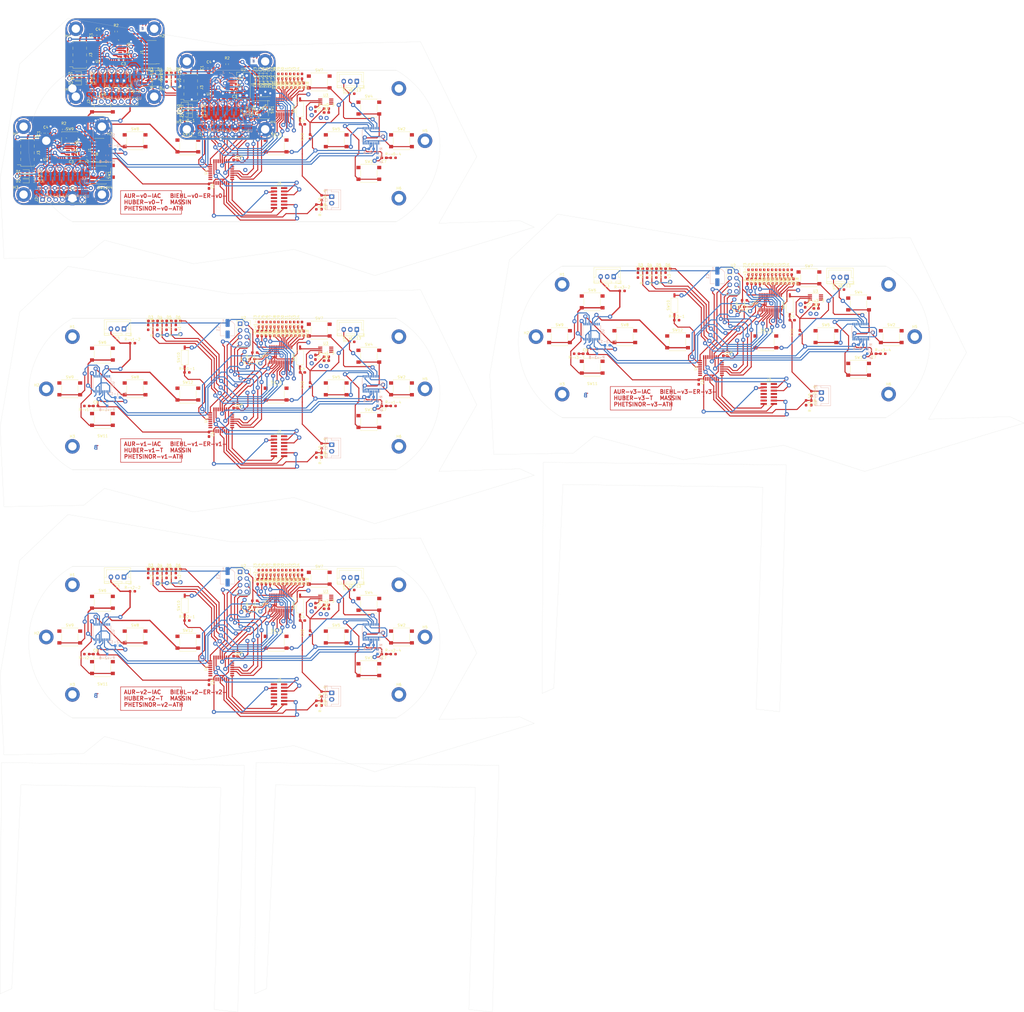
<source format=kicad_pcb>
(kicad_pcb (version 20221018) (generator pcbnew)
  (layers (0 "F.Cu" signal) (31 "B.Cu" signal) (34 "B.Paste" user) (35 "F.Paste" user) (36 "B.SilkS" user "B.Silkscreen") (37 "F.SilkS" user "F.Silkscreen") (38 "B.Mask" user) (39 "F.Mask" user) (44 "Edge.Cuts" user))
  (net 0 "")
  (net 1 "Glob_Alim-v0-")
  (net 2 "GND-v0-")
  (net 3 "POWER-v0-_CHECK-v0-")
  (net 4 "L-v0-i-ion-v0-")
  (net 5 "Net-(C7-Pad1)-v0-")
  (net 6 "Net-(C8-Pad1)-v0-")
  (net 7 "Net-(U3-BP)-v0-")
  (net 8 "Net-(D2-A)-v0-")
  (net 9 "Net-(D3-K)-v0-")
  (net 10 "Net-(D3-A)-v0-")
  (net 11 "Net-(D4-K)-v0-")
  (net 12 "Net-(D4-A)-v0-")
  (net 13 "Net-(D5-K)-v0-")
  (net 14 "Net-(D5-A)-v0-")
  (net 15 "Net-(D6-K)-v0-")
  (net 16 "Net-(D6-A)-v0-")
  (net 17 "Net-(D7-K)-v0-")
  (net 18 "Net-(D7-A)-v0-")
  (net 19 "Net-(D8-K)-v0-")
  (net 20 "Net-(D8-A)-v0-")
  (net 21 "Net-(D9-K)-v0-")
  (net 22 "Net-(D9-A)-v0-")
  (net 23 "Net-(D10-K)-v0-")
  (net 24 "Net-(D10-A)-v0-")
  (net 25 "Net-(D11-K)-v0-")
  (net 26 "Net-(D11-A)-v0-")
  (net 27 "Net-(D12-K)-v0-")
  (net 28 "Net-(D12-A)-v0-")
  (net 29 "Net-(D13-K)-v0-")
  (net 30 "Net-(D13-A)-v0-")
  (net 31 "Net-(D14-K)-v0-")
  (net 32 "Net-(D14-A)-v0-")
  (net 33 "Net-(D15-K)-v0-")
  (net 34 "Net-(D15-A)-v0-")
  (net 35 "Net-(D16-K)-v0-")
  (net 36 "Net-(D16-A)-v0-")
  (net 37 "Net-(D17-K)-v0-")
  (net 38 "Net-(D17-A)-v0-")
  (net 39 "Net-(D18-K)-v0-")
  (net 40 "Net-(D18-A)-v0-")
  (net 43 "SWDIO-v0-")
  (net 44 "SWDCK-v0-")
  (net 48 "R-v0-eset_Buton -v0-")
  (net 49 "USAR-v0-T2_R-v0-X-v0-")
  (net 50 "USAR-v0-T2_TX-v0-")
  (net 51 "R-v0-")
  (net 52 "L-v0-")
  (net 53 "NES{slash}SNES_switcher-v0-")
  (net 54 "DIO{slash}EX_CL-v0-K")
  (net 55 "DIO{slash}EX_SDA-v0-")
  (net 56 "DIODE_OE-v0-")
  (net 57 "Net-(#FL-v0-G05-pwr)")
  (net 58 "A_Button-v0-")
  (net 59 "B_Button-v0-")
  (net 60 "X_Button-v0-")
  (net 61 "Y_Button-v0-")
  (net 62 "UC_Button-v0-")
  (net 63 "Order_Search-v0-")
  (net 64 "L-v0-C_Button")
  (net 65 "R-v0-C_Button")
  (net 66 "DC_Button-v0-")
  (net 67 "ST_Button-v0-")
  (net 68 "SE_Button-v0-")
  (net 73 "Pin_Clock-v0-")
  (net 74 "Digital_Out_Put-v0-")
  (net 75 "MOSI-v0-")
  (net 79 "R-v0-X{slash}TX")
  (net 81 "CSN_nR-v0-F24")
  (net 99 "Glob_Alim-v1-")
  (net 100 "GND-v1-")
  (net 101 "POWER-v1-_CHECK-v1-")
  (net 102 "L-v1-i-ion-v1-")
  (net 103 "Net-(C7-Pad1)-v1-")
  (net 104 "Net-(C8-Pad1)-v1-")
  (net 105 "Net-(U3-BP)-v1-")
  (net 106 "Net-(D2-A)-v1-")
  (net 107 "Net-(D3-K)-v1-")
  (net 108 "Net-(D3-A)-v1-")
  (net 109 "Net-(D4-K)-v1-")
  (net 110 "Net-(D4-A)-v1-")
  (net 111 "Net-(D5-K)-v1-")
  (net 112 "Net-(D5-A)-v1-")
  (net 113 "Net-(D6-K)-v1-")
  (net 114 "Net-(D6-A)-v1-")
  (net 115 "Net-(D7-K)-v1-")
  (net 116 "Net-(D7-A)-v1-")
  (net 117 "Net-(D8-K)-v1-")
  (net 118 "Net-(D8-A)-v1-")
  (net 119 "Net-(D9-K)-v1-")
  (net 120 "Net-(D9-A)-v1-")
  (net 121 "Net-(D10-K)-v1-")
  (net 122 "Net-(D10-A)-v1-")
  (net 123 "Net-(D11-K)-v1-")
  (net 124 "Net-(D11-A)-v1-")
  (net 125 "Net-(D12-K)-v1-")
  (net 126 "Net-(D12-A)-v1-")
  (net 127 "Net-(D13-K)-v1-")
  (net 128 "Net-(D13-A)-v1-")
  (net 129 "Net-(D14-K)-v1-")
  (net 130 "Net-(D14-A)-v1-")
  (net 131 "Net-(D15-K)-v1-")
  (net 132 "Net-(D15-A)-v1-")
  (net 133 "Net-(D16-K)-v1-")
  (net 134 "Net-(D16-A)-v1-")
  (net 135 "Net-(D17-K)-v1-")
  (net 136 "Net-(D17-A)-v1-")
  (net 137 "Net-(D18-K)-v1-")
  (net 138 "Net-(D18-A)-v1-")
  (net 141 "SWDIO-v1-")
  (net 142 "SWDCK-v1-")
  (net 146 "R-v1-eset_Buton -v1-")
  (net 147 "USAR-v1-T2_R-v1-X-v1-")
  (net 148 "USAR-v1-T2_TX-v1-")
  (net 149 "R-v1-")
  (net 150 "L-v1-")
  (net 151 "NES{slash}SNES_switcher-v1-")
  (net 152 "DIO{slash}EX_CL-v1-K")
  (net 153 "DIO{slash}EX_SDA-v1-")
  (net 154 "DIODE_OE-v1-")
  (net 155 "Net-(#FL-v1-G05-pwr)")
  (net 156 "A_Button-v1-")
  (net 157 "B_Button-v1-")
  (net 158 "X_Button-v1-")
  (net 159 "Y_Button-v1-")
  (net 160 "UC_Button-v1-")
  (net 161 "Order_Search-v1-")
  (net 162 "L-v1-C_Button")
  (net 163 "R-v1-C_Button")
  (net 164 "DC_Button-v1-")
  (net 165 "ST_Button-v1-")
  (net 166 "SE_Button-v1-")
  (net 171 "Pin_Clock-v1-")
  (net 172 "Digital_Out_Put-v1-")
  (net 173 "MOSI-v1-")
  (net 177 "R-v1-X{slash}TX")
  (net 179 "CSN_nR-v1-F24")
  (net 197 "Glob_Alim-v2-")
  (net 198 "GND-v2-")
  (net 199 "POWER-v2-_CHECK-v2-")
  (net 200 "L-v2-i-ion-v2-")
  (net 201 "Net-(C7-Pad1)-v2-")
  (net 202 "Net-(C8-Pad1)-v2-")
  (net 203 "Net-(U3-BP)-v2-")
  (net 204 "Net-(D2-A)-v2-")
  (net 205 "Net-(D3-K)-v2-")
  (net 206 "Net-(D3-A)-v2-")
  (net 207 "Net-(D4-K)-v2-")
  (net 208 "Net-(D4-A)-v2-")
  (net 209 "Net-(D5-K)-v2-")
  (net 210 "Net-(D5-A)-v2-")
  (net 211 "Net-(D6-K)-v2-")
  (net 212 "Net-(D6-A)-v2-")
  (net 213 "Net-(D7-K)-v2-")
  (net 214 "Net-(D7-A)-v2-")
  (net 215 "Net-(D8-K)-v2-")
  (net 216 "Net-(D8-A)-v2-")
  (net 217 "Net-(D9-K)-v2-")
  (net 218 "Net-(D9-A)-v2-")
  (net 219 "Net-(D10-K)-v2-")
  (net 220 "Net-(D10-A)-v2-")
  (net 221 "Net-(D11-K)-v2-")
  (net 222 "Net-(D11-A)-v2-")
  (net 223 "Net-(D12-K)-v2-")
  (net 224 "Net-(D12-A)-v2-")
  (net 225 "Net-(D13-K)-v2-")
  (net 226 "Net-(D13-A)-v2-")
  (net 227 "Net-(D14-K)-v2-")
  (net 228 "Net-(D14-A)-v2-")
  (net 229 "Net-(D15-K)-v2-")
  (net 230 "Net-(D15-A)-v2-")
  (net 231 "Net-(D16-K)-v2-")
  (net 232 "Net-(D16-A)-v2-")
  (net 233 "Net-(D17-K)-v2-")
  (net 234 "Net-(D17-A)-v2-")
  (net 235 "Net-(D18-K)-v2-")
  (net 236 "Net-(D18-A)-v2-")
  (net 239 "SWDIO-v2-")
  (net 240 "SWDCK-v2-")
  (net 244 "R-v2-eset_Buton -v2-")
  (net 245 "USAR-v2-T2_R-v2-X-v2-")
  (net 246 "USAR-v2-T2_TX-v2-")
  (net 247 "R-v2-")
  (net 248 "L-v2-")
  (net 249 "NES{slash}SNES_switcher-v2-")
  (net 250 "DIO{slash}EX_CL-v2-K")
  (net 251 "DIO{slash}EX_SDA-v2-")
  (net 252 "DIODE_OE-v2-")
  (net 253 "Net-(#FL-v2-G05-pwr)")
  (net 254 "A_Button-v2-")
  (net 255 "B_Button-v2-")
  (net 256 "X_Button-v2-")
  (net 257 "Y_Button-v2-")
  (net 258 "UC_Button-v2-")
  (net 259 "Order_Search-v2-")
  (net 260 "L-v2-C_Button")
  (net 261 "R-v2-C_Button")
  (net 262 "DC_Button-v2-")
  (net 263 "ST_Button-v2-")
  (net 264 "SE_Button-v2-")
  (net 269 "Pin_Clock-v2-")
  (net 270 "Digital_Out_Put-v2-")
  (net 271 "MOSI-v2-")
  (net 275 "R-v2-X{slash}TX")
  (net 277 "CSN_nR-v2-F24")
  (net 295 "Glob_Alim-v3-")
  (net 296 "GND-v3-")
  (net 297 "POWER-v3-_CHECK-v3-")
  (net 298 "L-v3-i-ion-v3-")
  (net 299 "Net-(C7-Pad1)-v3-")
  (net 300 "Net-(C8-Pad1)-v3-")
  (net 301 "Net-(U3-BP)-v3-")
  (net 302 "Net-(D2-A)-v3-")
  (net 303 "Net-(D3-K)-v3-")
  (net 304 "Net-(D3-A)-v3-")
  (net 305 "Net-(D4-K)-v3-")
  (net 306 "Net-(D4-A)-v3-")
  (net 307 "Net-(D5-K)-v3-")
  (net 308 "Net-(D5-A)-v3-")
  (net 309 "Net-(D6-K)-v3-")
  (net 310 "Net-(D6-A)-v3-")
  (net 311 "Net-(D7-K)-v3-")
  (net 312 "Net-(D7-A)-v3-")
  (net 313 "Net-(D8-K)-v3-")
  (net 314 "Net-(D8-A)-v3-")
  (net 315 "Net-(D9-K)-v3-")
  (net 316 "Net-(D9-A)-v3-")
  (net 317 "Net-(D10-K)-v3-")
  (net 318 "Net-(D10-A)-v3-")
  (net 319 "Net-(D11-K)-v3-")
  (net 320 "Net-(D11-A)-v3-")
  (net 321 "Net-(D12-K)-v3-")
  (net 322 "Net-(D12-A)-v3-")
  (net 323 "Net-(D13-K)-v3-")
  (net 324 "Net-(D13-A)-v3-")
  (net 325 "Net-(D14-K)-v3-")
  (net 326 "Net-(D14-A)-v3-")
  (net 327 "Net-(D15-K)-v3-")
  (net 328 "Net-(D15-A)-v3-")
  (net 329 "Net-(D16-K)-v3-")
  (net 330 "Net-(D16-A)-v3-")
  (net 331 "Net-(D17-K)-v3-")
  (net 332 "Net-(D17-A)-v3-")
  (net 333 "Net-(D18-K)-v3-")
  (net 334 "Net-(D18-A)-v3-")
  (net 337 "SWDIO-v3-")
  (net 338 "SWDCK-v3-")
  (net 342 "R-v3-eset_Buton -v3-")
  (net 343 "USAR-v3-T2_R-v3-X-v3-")
  (net 344 "USAR-v3-T2_TX-v3-")
  (net 345 "R-v3-")
  (net 346 "L-v3-")
  (net 347 "NES{slash}SNES_switcher-v3-")
  (net 348 "DIO{slash}EX_CL-v3-K")
  (net 349 "DIO{slash}EX_SDA-v3-")
  (net 350 "DIODE_OE-v3-")
  (net 351 "Net-(#FL-v3-G05-pwr)")
  (net 352 "A_Button-v3-")
  (net 353 "B_Button-v3-")
  (net 354 "X_Button-v3-")
  (net 355 "Y_Button-v3-")
  (net 356 "UC_Button-v3-")
  (net 357 "Order_Search-v3-")
  (net 358 "L-v3-C_Button")
  (net 359 "R-v3-C_Button")
  (net 360 "DC_Button-v3-")
  (net 361 "ST_Button-v3-")
  (net 362 "SE_Button-v3-")
  (net 367 "Pin_Clock-v3-")
  (net 368 "Digital_Out_Put-v3-")
  (net 369 "MOSI-v3-")
  (net 373 "R-v3-X{slash}TX")
  (net 375 "CSN_nR-v3-F24")
  (net 393 "+5V-v7-")
  (net 394 "GND-v7-")
  (net 395 "+3.3V-v7-")
  (net 396 "Net-(D1-K)-v7-")
  (net 398 "Net-(D3-K)-v7-")
  (net 399 "Status_LED-v7-")
  (net 400 "Data_Clock_SNES-v7-")
  (net 401 "Data_Latch_SNES-v7-")
  (net 402 "Net-(D2-K)-v7-")
  (net 403 "Serial_Data1_SNES-v7-")
  (net 404 "Serial_Data2_SNES-v7-")
  (net 405 "SPI_Chip_Select-v7-")
  (net 406 "Chip_Enable-v7-")
  (net 407 "SPI_Digital_Input-v7-")
  (net 408 "SPI_Clock-v7-")
  (net 409 "SPI_Digital_Output-v7-")
  (net 410 "IOBit_SNES-v7-")
  (net 411 "Data_Clock_STM32-v7-")
  (net 412 "Data_Latch_STM32-v7-")
  (net 413 "Appairing_Btn-v7-")
  (net 414 "Net-(U2-BP)-v7-")
  (net 415 "SWDIO-v7-")
  (net 416 "SWDCK-v7-")
  (net 419 "NRST-v7-")
  (net 420 "USART2_RX-v7-")
  (net 421 "USART2_TX-v7-")
  (net 422 "Serial_Data1_STM32-v7-")
  (net 423 "IOBit_STM32-v7-")
  (net 424 "Serial_Data2_STM32-v7-")
  (net 438 "+5V-v8-")
  (net 439 "GND-v8-")
  (net 440 "+3.3V-v8-")
  (net 441 "Net-(D1-K)-v8-")
  (net 443 "Net-(D3-K)-v8-")
  (net 444 "Status_LED-v8-")
  (net 445 "Data_Clock_SNES-v8-")
  (net 446 "Data_Latch_SNES-v8-")
  (net 447 "Net-(D2-K)-v8-")
  (net 448 "Serial_Data1_SNES-v8-")
  (net 449 "Serial_Data2_SNES-v8-")
  (net 450 "SPI_Chip_Select-v8-")
  (net 451 "Chip_Enable-v8-")
  (net 452 "SPI_Digital_Input-v8-")
  (net 453 "SPI_Clock-v8-")
  (net 454 "SPI_Digital_Output-v8-")
  (net 455 "IOBit_SNES-v8-")
  (net 456 "Data_Clock_STM32-v8-")
  (net 457 "Data_Latch_STM32-v8-")
  (net 458 "Appairing_Btn-v8-")
  (net 459 "Net-(U2-BP)-v8-")
  (net 460 "SWDIO-v8-")
  (net 461 "SWDCK-v8-")
  (net 464 "NRST-v8-")
  (net 465 "USART2_RX-v8-")
  (net 466 "USART2_TX-v8-")
  (net 467 "Serial_Data1_STM32-v8-")
  (net 468 "IOBit_STM32-v8-")
  (net 469 "Serial_Data2_STM32-v8-")
  (net 483 "+5V-v9-")
  (net 484 "GND-v9-")
  (net 485 "+3.3V-v9-")
  (net 486 "Net-(D1-K)-v9-")
  (net 488 "Net-(D3-K)-v9-")
  (net 489 "Status_LED-v9-")
  (net 490 "Data_Clock_SNES-v9-")
  (net 491 "Data_Latch_SNES-v9-")
  (net 492 "Net-(D2-K)-v9-")
  (net 493 "Serial_Data1_SNES-v9-")
  (net 494 "Serial_Data2_SNES-v9-")
  (net 495 "SPI_Chip_Select-v9-")
  (net 496 "Chip_Enable-v9-")
  (net 497 "SPI_Digital_Input-v9-")
  (net 498 "SPI_Clock-v9-")
  (net 499 "SPI_Digital_Output-v9-")
  (net 500 "IOBit_SNES-v9-")
  (net 501 "Data_Clock_STM32-v9-")
  (net 502 "Data_Latch_STM32-v9-")
  (net 503 "Appairing_Btn-v9-")
  (net 504 "Net-(U2-BP)-v9-")
  (net 505 "SWDIO-v9-")
  (net 506 "SWDCK-v9-")
  (net 509 "NRST-v9-")
  (net 510 "USART2_RX-v9-")
  (net 511 "USART2_TX-v9-")
  (net 512 "Serial_Data1_STM32-v9-")
  (net 513 "IOBit_STM32-v9-")
  (net 514 "Serial_Data2_STM32-v9-")
  (footprint "Button_Switch_SMD:SW_SPST_B3S-1000" (layer "F.Cu") (at 129.938491 143.132725)
    (fp_text reference "SW5")
    (fp_text value "SW_Push")
  )
  (footprint "L-v2-ED_SMD:L-v2-ED_0603_1608Metric_Pad1.05x0.95mm_HandSolder" (layer "F.Cu") (at 65.938491 212.132725)
    (fp_text reference "D5")
    (fp_text value "G3")
  )
  (footprint "Capacitor_SMD:C_0603_1608Metric_Pad1.08x0.95mm_HandSolder" (layer "F.Cu") (at 48.5025 17.19)
    (fp_text reference "C3")
    (fp_text value "100n")
  )
  (footprint "L-v0-ED_SMD:L-v0-ED_0603_1608Metric_Pad1.05x0.95mm_HandSolder" (layer "F.Cu") (at 115.913491 26.932725 -90)
    (fp_text reference "D17")
    (fp_text value "R-v0-3")
  )
  (footprint "MountingHole:MountingHole_3.2mm_M3_DIN965_Pad" (layer "F.Cu") (at 40.25 68.75)
    (fp_text reference "H4")
    (fp_text value "MountingHole_Pad")
  )
  (footprint "Button_Switch_SMD:SW_SPST_B3S-1000" (layer "F.Cu") (at 106.938491 145.132725)
    (fp_text reference "SW13")
    (fp_text value "SW_Push")
  )
  (footprint "L-v2-ED_SMD:L-v2-ED_0603_1608Metric_Pad1.05x0.95mm_HandSolder" (layer "F.Cu") (at 111.113491 216.932725 -90)
    (fp_text reference "D14")
    (fp_text value "O4")
  )
  (footprint "R-v3-esistor_SMD:R-v3-_0603_1608Metric_Pad0.98x0.95mm_HandSolder" (layer "F.Cu") (at 304.338491 98.445225 90)
    (fp_text reference "R-v3-34")
    (fp_text value "1K")
  )
  (footprint "R-v3-esistor_SMD:R-v3-_0603_1608Metric_Pad0.98x0.95mm_HandSolder" (layer "F.Cu") (at 260.288491 116.832725)
    (fp_text reference "R-v3-1")
    (fp_text value "1K")
  )
  (footprint "R-v2-esistor_SMD:R-v2-_0603_1608Metric_Pad0.98x0.95mm_HandSolder" (layer "F.Cu") (at 103.308491 213.445225 90)
    (fp_text reference "R-v2-25")
    (fp_text value "1K")
  )
  (footprint "L-v1-ED_SMD:L-v1-ED_0603_1608Metric_Pad1.05x0.95mm_HandSolder" (layer "F.Cu") (at 114.313491 121.932725 -90)
    (fp_text reference "D16")
    (fp_text value "R-v1-2")
  )
  (footprint "R-v3-esistor_SMD:R-v3-_0603_1608Metric_Pad0.98x0.95mm_HandSolder" (layer "F.Cu") (at 296.838491 98.445225 90)
    (fp_text reference "R-v3-29")
    (fp_text value "1K")
  )
  (footprint "Button_Switch_SMD:SW_SPST_B3S-1000" (layer "F.Cu") (at 40.438491 129.832725)
    (fp_text reference "SW6")
    (fp_text value "SW_Push")
  )
  (footprint "L-v1-ED_SMD:L-v1-ED_0603_1608Metric_Pad1.05x0.95mm_HandSolder" (layer "F.Cu") (at 62.438491 117.132725)
    (fp_text reference "D4")
    (fp_text value "G2")
  )
  (footprint "Button_Switch_SMD:SW_SPST_B3S-1000" (layer "F.Cu") (at 40.438491 224.832725)
    (fp_text reference "SW6")
    (fp_text value "SW_Push")
  )
  (footprint "Capacitor_SMD:C_0603_1608Metric_Pad1.08x0.95mm_HandSolder" (layer "F.Cu") (at 119.933491 236.615225 -90)
    (fp_text reference "C10")
    (fp_text value "100nF")
  )
  (footprint "R-v1-esistor_SMD:R-v1-_0603_1608Metric_Pad0.98x0.95mm_HandSolder" (layer "F.Cu") (at 107.838491 118.445225 90)
    (fp_text reference "R-v1-28")
    (fp_text value "1K")
  )
  (footprint "Capacitor_SMD:C_0603_1608Metric_Pad1.08x0.95mm_HandSolder" (layer "F.Cu") (at 309.488491 111.032725 -90)
    (fp_text reference "C9")
    (fp_text value "470p")
  )
  (footprint "Button_Switch_SMD:SW_DIP_SPSTx01_Slide_Copal_CHS-01B_W7.62mm_P1.27mm" (layer "F.Cu") (at 116.108491 226.132725 90)
    (fp_text reference "SW1")
    (fp_text value "SW_DIP_x01")
  )
  (footprint "MountingHole:MountingHole_3.2mm_M3_DIN965_Pad" (layer "F.Cu") (at 28.938491 28.132725)
    (fp_text reference "H1")
    (fp_text value "MountingHole_Pad")
  )
  (footprint "L-v3-ED_SMD:L-v3-ED_0603_1608Metric_Pad1.05x0.95mm_HandSolder" (layer "F.Cu") (at 253.438491 97.132725)
    (fp_text reference "D5")
    (fp_text value "G3")
  )
  (footprint "L-v3-ED_SMD:L-v3-ED_0603_1608Metric_Pad1.05x0.95mm_HandSolder" (layer "F.Cu") (at 288.962491 101.957725 -90)
    (fp_text reference "D8")
    (fp_text value "G6")
  )
  (footprint "Button_Switch_SMD:SW_SPST_B3S-1000" (layer "F.Cu") (at 52.938491 238.132725)
    (fp_text reference "SW8")
    (fp_text value "SW_Push")
  )
  (footprint "MountingHole:MountingHole_3.2mm_M3_DIN965_Pad" (layer "F.Cu") (at 163.938491 48.132725)
    (fp_text reference "H5")
    (fp_text value "MountingHole_Pad")
  )
  (footprint "Button_Switch_SMD:SW_DIP_SPSTx01_Slide_Copal_CHS-01B_W7.62mm_P1.27mm" (layer "F.Cu") (at 116.108491 36.132725 90)
    (fp_text reference "SW1")
    (fp_text value "SW_DIP_x01")
  )
  (footprint "R-v0-esistor_SMD:R-v0-_0603_1608Metric_Pad0.98x0.95mm_HandSolder" (layer "F.Cu") (at 103.308491 23.445225 90)
    (fp_text reference "R-v0-25")
    (fp_text value "1K")
  )
  (footprint "MountingHole:MountingHole_3.2mm_M3_DIN965_Pad" (layer "F.Cu") (at 102.75 17.75)
    (fp_text reference "H2")
    (fp_text value "MountingHole_Pad")
  )
  (footprint "Button_Switch_SMD:SW_SPST_B3S-1000" (layer "F.Cu") (at 123.438491 120.632725)
    (fp_text reference "SW7")
    (fp_text value "SW_SPST")
  )
  (footprint "R-v0-esistor_SMD:R-v0-_0603_1608Metric_Pad0.98x0.95mm_HandSolder" (layer "F.Cu") (at 34.446467 54.682725 180)
    (fp_text reference "R-v0-7")
    (fp_text value "1k")
  )
  (footprint "Capacitor_SMD:C_0603_1608Metric_Pad1.08x0.95mm_HandSolder" (layer "F.Cu") (at 307.433491 121.615225 -90)
    (fp_text reference "C10")
    (fp_text value "100nF")
  )
  (footprint "R-v0-esistor_SMD:R-v0-_0603_1608Metric_Pad0.98x0.95mm_HandSolder" (layer "F.Cu") (at 126.198491 35.808725)
    (fp_text reference "R-v0-3")
    (fp_text value "1K")
  )
  (footprint "Diode_SMD:D_0603_1608Metric_Pad1.05x0.95mm_HandSolder" (layer "F.Cu") (at 30.76875 24.25 180)
    (fp_text reference "D3")
    (fp_text value "LED")
  )
  (footprint "Connector_PinHeader_2.54mm:PinHeader_2x04_P2.54mm_Vertical" (layer "F.Cu") (at 93.138491 23.192725)
    (fp_text reference "U2")
    (fp_text value "nR-v0-F24_Full")
  )
  (footprint "Connector_PinSocket_2.54mm:PinSocket_2x04_P2.54mm_Vertical_SMD" (layer "F.Cu") (at 74.25 27.75 180)
    (fp_text reference "J3")
    (fp_text value "Conn_01x08_Socket")
  )
  (footprint "Resistor_SMD:R_0603_1608Metric_Pad0.98x0.95mm_HandSolder" (layer "F.Cu") (at 34.26875 22.45)
    (fp_text reference "R1")
    (fp_text value "1k")
  )
  (footprint "R-v2-esistor_SMD:R-v2-_0603_1608Metric_Pad0.98x0.95mm_HandSolder" (layer "F.Cu") (at 110.838491 213.445225 90)
    (fp_text reference "R-v2-30")
    (fp_text value "1K")
  )
  (footprint "MountingHole:MountingHole_3.2mm_M3_DIN965_Pad" (layer "F.Cu") (at 60.25 31.25)
    (fp_text reference "H4")
    (fp_text value "MountingHole_Pad")
  )
  (footprint "Capacitor_SMD:C_0603_1608Metric_Pad1.08x0.95mm_HandSolder" (layer "F.Cu") (at 335.750515 129.682725 180)
    (fp_text reference "C7")
    (fp_text value "100nF")
  )
  (footprint "R-v1-esistor_SMD:R-v1-_0603_1608Metric_Pad0.98x0.95mm_HandSolder" (layer "F.Cu") (at 135.938491 125.132725)
    (fp_text reference "R-v1-13")
    (fp_text value "1K")
  )
  (footprint "R-v1-esistor_SMD:R-v1-_0603_1608Metric_Pad0.98x0.95mm_HandSolder" (layer "F.Cu") (at 151.750515 149.682725)
    (fp_text reference "R-v1-4")
    (fp_text value "1k")
  )
  (footprint "Capacitor_SMD:C_0603_1608Metric_Pad1.08x0.95mm_HandSolder" (layer "F.Cu") (at 91.0025 29.69)
    (fp_text reference "C3")
    (fp_text value "100n")
  )
  (footprint "Diode_SMD:D_0603_1608Metric_Pad1.05x0.95mm_HandSolder" (layer "F.Cu") (at 73.26875 38.55 180)
    (fp_text reference "D2")
    (fp_text value "LED_Small")
  )
  (footprint "R-v0-esistor_SMD:R-v0-_0603_1608Metric_Pad0.98x0.95mm_HandSolder" (layer "F.Cu") (at 98.748491 34.232725 180)
    (fp_text reference "R-v0-16")
    (fp_text value "10K")
  )
  (footprint "L-v1-ED_SMD:L-v1-ED_0603_1608Metric_Pad1.05x0.95mm_HandSolder" (layer "F.Cu") (at 106.263491 121.957725 -90)
    (fp_text reference "D11")
    (fp_text value "O1")
  )
  (footprint "R-v3-esistor_SMD:R-v3-_0603_1608Metric_Pad0.98x0.95mm_HandSolder" (layer "F.Cu") (at 298.338491 98.445225 90)
    (fp_text reference "R-v3-30")
    (fp_text value "1K")
  )
  (footprint "R-v3-esistor_SMD:R-v3-_0603_1608Metric_Pad0.98x0.95mm_HandSolder" (layer "F.Cu") (at 311.838491 144.932725 -90)
    (fp_text reference "R-v3-9")
    (fp_text value "1M")
  )
  (footprint "R-v3-esistor_SMD:R-v3-_0603_1608Metric_Pad0.98x0.95mm_HandSolder" (layer "F.Cu") (at 339.250515 129.682725)
    (fp_text reference "R-v3-4")
    (fp_text value "1k")
  )
  (footprint "Button_Switch_SMD:SW_SPST_B3S-1000" (layer "F.Cu") (at 227.938491 134.832725)
    (fp_text reference "SW11")
    (fp_text value "SW_Push")
  )
  (footprint "MountingHole:MountingHole_3.2mm_M3_DIN965_Pad" (layer "F.Cu") (at 28.938491 70.132725)
    (fp_text reference "H3")
    (fp_text value "MountingHole_Pad")
  )
  (footprint "L-v0-ED_SMD:L-v0-ED_0603_1608Metric_Pad1.05x0.95mm_HandSolder" (layer "F.Cu") (at 69.438491 22.132725)
    (fp_text reference "D6")
    (fp_text value "G4")
  )
  (footprint "R-v0-esistor_SMD:R-v0-_0603_1608Metric_Pad0.98x0.95mm_HandSolder" (layer "F.Cu") (at 97.748491 36.732725 180)
    (fp_text reference "R-v0-11")
    (fp_text value "10K")
  )
  (footprint "MountingHole:MountingHole_3.2mm_M3_DIN965_Pad" (layer "F.Cu") (at 18.938491 143.132725)
    (fp_text reference "H2")
    (fp_text value "MountingHole_Pad")
  )
  (footprint "Package_SO:TSSOP-28_4.4x9.7mm_P0.65mm" (layer "F.Cu") (at 108.672491 35.046725 90)
    (fp_text reference "U4")
    (fp_text value "PCA9685PW")
  )
  (footprint "R-v0-esistor_SMD:R-v0-_0603_1608Metric_Pad0.98x0.95mm_HandSolder" (layer "F.Cu") (at 101.838491 23.445225 90)
    (fp_text reference "R-v0-24")
    (fp_text value "1K")
  )
  (footprint "Capacitor_SMD:C_0603_1608Metric_Pad1.08x0.95mm_HandSolder" (layer "F.Cu") (at 90.638491 244.604725 -90)
    (fp_text reference "C3")
    (fp_text value "100n")
  )
  (footprint "R-v3-esistor_SMD:R-v3-_0603_1608Metric_Pad0.98x0.95mm_HandSolder" (layer "F.Cu") (at 323.438491 105.132725)
    (fp_text reference "R-v3-13")
    (fp_text value "1K")
  )
  (footprint "L-v1-ED_SMD:L-v1-ED_0603_1608Metric_Pad1.05x0.95mm_HandSolder" (layer "F.Cu") (at 107.898491 121.945225 -90)
    (fp_text reference "D12")
    (fp_text value "O2")
  )
  (footprint "L-v1-ED_SMD:L-v1-ED_0603_1608Metric_Pad1.05x0.95mm_HandSolder" (layer "F.Cu") (at 112.713491 121.932725 -90)
    (fp_text reference "D15")
    (fp_text value "R-v1-1")
  )
  (footprint "Capacitor_SMD:C_0603_1608Metric_Pad1.08x0.95mm_HandSolder" (layer "F.Cu") (at 148.250515 244.682725 180)
    (fp_text reference "C7")
    (fp_text value "100nF")
  )
  (footprint "Button_Switch_SMD:SW_SPST_B3S-1000" (layer "F.Cu") (at 142.438491 60.632725)
    (fp_text reference "SW3")
    (fp_text value "SW_Push")
  )
  (footprint "Package_QFP:LQFP-32_7x7mm_P0.8mm" (layer "F.Cu") (at 43.1 13.15 180)
    (fp_text reference "U1")
    (fp_text value "STM32L412KBTx")
  )
  (footprint "MountingHole:MountingHole_3.2mm_M3_DIN965_Pad" (layer "F.Cu") (at 341.438491 103.132725)
    (fp_text reference "H4")
    (fp_text value "MountingHole_Pad")
  )
  (footprint "L-v1-ED_SMD:L-v1-ED_0603_1608Metric_Pad1.05x0.95mm_HandSolder" (layer "F.Cu") (at 58.938491 117.132725)
    (fp_text reference "D3")
    (fp_text value "G1")
  )
  (footprint "R-v3-esistor_SMD:R-v3-_0603_1608Metric_Pad0.98x0.95mm_HandSolder" (layer "F.Cu") (at 245.463491 99.607725 -90)
    (fp_text reference "R-v3-18")
    (fp_text value "1K")
  )
  (footprint "Button_Switch_SMD:SW_SPST_B3S-1000" (layer "F.Cu") (at 73.148491 50.132725)
    (fp_text reference "SW12")
    (fp_text value "SW_Push")
  )
  (footprint "R-v3-esistor_SMD:R-v3-_0603_1608Metric_Pad0.98x0.95mm_HandSolder" (layer "F.Cu") (at 290.808491 98.445225 90)
    (fp_text reference "R-v3-25")
    (fp_text value "1K")
  )
  (footprint "Diode_SMD:D_0603_1608Metric_Pad1.05x0.95mm_HandSolder" (layer "F.Cu") (at 10.76875 59.95 180)
    (fp_text reference "D1")
    (fp_text value "LED_Small")
  )
  (footprint "Button_Switch_SMD:SW_SPST_B3S-1000" (layer "F.Cu") (at 294.438491 125.132725)
    (fp_text reference "SW13")
    (fp_text value "SW_Push")
  )
  (footprint "Capacitor_SMD:C_0603_1608Metric_Pad1.08x0.95mm_HandSolder" (layer "F.Cu") (at 124.338491 263.470225 -90)
    (fp_text reference "C2")
    (fp_text value "1nF")
  )
  (footprint "Capacitor_SMD:C_0603_1608Metric_Pad1.08x0.95mm_HandSolder" (layer "F.Cu") (at 39.05 7.75 90)
    (fp_text reference "C4")
    (fp_text value "100n")
  )
  (footprint "R-v3-esistor_SMD:R-v3-_0603_1608Metric_Pad0.98x0.95mm_HandSolder" (layer "F.Cu") (at 301.338491 98.445225 90)
    (fp_text reference "R-v3-32")
    (fp_text value "1K")
  )
  (footprint "Package_QFP:L-v0-QFP-32_7x7mm_P0.8mm" (layer "F.Cu") (at 85.938491 60.132725 90)
    (fp_text reference "U1")
    (fp_text value "STM32L-v0-412KBTx")
  )
  (footprint "MountingHole:MountingHole_3.2mm_M3_DIN965_Pad" (layer "F.Cu") (at 216.438491 103.132725)
    (fp_text reference "H1")
    (fp_text value "MountingHole_Pad")
  )
  (footprint "R-v1-esistor_SMD:R-v1-_0603_1608Metric_Pad0.98x0.95mm_HandSolder" (layer "F.Cu") (at 122.338491 168.470225 -90)
    (fp_text reference "R-v1-10")
    (fp_text value "1M")
  )
  (footprint "R-v1-esistor_SMD:R-v1-_0603_1608Metric_Pad0.98x0.95mm_HandSolder" (layer "F.Cu") (at 104.838491 118.445225 90)
    (fp_text reference "R-v1-26")
    (fp_text value "1K")
  )
  (footprint "Capacitor_SMD:C_0603_1608Metric_Pad1.08x0.95mm_HandSolder" (layer "F.Cu") (at 92.162491 244.604725 -90)
    (fp_text reference "C6")
    (fp_text value "10u")
  )
  (footprint "L-v3-ED_SMD:L-v3-ED_0603_1608Metric_Pad1.05x0.95mm_HandSolder" (layer "F.Cu") (at 256.938491 97.132725)
    (fp_text reference "D6")
    (fp_text value "G4")
  )
  (footprint "Button_Switch_SMD:SW_SPST_B3S-1000" (layer "F.Cu") (at 106.938491 50.132725)
    (fp_text reference "SW13")
    (fp_text value "SW_Push")
  )
  (footprint "Resistor_SMD:R_0603_1608Metric_Pad0.98x0.95mm_HandSolder" (layer "F.Cu") (at 34.26875 26.05)
    (fp_text reference "R3")
    (fp_text value "1k")
  )
  (footprint "Capacitor_SMD:C_0603_1608Metric_Pad1.08x0.95mm_HandSolder" (layer "F.Cu") (at 49.01 11.5 90)
    (fp_text reference "C5")
    (fp_text value "100n")
  )
  (footprint "R-v3-esistor_SMD:R-v3-_0603_1608Metric_Pad0.98x0.95mm_HandSolder" (layer "F.Cu") (at 284.248491 113.232725)
    (fp_text reference "R-v3-14")
    (fp_text value "10K")
  )
  (footprint "Button_Switch_SMD:SW_SPST_B3S-1000" (layer "F.Cu") (at 27.938491 238.132725)
    (fp_text reference "SW9")
    (fp_text value "SW_Push")
  )
  (footprint "MountingHole:MountingHole_3.2mm_M3_DIN965_Pad" (layer "F.Cu") (at 72.75 17.75)
    (fp_text reference "H1")
    (fp_text value "MountingHole_Pad")
  )
  (footprint "Package_QFP:L-v2-QFP-32_7x7mm_P0.8mm" (layer "F.Cu") (at 85.938491 250.132725 90)
    (fp_text reference "U1")
    (fp_text value "STM32L-v2-412KBTx")
  )
  (footprint "L-v3-ED_SMD:L-v3-ED_0603_1608Metric_Pad1.05x0.95mm_HandSolder" (layer "F.Cu") (at 293.763491 101.957725 -90)
    (fp_text reference "D11")
    (fp_text value "O1")
  )
  (footprint "L-v2-ED_SMD:L-v2-ED_0603_1608Metric_Pad1.05x0.95mm_HandSolder" (layer "F.Cu") (at 104.663491 216.957725 -90)
    (fp_text reference "D10")
    (fp_text value "G8")
  )
  (footprint "L-v2-ED_SMD:L-v2-ED_0603_1608Metric_Pad1.05x0.95mm_HandSolder" (layer "F.Cu") (at 99.863491 216.957725 -90)
    (fp_text reference "D7")
    (fp_text value "G5")
  )
  (footprint "MountingHole:MountingHole_3.2mm_M3_DIN965_Pad" (layer "F.Cu") (at 153.938491 123.132725)
    (fp_text reference "H4")
    (fp_text value "MountingHole_Pad")
  )
  (footprint "Capacitor_SMD:C_0603_1608Metric_Pad1.08x0.95mm_HandSolder" (layer "F.Cu") (at 28.5025 54.69)
    (fp_text reference "C3")
    (fp_text value "100n")
  )
  (footprint "L-v2-ED_SMD:L-v2-ED_0603_1608Metric_Pad1.05x0.95mm_HandSolder" (layer "F.Cu") (at 62.438491 212.132725)
    (fp_text reference "D4")
    (fp_text value "G2")
  )
  (footprint "R-v1-esistor_SMD:R-v1-_0603_1608Metric_Pad0.98x0.95mm_HandSolder" (layer "F.Cu") (at 96.748491 133.232725)
    (fp_text reference "R-v1-14")
    (fp_text value "10K")
  )
  (footprint "R-v2-esistor_SMD:R-v2-_0603_1608Metric_Pad0.98x0.95mm_HandSolder" (layer "F.Cu") (at 106.338491 213.445225 90)
    (fp_text reference "R-v2-27")
    (fp_text value "1K")
  )
  (footprint "Resistor_SMD:R_0603_1608Metric_Pad0.98x0.95mm_HandSolder" (layer "F.Cu") (at 76.76875 34.95)
    (fp_text reference "R1")
    (fp_text value "1k")
  )
  (footprint "R-v3-esistor_SMD:R-v3-_0603_1608Metric_Pad0.98x0.95mm_HandSolder" (layer "F.Cu") (at 293.838491 98.445225 90)
    (fp_text reference "R-v3-27")
    (fp_text value "1K")
  )
  (footprint "L-v0-ED_SMD:L-v0-ED_0603_1608Metric_Pad1.05x0.95mm_HandSolder" (layer "F.Cu") (at 62.438491 22.132725)
    (fp_text reference "D4")
    (fp_text value "G2")
  )
  (footprint "R-v2-esistor_SMD:R-v2-_0603_1608Metric_Pad0.98x0.95mm_HandSolder" (layer "F.Cu") (at 101.838491 213.445225 90)
    (fp_text reference "R-v2-24")
    (fp_text value "1K")
  )
  (footprint "R-v1-esistor_SMD:R-v1-_0603_1608Metric_Pad0.98x0.95mm_HandSolder" (layer "F.Cu") (at 110.838491 118.445225 90)
    (fp_text reference "R-v1-30")
    (fp_text value "1K")
  )
  (footprint "R-v3-esistor_SMD:R-v3-_0603_1608Metric_Pad0.98x0.95mm_HandSolder" (layer "F.Cu") (at 256.038491 99.557725 -90)
    (fp_text reference "R-v3-22")
    (fp_text value "1K")
  )
  (footprint "L-v2-ED_SMD:L-v2-ED_0603_1608Metric_Pad1.05x0.95mm_HandSolder" (layer "F.Cu") (at 106.263491 216.957725 -90)
    (fp_text reference "D11")
    (fp_text value "O1")
  )
  (footprint "Button_Switch_SMD:SW_SPST_B3S-1000" (layer "F.Cu") (at 123.438491 25.632725)
    (fp_text reference "SW7")
    (fp_text value "SW_SPST")
  )
  (footprint "Capacitor_SMD:C_0603_1608Metric_Pad1.08x0.95mm_HandSolder" (layer "F.Cu") (at 91.51 27.3025 90)
    (fp_text reference "C2")
    (fp_text value "100n")
  )
  (footprint "R-v1-esistor_SMD:R-v1-_0603_1608Metric_Pad0.98x0.95mm_HandSolder" (layer "F.Cu") (at 72.788491 136.832725)
    (fp_text reference "R-v1-1")
    (fp_text value "1K")
  )
  (footprint "R-v3-esistor_SMD:R-v3-_0603_1608Metric_Pad0.98x0.95mm_HandSolder" (layer "F.Cu") (at 313.698491 110.808725)
    (fp_text reference "R-v3-3")
    (fp_text value "1K")
  )
  (footprint "R-v0-esistor_SMD:R-v0-_0603_1608Metric_Pad0.98x0.95mm_HandSolder" (layer "F.Cu") (at 57.963491 24.607725 -90)
    (fp_text reference "R-v0-18")
    (fp_text value "1K")
  )
  (footprint "R-v1-esistor_SMD:R-v1-_0603_1608Metric_Pad0.98x0.95mm_HandSolder" (layer "F.Cu") (at 64.988491 119.607725 -90)
    (fp_text reference "R-v1-21")
    (fp_text value "1K")
  )
  (footprint "Connector_JST:JST_XH_B3B-XH-A_1x03_P2.50mm_Vertical" (layer "F.Cu") (at 137.842491 25.394725 180)
    (fp_text reference "J4")
    (fp_text value "Conn_01x03")
  )
  (footprint "Package_SO:TSSOP-28_4.4x9.7mm_P0.65mm" (layer "F.Cu") (at 296.172491 110.046725 90)
    (fp_text reference "U4")
    (fp_text value "PCA9685PW")
  )
  (footprint "Resistor_SMD:R_0603_1608Metric_Pad0.98x0.95mm_HandSolder" (layer "F.Cu") (at 76.76875 38.55)
    (fp_text reference "R3")
    (fp_text value "1k")
  )
  (footprint "L-v1-ED_SMD:L-v1-ED_0603_1608Metric_Pad1.05x0.95mm_HandSolder" (layer "F.Cu") (at 111.113491 121.932725 -90)
    (fp_text reference "D14")
    (fp_text value "O4")
  )
  (footprint "Button_Switch_SMD:SW_SPST_B3S-1000" (layer "F.Cu") (at 154.938491 48.132725)
    (fp_text reference "SW2")
    (fp_text value "SW_Push")
  )
  (footprint "L-v1-ED_SMD:L-v1-ED_0603_1608Metric_Pad1.05x0.95mm_HandSolder" (layer "F.Cu") (at 117.538491 121.932725 -90)
    (fp_text reference "D18")
    (fp_text value "R-v1-4")
  )
  (footprint "R-v1-esistor_SMD:R-v1-_0603_1608Metric_Pad0.98x0.95mm_HandSolder" (layer "F.Cu") (at 101.838491 118.445225 90)
    (fp_text reference "R-v1-24")
    (fp_text value "1K")
  )
  (footprint "Capacitor_SMD:C_0603_1608Metric_Pad1.08x0.95mm_HandSolder" (layer "F.Cu") (at 279.662491 129.604725 -90)
    (fp_text reference "C6")
    (fp_text value "10u")
  )
  (footprint "Resistor_SMD:R_0603_1608Metric_Pad0.98x0.95mm_HandSolder" (layer "F.Cu") (at 88.17 18.82 90)
    (fp_text reference "R2")
    (fp_text value "10k")
  )
  (footprint "L-v2-ED_SMD:L-v2-ED_0603_1608Metric_Pad1.05x0.95mm_HandSolder" (layer "F.Cu") (at 126.198491 227.332725)
    (fp_text reference "D2")
    (fp_text value "L-v2-ED_Small")
  )
  (footprint "Connector_JST:JST_XH_B3B-XH-A_1x03_P2.50mm_Vertical" (layer "F.Cu") (at 137.842491 215.394725 180)
    (fp_text reference "J4")
    (fp_text value "Conn_01x03")
  )
  (footprint "Package_SO:MSOP-8_3x3mm_P0.65mm" (layer "F.Cu") (at 125.938491 128.132725)
    (fp_text reference "U3")
    (fp_text value "MIC5219-3.3YMM")
  )
  (footprint "Connector_PinHeader_2.54mm:PinHeader_2x04_P2.54mm_Vertical" (layer "F.Cu") (at 93.138491 213.192725)
    (fp_text reference "U2")
    (fp_text value "nR-v2-F24_Full")
  )
  (footprint "R-v0-esistor_SMD:R-v0-_0603_1608Metric_Pad0.98x0.95mm_HandSolder" (layer "F.Cu") (at 72.788491 41.832725)
    (fp_text reference "R-v0-1")
    (fp_text value "1K")
  )
  (footprint "Connector_PinHeader_2.54mm:PinHeader_1x07_P2.54mm_Vertical" (layer "F.Cu") (at 37.5 33.15 90)
    (fp_text reference "J2")
    (fp_text value "Conn_01x07_Socket")
  )
  (footprint "L-v3-ED_SMD:L-v3-ED_0603_1608Metric_Pad1.05x0.95mm_HandSolder" (layer "F.Cu") (at 295.398491 101.945225 -90)
    (fp_text reference "D12")
    (fp_text value "O2")
  )
  (footprint "R-v0-esistor_SMD:R-v0-_0603_1608Metric_Pad0.98x0.95mm_HandSolder" (layer "F.Cu") (at 151.750515 54.682725)
    (fp_text reference "R-v0-4")
    (fp_text value "1k")
  )
  (footprint "Package_QFP:L-v3-QFP-32_7x7mm_P0.8mm" (layer "F.Cu") (at 273.438491 135.132725 90)
    (fp_text reference "U1")
    (fp_text value "STM32L-v3-412KBTx")
  )
  (footprint "Button_Switch_SMD:SW_SPST_B3S-1000" (layer "F.Cu") (at 129.938491 48.132725)
    (fp_text reference "SW5")
    (fp_text value "SW_Push")
  )
  (footprint "Capacitor_SMD:C_0603_1608Metric_Pad1.08x0.95mm_HandSolder" (layer "F.Cu") (at 92.162491 54.604725 -90)
    (fp_text reference "C6")
    (fp_text value "10u")
  )
  (footprint "Package_SO:TSSOP-28_4.4x9.7mm_P0.65mm" (layer "F.Cu") (at 108.672491 225.046725 90)
    (fp_text reference "U4")
    (fp_text value "PCA9685PW")
  )
  (footprint "Button_Switch_SMD:SW_SPST_B3S-1000" (layer "F.Cu") (at 227.938491 109.832725)
    (fp_text reference "SW6")
    (fp_text value "SW_Push")
  )
  (footprint "MountingHole:MountingHole_3.2mm_M3_DIN965_Pad" (layer "F.Cu") (at 163.938491 143.132725)
    (fp_text reference "H5")
    (fp_text value "MountingHole_Pad")
  )
  (footprint "MountingHole:MountingHole_3.2mm_M3_DIN965_Pad" (layer "F.Cu") (at 60.25 5.25)
    (fp_text reference "H2")
    (fp_text value "MountingHole_Pad")
  )
  (footprint "Button_Switch_SMD:SW_SPST_B3S-1000" (layer "F.Cu") (at 52.938491 48.132725)
    (fp_text reference "SW8")
    (fp_text value "SW_Push")
  )
  (footprint "Connector_JST:JST_XH_B3B-XH-A_1x03_P2.50mm_Vertical" (layer "F.Cu") (at 48.688491 25.157725 180)
    (fp_text reference "J3")
    (fp_text value "Conn_01x03")
  )
  (footprint "L-v1-ED_SMD:L-v1-ED_0603_1608Metric_Pad1.05x0.95mm_HandSolder" (layer "F.Cu") (at 126.198491 132.332725)
    (fp_text reference "D2")
    (fp_text value "L-v1-ED_Small")
  )
  (footprint "Connector_JST:JST_XH_B3B-XH-A_1x03_P2.50mm_Vertical" (layer "F.Cu") (at 48.688491 120.157725 180)
    (fp_text reference "J3")
    (fp_text value "Conn_01x03")
  )
  (footprint "Resistor_SMD:R_0603_1608Metric_Pad0.98x0.95mm_HandSolder" (layer "F.Cu") (at 34.26875 24.25)
    (fp_text reference "R4")
    (fp_text value "1k")
  )
  (footprint "Capacitor_SMD:C_0603_1608Metric_Pad1.08x0.95mm_HandSolder" (layer "F.Cu") (at 124.338491 73.470225 -90)
    (fp_text reference "C2")
    (fp_text value "1nF")
  )
  (footprint "Button_Switch_SMD:SW_DIP_SPSTx01_Slide_Copal_CHS-01B_W7.62mm_P1.27mm" (layer "F.Cu") (at 303.608491 111.132725 90)
    (fp_text reference "SW1")
    (fp_text value "SW_DIP_x01")
  )
  (footprint "R-v0-esistor_SMD:R-v0-_0603_1608Metric_Pad0.98x0.95mm_HandSolder" (layer "F.Cu") (at 68.538491 24.557725 -90)
    (fp_text reference "R-v0-22")
    (fp_text value "1K")
  )
  (footprint "R-v0-esistor_SMD:R-v0-_0603_1608Metric_Pad0.98x0.95mm_HandSolder" (layer "F.Cu") (at 122.338491 73.470225 -90)
    (fp_text reference "R-v0-10")
    (fp_text value "1M")
  )
  (footprint "R-v0-esistor_SMD:R-v0-_0603_1608Metric_Pad0.98x0.95mm_HandSolder" (layer "F.Cu") (at 106.338491 23.445225 90)
    (fp_text reference "R-v0-27")
    (fp_text value "1K")
  )
  (footprint "R-v3-esistor_SMD:R-v3-_0603_1608Metric_Pad0.98x0.95mm_HandSolder" (layer "F.Cu") (at 286.248491 109.232725 180)
    (fp_text reference "R-v3-16")
    (fp_text value "10K")
  )
  (footprint "R-v0-esistor_SMD:R-v0-_0603_1608Metric_Pad0.98x0.95mm_HandSolder" (layer "F.Cu") (at 112.338491 23.445225 90)
    (fp_text reference "R-v0-31")
    (fp_text value "1K")
  )
  (footprint "MountingHole:MountingHole_3.2mm_M3_DIN965_Pad" (layer "F.Cu") (at 18.938491 238.132725)
    (fp_text reference "H2")
    (fp_text value "MountingHole_Pad")
  )
  (footprint "R-v1-esistor_SMD:R-v1-_0603_1608Metric_Pad0.98x0.95mm_HandSolder" (layer "F.Cu") (at 51.938491 125.632725)
    (fp_text reference "R-v1-2")
    (fp_text value "1K")
  )
  (footprint "L-v0-ED_SMD:L-v0-ED_0603_1608Metric_Pad1.05x0.95mm_HandSolder" (layer "F.Cu") (at 103.063491 26.957725 -90)
    (fp_text reference "D9")
    (fp_text value "G7")
  )
  (footprint "Connector_JST:JST_XH_B3B-XH-A_1x03_P2.50mm_Vertical" (layer "F.Cu") (at 325.342491 100.394725 180)
    (fp_text reference "J4")
    (fp_text value "Conn_01x03")
  )
  (footprint "Connector_PinHeader_2.54mm:PinHeader_2x04_P2.54mm_Vertical" (layer "F.Cu") (at 280.638491 98.192725)
    (fp_text reference "U2")
    (fp_text value "nR-v3-F24_Full")
  )
  (footprint "Button_Switch_SMD:SW_SPST_B3S-1000" (layer "F.Cu") (at 142.438491 225.632725)
    (fp_text reference "SW4")
    (fp_text value "SW_Push")
  )
  (footprint "L-v0-ED_SMD:L-v0-ED_0603_1608Metric_Pad1.05x0.95mm_HandSolder" (layer "F.Cu") (at 99.863491 26.957725 -90)
    (fp_text reference "D7")
    (fp_text value "G5")
  )
  (footprint "Package_SO:MSOP-8_3x3mm_P0.65mm" (layer "F.Cu") (at 125.938491 33.132725)
    (fp_text reference "U3")
    (fp_text value "MIC5219-3.3YMM")
  )
  (footprint "R-v2-esistor_SMD:R-v2-_0603_1608Metric_Pad0.98x0.95mm_HandSolder" (layer "F.Cu") (at 104.838491 213.445225 90)
    (fp_text reference "R-v2-26")
    (fp_text value "1K")
  )
  (footprint "Button_Switch_SMD:SW_SPST_B3S-1000" (layer "F.Cu") (at 58.75 23.75 180)
    (fp_text reference "SW1")
    (fp_text value "SW_SPST")
  )
  (footprint "L-v0-ED_SMD:L-v0-ED_0603_1608Metric_Pad1.05x0.95mm_HandSolder" (layer "F.Cu") (at 58.938491 22.132725)
    (fp_text reference "D3")
    (fp_text value "G1")
  )
  (footprint "Capacitor_SMD:C_0603_1608Metric_Pad1.08x0.95mm_HandSolder" (layer "F.Cu") (at 304.533491 116.832725)
    (fp_text reference "C4")
    (fp_text value "1u")
  )
  (footprint "R-v1-esistor_SMD:R-v1-_0603_1608Metric_Pad0.98x0.95mm_HandSolder" (layer "F.Cu") (at 112.338491 118.445225 90)
    (fp_text reference "R-v1-31")
    (fp_text value "1K")
  )
  (footprint "R-v3-esistor_SMD:R-v3-_0603_1608Metric_Pad0.98x0.95mm_HandSolder" (layer "F.Cu") (at 292.338491 98.445225 90)
    (fp_text reference "R-v3-26")
    (fp_text value "1K")
  )
  (footprint "R-v2-esistor_SMD:R-v2-_0603_1608Metric_Pad0.98x0.95mm_HandSolder" (layer "F.Cu") (at 124.338491 259.932725 -90)
    (fp_text reference "R-v2-9")
    (fp_text value "1M")
  )
  (footprint "Capacitor_SMD:C_0603_1608Metric_Pad1.08x0.95mm_HandSolder" (layer "F.Cu") (at 119.933491 46.615225 -90)
    (fp_text reference "C10")
    (fp_text value "100nF")
  )
  (footprint "L-v0-ED_SMD:L-v0-ED_0603_1608Metric_Pad1.05x0.95mm_HandSolder" (layer "F.Cu") (at 111.113491 26.932725 -90)
    (fp_text reference "D14")
    (fp_text value "O4")
  )
  (footprint "R-v1-esistor_SMD:R-v1-_0603_1608Metric_Pad0.98x0.95mm_HandSolder" (layer "F.Cu") (at 124.338491 164.932725 -90)
    (fp_text reference "R-v1-9")
    (fp_text value "1M")
  )
  (footprint "L-v2-ED_SMD:L-v2-ED_0603_1608Metric_Pad1.05x0.95mm_HandSolder" (layer "F.Cu") (at 107.898491 216.945225 -90)
    (fp_text reference "D12")
    (fp_text value "O2")
  )
  (footprint "L-v0-ED_SMD:L-v0-ED_0603_1608Metric_Pad1.05x0.95mm_HandSolder" (layer "F.Cu") (at 117.538491 26.932725 -90)
    (fp_text reference "D18")
    (fp_text value "R-v0-4")
  )
  (footprint "R-v3-esistor_SMD:R-v3-_0603_1608Metric_Pad0.98x0.95mm_HandSolder" (layer "F.Cu") (at 248.963491 99.632725 -90)
    (fp_text reference "R-v3-20")
    (fp_text value "1K")
  )
  (footprint "Button_Switch_SMD:SW_SPST_B3S-1000" (layer "F.Cu") (at 342.438491 123.132725)
    (fp_text reference "SW2")
    (fp_text value "SW_Push")
  )
  (footprint "MountingHole:MountingHole_3.2mm_M3_DIN965_Pad" (layer "F.Cu") (at 216.438491 145.132725)
    (fp_text reference "H3")
    (fp_text value "MountingHole_Pad")
  )
  (footprint "R-v2-esistor_SMD:R-v2-_0603_1608Metric_Pad0.98x0.95mm_HandSolder" (layer "F.Cu") (at 97.748491 226.732725 180)
    (fp_text reference "R-v2-11")
    (fp_text value "10K")
  )
  (footprint "R-v3-esistor_SMD:R-v3-_0603_1608Metric_Pad0.98x0.95mm_HandSolder" (layer "F.Cu") (at 239.438491 105.632725)
    (fp_text reference "R-v3-2")
    (fp_text value "1K")
  )
  (footprint "Connector_PinHeader_1.27mm:PinHeader_2x07_P1.27mm_Vertical_SMD" (layer "F.Cu") (at 59.25 14.25 180)
    (fp_text reference "J1")
    (fp_text value "Conn_02x07_Odd_Even")
  )
  (footprint "Button_Switch_SMD:SW_SPST_B3S-1000" (layer "F.Cu") (at 154.938491 143.132725)
    (fp_text reference "SW2")
    (fp_text value "SW_Push")
  )
  (footprint "Button_Switch_SMD:SW_SPST_B3S-1000" (layer "F.Cu") (at 40.438491 154.832725)
    (fp_text reference "SW11")
    (fp_text value "SW_Push")
  )
  (footprint "L-v0-ED_SMD:L-v0-ED_0603_1608Metric_Pad1.05x0.95mm_HandSolder" (layer "F.Cu") (at 106.263491 26.957725 -90)
    (fp_text reference "D11")
    (fp_text value "O1")
  )
  (footprint "Capacitor_SMD:C_0603_1608Metric_Pad1.08x0.95mm_HandSolder" (layer "F.Cu") (at 17.55 45.25 90)
    (fp_text reference "C1")
    (fp_text value "10u")
  )
  (footprint "MountingHole:MountingHole_3.2mm_M3_DIN965_Pad" (layer "F.Cu") (at 153.938491 260.132725)
    (fp_text reference "H6")
    (fp_text value "MountingHole_Pad")
  )
  (footprint "MountingHole:MountingHole_3.2mm_M3_DIN965_Pad" (layer "F.Cu") (at 153.938491 28.132725)
    (fp_text reference "H4")
    (fp_text value "MountingHole_Pad")
  )
  (footprint "Diode_SMD:D_0603_1608Metric_Pad1.05x0.95mm_HandSolder" (layer "F.Cu") (at 30.76875 26.05 180)
    (fp_text reference "D2")
    (fp_text value "LED_Small")
  )
  (footprint "Button_Switch_SMD:SW_SPST_B3S-1000" (layer "F.Cu") (at 73.148491 145.132725)
    (fp_text reference "SW12")
    (fp_text value "SW_Push")
  )
  (footprint "Connector_PinHeader_1.27mm:PinHeader_2x07_P1.27mm_Vertical_SMD" (layer "F.Cu") (at 108.063491 165.072725)
    (fp_text reference "J2")
    (fp_text value "Conn_02x07_Odd_Even")
  )
  (footprint "Capacitor_SMD:C_0603_1608Metric_Pad1.08x0.95mm_HandSolder" (layer "F.Cu") (at 29.01 52.3025 90)
    (fp_text reference "C2")
    (fp_text value "100n")
  )
  (footprint "L-v2-ED_SMD:L-v2-ED_0603_1608Metric_Pad1.05x0.95mm_HandSolder" (layer "F.Cu") (at 115.913491 216.932725 -90)
    (fp_text reference "D17")
    (fp_text value "R-v2-3")
  )
  (footprint "R-v2-esistor_SMD:R-v2-_0603_1608Metric_Pad0.98x0.95mm_HandSolder" (layer "F.Cu") (at 113.838491 213.445225 90)
    (fp_text reference "R-v2-32")
    (fp_text value "1K")
  )
  (footprint "MountingHole:MountingHole_3.2mm_M3_DIN965_Pad" (layer "F.Cu") (at 28.938491 123.132725)
    (fp_text reference "H1")
    (fp_text value "MountingHole_Pad")
  )
  (footprint "R-v1-esistor_SMD:R-v1-_0603_1608Metric_Pad0.98x0.95mm_HandSolder" (layer "F.Cu") (at 109.338491 118.445225 90)
    (fp_text reference "R-v1-29")
    (fp_text value "1K")
  )
  (footprint "L-v3-ED_SMD:L-v3-ED_0603_1608Metric_Pad1.05x0.95mm_HandSolder" (layer "F.Cu") (at 298.613491 101.932725 -90)
    (fp_text reference "D14")
    (fp_text value "O4")
  )
  (footprint "R-v1-esistor_SMD:R-v1-_0603_1608Metric_Pad0.98x0.95mm_HandSolder" (layer "F.Cu") (at 100.338491 118.445225 90)
    (fp_text reference "R-v1-23")
    (fp_text value "1K")
  )
  (footprint "R-v0-esistor_SMD:R-v0-_0603_1608Metric_Pad0.98x0.95mm_HandSolder" (layer "F.Cu") (at 109.338491 23.445225 90)
    (fp_text reference "R-v0-29")
    (fp_text value "1K")
  )
  (footprint "L-v3-ED_SMD:L-v3-ED_0603_1608Metric_Pad1.05x0.95mm_HandSolder" (layer "F.Cu") (at 297.013491 101.932725 -90)
    (fp_text reference "D13")
    (fp_text value "O3")
  )
  (footprint "MountingHole:MountingHole_3.2mm_M3_DIN965_Pad" (layer "F.Cu") (at 28.938491 218.132725)
    (fp_text reference "H1")
    (fp_text value "MountingHole_Pad")
  )
  (footprint "Button_Switch_SMD:SW_DIP_SPSTx01_Slide_Copal_CHS-01B_W7.62mm_P1.27mm" (layer "F.Cu") (at 71.938491 36.132725 90)
    (fp_text reference "SW10")
    (fp_text value "SW_DIP_x01")
  )
  (footprint "Capacitor_SMD:C_0603_1608Metric_Pad1.08x0.95mm_HandSolder" (layer "F.Cu") (at 19.05 45.25 90)
    (fp_text reference "C4")
    (fp_text value "100n")
  )
  (footprint "L-v1-ED_SMD:L-v1-ED_0603_1608Metric_Pad1.05x0.95mm_HandSolder" (layer "F.Cu") (at 109.513491 121.932725 -90)
    (fp_text reference "D13")
    (fp_text value "O3")
  )
  (footprint "L-v2-ED_SMD:L-v2-ED_0603_1608Metric_Pad1.05x0.95mm_HandSolder" (layer "F.Cu") (at 101.462491 216.957725 -90)
    (fp_text reference "D8")
    (fp_text value "G6")
  )
  (footprint "Connector_PinHeader_1.27mm:PinHeader_2x07_P1.27mm_Vertical_SMD" (layer "F.Cu") (at 39.25 51.75 180)
    (fp_text reference "J1")
    (fp_text value "Conn_02x07_Odd_Even")
  )
  (footprint "R-v0-esistor_SMD:R-v0-_0603_1608Metric_Pad0.98x0.95mm_HandSolder" (layer "F.Cu") (at 107.838491 23.445225 90)
    (fp_text reference "R-v0-28")
    (fp_text value "1K")
  )
  (footprint "Capacitor_SMD:C_0603_1608Metric_Pad1.08x0.95mm_HandSolder" (layer "F.Cu") (at 90.638491 54.604725 -90)
    (fp_text reference "C3")
    (fp_text value "100n")
  )
  (footprint "L-v3-ED_SMD:L-v3-ED_0603_1608Metric_Pad1.05x0.95mm_HandSolder" (layer "F.Cu") (at 292.163491 101.957725 -90)
    (fp_text reference "D10")
    (fp_text value "G8")
  )
  (footprint "R-v2-esistor_SMD:R-v2-_0603_1608Metric_Pad0.98x0.95mm_HandSolder" (layer "F.Cu") (at 126.198491 225.808725)
    (fp_text reference "R-v2-3")
    (fp_text value "1K")
  )
  (footprint "MountingHole:MountingHole_3.2mm_M3_DIN965_Pad" (layer "F.Cu") (at 153.938491 218.132725)
    (fp_text reference "H4")
    (fp_text value "MountingHole_Pad")
  )
  (footprint "Diode_SMD:D_0603_1608Metric_Pad1.05x0.95mm_HandSolder" (layer "F.Cu") (at 73.26875 34.95 180)
    (fp_text reference "D1")
    (fp_text value "LED_Small")
  )
  (footprint "R-v1-esistor_SMD:R-v1-_0603_1608Metric_Pad0.98x0.95mm_HandSolder" (layer "F.Cu") (at 115.338491 118.445225 90)
    (fp_text reference "R-v1-33")
    (fp_text value "1K")
  )
  (footprint "Package_SO:MSOP-8_3x3mm_P0.65mm" (layer "F.Cu") (at 313.438491 108.132725)
    (fp_text reference "U3")
    (fp_text value "MIC5219-3.3YMM")
  )
  (footprint "L-v1-ED_SMD:L-v1-ED_0603_1608Metric_Pad1.05x0.95mm_HandSolder" (layer "F.Cu") (at 104.663491 121.957725 -90)
    (fp_text reference "D10")
    (fp_text value "G8")
  )
  (footprint "L-v2-ED_SMD:L-v2-ED_0603_1608Metric_Pad1.05x0.95mm_HandSolder" (layer "F.Cu") (at 69.438491 212.132725)
    (fp_text reference "D6")
    (fp_text value "G4")
  )
  (footprint "Capacitor_SMD:C_0603_1608Metric_Pad1.08x0.95mm_HandSolder" (layer "F.Cu") (at 91.51 24 90)
    (fp_text reference "C5")
    (fp_text value "100n")
  )
  (footprint "R-v0-esistor_SMD:R-v0-_0603_1608Metric_Pad0.98x0.95mm_HandSolder" (layer "F.Cu") (at 51.938491 30.632725)
    (fp_text reference "R-v0-2")
    (fp_text value "1K")
  )
  (footprint "R-v2-esistor_SMD:R-v2-_0603_1608Metric_Pad0.98x0.95mm_HandSolder" (layer "F.Cu") (at 57.963491 214.607725 -90)
    (fp_text reference "R-v2-18")
    (fp_text value "1K")
  )
  (footprint "R-v2-esistor_SMD:R-v2-_0603_1608Metric_Pad0.98x0.95mm_HandSolder" (layer "F.Cu") (at 34.446467 244.682725 180)
    (fp_text reference "R-v2-7")
    (fp_text value "1k")
  )
  (footprint "Capacitor_SMD:C_0603_1608Metric_Pad1.08x0.95mm_HandSolder" (layer "F.Cu") (at 311.838491 148.470225 -90)
    (fp_text reference "C2")
    (fp_text value "1nF")
  )
  (footprint "R-v2-esistor_SMD:R-v2-_0603_1608Metric_Pad0.98x0.95mm_HandSolder" (layer "F.Cu") (at 64.988491 214.607725 -90)
    (fp_text reference "R-v2-21")
    (fp_text value "1K")
  )
  (footprint "Capacitor_SMD:C_0603_1608Metric_Pad1.08x0.95mm_HandSolder" (layer "F.Cu") (at 117.033491 231.832725)
    (fp_text reference "C4")
    (fp_text value "1u")
  )
  (footprint "L-v1-ED_SMD:L-v1-ED_0603_1608Metric_Pad1.05x0.95mm_HandSolder" (layer "F.Cu") (at 99.863491 121.957725 -90)
    (fp_text reference "D7")
    (fp_text value "G5")
  )
  (footprint "Button_Switch_SMD:SW_SPST_B3S-1000" (layer "F.Cu") (at 73.148491 240.132725)
    (fp_text reference "SW12")
    (fp_text value "SW_Push")
  )
  (footprint "MountingHole:MountingHole_3.2mm_M3_DIN965_Pad" (layer "F.Cu") (at 153.938491 70.132725)
    (fp_text reference "H6")
    (fp_text value "MountingHole_Pad")
  )
  (footprint "R-v1-esistor_SMD:R-v1-_0603_1608Metric_Pad0.98x0.95mm_HandSolder" (layer "F.Cu") (at 116.838491 118.445225 90)
    (fp_text reference "R-v1-34")
    (fp_text value "1K")
  )
  (footprint "R-v0-esistor_SMD:R-v0-_0603_1608Metric_Pad0.98x0.95mm_HandSolder" (layer "F.Cu") (at 100.338491 23.445225 90)
    (fp_text reference "R-v0-23")
    (fp_text value "1K")
  )
  (footprint "MountingHole:MountingHole_3.2mm_M3_DIN965_Pad" (layer "F.Cu") (at 102.75 43.75)
    (fp_text reference "H4")
    (fp_text value "MountingHole_Pad")
  )
  (footprint "R-v0-esistor_SMD:R-v0-_0603_1608Metric_Pad0.98x0.95mm_HandSolder" (layer "F.Cu") (at 110.838491 23.445225 90)
    (fp_text reference "R-v0-30")
    (fp_text value "1K")
  )
  (footprint "R-v1-esistor_SMD:R-v1-_0603_1608Metric_Pad0.98x0.95mm_HandSolder" (layer "F.Cu") (at 126.198491 130.808725)
    (fp_text reference "R-v1-3")
    (fp_text value "1K")
  )
  (footprint "R-v0-esistor_SMD:R-v0-_0603_1608Metric_Pad0.98x0.95mm_HandSolder" (layer "F.Cu") (at 135.938491 30.132725)
    (fp_text reference "R-v0-13")
    (fp_text value "1K")
  )
  (footprint "L-v3-ED_SMD:L-v3-ED_0603_1608Metric_Pad1.05x0.95mm_HandSolder" (layer "F.Cu") (at 305.038491 101.932725 -90)
    (fp_text reference "D18")
    (fp_text value "R-v3-4")
  )
  (footprint "R-v2-esistor_SMD:R-v2-_0603_1608Metric_Pad0.98x0.95mm_HandSolder" (layer "F.Cu") (at 116.838491 213.445225 90)
    (fp_text reference "R-v2-34")
    (fp_text value "1K")
  )
  (footprint "R-v2-esistor_SMD:R-v2-_0603_1608Metric_Pad0.98x0.95mm_HandSolder" (layer "F.Cu") (at 112.338491 213.445225 90)
    (fp_text reference "R-v2-31")
    (fp_text value "1K")
  )
  (footprint "L-v0-ED_SMD:L-v0-ED_0603_1608Metric_Pad1.05x0.95mm_HandSolder" (layer "F.Cu") (at 126.198491 37.332725)
    (fp_text reference "D2")
    (fp_text value "L-v0-ED_Small")
  )
  (footprint "R-v3-esistor_SMD:R-v3-_0603_1608Metric_Pad0.98x0.95mm_HandSolder" (layer "F.Cu") (at 309.838491 148.470225 -90)
    (fp_text reference "R-v3-10")
    (fp_text value "1M")
  )
  (footprint "R-v0-esistor_SMD:R-v0-_0603_1608Metric_Pad0.98x0.95mm_HandSolder" (layer "F.Cu") (at 116.838491 23.445225 90)
    (fp_text reference "R-v0-34")
    (fp_text value "1K")
  )
  (footprint "R-v2-esistor_SMD:R-v2-_0603_1608Metric_Pad0.98x0.95mm_HandSolder" (layer "F.Cu") (at 107.838491 213.445225 90)
    (fp_text reference "R-v2-28")
    (fp_text value "1K")
  )
  (footprint "R-v0-esistor_SMD:R-v0-_0603_1608Metric_Pad0.98x0.95mm_HandSolder" (layer "F.Cu") (at 64.988491 24.607725 -90)
    (fp_text reference "R-v0-21")
    (fp_text value "1K")
  )
  (footprint "Button_Switch_SMD:SW_SPST_B3S-1000" (layer "F.Cu") (at 52.938491 143.132725)
    (fp_text reference "SW8")
    (fp_text value "SW_Push")
  )
  (footprint "L-v3-ED_SMD:L-v3-ED_0603_1608Metric_Pad1.05x0.95mm_HandSolder" (layer "F.Cu") (at 313.698491 112.332725)
    (fp_text reference "D2")
    (fp_text value "L-v3-ED_Small")
  )
  (footprint "Diode_SMD:D_0603_1608Metric_Pad1.05x0.95mm_HandSolder" (layer "F.Cu") (at 30.76875 22.45 180)
    (fp_text reference "D1")
    (fp_text value "LED_Small")
  )
  (footprint "MountingHole:MountingHole_3.2mm_M3_DIN965_Pad" (layer "F.Cu") (at 30.25 31.25)
    (fp_text reference "H3")
    (fp_text value "MountingHole_Pad")
  )
  (footprint "R-v2-esistor_SMD:R-v2-_0603_1608Metric_Pad0.98x0.95mm_HandSolder" (layer "F.Cu") (at 96.748491 228.232725)
    (fp_text reference "R-v2-14")
    (fp_text value "10K")
  )
  (footprint "Button_Switch_SMD:SW_SPST_B3S-1000" (layer "F.Cu") (at 310.938491 100.632725)
    (fp_text reference "SW7")
    (fp_text value "SW_SPST")
  )
  (footprint "Capacitor_SMD:C_0603_1608Metric_Pad1.08x0.95mm_HandSolder" (layer "F.Cu") (at 268.740491 140.526725 -90)
    (fp_text reference "C5")
    (fp_text value "100n")
  )
  (footprint "R-v2-esistor_SMD:R-v2-_0603_1608Metric_Pad0.98x0.95mm_HandSolder" (layer "F.Cu") (at 51.938491 220.632725)
    (fp_text reference "R-v2-2")
    (fp_text value "1K")
  )
  (footprint "Connector_PinHeader_1.27mm:PinHeader_2x07_P1.27mm_Vertical_SMD" (layer "F.Cu") (at 101.75 26.75 180)
    (fp_text reference "J1")
    (fp_text value "Conn_02x07_Odd_Even")
  )
  (footprint "Capacitor_SMD:C_0603_1608Metric_Pad1.08x0.95mm_HandSolder" (layer "F.Cu") (at 121.988491 36.032725 -90)
    (fp_text reference "C9")
    (fp_text value "470p")
  )
  (footprint "Button_Switch_SMD:SW_SPST_B3S-1000" (layer "F.Cu") (at 142.438491 130.632725)
    (fp_text reference "SW4")
    (fp_text value "SW_Push")
  )
  (footprint "L-v3-ED_SMD:L-v3-ED_0603_1608Metric_Pad1.05x0.95mm_HandSolder" (layer "F.Cu") (at 301.813491 101.932725 -90)
    (fp_text reference "D16")
    (fp_text value "R-v3-2")
  )
  (footprint "MountingHole:MountingHole_3.2mm_M3_DIN965_Pad" (layer "F.Cu") (at 10.25 68.75)
    (fp_text reference "H3")
    (fp_text value "MountingHole_Pad")
  )
  (footprint "Connector_PinHeader_1.27mm:PinHeader_2x07_P1.27mm_Vertical_SMD" (layer "F.Cu") (at 108.063491 70.072725)
    (fp_text reference "J2")
    (fp_text value "Conn_02x07_Odd_Even")
  )
  (footprint "Connector_JST:JST_XH_B3B-XH-A_1x03_P2.50mm_Vertical" (layer "F.Cu") (at 48.688491 215.157725 180)
    (fp_text reference "J3")
    (fp_text value "Conn_01x03")
  )
  (footprint "L-v3-ED_SMD:L-v3-ED_0603_1608Metric_Pad1.05x0.95mm_HandSolder" (layer "F.Cu") (at 290.563491 101.957725 -90)
    (fp_text reference "D9")
    (fp_text value "G7")
  )
  (footprint "Button_Switch_SMD:SW_DIP_SPSTx01_Slide_Copal_CHS-01B_W7.62mm_P1.27mm" (layer "F.Cu") (at 116.108491 131.132725 90)
    (fp_text reference "SW1")
    (fp_text value "SW_DIP_x01")
  )
  (footprint "MountingHole:MountingHole_3.2mm_M3_DIN965_Pad" (layer "F.Cu") (at 30.25 5.25)
    (fp_text reference "H1")
    (fp_text value "MountingHole_Pad")
  )
  (footprint "Button_Switch_SMD:SW_SPST_B3S-1000" (layer "F.Cu") (at 106.938491 240.132725)
    (fp_text reference "SW13")
    (fp_text value "SW_Push")
  )
  (footprint "R-v3-esistor_SMD:R-v3-_0603_1608Metric_Pad0.98x0.95mm_HandSolder" (layer "F.Cu") (at 221.946467 129.682725 180)
    (fp_text reference "R-v3-7")
    (fp_text value "1k")
  )
  (footprint "Connector_PinHeader_2.54mm:PinHeader_2x04_P2.54mm_Vertical" (layer "F.Cu") (at 93.138491 118.192725)
    (fp_text reference "U2")
    (fp_text value "nR-v1-F24_Full")
  )
  (footprint "Button_Switch_SMD:SW_SPST_B3S-1000" (layer "F.Cu") (at 142.438491 155.632725)
    (fp_text reference "SW3")
    (fp_text value "SW_Push")
  )
  (footprint "R-v0-esistor_SMD:R-v0-_0603_1608Metric_Pad0.98x0.95mm_HandSolder" (layer "F.Cu") (at 124.338491 69.932725 -90)
    (fp_text reference "R-v0-9")
    (fp_text value "1M")
  )
  (footprint "Capacitor_SMD:C_0603_1608Metric_Pad1.08x0.95mm_HandSolder" (layer "F.Cu") (at 37.846467 149.682725)
    (fp_text reference "C8")
    (fp_text value "100nF")
  )
  (footprint "Capacitor_SMD:C_0603_1608Metric_Pad1.08x0.95mm_HandSolder" (layer "F.Cu") (at 81.240491 160.526725 -90)
    (fp_text reference "C5")
    (fp_text value "100n")
  )
  (footprint "R-v1-esistor_SMD:R-v1-_0603_1608Metric_Pad0.98x0.95mm_HandSolder" (layer "F.Cu") (at 61.463491 119.632725 -90)
    (fp_text reference "R-v1-20")
    (fp_text value "1K")
  )
  (footprint "Connector_PinHeader_2.54mm:PinHeader_1x07_P2.54mm_Vertical" (layer "F.Cu") (at 80 45.65 90)
    (fp_text reference "J2")
    (fp_text value "Conn_01x07_Socket")
  )
  (footprint "L-v1-ED_SMD:L-v1-ED_0603_1608Metric_Pad1.05x0.95mm_HandSolder" (layer "F.Cu") (at 101.462491 121.957725 -90)
    (fp_text reference "D8")
    (fp_text value "G6")
  )
  (footprint "L-v0-ED_SMD:L-v0-ED_0603_1608Metric_Pad1.05x0.95mm_HandSolder" (layer "F.Cu") (at 112.713491 26.932725 -90)
    (fp_text reference "D15")
    (fp_text value "R-v0-1")
  )
  (footprint "Connector_PinHeader_1.27mm:PinHeader_2x07_P1.27mm_Vertical_SMD" (layer "F.Cu") (at 295.563491 145.072725)
    (fp_text reference "J2")
    (fp_text value "Conn_02x07_Odd_Even")
  )
  (footprint "Capacitor_SMD:C_0603_1608Metric_Pad1.08x0.95mm_HandSolder" (layer "F.Cu") (at 92.162491 149.604725 -90)
    (fp_text reference "C6")
    (fp_text value "10u")
  )
  (footprint "R-v3-esistor_SMD:R-v3-_0603_1608Metric_Pad0.98x0.95mm_HandSolder" (layer "F.Cu") (at 295.338491 98.445225 90)
    (fp_text reference "R-v3-28")
    (fp_text value "1K")
  )
  (footprint "Connector_JST:JST_XH_B3B-XH-A_1x03_P2.50mm_Vertical" (layer "F.Cu") (at 137.842491 120.394725 180)
    (fp_text reference "J4")
    (fp_text value "Conn_01x03")
  )
  (footprint "R-v2-esistor_SMD:R-v2-_0603_1608Metric_Pad0.98x0.95mm_HandSolder" (layer "F.Cu") (at 135.938491 220.132725)
    (fp_text reference "R-v2-13")
    (fp_text value "1K")
  )
  (footprint "Resistor_SMD:R_0603_1608Metric_Pad0.98x0.95mm_HandSolder" (layer "F.Cu") (at 14.26875 61.75)
    (fp_text reference "R4")
    (fp_text value "1k")
  )
  (footprint "Capacitor_SMD:C_0603_1608Metric_Pad1.08x0.95mm_HandSolder" (layer "F.Cu") (at 37.846467 54.682725)
    (fp_text reference "C8")
    (fp_text value "100nF")
  )
  (footprint "R-v2-esistor_SMD:R-v2-_0603_1608Metric_Pad0.98x0.95mm_HandSolder" (layer "F.Cu") (at 122.338491 263.470225 -90)
    (fp_text reference "R-v2-10")
    (fp_text value "1M")
  )
  (footprint "MountingHole:MountingHole_3.2mm_M3_DIN965_Pad" (layer "F.Cu") (at 18.938491 48.132725)
    (fp_text reference "H2")
    (fp_text value "MountingHole_Pad")
  )
  (footprint "Button_Switch_SMD:SW_SPST_B3S-1000" (layer "F.Cu") (at 38.75 61.25 180)
    (fp_text reference "SW1")
    (fp_text value "SW_SPST")
  )
  (footprint "Capacitor_SMD:C_0603_1608Metric_Pad1.08x0.95mm_HandSolder" (layer "F.Cu") (at 90.638491 149.604725 -90)
    (fp_text reference "C3")
    (fp_text value "100n")
  )
  (footprint "R-v1-esistor_SMD:R-v1-_0603_1608Metric_Pad0.98x0.95mm_HandSolder" (layer "F.Cu") (at 98.748491 129.232725 180)
    (fp_text reference "R-v1-16")
    (fp_text value "10K")
  )
  (footprint "Button_Switch_SMD:SW_SPST_B3S-1000" (layer "F.Cu") (at 215.438491 123.132725)
    (fp_text reference "SW9")
    (fp_text value "SW_Push")
  )
  (footprint "MountingHole:MountingHole_3.2mm_M3_DIN965_Pad" (layer "F.Cu") (at 28.938491 165.132725)
    (fp_text reference "H3")
    (fp_text value "MountingHole_Pad")
  )
  (footprint "L-v0-ED_SMD:L-v0-ED_0603_1608Metric_Pad1.05x0.95mm_HandSolder" (layer "F.Cu") (at 101.462491 26.957725 -90)
    (fp_text reference "D8")
    (fp_text value "G6")
  )
  (footprint "R-v0-esistor_SMD:R-v0-_0603_1608Metric_Pad0.98x0.95mm_HandSolder" (layer "F.Cu") (at 115.338491 23.445225 90)
    (fp_text reference "R-v0-33")
    (fp_text value "1K")
  )
  (footprint "R-v2-esistor_SMD:R-v2-_0603_1608Metric_Pad0.98x0.95mm_HandSolder" (layer "F.Cu") (at 100.338491 213.445225 90)
    (fp_text reference "R-v2-23")
    (fp_text value "1K")
  )
  (footprint "Capacitor_SMD:C_0603_1608Metric_Pad1.08x0.95mm_HandSolder" (layer "F.Cu") (at 117.033491 136.832725)
    (fp_text reference "C4")
    (fp_text value "1u")
  )
  (footprint "Button_Switch_SMD:SW_SPST_B3S-1000" (layer "F.Cu") (at 329.938491 110.632725)
    (fp_text reference "SW4")
    (fp_text value "SW_Push")
  )
  (footprint "Button_Switch_SMD:SW_SPST_B3S-1000" (layer "F.Cu") (at 27.938491 143.132725)
    (fp_text reference "SW9")
    (fp_text value "SW_Push")
  )
  (footprint "Capacitor_SMD:C_0603_1608Metric_Pad1.08x0.95mm_HandSolder" (layer "F.Cu") (at 121.988491 131.032725 -90)
    (fp_text reference "C9")
    (fp_text value "470p")
  )
  (footprint "Capacitor_SMD:C_0603_1608Metric_Pad1.08x0.95mm_HandSolder" (layer "F.Cu") (at 37.846467 244.682725)
    (fp_text reference "C8")
    (fp_text value "100nF")
  )
  (footprint "Capacitor_SMD:C_0603_1608Metric_Pad1.08x0.95mm_HandSolder" (layer "F.Cu") (at 29.01 49 90)
    (fp_text reference "C5")
    (fp_text value "100n")
  )
  (footprint "R-v0-esistor_SMD:R-v0-_0603_1608Metric_Pad0.98x0.95mm_HandSolder" (layer "F.Cu") (at 61.463491 24.632725 -90)
    (fp_text reference "R-v0-20")
    (fp_text value "1K")
  )
  (footprint "R-v1-esistor_SMD:R-v1-_0603_1608Metric_Pad0.98x0.95mm_HandSolder" (layer "F.Cu") (at 34.446467 149.682725 180)
    (fp_text reference "R-v1-7")
    (fp_text value "1k")
  )
  (footprint "R-v2-esistor_SMD:R-v2-_0603_1608Metric_Pad0.98x0.95mm_HandSolder" (layer "F.Cu") (at 109.338491 213.445225 90)
    (fp_text reference "R-v2-29")
    (fp_text value "1K")
  )
  (footprint "R-v3-esistor_SMD:R-v3-_0603_1608Metric_Pad0.98x0.95mm_HandSolder" (layer "F.Cu") (at 285.248491 111.732725 180)
    (fp_text reference "R-v3-11")
    (fp_text value "10K")
  )
  (footprint "Button_Switch_SMD:SW_SPST_B3S-1000" (layer "F.Cu") (at 142.438491 250.632725)
    (fp_text reference "SW3")
    (fp_text value "SW_Push")
  )
  (footprint "L-v1-ED_SMD:L-v1-ED_0603_1608Metric_Pad1.05x0.95mm_HandSolder" (layer "F.Cu") (at 65.938491 117.132725)
    (fp_text reference "D5")
    (fp_text value "G3")
  )
  (footprint "Package_QFP:LQFP-32_7x7mm_P0.8mm" (layer "F.Cu") (at 23.1 50.65 180)
    (fp_text reference "U1")
    (fp_text value "STM32L412KBTx")
  )
  (footprint "Resistor_SMD:R_0603_1608Metric_Pad0.98x0.95mm_HandSolder" (layer "F.Cu") (at 14.26875 59.95)
    (fp_text reference "R1")
    (fp_text value "1k")
  )
  (footprint "Diode_SMD:D_0603_1608Metric_Pad1.05x0.95mm_HandSolder" (layer "F.Cu") (at 10.76875 61.75 180)
    (fp_text reference "D3")
    (fp_text value "LED")
  )
  (footprint "Button_Switch_SMD:SW_SPST_B3S-1000" (layer "F.Cu") (at 40.438491 34.832725)
    (fp_text reference "SW6")
    (fp_text value "SW_Push")
  )
  (footprint "L-v1-ED_SMD:L-v1-ED_0603_1608Metric_Pad1.05x0.95mm_HandSolder" (layer "F.Cu") (at 103.063491 121.957725 -90)
    (fp_text reference "D9")
    (fp_text value "G7")
  )
  (footprint "R-v0-esistor_SMD:R-v0-_0603_1608Metric_Pad0.98x0.95mm_HandSolder" (layer "F.Cu") (at 104.838491 23.445225 90)
    (fp_text reference "R-v0-26")
    (fp_text value "1K")
  )
  (footprint "R-v1-esistor_SMD:R-v1-_0603_1608Metric_Pad0.98x0.95mm_HandSolder" (layer "F.Cu") (at 57.963491 119.607725 -90)
    (fp_text reference "R-v1-18")
    (fp_text value "1K")
  )
  (footprint "MountingHole:MountingHole_3.2mm_M3_DIN965_Pad" (layer "F.Cu") (at 10.25 42.75)
    (fp_text reference "H1")
    (fp_text value "MountingHole_Pad")
  )
  (footprint "R-v0-esistor_SMD:R-v0-_0603_1608Metric_Pad0.98x0.95mm_HandSolder" (layer "F.Cu") (at 113.838491 23.445225 90)
    (fp_text reference "R-v0-32")
    (fp_text value "1K")
  )
  (footprint "Capacitor_SMD:C_0603_1608Metric_Pad1.08x0.95mm_HandSolder" (layer "F.Cu") (at 81.240491 255.526725 -90)
    (fp_text reference "C5")
    (fp_text value "100n")
  )
  (footprint "Capacitor_SMD:C_0603_1608Metric_Pad1.08x0.95mm_HandSolder" (layer "F.Cu") (at 124.338491 168.470225 -90)
    (fp_text reference "C2")
    (fp_text value "1nF")
  )
  (footprint "Connector_JST:JST_XH_B3B-XH-A_1x03_P2.50mm_Vertical" (layer "F.Cu") (at 236.188491 100.157725 180)
    (fp_text reference "J3")
    (fp_text value "Conn_01x03")
  )
  (footprint "L-v0-ED_SMD:L-v0-ED_0603_1608Metric_Pad1.05x0.95mm_HandSolder" (layer "F.Cu") (at 104.663491 26.957725 -90)
    (fp_text reference "D10")
    (fp_text value "G8")
  )
  (footprint "Button_Switch_SMD:SW_DIP_SPSTx01_Slide_Copal_CHS-01B_W7.62mm_P1.27mm" (layer "F.Cu") (at 71.938491 226.132725 90)
    (fp_text reference "SW10")
    (fp_text value "SW_DIP_x01")
  )
  (footprint "L-v3-ED_SMD:L-v3-ED_0603_1608Metric_Pad1.05x0.95mm_HandSolder" (layer "F.Cu") (at 249.938491 97.132725)
    (fp_text reference "D4")
    (fp_text value "G2")
  )
  (footprint "Capacitor_SMD:C_0603_1608Metric_Pad1.08x0.95mm_HandSolder" (layer "F.Cu") (at 148.250515 149.682725 180)
    (fp_text reference "C7")
    (fp_text value "100nF")
  )
  (footprint "Diode_SMD:D_0603_1608Metric_Pad1.05x0.95mm_HandSolder" (layer "F.Cu") (at 10.76875 63.55 180)
    (fp_text reference "D2")
    (fp_text value "LED_Small")
  )
  (footprint "MountingHole:MountingHole_3.2mm_M3_DIN965_Pad" (layer "F.Cu") (at 72.75 43.75)
    (fp_text reference "H3")
    (fp_text value "MountingHole_Pad")
  )
  (footprint "Resistor_SMD:R_0603_1608Metric_Pad0.98x0.95mm_HandSolder" (layer "F.Cu") (at 14.26875 63.55)
    (fp_text reference "R3")
    (fp_text value "1k")
  )
  (footprint "L-v2-ED_SMD:L-v2-ED_0603_1608Metric_Pad1.05x0.95mm_HandSolder" (layer "F.Cu") (at 109.513491 216.932725 -90)
    (fp_text reference "D13")
    (fp_text value "O3")
  )
  (footprint "L-v2-ED_SMD:L-v2-ED_0603_1608Metric_Pad1.05x0.95mm_HandSolder" (layer "F.Cu") (at 58.938491 212.132725)
    (fp_text reference "D3")
    (fp_text value "G1")
  )
  (footprint "L-v2-ED_SMD:L-v2-ED_0603_1608Metric_Pad1.05x0.95mm_HandSolder" (layer "F.Cu") (at 117.538491 216.932725 -90)
    (fp_text reference "D18")
    (fp_text value "R-v2-4")
  )
  (footprint "R-v2-esistor_SMD:R-v2-_0603_1608Metric_Pad0.98x0.95mm_HandSolder" (layer "F.Cu") (at 115.338491 213.445225 90)
    (fp_text reference "R-v2-33")
    (fp_text value "1K")
  )
  (footprint "Button_Switch_SMD:SW_SPST_B3S-1000" (layer "F.Cu") (at 260.648491 125.132725)
    (fp_text reference "SW12")
    (fp_text value "SW_Push")
  )
  (footprint "Resistor_SMD:R_0603_1608Metric_Pad0.98x0.95mm_HandSolder" (layer "F.Cu") (at 76.76875 36.75)
    (fp_text reference "R4")
    (fp_text value "1k")
  )
  (footprint "Button_Switch_SMD:SW_SPST_B3S-1000" (layer "F.Cu") (at 154.938491 238.132725)
    (fp_text reference "SW2")
    (fp_text value "SW_Push")
  )
  (footprint "L-v3-ED_SMD:L-v3-ED_0603_1608Metric_Pad1.05x0.95mm_HandSolder" (layer "F.Cu") (at 287.363491 101.957725 -90)
    (fp_text reference "D7")
    (fp_text value "G5")
  )
  (footprint "MountingHole:MountingHole_3.2mm_M3_DIN965_Pad" (layer "F.Cu") (at 163.938491 238.132725)
    (fp_text reference "H5")
    (fp_text value "MountingHole_Pad")
  )
  (footprint "Button_Switch_SMD:SW_SPST_B3S-1000" (layer "F.Cu") (at 317.438491 123.132725)
    (fp_text reference "SW5")
    (fp_text value "SW_Push")
  )
  (footprint "L-v1-ED_SMD:L-v1-ED_0603_1608Metric_Pad1.05x0.95mm_HandSolder" (layer "F.Cu") (at 115.913491 121.932725 -90)
    (fp_text reference "D17")
    (fp_text value "R-v1-3")
  )
  (footprint "MountingHole:MountingHole_3.2mm_M3_DIN965_Pad" (layer "F.Cu") (at 40.25 42.75)
    (fp_text reference "H2")
    (fp_text value "MountingHole_Pad")
  )
  (footprint "L-v0-ED_SMD:L-v0-ED_0603_1608Metric_Pad1.05x0.95mm_HandSolder" (layer "F.Cu") (at 65.938491 22.132725)
    (fp_text reference "D5")
    (fp_text value "G3")
  )
  (footprint "R-v2-esistor_SMD:R-v2-_0603_1608Metric_Pad0.98x0.95mm_HandSolder" (layer "F.Cu") (at 72.788491 231.832725)
    (fp_text reference "R-v2-1")
    (fp_text value "1K")
  )
  (footprint "R-v2-esistor_SMD:R-v2-_0603_1608Metric_Pad0.98x0.95mm_HandSolder" (layer "F.Cu") (at 151.750515 244.682725)
    (fp_text reference "R-v2-4")
    (fp_text value "1k")
  )
  (footprint "R-v1-esistor_SMD:R-v1-_0603_1608Metric_Pad0.98x0.95mm_HandSolder" (layer "F.Cu") (at 68.538491 119.557725 -90)
    (fp_text reference "R-v1-22")
    (fp_text value "1K")
  )
  (footprint "Capacitor_SMD:C_0603_1608Metric_Pad1.08x0.95mm_HandSolder" (layer "F.Cu") (at 117.033491 41.832725)
    (fp_text reference "C4")
    (fp_text value "1u")
  )
  (footprint "R-v1-esistor_SMD:R-v1-_0603_1608Metric_Pad0.98x0.95mm_HandSolder" (layer "F.Cu") (at 103.308491 118.445225 90)
    (fp_text reference "R-v1-25")
    (fp_text value "1K")
  )
  (footprint "Button_Switch_SMD:SW_SPST_B3S-1000" (layer "F.Cu") (at 240.438491 123.132725)
    (fp_text reference "SW8")
    (fp_text value "SW_Push")
  )
  (footprint "R-v3-esistor_SMD:R-v3-_0603_1608Metric_Pad0.98x0.95mm_HandSolder" (layer "F.Cu") (at 302.838491 98.445225 90)
    (fp_text reference "R-v3-33")
    (fp_text value "1K")
  )
  (footprint "R-v1-esistor_SMD:R-v1-_0603_1608Metric_Pad0.98x0.95mm_HandSolder" (layer "F.Cu") (at 113.838491 118.445225 90)
    (fp_text reference "R-v1-32")
    (fp_text value "1K")
  )
  (footprint "Capacitor_SMD:C_0603_1608Metric_Pad1.08x0.95mm_HandSolder" (layer "F.Cu") (at 119.933491 141.615225 -90)
    (fp_text reference "C10")
    (fp_text value "100nF")
  )
  (footprint "L-v3-ED_SMD:L-v3-ED_0603_1608Metric_Pad1.05x0.95mm_HandSolder" (layer "F.Cu") (at 246.438491 97.132725)
    (fp_text reference "D3")
    (fp_text value "G1")
  )
  (footprint "Button_Switch_SMD:SW_SPST_B3S-1000" (layer "F.Cu") (at 40.438491 249.832725)
    (fp_text reference "SW11")
    (fp_text value "SW_Push")
  )
  (footprint "MountingHole:MountingHole_3.2mm_M3_DIN965_Pad" (layer "F.Cu") (at 28.938491 260.132725)
    (fp_text reference "H3")
    (fp_text value "MountingHole_Pad")
  )
  (footprint "R-v3-esistor_SMD:R-v3-_0603_1608Metric_Pad0.98x0.95mm_HandSolder" (layer "F.Cu") (at 252.488491 99.607725 -90)
    (fp_text reference "R-v3-21")
    (fp_text value "1K")
  )
  (footprint "Button_Switch_SMD:SW_DIP_SPSTx01_Slide_Copal_CHS-01B_W7.62mm_P1.27mm" (layer "F.Cu") (at 259.438491 111.132725 90)
    (fp_text reference "SW10")
    (fp_text value "SW_DIP_x01")
  )
  (footprint "Capacitor_SMD:C_0603_1608Metric_Pad1.08x0.95mm_HandSolder" (layer "F.Cu") (at 121.988491 226.032725 -90)
    (fp_text reference "C9")
    (fp_text value "470p")
  )
  (footprint "Package_QFP:LQFP-32_7x7mm_P0.8mm" (layer "F.Cu") (at 85.6 25.65 180)
    (fp_text reference "U1")
    (fp_text value "STM32L412KBTx")
  )
  (footprint "Capacitor_SMD:C_0603_1608Metric_Pad1.08x0.95mm_HandSolder" (layer "F.Cu") (at 37.55 7.75 90)
    (fp_text reference "C1")
    (fp_text value "10u")
  )
  (footprint "L-v3-ED_SMD:L-v3-ED_0603_1608Metric_Pad1.05x0.95mm_HandSolder" (layer "F.Cu") (at 303.413491 101.932725 -90)
    (fp_text reference "D17")
    (fp_text value "R-v3-3")
  )
  (footprint "Button_Switch_SMD:SW_SPST_B3S-1000" (layer "F.Cu") (at 101.25 36.25 180)
    (fp_text reference "SW1")
    (fp_text value "SW_SPST")
  )
  (footprint "R-v3-esistor_SMD:R-v3-_0603_1608Metric_Pad0.98x0.95mm_HandSolder" (layer "F.Cu") (at 287.838491 98.445225 90)
    (fp_text reference "R-v3-23")
    (fp_text value "1K")
  )
  (footprint "L-v3-ED_SMD:L-v3-ED_0603_1608Metric_Pad1.05x0.95mm_HandSolder" (layer "F.Cu") (at 300.213491 101.932725 -90)
    (fp_text reference "D15")
    (fp_text value "R-v3-1")
  )
  (footprint "L-v2-ED_SMD:L-v2-ED_0603_1608Metric_Pad1.05x0.95mm_HandSolder" (layer "F.Cu") (at 112.713491 216.932725 -90)
    (fp_text reference "D15")
    (fp_text value "R-v2-1")
  )
  (footprint "Button_Switch_SMD:SW_SPST_B3S-1000" (layer "F.Cu") (at 123.438491 215.632725)
    (fp_text reference "SW7")
    (fp_text value "SW_SPST")
  )
  (footprint "MountingHole:MountingHole_3.2mm_M3_DIN965_Pad" (layer "F.Cu") (at 206.438491 123.132725)
    (fp_text reference "H2")
    (fp_text value "MountingHole_Pad")
  )
  (footprint "R-v2-esistor_SMD:R-v2-_0603_1608Metric_Pad0.98x0.95mm_HandSolder" (layer "F.Cu") (at 61.463491 214.632725 -90)
    (fp_text reference "R-v2-20")
    (fp_text value "1K")
  )
  (footprint "R-v3-esistor_SMD:R-v3-_0603_1608Metric_Pad0.98x0.95mm_HandSolder" (layer "F.Cu") (at 289.338491 98.445225 90)
    (fp_text reference "R-v3-24")
    (fp_text value "1K")
  )
  (footprint "R-v3-esistor_SMD:R-v3-_0603_1608Metric_Pad0.98x0.95mm_HandSolder" (layer "F.Cu") (at 299.838491 98.445225 90)
    (fp_text reference "R-v3-31")
    (fp_text value "1K")
  )
  (footprint "L-v0-ED_SMD:L-v0-ED_0603_1608Metric_Pad1.05x0.95mm_HandSolder" (layer "F.Cu") (at 114.313491 26.932725 -90)
    (fp_text reference "D16")
    (fp_text value "R-v0-2")
  )
  (footprint "Connector_PinHeader_1.27mm:PinHeader_2x07_P1.27mm_Vertical_SMD" (layer "F.Cu") (at 108.063491 260.072725)
    (fp_text reference "J2")
    (fp_text value "Conn_02x07_Odd_Even")
  )
  (footprint "MountingHole:MountingHole_3.2mm_M3_DIN965_Pad" (layer "F.Cu") (at 153.938491 165.132725)
    (fp_text reference "H6")
    (fp_text value "MountingHole_Pad")
  )
  (footprint "Connector_PinHeader_2.54mm:PinHeader_1x07_P2.54mm_Vertical" (layer "F.Cu") (at 17.5 70.65 90)
    (fp_text reference "J2")
    (fp_text value "Conn_01x07_Socket")
  )
  (footprint "R-v2-esistor_SMD:R-v2-_0603_1608Metric_Pad0.98x0.95mm_HandSolder" (layer "F.Cu") (at 98.748491 224.232725 180)
    (fp_text reference "R-v2-16")
    (fp_text value "10K")
  )
  (footprint "Button_Switch_SMD:SW_SPST_B3S-1000" (layer "F.Cu") (at 27.938491 48.132725)
    (fp_text reference "SW9")
    (fp_text value "SW_Push")
  )
  (footprint "Connector_PinSocket_2.54mm:PinSocket_2x04_P2.54mm_Vertical_SMD" (layer "F.Cu") (at 31.75 15.25 180)
    (fp_text reference "J3")
    (fp_text value "Conn_01x08_Socket")
  )
  (footprint "Button_Switch_SMD:SW_DIP_SPSTx01_Slide_Copal_CHS-01B_W7.62mm_P1.27mm" (layer "F.Cu") (at 71.938491 131.132725 90)
    (fp_text reference "SW10")
    (fp_text value "SW_DIP_x01")
  )
  (footprint "Package_SO:MSOP-8_3x3mm_P0.65mm" (layer "F.Cu") (at 125.938491 223.132725)
    (fp_text reference "U3")
    (fp_text value "MIC5219-3.3YMM")
  )
  (footprint "Button_Switch_SMD:SW_SPST_B3S-1000" (layer "F.Cu") (at 129.938491 238.132725)
    (fp_text reference "SW5")
    (fp_text value "SW_Push")
  )
  (footprint "L-v1-ED_SMD:L-v1-ED_0603_1608Metric_Pad1.05x0.95mm_HandSolder" (layer "F.Cu") (at 69.438491 117.132725)
    (fp_text reference "D6")
    (fp_text value "G4")
  )
  (footprint "R-v1-esistor_SMD:R-v1-_0603_1608Metric_Pad0.98x0.95mm_HandSolder" (layer "F.Cu") (at 106.338491 118.445225 90)
    (fp_text reference "R-v1-27")
    (fp_text value "1K")
  )
  (footprint "Package_SO:TSSOP-28_4.4x9.7mm_P0.65mm" (layer "F.Cu") (at 108.672491 130.046725 90)
    (fp_text reference "U4")
    (fp_text value "PCA9685PW")
  )
  (footprint "MountingHole:MountingHole_3.2mm_M3_DIN965_Pad" (layer "F.Cu") (at 341.438491 145.132725)
    (fp_text reference "H6")
    (fp_text value "MountingHole_Pad")
  )
  (footprint "R-v1-esistor_SMD:R-v1-_0603_1608Metric_Pad0.98x0.95mm_HandSolder" (layer "F.Cu") (at 97.748491 131.732725 180)
    (fp_text reference "R-v1-11")
    (fp_text value "10K")
  )
  (footprint "MountingHole:MountingHole_3.2mm_M3_DIN965_Pad" (layer "F.Cu") (at 351.438491 123.132725)
    (fp_text reference "H5")
    (fp_text value "MountingHole_Pad")
  )
  (footprint "L-v0-ED_SMD:L-v0-ED_0603_1608Metric_Pad1.05x0.95mm_HandSolder" (layer "F.Cu") (at 107.898491 26.945225 -90)
    (fp_text reference "D12")
    (fp_text value "O2")
  )
  (footprint "Button_Switch_SMD:SW_SPST_B3S-1000" (layer "F.Cu") (at 40.438491 59.832725)
    (fp_text reference "SW11")
    (fp_text value "SW_Push")
  )
  (footprint "R-v2-esistor_SMD:R-v2-_0603_1608Metric_Pad0.98x0.95mm_HandSolder" (layer "F.Cu") (at 68.538491 214.557725 -90)
    (fp_text reference "R-v2-22")
    (fp_text value "1K")
  )
  (footprint "R-v0-esistor_SMD:R-v0-_0603_1608Metric_Pad0.98x0.95mm_HandSolder" (layer "F.Cu") (at 96.748491 38.232725)
    (fp_text reference "R-v0-14")
    (fp_text value "10K")
  )
  (footprint "Diode_SMD:D_0603_1608Metric_Pad1.05x0.95mm_HandSolder" (layer "F.Cu") (at 73.26875 36.75 180)
    (fp_text reference "D3")
    (fp_text value "LED")
  )
  (footprint "Package_QFP:L-v1-QFP-32_7x7mm_P0.8mm" (layer "F.Cu") (at 85.938491 155.132725 90)
    (fp_text reference "U1")
    (fp_text value "STM32L-v1-412KBTx")
  )
  (footprint "Connector_PinSocket_2.54mm:PinSocket_2x04_P2.54mm_Vertical_SMD" (layer "F.Cu") (at 11.75 52.75 180)
    (fp_text reference "J3")
    (fp_text value "Conn_01x08_Socket")
  )
  (footprint "Resistor_SMD:R_0603_1608Metric_Pad0.98x0.95mm_HandSolder" (layer "F.Cu") (at 45.67 6.32 90)
    (fp_text reference "R2")
    (fp_text value "10k")
  )
  (footprint "Capacitor_SMD:C_0603_1608Metric_Pad1.08x0.95mm_HandSolder" (layer "F.Cu") (at 148.250515 54.682725 180)
    (fp_text reference "C7")
    (fp_text value "100nF")
  )
  (footprint "Capacitor_SMD:C_0603_1608Metric_Pad1.08x0.95mm_HandSolder" (layer "F.Cu") (at 278.138491 129.604725 -90)
    (fp_text reference "C3")
    (fp_text value "100n")
  )
  (footprint "Capacitor_SMD:C_0603_1608Metric_Pad1.08x0.95mm_HandSolder" (layer "F.Cu") (at 81.55 20.25 90)
    (fp_text reference "C4")
    (fp_text value "100n")
  )
  (footprint "Capacitor_SMD:C_0603_1608Metric_Pad1.08x0.95mm_HandSolder" (layer "F.Cu") (at 49.01 14.8025 90)
    (fp_text reference "C2")
    (fp_text value "100n")
  )
  (footprint "L-v0-ED_SMD:L-v0-ED_0603_1608Metric_Pad1.05x0.95mm_HandSolder" (layer "F.Cu") (at 109.513491 26.932725 -90)
    (fp_text reference "D13")
    (fp_text value "O3")
  )
  (footprint "Capacitor_SMD:C_0603_1608Metric_Pad1.08x0.95mm_HandSolder" (layer "F.Cu") (at 80.05 20.25 90)
    (fp_text reference "C1")
    (fp_text value "10u")
  )
  (footprint "Capacitor_SMD:C_0603_1608Metric_Pad1.08x0.95mm_HandSolder" (layer "F.Cu") (at 81.240491 65.526725 -90)
    (fp_text reference "C5")
    (fp_text value "100n")
  )
  (footprint "L-v2-ED_SMD:L-v2-ED_0603_1608Metric_Pad1.05x0.95mm_HandSolder" (layer "F.Cu") (at 114.313491 216.932725 -90)
    (fp_text reference "D16")
    (fp_text value "R-v2-2")
  )
  (footprint "L-v2-ED_SMD:L-v2-ED_0603_1608Metric_Pad1.05x0.95mm_HandSolder" (layer "F.Cu") (at 103.063491 216.957725 -90)
    (fp_text reference "D9")
    (fp_text value "G7")
  )
  (footprint "Button_Switch_SMD:SW_SPST_B3S-1000" (layer "F.Cu") (at 142.438491 35.632725)
    (fp_text reference "SW4")
    (fp_text value "SW_Push")
  )
  (footprint "Resistor_SMD:R_0603_1608Metric_Pad0.98x0.95mm_HandSolder" (layer "F.Cu") (at 25.67 43.82 90)
    (fp_text reference "R2")
    (fp_text value "10k")
  )
  (footprint "Button_Switch_SMD:SW_SPST_B3S-1000" (layer "F.Cu") (at 329.938491 135.632725)
    (fp_text reference "SW3")
    (fp_text value "SW_Push")
  )
  (footprint "Capacitor_SMD:C_0603_1608Metric_Pad1.08x0.95mm_HandSolder" (layer "F.Cu") (at 225.346467 129.682725)
    (fp_text reference "C8")
    (fp_text value "100nF")
  )
  (footprint "Package_SO:SSOP-20_4.4x6.5mm_P0.65mm" (layer "B.Cu") (at 143.248491 236.232725 90)
    (fp_text reference "U6")
    (fp_text value "PCF8574TS")
  )
  (footprint "Package_TO_SOT_SMD:SOT-23" (layer "B.Cu") (at 26.55 63.65 -90)
    (fp_text reference "Q4")
    (fp_text value "2N7002")
  )
  (footprint "Package_TO_SOT_SMD:SOT-23" (layer "B.Cu") (at 19.65 63.65 -90)
    (fp_text reference "Q2")
    (fp_text value "2N7002")
  )
  (footprint "R-v0-esistor_SMD:R-v0-_0603_1608Metric_Pad0.98x0.95mm_HandSolder" (layer "B.Cu") (at 145.748491 53.732725 90)
    (fp_text reference "R-v0-5")
    (fp_text value "10K")
  )
  (footprint "Package_TO_SOT_SMD:SOT-23" (layer "B.Cu") (at 78.7 38.65 -90)
    (fp_text reference "Q1")
    (fp_text value "2N7002")
  )
  (footprint "Capacitor_SMD:CP_Elec_5x5.4" (layer "B.Cu") (at 275.868491 100.102725 -90)
    (fp_text reference "C1")
    (fp_text value "22uF")
  )
  (footprint "Resistor_SMD:R_0603_1608Metric_Pad0.98x0.95mm_HandSolder" (layer "B.Cu") (at 89.05 35.95)
    (fp_text reference "R8")
    (fp_text value "10k")
  )
  (footprint "Package_SO:MSOP-8_3x3mm_P0.65mm" (layer "B.Cu") (at 96.0125 40.4 -90)
    (fp_text reference "U2")
    (fp_text value "MIC5219-3.3YMM")
  )
  (footprint "Package_SO:SSOP-20_4.4x6.5mm_P0.65mm" (layer "B.Cu") (at 40.248491 141.232725 90)
    (fp_text reference "U5")
    (fp_text value "PCF8574TS")
  )
  (footprint "Resistor_SMD:R_0603_1608Metric_Pad0.98x0.95mm_HandSolder" (layer "B.Cu") (at 26.55 67.85)
    (fp_text reference "R13")
    (fp_text value "10k")
  )
  (footprint "R-v2-esistor_SMD:R-v2-_0603_1608Metric_Pad0.98x0.95mm_HandSolder" (layer "B.Cu") (at 46.248491 241.432725 180)
    (fp_text reference "R-v2-12")
    (fp_text value "10K")
  )
  (footprint "Resistor_SMD:R_0603_1608Metric_Pad0.98x0.95mm_HandSolder" (layer "B.Cu") (at 46.55 23.45)
    (fp_text reference "R8")
    (fp_text value "10k")
  )
  (footprint "Resistor_SMD:R_0603_1608Metric_Pad0.98x0.95mm_HandSolder" (layer "B.Cu") (at 26.55 60.95)
    (fp_text reference "R8")
    (fp_text value "10k")
  )
  (footprint "Capacitor_SMD:CP_Elec_5x5.4" (layer "B.Cu") (at 88.368491 215.102725 -90)
    (fp_text reference "C1")
    (fp_text value "22uF")
  )
  (footprint "Resistor_SMD:R_0603_1608Metric_Pad0.98x0.95mm_HandSolder" (layer "B.Cu") (at 30 60.95)
    (fp_text reference "R9")
    (fp_text value "10k")
  )
  (footprint "Resistor_SMD:R_0603_1608Metric_Pad0.98x0.95mm_HandSolder" (layer "B.Cu") (at 36.2 30.35)
    (fp_text reference "R10")
    (fp_text value "10k")
  )
  (footprint "Package_SO:SSOP-20_4.4x6.5mm_P0.65mm" (layer "B.Cu") (at 40.248491 46.232725 90)
    (fp_text reference "U5")
    (fp_text value "PCF8574TS")
  )
  (footprint "Capacitor_SMD:CP_Elec_5x5.4" (layer "B.Cu") (at 88.368491 120.102725 -90)
    (fp_text reference "C1")
    (fp_text value "22uF")
  )
  (footprint "Package_TO_SOT_SMD:SOT-23" (layer "B.Cu") (at 36.2 26.15 -90)
    (fp_text reference "Q1")
    (fp_text value "2N7002")
  )
  (footprint "Package_TO_SOT_SMD:SOT-23" (layer "B.Cu") (at 85.6 38.65 -90)
    (fp_text reference "Q3")
    (fp_text value "2N7002")
  )
  (footprint "Package_SO:SSOP-20_4.4x6.5mm_P0.65mm" (layer "B.Cu") (at 227.748491 121.232725 90)
    (fp_text reference "U5")
    (fp_text value "PCF8574TS")
  )
  (footprint "Resistor_SMD:R_0603_1608Metric_Pad0.98x0.95mm_HandSolder" (layer "B.Cu") (at 50 30.35)
    (fp_text reference "R14")
    (fp_text value "10k")
  )
  (footprint "Package_SO:SSOP-20_4.4x6.5mm_P0.65mm" (layer "B.Cu") (at 143.248491 141.232725 90)
    (fp_text reference "U6")
    (fp_text value "PCF8574TS")
  )
  (footprint "Capacitor_SMD:C_0603_1608Metric_Pad1.08x0.95mm_HandSolder" (layer "B.Cu") (at 95.9 36.2 180)
    (fp_text reference "C6")
    (fp_text value "470p")
  )
  (footprint "Package_TO_SOT_SMD:SOT-23" (layer "B.Cu") (at 16.2 63.65 -90)
    (fp_text reference "Q1")
    (fp_text value "2N7002")
  )
  (footprint "R-v1-esistor_SMD:R-v1-_0603_1608Metric_Pad0.98x0.95mm_HandSolder" (layer "B.Cu") (at 42.248491 148.732725 90)
    (fp_text reference "R-v1-8")
    (fp_text value "10K")
  )
  (footprint "Connector_JST:JST_XH_B2B-XH-A_1x02_P2.50mm_Vertical" (layer "B.Cu") (at 128.213491 69.532725 -90)
    (fp_text reference "J1")
    (fp_text value "Conn_01x02")
  )
  (footprint "R-v2-esistor_SMD:R-v2-_0603_1608Metric_Pad0.98x0.95mm_HandSolder" (layer "B.Cu") (at 143.348491 241.232725)
    (fp_text reference "R-v2-6")
    (fp_text value "10K")
  )
  (footprint "Connector_JST:JST_XH_B2B-XH-A_1x02_P2.50mm_Vertical" (layer "B.Cu") (at 315.713491 144.532725 -90)
    (fp_text reference "J1")
    (fp_text value "Conn_01x02")
  )
  (footprint "R-v2-esistor_SMD:R-v2-_0603_1608Metric_Pad0.98x0.95mm_HandSolder" (layer "B.Cu") (at 42.248491 243.732725 90)
    (fp_text reference "R-v2-8")
    (fp_text value "10K")
  )
  (footprint "Resistor_SMD:R_0603_1608Metric_Pad0.98x0.95mm_HandSolder" (layer "B.Cu") (at 39.65 23.45)
    (fp_text reference "R6")
    (fp_text value "10k")
  )
  (footprint "Resistor_SMD:R_0603_1608Metric_Pad0.98x0.95mm_HandSolder" (layer "B.Cu") (at 30 67.85)
    (fp_text reference "R14")
    (fp_text value "10k")
  )
  (footprint "Package_SO:MSOP-8_3x3mm_P0.65mm" (layer "B.Cu") (at 53.5125 27.9 -90)
    (fp_text reference "U2")
    (fp_text value "MIC5219-3.3YMM")
  )
  (footprint "Capacitor_SMD:C_0603_1608Metric_Pad1.08x0.95mm_HandSolder" (layer "B.Cu") (at 95.9 34.7 180)
    (fp_text reference "C7")
    (fp_text value "2.2u")
  )
  (footprint "Resistor_SMD:R_0603_1608Metric_Pad0.98x0.95mm_HandSolder" (layer "B.Cu") (at 92.5 42.85)
    (fp_text reference "R14")
    (fp_text value "10k")
  )
  (footprint "Resistor_SMD:R_0603_1608Metric_Pad0.98x0.95mm_HandSolder" (layer "B.Cu") (at 36.2 23.45)
    (fp_text reference "R5")
    (fp_text value "10k")
  )
  (footprint "Capacitor_SMD:C_0603_1608Metric_Pad1.08x0.95mm_HandSolder" (layer "B.Cu") (at 33.4 59.7 180)
    (fp_text reference "C7")
    (fp_text value "2.2u")
  )
  (footprint "Resistor_SMD:R_0603_1608Metric_Pad0.98x0.95mm_HandSolder" (layer "B.Cu") (at 16.2 67.85)
    (fp_text reference "R10")
    (fp_text value "10k")
  )
  (footprint "R-v0-esistor_SMD:R-v0-_0603_1608Metric_Pad0.98x0.95mm_HandSolder" (layer "B.Cu") (at 46.248491 51.432725 180)
    (fp_text reference "R-v0-12")
    (fp_text value "10K")
  )
  (footprint "Resistor_SMD:R_0603_1608Metric_Pad0.98x0.95mm_HandSolder" (layer "B.Cu") (at 82.15 42.85)
    (fp_text reference "R11")
    (fp_text value "10k")
  )
  (footprint "Resistor_SMD:R_0603_1608Metric_Pad0.98x0.95mm_HandSolder" (layer "B.Cu") (at 89.05 42.85)
    (fp_text reference "R13")
    (fp_text value "10k")
  )
  (footprint "Capacitor_SMD:C_0603_1608Metric_Pad1.08x0.95mm_HandSolder" (layer "B.Cu") (at 33.4 61.2 180)
    (fp_text reference "C6")
    (fp_text value "470p")
  )
  (footprint "Capacitor_SMD:CP_Elec_5x5.4" (layer "B.Cu") (at 88.368491 25.102725 -90)
    (fp_text reference "C1")
    (fp_text value "22uF")
  )
  (footprint "Package_SO:SSOP-20_4.4x6.5mm_P0.65mm" (layer "B.Cu") (at 330.748491 121.232725 90)
    (fp_text reference "U6")
    (fp_text value "PCF8574TS")
  )
  (footprint "Resistor_SMD:R_0603_1608Metric_Pad0.98x0.95mm_HandSolder" (layer "B.Cu") (at 85.6 35.95)
    (fp_text reference "R7")
    (fp_text value "10k")
  )
  (footprint "Resistor_SMD:R_0603_1608Metric_Pad0.98x0.95mm_HandSolder" (layer "B.Cu") (at 43.1 30.35)
    (fp_text reference "R12")
    (fp_text value "10k")
  )
  (footprint "Connector_JST:JST_XH_B2B-XH-A_1x02_P2.50mm_Vertical" (layer "B.Cu") (at 128.213491 164.532725 -90)
    (fp_text reference "J1")
    (fp_text value "Conn_01x02")
  )
  (footprint "Package_TO_SOT_SMD:SOT-23" (layer "B.Cu") (at 89.05 38.65 -90)
    (fp_text reference "Q4")
    (fp_text value "2N7002")
  )
  (footprint "Package_SO:SSOP-20_4.4x6.5mm_P0.65mm" (layer "B.Cu") (at 40.248491 236.232725 90)
    (fp_text reference "U5")
    (fp_text value "PCF8574TS")
  )
  (footprint "Capacitor_SMD:C_0603_1608Metric_Pad1.08x0.95mm_HandSolder" (layer "B.Cu") (at 53.4 23.7 180)
    (fp_text reference "C6")
    (fp_text value "470p")
  )
  (footprint "Package_TO_SOT_SMD:SOT-23" (layer "B.Cu") (at 82.15 38.65 -90)
    (fp_text reference "Q2")
    (fp_text value "2N7002")
  )
  (footprint "Resistor_SMD:R_0603_1608Metric_Pad0.98x0.95mm_HandSolder" (layer "B.Cu") (at 78.7 35.95)
    (fp_text reference "R5")
    (fp_text value "10k")
  )
  (footprint "Resistor_SMD:R_0603_1608Metric_Pad0.98x0.95mm_HandSolder" (layer "B.Cu") (at 92.5 35.95)
    (fp_text reference "R9")
    (fp_text value "10k")
  )
  (footprint "Package_TO_SOT_SMD:SOT-23" (layer "B.Cu") (at 50 26.15 -90)
    (fp_text reference "Q5")
    (fp_text value "2N7002")
  )
  (footprint "R-v1-esistor_SMD:R-v1-_0603_1608Metric_Pad0.98x0.95mm_HandSolder" (layer "B.Cu") (at 145.748491 148.732725 90)
    (fp_text reference "R-v1-5")
    (fp_text value "10K")
  )
  (footprint "R-v2-esistor_SMD:R-v2-_0603_1608Metric_Pad0.98x0.95mm_HandSolder" (layer "B.Cu") (at 145.748491 243.732725 90)
    (fp_text reference "R-v2-5")
    (fp_text value "10K")
  )
  (footprint "Package_SO:MSOP-8_3x3mm_P0.65mm" (layer "B.Cu") (at 33.5125 65.4 -90)
    (fp_text reference "U2")
    (fp_text value "MIC5219-3.3YMM")
  )
  (footprint "R-v3-esistor_SMD:R-v3-_0603_1608Metric_Pad0.98x0.95mm_HandSolder" (layer "B.Cu") (at 233.748491 126.432725 180)
    (fp_text reference "R-v3-12")
    (fp_text value "10K")
  )
  (footprint "R-v0-esistor_SMD:R-v0-_0603_1608Metric_Pad0.98x0.95mm_HandSolder" (layer "B.Cu") (at 143.348491 51.232725)
    (fp_text reference "R-v0-6")
    (fp_text value "10K")
  )
  (footprint "R-v3-esistor_SMD:R-v3-_0603_1608Metric_Pad0.98x0.95mm_HandSolder" (layer "B.Cu") (at 229.748491 128.732725 90)
    (fp_text reference "R-v3-8")
    (fp_text value "10K")
  )
  (footprint "Resistor_SMD:R_0603_1608Metric_Pad0.98x0.95mm_HandSolder" (layer "B.Cu") (at 43.1 23.45)
    (fp_text reference "R7")
    (fp_text value "10k")
  )
  (footprint "Package_TO_SOT_SMD:SOT-23" (layer "B.Cu") (at 23.1 63.65 -90)
    (fp_text reference "Q3")
    (fp_text value "2N7002")
  )
  (footprint "R-v0-esistor_SMD:R-v0-_0603_1608Metric_Pad0.98x0.95mm_HandSolder" (layer "B.Cu") (at 42.248491 53.732725 90)
    (fp_text reference "R-v0-8")
    (fp_text value "10K")
  )
  (footprint "Resistor_SMD:R_0603_1608Metric_Pad0.98x0.95mm_HandSolder" (layer "B.Cu") (at 39.65 30.35)
    (fp_text reference "R11")
    (fp_text value "10k")
  )
  (footprint "R-v3-esistor_SMD:R-v3-_0603_1608Metric_Pad0.98x0.95mm_HandSolder" (layer "B.Cu") (at 330.848491 126.232725)
    (fp_text reference "R-v3-6")
    (fp_text value "10K")
  )
  (footprint "R-v1-esistor_SMD:R-v1-_0603_1608Metric_Pad0.98x0.95mm_HandSolder" (layer "B.Cu") (at 46.248491 146.432725 180)
    (fp_text reference "R-v1-12")
    (fp_text value "10K")
  )
  (footprint "Package_TO_SOT_SMD:SOT-23" (layer "B.Cu") (at 43.1 26.15 -90)
    (fp_text reference "Q3")
    (fp_text value "2N7002")
  )
  (footprint "Package_TO_SOT_SMD:SOT-23" (layer "B.Cu") (at 30 63.65 -90)
    (fp_text reference "Q5")
    (fp_text value "2N7002")
  )
  (footprint "Resistor_SMD:R_0603_1608Metric_Pad0.98x0.95mm_HandSolder" (layer "B.Cu") (at 50 23.45)
    (fp_text reference "R9")
    (fp_text value "10k")
  )
  (footprint "Resistor_SMD:R_0603_1608Metric_Pad0.98x0.95mm_HandSolder" (layer "B.Cu") (at 82.15 35.95)
    (fp_text reference "R6")
    (fp_text value "10k")
  )
  (footprint "Resistor_SMD:R_0603_1608Metric_Pad0.98x0.95mm_HandSolder" (layer "B.Cu") (at 46.55 30.35)
    (fp_text reference "R13")
    (fp_text value "10k")
  )
  (footprint "Resistor_SMD:R_0603_1608Metric_Pad0.98x0.95mm_HandSolder" (layer "B.Cu") (at 19.65 67.85)
    (fp_text reference "R11")
    (fp_text value "10k")
  )
  (footprint "Package_TO_SOT_SMD:SOT-23" (layer "B.Cu") (at 46.55 26.15 -90)
    (fp_text reference "Q4")
    (fp_text value "2N7002")
  )
  (footprint "Resistor_SMD:R_0603_1608Metric_Pad0.98x0.95mm_HandSolder" (layer "B.Cu") (at 23.1 67.85)
    (fp_text reference "R12")
    (fp_text value "10k")
  )
  (footprint "Resistor_SMD:R_0603_1608Metric_Pad0.98x0.95mm_HandSolder" (layer "B.Cu") (at 16.2 60.95)
    (fp_text reference "R5")
    (fp_text value "10k")
  )
  (footprint "Resistor_SMD:R_0603_1608Metric_Pad0.98x0.95mm_HandSolder" (layer "B.Cu") (at 78.7 42.85)
    (fp_text reference "R10")
    (fp_text value "10k")
  )
  (footprint "Package_SO:SSOP-20_4.4x6.5mm_P0.65mm" (layer "B.Cu") (at 143.248491 46.232725 90)
    (fp_text reference "U6")
    (fp_text value "PCF8574TS")
  )
  (footprint "Package_TO_SOT_SMD:SOT-23" (layer "B.Cu") (at 92.5 38.65 -90)
    (fp_text reference "Q5")
    (fp_text value "2N7002")
  )
  (footprint "R-v1-esistor_SMD:R-v1-_0603_1608Metric_Pad0.98x0.95mm_HandSolder" (layer "B.Cu") (at 143.348491 146.232725)
    (fp_text reference "R-v1-6")
    (fp_text value "10K")
  )
  (footprint "Resistor_SMD:R_0603_1608Metric_Pad0.98x0.95mm_HandSolder" (layer "B.Cu") (at 85.6 42.85)
    (fp_text reference "R12")
    (fp_text value "10k")
  )
  (footprint "R-v3-esistor_SMD:R-v3-_0603_1608Metric_Pad0.98x0.95mm_HandSolder" (layer "B.Cu") (at 333.248491 128.732725 90)
    (fp_text reference "R-v3-5")
    (fp_text value "10K")
  )
  (footprint "Resistor_SMD:R_0603_1608Metric_Pad0.98x0.95mm_HandSolder" (layer "B.Cu") (at 23.1 60.95)
    (fp_text reference "R7")
    (fp_text value "10k")
  )
  (footprint "Package_TO_SOT_SMD:SOT-23" (layer "B.Cu") (at 39.65 26.15 -90)
    (fp_text reference "Q2")
    (fp_text value "2N7002")
  )
  (footprint "Resistor_SMD:R_0603_1608Metric_Pad0.98x0.95mm_HandSolder" (layer "B.Cu") (at 19.65 60.95)
    (fp_text reference "R6")
    (fp_text value "10k")
  )
  (footprint "Connector_JST:JST_XH_B2B-XH-A_1x02_P2.50mm_Vertical" (layer "B.Cu") (at 128.213491 259.532725 -90)
    (fp_text reference "J1")
    (fp_text value "Conn_01x02")
  )
  (footprint "Capacitor_SMD:C_0603_1608Metric_Pad1.08x0.95mm_HandSolder" (layer "B.Cu") (at 53.4 22.2 180)
    (fp_text reference "C7")
    (fp_text value "2.2u")
  )
  (gr_line (start 113.748491 279.732725) (end 144.748491 289.732725) (stroke (width 0.05)) (layer "Edge.Cuts"))
  (gr_line (start 205.748491 176.232725) (end 200.248491 173.732725) (stroke (width 0.05)) (layer "Edge.Cuts"))
  (gr_line (start 113.748491 184.732725) (end 144.748491 194.732725) (stroke (width 0.05)) (layer "Edge.Cuts"))
  (gr_line (start 106.74998 294.749928) (end 103.24998 372.749928) (stroke (width 0.05)) (layer "Edge.Cuts"))
  (gr_line (start 180.74998 380.749928) (end 183.24998 295.749928) (stroke (width 0.05)) (layer "Edge.Cuts"))
  (gr_line (start 40.25 72.75) (end 10.25 72.75) (stroke (width 0.1)) (layer "Edge.Cuts"))
  (gr_line (start 75.248491 95.232725) (end 113.748491 89.732725) (stroke (width 0.05)) (layer "Edge.Cuts"))
  (gr_line (start 200.248491 268.732725) (end 169.248491 269.732725) (stroke (width 0.05)) (layer "Edge.Cuts"))
  (gr_line (start 89.748491 106.732725) (end 27.248491 96.232725) (stroke (width 0.05)) (layer "Edge.Cuts"))
  (gr_line (start 1.248491 252.732725) (end 2.748491 283.232725) (stroke (width 0.05)) (layer "Edge.Cuts"))
  (gr_line (start 26.25 31.25) (end 26.25 5.25) (stroke (width 0.1)) (layer "Edge.Cuts"))
  (gr_line (start 28.938491 269.132725) (end 152.938491 269.132725) (stroke (width 0.1)) (layer "Edge.Cuts"))
  (gr_line (start 220.748491 167.732725) (end 228.748491 161.232725) (stroke (width 0.05)) (layer "Edge.Cuts"))
  (gr_line (start 262.748491 170.232725) (end 301.248491 164.732725) (stroke (width 0.05)) (layer "Edge.Cuts"))
  (gr_line (start 89.748491 11.732725) (end 27.248491 1.232725) (stroke (width 0.05)) (layer "Edge.Cuts"))
  (gr_arc (start 40.25 38.75) (mid 43.078427 39.921573) (end 44.25 42.75) (stroke (width 0.1)) (layer "Edge.Cuts"))
  (gr_line (start 371.248491 129.232725) (end 349.748491 85.232725) (stroke (width 0.05)) (layer "Edge.Cuts"))
  (gr_arc (start 28.938491 79.132725) (mid 12.195334 50.132725) (end 28.938491 21.132725) (stroke (width 0.05)) (layer "Edge.Cuts"))
  (gr_arc (start 102.75 13.75) (mid 105.578427 14.921573) (end 106.75 17.75) (stroke (width 0.1)) (layer "Edge.Cuts"))
  (gr_arc (start 340.438491 96.132725) (mid 357.181648 125.132725) (end 340.438491 154.132725) (stroke (width 0.05)) (layer "Edge.Cuts"))
  (gr_line (start 103.24998 372.749928) (end 98.74998 374.749928) (stroke (width 0.05)) (layer "Edge.Cuts"))
  (gr_line (start 68.75 43.75) (end 68.75 17.75) (stroke (width 0.1)) (layer "Edge.Cuts"))
  (gr_line (start 102.75 47.75) (end 72.75 47.75) (stroke (width 0.1)) (layer "Edge.Cuts"))
  (gr_arc (start 64.25 31.25) (mid 63.078427 34.078427) (end 60.25 35.25) (stroke (width 0.1)) (layer "Edge.Cuts"))
  (gr_line (start 2.748491 93.232725) (end 33.248491 92.732725) (stroke (width 0.05)) (layer "Edge.Cuts"))
  (gr_line (start 8.748491 208.732725) (end 1.248491 252.732725) (stroke (width 0.05)) (layer "Edge.Cuts"))
  (gr_arc (start 28.938491 269.132725) (mid 12.195334 240.132725) (end 28.938491 211.132725) (stroke (width 0.05)) (layer "Edge.Cuts"))
  (gr_line (start 75.248491 190.232725) (end 113.748491 184.732725) (stroke (width 0.05)) (layer "Edge.Cuts"))
  (gr_line (start 8.748491 18.732725) (end 1.248491 62.732725) (stroke (width 0.05)) (layer "Edge.Cuts"))
  (gr_line (start 8.748491 113.732725) (end 1.248491 157.732725) (stroke (width 0.05)) (layer "Edge.Cuts"))
  (gr_arc (start 28.938491 174.132725) (mid 12.195334 145.132725) (end 28.938491 116.132725) (stroke (width 0.05)) (layer "Edge.Cuts"))
  (gr_arc (start 30.25 35.25) (mid 27.421573 34.078427) (end 26.25 31.25) (stroke (width 0.1)) (layer "Edge.Cuts"))
  (gr_line (start 27.248491 191.232725) (end 8.748491 208.732725) (stroke (width 0.05)) (layer "Edge.Cuts"))
  (gr_line (start 188.748491 137.732725) (end 190.248491 168.232725) (stroke (width 0.05)) (layer "Edge.Cuts"))
  (gr_line (start 200.248491 78.732725) (end 169.248491 79.732725) (stroke (width 0.05)) (layer "Edge.Cuts"))
  (gr_line (start 2.748491 283.232725) (end 33.248491 282.732725) (stroke (width 0.05)) (layer "Edge.Cuts"))
  (gr_line (start 209.24998 171.249928) (end 302.24998 172.249928) (stroke (width 0.05)) (layer "Edge.Cuts"))
  (gr_arc (start 72.75 47.75) (mid 69.921573 46.578427) (end 68.75 43.75) (stroke (width 0.1)) (layer "Edge.Cuts"))
  (gr_line (start 30.25 1.25) (end 60.25 1.25) (stroke (width 0.1)) (layer "Edge.Cuts"))
  (gr_line (start 41.248491 276.232725) (end 75.248491 285.232725) (stroke (width 0.05)) (layer "Edge.Cuts"))
  (gr_arc (start 68.75 17.75) (mid 69.921573 14.921573) (end 72.75 13.75) (stroke (width 0.1)) (layer "Edge.Cuts"))
  (gr_line (start 94.74998 287.249928) (end 92.24998 381.749928) (stroke (width 0.05)) (layer "Edge.Cuts"))
  (gr_line (start 144.748491 194.732725) (end 205.748491 176.232725) (stroke (width 0.05)) (layer "Edge.Cuts"))
  (gr_line (start 162.248491 200.232725) (end 89.748491 201.732725) (stroke (width 0.05)) (layer "Edge.Cuts"))
  (gr_line (start 200.248491 173.732725) (end 169.248491 174.732725) (stroke (width 0.05)) (layer "Edge.Cuts"))
  (gr_line (start 33.248491 92.732725) (end 41.248491 86.232725) (stroke (width 0.05)) (layer "Edge.Cuts"))
  (gr_line (start 189.74998 381.749928) (end 180.74998 380.749928) (stroke (width 0.05)) (layer "Edge.Cuts"))
  (gr_line (start 28.938491 211.132725) (end 152.938491 211.132725) (stroke (width 0.1)) (layer "Edge.Cuts"))
  (gr_line (start 356.748491 154.732725) (end 371.248491 129.232725) (stroke (width 0.05)) (layer "Edge.Cuts"))
  (gr_line (start 349.748491 85.232725) (end 277.248491 86.732725) (stroke (width 0.05)) (layer "Edge.Cuts"))
  (gr_line (start 98.74998 374.749928) (end 99.24998 286.249928) (stroke (width 0.05)) (layer "Edge.Cuts"))
  (gr_arc (start 10.25 72.75) (mid 7.421573 71.578427) (end 6.25 68.75) (stroke (width 0.1)) (layer "Edge.Cuts"))
  (gr_line (start 277.248491 86.732725) (end 214.748491 76.232725) (stroke (width 0.05)) (layer "Edge.Cuts"))
  (gr_line (start 41.248491 181.232725) (end 75.248491 190.232725) (stroke (width 0.05)) (layer "Edge.Cuts"))
  (gr_line (start 27.248491 96.232725) (end 8.748491 113.732725) (stroke (width 0.05)) (layer "Edge.Cuts"))
  (gr_arc (start 152.938491 21.132725) (mid 169.681648 50.132725) (end 152.938491 79.132725) (stroke (width 0.05)) (layer "Edge.Cuts"))
  (gr_line (start 1.24998 374.749928) (end 1.74998 286.249928) (stroke (width 0.05)) (layer "Edge.Cuts"))
  (gr_line (start 28.938491 21.132725) (end 152.938491 21.132725) (stroke (width 0.1)) (layer "Edge.Cuts"))
  (gr_line (start 2.748491 188.232725) (end 33.248491 187.732725) (stroke (width 0.05)) (layer "Edge.Cuts"))
  (gr_arc (start 152.938491 211.132725) (mid 169.681648 240.132725) (end 152.938491 269.132725) (stroke (width 0.05)) (layer "Edge.Cuts"))
  (gr_line (start 89.748491 201.732725) (end 27.248491 191.232725) (stroke (width 0.05)) (layer "Edge.Cuts"))
  (gr_line (start 60.25 35.25) (end 30.25 35.25) (stroke (width 0.1)) (layer "Edge.Cuts"))
  (gr_arc (start 44.25 68.75) (mid 43.078427 71.578427) (end 40.25 72.75) (stroke (width 0.1)) (layer "Edge.Cuts"))
  (gr_line (start 228.748491 161.232725) (end 262.748491 170.232725) (stroke (width 0.05)) (layer "Edge.Cuts"))
  (gr_line (start 144.748491 99.732725) (end 205.748491 81.232725) (stroke (width 0.05)) (layer "Edge.Cuts"))
  (gr_arc (start 106.75 43.75) (mid 105.578427 46.578427) (end 102.75 47.75) (stroke (width 0.1)) (layer "Edge.Cuts"))
  (gr_line (start 183.748491 54.232725) (end 162.248491 10.232725) (stroke (width 0.05)) (layer "Edge.Cuts"))
  (gr_line (start 169.248491 269.732725) (end 183.748491 244.232725) (stroke (width 0.05)) (layer "Edge.Cuts"))
  (gr_line (start 216.438491 154.132725) (end 340.438491 154.132725) (stroke (width 0.1)) (layer "Edge.Cuts"))
  (gr_line (start 9.24998 294.749928) (end 5.74998 372.749928) (stroke (width 0.05)) (layer "Edge.Cuts"))
  (gr_line (start 183.24998 295.749928) (end 106.74998 294.749928) (stroke (width 0.05)) (layer "Edge.Cuts"))
  (gr_line (start 28.938491 79.132725) (end 152.938491 79.132725) (stroke (width 0.1)) (layer "Edge.Cuts"))
  (gr_line (start 169.248491 174.732725) (end 183.748491 149.232725) (stroke (width 0.05)) (layer "Edge.Cuts"))
  (gr_line (start 293.24998 180.749928) (end 216.74998 179.749928) (stroke (width 0.05)) (layer "Edge.Cuts"))
  (gr_line (start 33.248491 187.732725) (end 41.248491 181.232725) (stroke (width 0.05)) (layer "Edge.Cuts"))
  (gr_line (start 301.248491 164.732725) (end 332.248491 174.732725) (stroke (width 0.05)) (layer "Edge.Cuts"))
  (gr_line (start 205.748491 81.232725) (end 200.248491 78.732725) (stroke (width 0.05)) (layer "Edge.Cuts"))
  (gr_line (start 183.748491 149.232725) (end 162.248491 105.232725) (stroke (width 0.05)) (layer "Edge.Cuts"))
  (gr_line (start 1.248491 62.732725) (end 2.748491 93.232725) (stroke (width 0.05)) (layer "Edge.Cuts"))
  (gr_arc (start 26.25 5.25) (mid 27.421573 2.421573) (end 30.25 1.25) (stroke (width 0.1)) (layer "Edge.Cuts"))
  (gr_line (start 33.248491 282.732725) (end 41.248491 276.232725) (stroke (width 0.05)) (layer "Edge.Cuts"))
  (gr_line (start 41.248491 86.232725) (end 75.248491 95.232725) (stroke (width 0.05)) (layer "Edge.Cuts"))
  (gr_line (start 144.748491 289.732725) (end 205.748491 271.232725) (stroke (width 0.05)) (layer "Edge.Cuts"))
  (gr_line (start 332.248491 174.732725) (end 393.248491 156.232725) (stroke (width 0.05)) (layer "Edge.Cuts"))
  (gr_line (start 216.74998 179.749928) (end 213.24998 257.749928) (stroke (width 0.05)) (layer "Edge.Cuts"))
  (gr_line (start 28.938491 116.132725) (end 152.938491 116.132725) (stroke (width 0.1)) (layer "Edge.Cuts"))
  (gr_line (start 183.748491 244.232725) (end 162.248491 200.232725) (stroke (width 0.05)) (layer "Edge.Cuts"))
  (gr_line (start 27.248491 1.232725) (end 8.748491 18.732725) (stroke (width 0.05)) (layer "Edge.Cuts"))
  (gr_line (start 299.74998 266.749928) (end 290.74998 265.749928) (stroke (width 0.05)) (layer "Edge.Cuts"))
  (gr_line (start 99.24998 286.249928) (end 192.24998 287.249928) (stroke (width 0.05)) (layer "Edge.Cuts"))
  (gr_line (start 190.248491 168.232725) (end 220.748491 167.732725) (stroke (width 0.05)) (layer "Edge.Cuts"))
  (gr_line (start 5.74998 372.749928) (end 1.24998 374.749928) (stroke (width 0.05)) (layer "Edge.Cuts"))
  (gr_line (start 290.74998 265.749928) (end 293.24998 180.749928) (stroke (width 0.05)) (layer "Edge.Cuts"))
  (gr_line (start 387.748491 153.732725) (end 356.748491 154.732725) (stroke (width 0.05)) (layer "Edge.Cuts"))
  (gr_line (start 208.74998 259.749928) (end 209.24998 171.249928) (stroke (width 0.05)) (layer "Edge.Cuts"))
  (gr_line (start 214.748491 76.232725) (end 196.248491 93.732725) (stroke (width 0.05)) (layer "Edge.Cuts"))
  (gr_arc (start 6.25 42.75) (mid 7.421573 39.921573) (end 10.25 38.75) (stroke (width 0.1)) (layer "Edge.Cuts"))
  (gr_line (start 162.248491 105.232725) (end 89.748491 106.732725) (stroke (width 0.05)) (layer "Edge.Cuts"))
  (gr_line (start 72.75 13.75) (end 102.75 13.75) (stroke (width 0.1)) (layer "Edge.Cuts"))
  (gr_line (start 213.24998 257.749928) (end 208.74998 259.749928) (stroke (width 0.05)) (layer "Edge.Cuts"))
  (gr_line (start 1.74998 286.249928) (end 94.74998 287.249928) (stroke (width 0.05)) (layer "Edge.Cuts"))
  (gr_line (start 75.248491 285.232725) (end 113.748491 279.732725) (stroke (width 0.05)) (layer "Edge.Cuts"))
  (gr_line (start 64.25 5.25) (end 64.25 31.25) (stroke (width 0.1)) (layer "Edge.Cuts"))
  (gr_line (start 216.438491 96.132725) (end 340.438491 96.132725) (stroke (width 0.1)) (layer "Edge.Cuts"))
  (gr_line (start 85.74998 295.749928) (end 9.24998 294.749928) (stroke (width 0.05)) (layer "Edge.Cuts"))
  (gr_line (start 302.24998 172.249928) (end 299.74998 266.749928) (stroke (width 0.05)) (layer "Edge.Cuts"))
  (gr_line (start 169.248491 79.732725) (end 183.748491 54.232725) (stroke (width 0.05)) (layer "Edge.Cuts"))
  (gr_line (start 106.75 17.75) (end 106.75 43.75) (stroke (width 0.1)) (layer "Edge.Cuts"))
  (gr_arc (start 152.938491 116.132725) (mid 169.681648 145.132725) (end 152.938491 174.132725) (stroke (width 0.05)) (layer "Edge.Cuts"))
  (gr_line (start 1.248491 157.732725) (end 2.748491 188.232725) (stroke (width 0.05)) (layer "Edge.Cuts"))
  (gr_line (start 44.25 42.75) (end 44.25 68.75) (stroke (width 0.1)) (layer "Edge.Cuts"))
  (gr_line (start 162.248491 10.232725) (end 89.748491 11.732725) (stroke (width 0.05)) (layer "Edge.Cuts"))
  (gr_line (start 196.248491 93.732725) (end 188.748491 137.732725) (stroke (width 0.05)) (layer "Edge.Cuts"))
  (gr_arc (start 60.25 1.25) (mid 63.078427 2.421573) (end 64.25 5.25) (stroke (width 0.1)) (layer "Edge.Cuts"))
  (gr_line (start 83.24998 380.749928) (end 85.74998 295.749928) (stroke (width 0.05)) (layer "Edge.Cuts"))
  (gr_line (start 393.248491 156.232725) (end 387.748491 153.732725) (stroke (width 0.05)) (layer "Edge.Cuts"))
  (gr_line (start 10.25 38.75) (end 40.25 38.75) (stroke (width 0.1)) (layer "Edge.Cuts"))
  (gr_line (start 113.748491 89.732725) (end 144.748491 99.732725) (stroke (width 0.05)) (layer "Edge.Cuts"))
  (gr_line (start 28.938491 174.132725) (end 152.938491 174.132725) (stroke (width 0.1)) (layer "Edge.Cuts"))
  (gr_line (start 205.748491 271.232725) (end 200.248491 268.732725) (stroke (width 0.05)) (layer "Edge.Cuts"))
  (gr_line (start 92.24998 381.749928) (end 83.24998 380.749928) (stroke (width 0.05)) (layer "Edge.Cuts"))
  (gr_arc (start 216.438491 154.132725) (mid 199.695334 125.132725) (end 216.438491 96.132725) (stroke (width 0.05)) (layer "Edge.Cuts"))
  (gr_line (start 192.24998 287.249928) (end 189.74998 381.749928) (stroke (width 0.05)) (layer "Edge.Cuts"))
  (gr_line (start 6.25 68.75) (end 6.25 42.75) (stroke (width 0.1)) (layer "Edge.Cuts"))
  (gr_text "SNES Plug" (at 28.25 41.25) (layer "F.Cu") (effects (font (size 1 1)) (justify left bottom)))
  (gr_text "T" (at 37.568491 166.512725) (layer "F.Cu") (effects (font (size 1.5 1.5) (thickness 0.3) bold) (justify left bottom)))
  (gr_text "T" (at 55.25 5.75) (layer "F.Cu") (effects (font (size 1 1)) (justify left bottom)))
  (gr_text "T" (at 35.25 43.25) (layer "F.Cu") (effects (font (size 1 1)) (justify left bottom)))
  (gr_text "SNES Plug" (at 48.25 3.75) (layer "F.Cu") (effects (font (size 1 1)) (justify left bottom)))
  (gr_text "T" (at 37.568491 71.512725) (layer "F.Cu") (effects (font (size 1.5 1.5) (thickness 0.3) bold) (justify left bottom)))
  (gr_text "T" (at 225.068491 146.512725) (layer "F.Cu") (effects (font (size 1.5 1.5) (thickness 0.3) bold) (justify left bottom)))
  (gr_text "T" (at 37.568491 261.512725) (layer "F.Cu") (effects (font (size 1.5 1.5) (thickness 0.3) bold) (justify left bottom)))
  (gr_text "SNES Plug" (at 90.75 16.25) (layer "F.Cu") (effects (font (size 1 1)) (justify left bottom)))
  (gr_text "T" (at 97.75 18.25) (layer "F.Cu") (effects (font (size 1 1)) (justify left bottom)))
  (gr_text "B" (at 38.848491 261.442725) (layer "B.Cu") (effects (font (size 1.5 1.5) (thickness 0.3) bold) (justify left bottom mirror)))
  (gr_text "B" (at 97.75 18.25) (layer "B.Cu") (effects (font (size 1 1)) (justify left bottom)))
  (gr_text "B" (at 35.25 43.25) (layer "B.Cu") (effects (font (size 1 1)) (justify left bottom)))
  (gr_text "B" (at 55.25 5.75) (layer "B.Cu") (effects (font (size 1 1)) (justify left bottom)))
  (gr_text "B" (at 226.348491 146.442725) (layer "B.Cu") (effects (font (size 1.5 1.5) (thickness 0.3) bold) (justify left bottom mirror)))
  (gr_text "B" (at 38.848491 166.442725) (layer "B.Cu") (effects (font (size 1.5 1.5) (thickness 0.3) bold) (justify left bottom mirror)))
  (gr_text "B" (at 38.848491 71.442725) (layer "B.Cu") (effects (font (size 1.5 1.5) (thickness 0.3) bold) (justify left bottom mirror)))
  (gr_text_box "AUR-v3-IAC	BIEHL-v3-ER-v3-\nHUBER-v3-T	MASSIN\nPHETSINOR-v3-ATH\n" (start 234.888491 142.232725) (end 258.208491 151.242725) (layer "F.Cu") (effects (font (size 1.5 1.5) (thickness 0.3) bold) (justify left top)) (stroke (width 0.2)))
  (gr_text_box "AUR-v0-IAC	BIEHL-v0-ER-v0-\nHUBER-v0-T	MASSIN\nPHETSINOR-v0-ATH\n" (start 47.388491 67.232725) (end 70.708491 76.242725) (layer "F.Cu") (effects (font (size 1.5 1.5) (thickness 0.3) bold) (justify left top)) (stroke (width 0.2)))
  (gr_text_box "AUR-v1-IAC	BIEHL-v1-ER-v1-\nHUBER-v1-T	MASSIN\nPHETSINOR-v1-ATH\n" (start 47.388491 162.232725) (end 70.708491 171.242725) (layer "F.Cu") (effects (font (size 1.5 1.5) (thickness 0.3) bold) (justify left top)) (stroke (width 0.2)))
  (gr_text_box "AUR-v2-IAC	BIEHL-v2-ER-v2-\nHUBER-v2-T	MASSIN\nPHETSINOR-v2-ATH\n" (start 47.388491 257.232725) (end 70.708491 266.242725) (layer "F.Cu") (effects (font (size 1.5 1.5) (thickness 0.3) bold) (justify left top)) (stroke (width 0.2)))
  (segment (start 120.858491 49.022725) (end 120.858491 50.732725) (width 0.4) (layer "F.Cu") (net 1))
  (segment (start 96.243491 47.107725) (end 97.133491 47.107725) (width 0.4) (layer "F.Cu") (net 1))
  (segment (start 144.628491 55.812725) (end 146.258015 55.812725) (width 0.4) (layer "F.Cu") (net 1))
  (segment (start 88.738491 55.642225) (end 88.738491 55.957725) (width 0.4) (layer "F.Cu") (net 1))
  (segment (start 96.835991 37.232725) (end 95.835991 38.232725) (width 0.4) (layer "F.Cu") (net 1))
  (segment (start 90.638491 53.742225) (end 88.738491 55.642225) (width 0.4) (layer "F.Cu") (net 1))
  (segment (start 97.835991 34.232725) (end 97.835991 35.732725) (width 0.4) (layer "F.Cu") (net 1))
  (segment (start 140.648491 51.272725) (end 141.658491 52.282725) (width 0.4) (layer "F.Cu") (net 1))
  (segment (start 81.240491 64.664225) (end 55.839991 64.664225) (width 0.4) (layer "F.Cu") (net 1))
  (segment (start 98.008491 29.932725) (end 98.008491 34.060225) (width 0.4) (layer "F.Cu") (net 1))
  (segment (start 92.162491 53.742225) (end 92.162491 51.188725) (width 0.4) (layer "F.Cu") (net 1))
  (segment (start 118.548491 39.776225) (end 118.548491 34.932725) (width 0.4) (layer "F.Cu") (net 1))
  (segment (start 107.047491 38.774542) (end 107.047491 37.909225) (width 0.4) (layer "F.Cu") (net 1))
  (segment (start 98.008491 34.060225) (end 97.835991 34.232725) (width 0.4) (layer "F.Cu") (net 1))
  (segment (start 39.908491 52.952725) (end 39.008491 52.052725) (width 0.4) (layer "F.Cu") (net 1))
  (segment (start 83.800318 62.882725) (end 87.000318 62.882725) (width 0.4) (layer "F.Cu") (net 1))
  (segment (start 119.933491 41.161225) (end 127.719991 41.161225) (width 0.4) (layer "F.Cu") (net 1))
  (segment (start 146.258015 55.812725) (end 147.388015 54.682725) (width 0.4) (layer "F.Cu") (net 1))
  (segment (start 81.596991 64.307725) (end 81.240491 64.664225) (width 0.4) (layer "F.Cu") (net 1))
  (segment (start 88.738491 55.957725) (end 88.738491 61.462725) (width 0.4) (layer "F.Cu") (net 1))
  (segment (start 92.162491 51.188725) (end 96.243491 47.107725) (width 0.4) (layer "F.Cu") (net 1))
  (segment (start 96.835991 36.732725) (end 96.835991 37.232725) (width 0.4) (layer "F.Cu") (net 1))
  (segment (start 83.138491 71.052725) (end 83.138491 76.812725) (width 0.4) (layer "F.Cu") (net 1))
  (segment (start 141.658491 52.282725) (end 146.838491 52.282725) (width 0.4) (layer "F.Cu") (net 1))
  (segment (start 97.133491 47.107725) (end 103.908491 40.332725) (width 0.4) (layer "F.Cu") (net 1))
  (segment (start 87.000318 62.882725) (end 86.338491 63.544552) (width 0.4) (layer "F.Cu") (net 1))
  (segment (start 146.838491 52.282725) (end 147.388015 52.832249) (width 0.4) (layer "F.Cu") (net 1))
  (segment (start 38.708967 54.682725) (end 38.708967 52.342249) (width 0.4) (layer "F.Cu") (net 1))
  (segment (start 119.933491 41.161225) (end 118.548491 39.776225) (width 0.4) (layer "F.Cu") (net 1))
  (segment (start 49.198491 52.952725) (end 39.908491 52.952725) (width 0.4) (layer "F.Cu") (net 1))
  (segment (start 92.677991 53.742225) (end 93.848491 54.912725) (width 0.4) (layer "F.Cu") (net 1))
  (segment (start 119.933491 45.752725) (end 119.933491 41.161225) (width 0.4) (layer "F.Cu") (net 1))
  (segment (start 71.938491 32.322725) (end 74.647991 32.322725) (width 0.4) (layer "F.Cu") (net 1))
  (segment (start 38.708967 52.342249) (end 39.008491 52.042725) (width 0.4) (layer "F.Cu") (net 1))
  (segment (start 119.933491 41.161225) (end 125.285991 35.808725) (width 0.4) (layer "F.Cu") (net 1))
  (segment (start 105.489308 40.332725) (end 107.047491 38.774542) (width 0.4) (layer "F.Cu") (net 1))
  (segment (start 83.138491 63.544552) (end 83.800318 62.882725) (width 0.4) (layer "F.Cu") (net 1))
  (segment (start 105.747491 38.774542) (end 105.747491 37.909225) (width 0.4) (layer "F.Cu") (net 1))
  (segment (start 98.008491 25.522725) (end 98.008491 27.352725) (width 0.4) (layer "F.Cu") (net 1))
  (segment (start 88.738491 61.462725) (end 87.318491 62.882725) (width 0.4) (layer "F.Cu") (net 1))
  (segment (start 83.138491 76.812725) (end 83.128491 76.822725) (width 0.4) (layer "F.Cu") (net 1))
  (segment (start 39.008967 54.982725) (end 38.708967 54.682725) (width 0.4) (layer "F.Cu") (net 1))
  (segment (start 55.839991 64.664225) (end 46.158491 54.982725) (width 0.4) (layer "F.Cu") (net 1))
  (segment (start 118.548491 34.932725) (end 120.023491 33.457725) (width 0.4) (layer "F.Cu") (net 1))
  (segment (start 120.858491 46.677725) (end 120.858491 49.022725) (width 0.4) (layer "F.Cu") (net 1))
  (segment (start 119.933491 45.752725) (end 120.858491 46.677725) (width 0.4) (layer "F.Cu") (net 1))
  (segment (start 98.008491 29.932725) (end 98.008491 27.352725) (width 0.4) (layer "F.Cu") (net 1))
  (segment (start 103.908491 38.448225) (end 104.447491 37.909225) (width 0.4) (layer "F.Cu") (net 1))
  (segment (start 39.008491 52.052725) (end 39.008491 52.042725) (width 0.4) (layer "F.Cu") (net 1))
  (segment (start 104.189308 40.332725) (end 105.747491 38.774542) (width 0.4) (layer "F.Cu") (net 1))
  (segment (start 120.858491 50.732725) (end 121.988491 51.862725) (width 0.4) (layer "F.Cu") (net 1))
  (segment (start 95.835991 38.232725) (end 94.857991 37.254725) (width 0.4) (layer "F.Cu") (net 1))
  (segment (start 74.647991 32.322725) (end 74.648491 32.322225) (width 0.4) (layer "F.Cu") (net 1))
  (segment (start 83.138491 64.307725) (end 83.138491 71.052725) (width 0.4) (layer "F.Cu") (net 1))
  (segment (start 86.338491 63.544552) (end 86.338491 64.307725) (width 0.4) (layer "F.Cu") (net 1))
  (segment (start 103.908491 40.332725) (end 105.489308 40.332725) (width 0.4) (layer "F.Cu") (net 1))
  (segment (start 83.138491 64.307725) (end 81.596991 64.307725) (width 0.4) (layer "F.Cu") (net 1))
  (segment (start 105.843491 67.802725) (end 106.113491 67.532725) (width 0.4) (layer "F.Cu") (net 1))
  (segment (start 100.259991 32.184225) (end 98.008491 29.932725) (width 0.4) (layer "F.Cu") (net 1))
  (segment (start 120.023491 33.457725) (end 123.825991 33.457725) (width 0.4) (layer "F.Cu") (net 1))
  (segment (start 46.158491 54.982725) (end 39.008967 54.982725) (width 0.4) (layer "F.Cu") (net 1))
  (segment (start 83.138491 64.307725) (end 83.138491 63.544552) (width 0.4) (layer "F.Cu") (net 1))
  (segment (start 97.835991 35.732725) (end 96.835991 36.732725) (width 0.4) (layer "F.Cu") (net 1))
  (segment (start 130.928491 37.952725) (end 130.928491 34.412725) (width 0.4) (layer "F.Cu") (net 1))
  (segment (start 103.908491 40.332725) (end 104.189308 40.332725) (width 0.4) (layer "F.Cu") (net 1))
  (segment (start 127.719991 41.161225) (end 130.928491 37.952725) (width 0.4) (layer "F.Cu") (net 1))
  (segment (start 87.318491 62.882725) (end 87.000318 62.882725) (width 0.4) (layer "F.Cu") (net 1))
  (segment (start 94.857991 37.254725) (end 94.857991 36.868529) (width 0.4) (layer "F.Cu") (net 1))
  (segment (start 103.158491 67.802725) (end 105.843491 67.802725) (width 0.4) (layer "F.Cu") (net 1))
  (segment (start 92.162491 53.742225) (end 90.638491 53.742225) (width 0.4) (layer "F.Cu") (net 1))
  (segment (start 95.678491 23.192725) (end 98.008491 25.522725) (width 0.4) (layer "F.Cu") (net 1))
  (segment (start 104.447491 32.184225) (end 100.259991 32.184225) (width 0.4) (layer "F.Cu") (net 1))
  (segment (start 92.162491 53.742225) (end 92.677991 53.742225) (width 0.4) (layer "F.Cu") (net 1))
  (segment (start 147.388015 52.832249) (end 147.388015 54.682725) (width 0.4) (layer "F.Cu") (net 1))
  (segment (start 103.908491 40.332725) (end 103.908491 38.448225) (width 0.4) (layer "F.Cu") (net 1))
  (via (at 94.857991 36.868529) (size 1.6) (drill 0.8) (layers "F.Cu" "B.Cu") (net 1))
  (via (at 49.198491 52.952725) (size 1.6) (drill 0.8) (layers "F.Cu" "B.Cu") (net 1))
  (via (at 39.008491 52.042725) (size 1.6) (drill 0.8) (layers "F.Cu" "B.Cu") (net 1))
  (via (at 144.628491 55.812725) (size 1.6) (drill 0.8) (layers "F.Cu" "B.Cu") (net 1))
  (via (at 121.988491 51.862725) (size 1.6) (drill 0.8) (layers "F.Cu" "B.Cu") (net 1))
  (via (at 93.848491 54.912725) (size 1.6) (drill 0.8) (layers "F.Cu" "B.Cu") (net 1))
  (via (at 83.128491 76.822725) (size 1.6) (drill 0.8) (layers "F.Cu" "B.Cu") (net 1))
  (via (at 74.648491 32.322225) (size 1.6) (drill 0.8) (layers "F.Cu" "B.Cu") (net 1))
  (via (at 140.648491 51.272725) (size 1.6) (drill 0.8) (layers "F.Cu" "B.Cu") (net 1))
  (via (at 130.928491 34.412725) (size 1.6) (drill 0.8) (layers "F.Cu" "B.Cu") (net 1))
  (via (at 103.908491 40.332725) (size 1.6) (drill 0.8) (layers "F.Cu" "B.Cu") (net 1))
  (via (at 103.158491 67.802725) (size 1.6) (drill 0.8) (layers "F.Cu" "B.Cu") (net 1))
  (segment (start 75.818491 32.482725) (end 74.808991 32.482725) (width 0.4) (layer "B.Cu") (net 1))
  (segment (start 40.573491 50.477725) (end 40.573491 49.132725) (width 0.4) (layer "B.Cu") (net 1))
  (segment (start 98.618491 38.422725) (end 96.412187 38.422725) (width 0.4) (layer "B.Cu") (net 1))
  (segment (start 140.058491 51.862725) (end 140.648491 51.272725) (width 0.4) (layer "B.Cu") (net 1))
  (segment (start 142.923491 49.132725) (end 142.923491 50.745225) (width 0.4) (layer "B.Cu") (net 1))
  (segment (start 142.923491 50.745225) (end 142.435991 51.232725) (width 0.4) (layer "B.Cu") (net 1))
  (segment (start 142.435991 51.232725) (end 140.688491 51.232725) (width 0.4) (layer "B.Cu") (net 1))
  (segment (start 121.988491 51.862725) (end 140.058491 51.862725) (width 0.4) (layer "B.Cu") (net 1))
  (segment (start 130.928491 34.412725) (end 130.928491 34.352725) (width 0.4) (layer "B.Cu") (net 1))
  (segment (start 88.368491 22.902725) (end 85.398491 22.902725) (width 0.4) (layer "B.Cu") (net 1))
  (segment (start 103.908491 40.332725) (end 100.528491 40.332725) (width 0.4) (layer "B.Cu") (net 1))
  (segment (start 96.412187 38.422725) (end 94.857991 36.868529) (width 0.4) (layer "B.Cu") (net 1))
  (segment (start 94.058491 21.572725) (end 89.698491 21.572725) (width 0.4) (layer "B.Cu") (net 1))
  (segment (start 130.928491 34.352725) (end 137.842491 27.438725) (width 0.4) (layer "B.Cu") (net 1))
  (segment (start 89.698491 21.572725) (end 88.368491 22.902725) (width 0.4) (layer "B.Cu") (net 1))
  (segment (start 83.128491 76.822725) (end 94.138491 76.822725) (width 0.4) (layer "B.Cu") (net 1))
  (segment (start 118.368491 55.482725) (end 94.418491 55.482725) (width 0.4) (layer "B.Cu") (net 1))
  (segment (start 100.528491 40.332725) (end 98.618491 38.422725) (width 0.4) (layer "B.Cu") (net 1))
  (segment (start 144.628491 55.765225) (end 144.628491 55.812725) (width 0.4) (layer "B.Cu") (net 1))
  (segment (start 94.138491 76.822725) (end 103.158491 67.802725) (width 0.4) (layer "B.Cu") (net 1))
  (segment (start 94.418491 55.482725) (end 93.848491 54.912725) (width 0.4) (layer "B.Cu") (net 1))
  (segment (start 74.808991 32.482725) (end 74.648491 32.322225) (width 0.4) (layer "B.Cu") (net 1))
  (segment (start 85.398491 22.902725) (end 50.943491 22.902725) (width 0.4) (layer "B.Cu") (net 1))
  (segment (start 47.160991 51.432725) (end 47.678491 51.432725) (width 0.4) (layer "B.Cu") (net 1))
  (segment (start 39.645991 52.042725) (end 39.008491 52.042725) (width 0.4) (layer "B.Cu") (net 1))
  (segment (start 85.398491 22.902725) (end 75.818491 32.482725) (width 0.4) (layer "B.Cu") (net 1))
  (segment (start 143.573491 50.095225) (end 142.435991 51.232725) (width 0.4) (layer "B.Cu") (net 1))
  (segment (start 39.008491 52.042725) (end 40.573491 50.477725) (width 0.4) (layer "B.Cu") (net 1))
  (segment (start 143.573491 49.132725) (end 143.573491 50.095225) (width 0.4) (layer "B.Cu") (net 1))
  (segment (start 140.688491 51.232725) (end 140.648491 51.272725) (width 0.4) (layer "B.Cu") (net 1))
  (segment (start 137.842491 27.438725) (end 137.842491 25.394725) (width 0.4) (layer "B.Cu") (net 1))
  (segment (start 95.678491 23.192725) (end 94.058491 21.572725) (width 0.4) (layer "B.Cu") (net 1))
  (segment (start 143.573491 49.132725) (end 142.923491 49.132725) (width 0.4) (layer "B.Cu") (net 1))
  (segment (start 42.248491 54.645225) (end 39.645991 52.042725) (width 0.4) (layer "B.Cu") (net 1))
  (segment (start 47.678491 51.432725) (end 49.198491 52.952725) (width 0.4) (layer "B.Cu") (net 1))
  (segment (start 145.748491 54.645225) (end 144.628491 55.765225) (width 0.4) (layer "B.Cu") (net 1))
  (segment (start 50.943491 22.902725) (end 48.688491 25.157725) (width 0.4) (layer "B.Cu") (net 1))
  (segment (start 121.988491 51.862725) (end 118.368491 55.482725) (width 0.4) (layer "B.Cu") (net 1))
  (segment (start 106.397491 35.782725) (end 106.797991 36.183225) (width 0.4) (layer "F.Cu") (net 2))
  (segment (start 106.797991 36.183225) (end 107.297491 36.682725) (width 0.4) (layer "F.Cu") (net 2))
  (segment (start 115.008491 30.842725) (end 115.498491 30.352725) (width 0.4) (layer "F.Cu") (net 2))
  (segment (start 112.998491 36.682725) (end 113.488491 36.682725) (width 0.4) (layer "F.Cu") (net 2))
  (segment (start 105.097491 37.043908) (end 105.097491 37.909225) (width 0.4) (layer "F.Cu") (net 2))
  (segment (start 93.608491 38.562725) (end 93.608491 35.172725) (width 0.4) (layer "F.Cu") (net 2))
  (segment (start 107.297491 36.682725) (end 112.998491 36.682725) (width 0.4) (layer "F.Cu") (net 2))
  (segment (start 106.397491 35.743908) (end 105.097491 37.043908) (width 0.4) (layer "F.Cu") (net 2))
  (segment (start 107.047491 32.184225) (end 107.047491 33.682725) (width 0.4) (layer "F.Cu") (net 2))
  (segment (start 93.608491 35.172725) (end 94.858491 33.922725) (width 0.4) (layer "F.Cu") (net 2))
  (segment (start 96.138491 49.822725) (end 96.138491 54.682725) (width 0.4) (layer "F.Cu") (net 2))
  (segment (start 106.397491 35.782725) (end 104.838491 35.782725) (width 0.4) (layer "F.Cu") (net 2))
  (segment (start 106.397491 32.184225) (end 107.047491 32.184225) (width 0.4) (layer "F.Cu") (net 2))
  (segment (start 95.948491 49.632725) (end 96.138491 49.822725) (width 0.4) (layer "F.Cu") (net 2))
  (segment (start 112.998491 36.682725) (end 115.008491 34.672725) (width 0.4) (layer "F.Cu") (net 2))
  (segment (start 113.488491 37.318225) (end 112.897491 37.909225) (width 0.4) (layer "F.Cu") (net 2))
  (segment (start 92.462991 55.467225) (end 92.162491 55.467225) (width 0.4) (layer "F.Cu") (net 2))
  (segment (start 96.138491 54.682725) (end 94.418491 56.402725) (width 0.4) (layer "F.Cu") (net 2))
  (segment (start 104.838491 35.782725) (end 104.528491 36.092725) (width 0.4) (layer "F.Cu") (net 2))
  (segment (start 107.047491 35.933725) (end 106.797991 36.183225) (width 0.4) (layer "F.Cu") (net 2))
  (segment (start 106.397491 35.782725) (end 106.397491 37.909225) (width 0.4) (layer "F.Cu") (net 2))
  (segment (start 115.008491 34.672725) (end 115.008491 30.842725) (width 0.4) (layer "F.Cu") (net 2))
  (segment (start 107.047491 33.682725) (end 106.397491 34.332725) (width 0.4) (layer "F.Cu") (net 2))
  (segment (start 94.418491 56.402725) (end 93.398491 56.402725) (width 0.4) (layer "F.Cu") (net 2))
  (segment (start 93.398491 56.402725) (end 92.462991 55.467225) (width 0.4) (layer "F.Cu") (net 2))
  (segment (start 106.397491 32.184225) (end 106.397491 34.332725) (width 0.4) (layer "F.Cu") (net 2))
  (segment (start 107.047491 32.184225) (end 107.047491 35.933725) (width 0.4) (layer "F.Cu") (net 2))
  (segment (start 92.162491 55.467225) (end 90.638491 55.467225) (width 0.4) (layer "F.Cu") (net 2))
  (segment (start 113.488491 36.682725) (end 113.488491 37.318225) (width 0.4) (layer "F.Cu") (net 2))
  (segment (start 115.498491 30.352725) (end 119.278491 30.352725) (width 0.4) (layer "F.Cu") (net 2))
  (segment (start 106.397491 34.332725) (end 106.397491 35.743908) (width 0.4) (layer "F.Cu") (net 2))
  (segment (start 106.397491 35.743908) (end 106.397491 35.782725) (width 0.4) (layer "F.Cu") (net 2))
  (via (at 120.548491 38.332725) (size 1.6) (drill 0.8) (layers "F.Cu" "B.Cu") (net 2))
  (via (at 126.248491 39.432725) (size 1.6) (drill 0.8) (layers "F.Cu" "B.Cu") (net 2))
  (via (at 120.248491 35.832725) (size 1.6) (drill 0.8) (layers "F.Cu" "B.Cu") (net 2))
  (via (at 95.148491 59.332725) (size 1.6) (drill 0.8) (layers "F.Cu" "B.Cu") (net 2))
  (via (at 93.608491 38.562725) (size 1.6) (drill 0.8) (layers "F.Cu" "B.Cu") (net 2))
  (via (at 61.598491 27.572725) (size 1.6) (drill 0.8) (layers "F.Cu" "B.Cu") (net 2))
  (via (at 124.048491 39.332725) (size 1.6) (drill 0.8) (layers "F.Cu" "B.Cu") (net 2))
  (via (at 104.528491 36.092725) (size 1.6) (drill 0.8) (layers "F.Cu" "B.Cu") (net 2))
  (via (at 100.918491 38.372725) (size 1.6) (drill 0.8) (layers "F.Cu" "B.Cu") (net 2))
  (via (at 65.148491 27.482725) (size 1.6) (drill 0.8) (layers "F.Cu" "B.Cu") (net 2))
  (via (at 119.278491 30.352725) (size 1.6) (drill 0.8) (layers "F.Cu" "B.Cu") (net 2))
  (via (at 95.948491 49.632725) (size 1.6) (drill 0.8) (layers "F.Cu" "B.Cu") (net 2))
  (via (at 94.858491 33.922725) (size 1.6) (drill 0.8) (layers "F.Cu" "B.Cu") (net 2))
  (via (at 70.318491 27.172725) (size 1.6) (drill 0.8) (layers "F.Cu" "B.Cu") (net 2))
  (segment (start 141.023491 48.182725) (end 140.973491 48.232725) (width 0.4) (layer "B.Cu") (net 2))
  (segment (start 61.688491 27.482725) (end 61.598491 27.572725) (width 0.4) (layer "B.Cu") (net 2))
  (segment (start 39.923491 49.132725) (end 39.923491 44.282725) (width 0.4) (layer "B.Cu") (net 2))
  (segment (start 149.318491 45.332725) (end 149.318491 47.682725) (width 0.4) (layer "B.Cu") (net 2))
  (segment (start 142.923491 43.332725) (end 142.923491 44.232725) (width 0.4) (layer "B.Cu") (net 2))
  (segment (start 38.798491 46.782725) (end 39.923491 45.657725) (width 0.4) (layer "B.Cu") (net 2))
  (segment (start 37.973491 49.132725) (end 37.973491 47.607725) (width 0.4) (layer "B.Cu") (net 2))
  (segment (start 146.173491 48.287725) (end 146.278491 48.182725) (width 0.4) (layer "B.Cu") (net 2))
  (segment (start 140.973491 48.232725) (end 140.973491 49.132725) (width 0.4) (layer "B.Cu") (net 2))
  (segment (start 142.923491 44.232725) (end 143.323491 44.632725) (width 0.4) (layer "B.Cu") (net 2))
  (segment (start 65.148491 27.482725) (end 61.688491 27.482725) (width 0.4) (layer "B.Cu") (net 2))
  (segment (start 70.008491 27.482725) (end 70.318491 27.172725) (width 0.4) (layer "B.Cu") (net 2))
  (segment (start 148.618491 44.632725) (end 149.318491 45.332725) (width 0.4) (layer "B.Cu") (net 2))
  (segment (start 39.273491 47.257725) (end 38.798491 46.782725) (width 0.4) (layer "B.Cu") (net 2))
  (segment (start 39.923491 45.657725) (end 39.923491 44.282725) (width 0.4) (layer "B.Cu") (net 2))
  (segment (start 103.198491 36.092725) (end 100.918491 38.372725) (width 0.4) (layer "B.Cu") (net 2))
  (segment (start 104.528491 36.092725) (end 103.198491 36.092725) (width 0.4) (layer "B.Cu") (net 2))
  (segment (start 146.173491 49.132725) (end 146.173491 48.287725) (width 0.4) (layer "B.Cu") (net 2))
  (segment (start 142.368491 48.182725) (end 141.023491 48.182725) (width 0.4) (layer "B.Cu") (net 2))
  (segment (start 142.273491 48.277725) (end 142.368491 48.182725) (width 0.4) (layer "B.Cu") (net 2))
  (segment (start 142.273491 49.132725) (end 142.273491 48.277725) (width 0.4) (layer "B.Cu") (net 2))
  (segment (start 146.278491 48.182725) (end 142.368491 48.182725) (width 0.4) (layer "B.Cu") (net 2))
  (segment (start 37.973491 50.407725) (end 37.348491 51.032725) (width 0.4) (layer "B.Cu") (net 2))
  (segment (start 39.923491 45.832725) (end 42.048491 45.832725) (width 0.4) (layer "B.Cu") (net 2))
  (segment (start 65.148491 27.482725) (end 70.008491 27.482725) (width 0.4) (layer "B.Cu") (net 2))
  (segment (start 43.173491 46.957725) (end 43.173491 49.132725) (width 0.4) (layer "B.Cu") (net 2))
  (segment (start 39.273491 50.407725) (end 39.273491 49.132725) (width 0.4) (layer "B.Cu") (net 2))
  (segment (start 42.048491 45.832725) (end 43.173491 46.957725) (width 0.4) (layer "B.Cu") (net 2))
  (segment (start 37.973491 47.607725) (end 38.798491 46.782725) (width 0.4) (layer "B.Cu") (net 2))
  (segment (start 39.923491 44.282725) (end 39.923491 43.672674) (width 0.4) (layer "B.Cu") (net 2))
  (segment (start 148.818491 48.182725) (end 146.278491 48.182725) (width 0.4) (layer "B.Cu") (net 2))
  (segment (start 39.923491 49.757725) (end 39.273491 50.407725) (width 0.4) (layer "B.Cu") (net 2))
  (segment (start 39.923491 44.282725) (end 39.923491 45.832725) (width 0.4) (layer "B.Cu") (net 2))
  (segment (start 39.273491 49.132725) (end 39.273491 47.257725) (width 0.4) (layer "B.Cu") (net 2))
  (segment (start 39.923491 49.132725) (end 39.923491 49.757725) (width 0.4) (layer "B.Cu") (net 2))
  (segment (start 149.318491 47.682725) (end 148.818491 48.182725) (width 0.4) (layer "B.Cu") (net 2))
  (segment (start 143.323491 44.632725) (end 148.618491 44.632725) (width 0.4) (layer "B.Cu") (net 2))
  (segment (start 37.973491 49.132725) (end 37.973491 50.232725) (width 0.4) (layer "B.Cu") (net 2))
  (segment (start 87.938491 71.672725) (end 93.578491 77.312725) (width 0.4) (layer "F.Cu") (net 3))
  (segment (start 124.338491 72.607725) (end 124.338491 70.845225) (width 0.4) (layer "F.Cu") (net 3))
  (segment (start 122.338491 72.557725) (end 124.288491 72.557725) (width 0.4) (layer "F.Cu") (net 3))
  (segment (start 118.863491 76.032725) (end 122.338491 72.557725) (width 0.4) (layer "F.Cu") (net 3))
  (segment (start 124.288491 72.557725) (end 124.338491 72.607725) (width 0.4) (layer "F.Cu") (net 3))
  (segment (start 110.748491 76.032725) (end 118.863491 76.032725) (width 0.4) (layer "F.Cu") (net 3))
  (segment (start 109.468491 77.312725) (end 110.748491 76.032725) (width 0.4) (layer "F.Cu") (net 3))
  (segment (start 93.578491 77.312725) (end 109.468491 77.312725) (width 0.4) (layer "F.Cu") (net 3))
  (segment (start 87.938491 64.307725) (end 87.938491 71.672725) (width 0.4) (layer "F.Cu") (net 3))
  (segment (start 124.338491 69.020225) (end 127.700991 69.020225) (width 0.4) (layer "F.Cu") (net 4))
  (segment (start 116.958491 61.640225) (end 116.958491 53.190225) (width 0.4) (layer "F.Cu") (net 4))
  (segment (start 127.700991 69.020225) (end 128.213491 69.532725) (width 0.4) (layer "F.Cu") (net 4))
  (segment (start 116.958491 42.520225) (end 116.170991 41.732725) (width 0.4) (layer "F.Cu") (net 4))
  (segment (start 116.108491 41.670225) (end 116.170991 41.732725) (width 0.4) (layer "F.Cu") (net 4))
  (segment (start 116.958491 53.190225) (end 116.958491 42.520225) (width 0.4) (layer "F.Cu") (net 4))
  (segment (start 116.108491 39.942725) (end 116.108491 41.670225) (width 0.4) (layer "F.Cu") (net 4))
  (segment (start 124.338491 69.020225) (end 116.958491 61.640225) (width 0.4) (layer "F.Cu") (net 4))
  (segment (start 150.838015 54.682725) (end 149.113015 54.682725) (width 0.4) (layer "F.Cu") (net 5))
  (segment (start 36.983967 54.682725) (end 35.358967 54.682725) (width 0.4) (layer "F.Cu") (net 6))
  (segment (start 122.763491 35.170225) (end 123.825991 34.107725) (width 0.4) (layer "F.Cu") (net 7))
  (segment (start 121.988491 35.170225) (end 122.763491 35.170225) (width 0.4) (layer "F.Cu") (net 7))
  (segment (start 127.110991 35.808725) (end 127.110991 37.295225) (width 0.4) (layer "F.Cu") (net 8))
  (segment (start 127.110991 37.295225) (end 127.073491 37.332725) (width 0.4) (layer "F.Cu") (net 8))
  (segment (start 57.963491 22.232725) (end 58.063491 22.132725) (width 0.4) (layer "F.Cu") (net 9))
  (segment (start 57.963491 23.695225) (end 57.963491 22.232725) (width 0.4) (layer "F.Cu") (net 9))
  (segment (start 62.218491 30.722725) (end 75.898491 30.722725) (width 0.4) (layer "F.Cu") (net 10))
  (segment (start 108.288491 42.722725) (end 108.288491 41.562725) (width 0.4) (layer "F.Cu") (net 10))
  (segment (start 59.813491 22.132725) (end 59.813491 28.317725) (width 0.4) (layer "F.Cu") (net 10))
  (segment (start 83.668491 49.372725) (end 83.668491 50.642725) (width 0.4) (layer "F.Cu") (net 10))
  (segment (start 75.898491 30.722725) (end 82.233491 37.057725) (width 0.4) (layer "F.Cu") (net 10))
  (segment (start 109.318491 43.752725) (end 108.288491 42.722725) (width 0.4) (layer "F.Cu") (net 10))
  (segment (start 82.233491 47.937725) (end 83.668491 49.372725) (width 0.4) (layer "F.Cu") (net 10))
  (segment (start 109.318491 44.522725) (end 109.318491 43.752725) (width 0.4) (layer "F.Cu") (net 10))
  (segment (start 59.813491 28.317725) (end 62.218491 30.722725) (width 0.4) (layer "F.Cu") (net 10))
  (segment (start 82.233491 37.057725) (end 82.233491 47.937725) (width 0.4) (layer "F.Cu") (net 10))
  (segment (start 108.288491 41.562725) (end 109.647491 40.203725) (width 0.4) (layer "F.Cu") (net 10))
  (segment (start 109.647491 40.203725) (end 109.647491 37.909225) (width 0.4) (layer "F.Cu") (net 10))
  (via (at 109.318491 44.522725) (size 1.6) (drill 0.8) (layers "F.Cu" "B.Cu") (net 10))
  (via (at 83.668491 50.642725) (size 1.6) (drill 0.8) (layers "F.Cu" "B.Cu") (net 10))
  (segment (start 102.057991 53.663225) (end 86.688991 53.663225) (width 0.4) (layer "B.Cu") (net 10))
  (segment (start 86.688991 53.663225) (end 83.668491 50.642725) (width 0.4) (layer "B.Cu") (net 10))
  (segment (start 109.318491 44.522725) (end 109.318491 46.402725) (width 0.4) (layer "B.Cu") (net 10))
  (segment (start 109.318491 46.402725) (end 102.057991 53.663225) (width 0.4) (layer "B.Cu") (net 10))
  (segment (start 61.463491 23.720225) (end 61.463491 22.232725) (width 0.4) (layer "F.Cu") (net 11))
  (segment (start 61.463491 22.232725) (end 61.563491 22.132725) (width 0.4) (layer "F.Cu") (net 11))
  (segment (start 63.313491 22.132725) (end 63.313491 28.417725) (width 0.4) (layer "F.Cu") (net 12))
  (segment (start 108.997491 39.733725) (end 108.997491 37.909225) (width 0.4) (layer "F.Cu") (net 12))
  (segment (start 83.258491 47.682725) (end 85.328491 49.752725) (width 0.4) (layer "F.Cu") (net 12))
  (segment (start 107.328491 41.402725) (end 108.997491 39.733725) (width 0.4) (layer "F.Cu") (net 12))
  (segment (start 63.313491 28.417725) (end 64.778491 29.882725) (width 0.4) (layer "F.Cu") (net 12))
  (segment (start 64.778491 29.882725) (end 76.688491 29.882725) (width 0.4) (layer "F.Cu") (net 12))
  (segment (start 83.258491 36.452725) (end 83.258491 47.682725) (width 0.4) (layer "F.Cu") (net 12))
  (segment (start 76.688491 29.882725) (end 83.258491 36.452725) (width 0.4) (layer "F.Cu") (net 12))
  (segment (start 107.328491 45.542725) (end 107.328491 41.402725) (width 0.4) (layer "F.Cu") (net 12))
  (via (at 107.328491 45.542725) (size 1.6) (drill 0.8) (layers "F.Cu" "B.Cu") (net 12))
  (via (at 85.328491 49.752725) (size 1.6) (drill 0.8) (layers "F.Cu" "B.Cu") (net 12))
  (segment (start 107.328491 47.212725) (end 101.718491 52.822725) (width 0.4) (layer "B.Cu") (net 12))
  (segment (start 101.718491 52.822725) (end 88.398491 52.822725) (width 0.4) (layer "B.Cu") (net 12))
  (segment (start 88.398491 52.822725) (end 85.328491 49.752725) (width 0.4) (layer "B.Cu") (net 12))
  (segment (start 107.328491 45.542725) (end 107.328491 47.212725) (width 0.4) (layer "B.Cu") (net 12))
  (segment (start 64.988491 22.207725) (end 65.063491 22.132725) (width 0.4) (layer "F.Cu") (net 13))
  (segment (start 64.988491 23.695225) (end 64.988491 22.207725) (width 0.4) (layer "F.Cu") (net 13))
  (segment (start 66.813491 27.417725) (end 66.813491 22.132725) (width 0.4) (layer "F.Cu") (net 14))
  (segment (start 108.347491 39.463725) (end 108.347491 37.909225) (width 0.4) (layer "F.Cu") (net 14))
  (segment (start 85.728491 47.552725) (end 84.118491 45.942725) (width 0.4) (layer "F.Cu") (net 14))
  (segment (start 105.788491 42.022725) (end 108.347491 39.463725) (width 0.4) (layer "F.Cu") (net 14))
  (segment (start 68.228491 28.832725) (end 66.813491 27.417725) (width 0.4) (layer "F.Cu") (net 14))
  (segment (start 84.118491 45.942725) (end 84.118491 35.832725) (width 0.4) (layer "F.Cu") (net 14))
  (segment (start 105.788491 43.122725) (end 105.788491 42.022725) (width 0.4) (layer "F.Cu") (net 14))
  (segment (start 77.118491 28.832725) (end 68.228491 28.832725) (width 0.4) (layer "F.Cu") (net 14))
  (segment (start 84.118491 35.832725) (end 77.118491 28.832725) (width 0.4) (layer "F.Cu") (net 14))
  (via (at 105.788491 43.122725) (size 1.6) (drill 0.8) (layers "F.Cu" "B.Cu") (net 14))
  (via (at 85.728491 47.552725) (size 1.6) (drill 0.8) (layers "F.Cu" "B.Cu") (net 14))
  (segment (start 105.788491 43.122725) (end 105.788491 47.422725) (width 0.4) (layer "B.Cu") (net 14))
  (segment (start 105.788491 47.422725) (end 101.318491 51.892725) (width 0.4) (layer "B.Cu") (net 14))
  (segment (start 90.068491 51.892725) (end 85.728491 47.552725) (width 0.4) (layer "B.Cu") (net 14))
  (segment (start 101.318491 51.892725) (end 90.068491 51.892725) (width 0.4) (layer "B.Cu") (net 14))
  (segment (start 68.538491 23.645225) (end 68.538491 22.157725) (width 0.4) (layer "F.Cu") (net 15))
  (segment (start 68.538491 22.157725) (end 68.563491 22.132725) (width 0.4) (layer "F.Cu") (net 15))
  (segment (start 85.088491 34.942725) (end 85.088491 44.302725) (width 0.4) (layer "F.Cu") (net 16))
  (segment (start 103.857842 42.882725) (end 107.697491 39.043076) (width 0.4) (layer "F.Cu") (net 16))
  (segment (start 107.697491 39.043076) (end 107.697491 37.909225) (width 0.4) (layer "F.Cu") (net 16))
  (segment (start 85.088491 44.302725) (end 85.888491 45.102725) (width 0.4) (layer "F.Cu") (net 16))
  (segment (start 70.313491 22.132725) (end 72.278491 22.132725) (width 0.4) (layer "F.Cu") (net 16))
  (segment (start 72.278491 22.132725) (end 85.088491 34.942725) (width 0.4) (layer "F.Cu") (net 16))
  (segment (start 103.418491 42.882725) (end 103.857842 42.882725) (width 0.4) (layer "F.Cu") (net 16))
  (via (at 103.418491 42.882725) (size 1.6) (drill 0.8) (layers "F.Cu" "B.Cu") (net 16))
  (via (at 85.888491 45.102725) (size 1.6) (drill 0.8) (layers "F.Cu" "B.Cu") (net 16))
  (segment (start 100.968491 51.122725) (end 91.908491 51.122725) (width 0.4) (layer "B.Cu") (net 16))
  (segment (start 103.418491 42.882725) (end 103.418491 48.672725) (width 0.4) (layer "B.Cu") (net 16))
  (segment (start 103.418491 48.672725) (end 100.968491 51.122725) (width 0.4) (layer "B.Cu") (net 16))
  (segment (start 91.908491 51.122725) (end 85.888491 45.102725) (width 0.4) (layer "B.Cu") (net 16))
  (segment (start 100.338491 24.357725) (end 100.338491 25.607725) (width 0.5) (layer "F.Cu") (net 17))
  (segment (start 100.338491 25.607725) (end 99.863491 26.082725) (width 0.5) (layer "F.Cu") (net 17))
  (segment (start 99.863491 27.832725) (end 99.863491 29.339957) (width 0.4) (layer "F.Cu") (net 18))
  (segment (start 110.297491 41.473413) (end 109.697991 42.072913) (width 0.4) (layer "F.Cu") (net 18))
  (segment (start 110.297491 37.909225) (end 110.297491 41.473413) (width 0.4) (layer "F.Cu") (net 18))
  (segment (start 99.863491 29.339957) (end 99.723531 29.479917) (width 0.4) (layer "F.Cu") (net 18))
  (via (at 109.697991 42.072913) (size 1.6) (drill 0.8) (layers "F.Cu" "B.Cu") (net 18))
  (via (at 99.723531 29.479917) (size 1.6) (drill 0.8) (layers "F.Cu" "B.Cu") (net 18))
  (segment (start 109.278491 33.872725) (end 110.488491 35.082725) (width 0.4) (layer "B.Cu") (net 18))
  (segment (start 110.148491 42.252725) (end 109.968679 42.072913) (width 0.4) (layer "B.Cu") (net 18))
  (segment (start 110.488491 35.082725) (end 110.488491 41.282413) (width 0.4) (layer "B.Cu") (net 18))
  (segment (start 101.468491 33.872725) (end 109.278491 33.872725) (width 0.4) (layer "B.Cu") (net 18))
  (segment (start 110.488491 41.282413) (end 109.697991 42.072913) (width 0.4) (layer "B.Cu") (net 18))
  (segment (start 99.723531 32.127765) (end 101.468491 33.872725) (width 0.4) (layer "B.Cu") (net 18))
  (segment (start 99.723531 29.479917) (end 99.723531 32.127765) (width 0.4) (layer "B.Cu") (net 18))
  (segment (start 101.838491 25.706725) (end 101.462491 26.082725) (width 0.5) (layer "F.Cu") (net 19))
  (segment (start 101.838491 24.357725) (end 101.838491 25.706725) (width 0.5) (layer "F.Cu") (net 19))
  (segment (start 101.462491 27.832725) (end 101.462491 30.348725) (width 0.4) (layer "F.Cu") (net 20))
  (segment (start 101.462491 30.348725) (end 101.128491 30.682725) (width 0.4) (layer "F.Cu") (net 20))
  (segment (start 110.947491 37.909225) (end 110.947491 43.621725) (width 0.4) (layer "F.Cu") (net 20))
  (segment (start 110.947491 43.621725) (end 111.298491 43.972725) (width 0.4) (layer "F.Cu") (net 20))
  (via (at 111.298491 43.972725) (size 1.6) (drill 0.8) (layers "F.Cu" "B.Cu") (net 20))
  (via (at 101.128491 30.682725) (size 1.6) (drill 0.8) (layers "F.Cu" "B.Cu") (net 20))
  (segment (start 111.218991 43.893225) (end 111.298491 43.972725) (width 0.4) (layer "B.Cu") (net 20))
  (segment (start 101.128491 32.072725) (end 102.158491 33.102725) (width 0.4) (layer "B.Cu") (net 20))
  (segment (start 109.758491 33.102725) (end 111.218991 34.563225) (width 0.4) (layer "B.Cu") (net 20))
  (segment (start 102.158491 33.102725) (end 109.758491 33.102725) (width 0.4) (layer "B.Cu") (net 20))
  (segment (start 111.218991 34.563225) (end 111.218991 43.893225) (width 0.4) (layer "B.Cu") (net 20))
  (segment (start 101.128491 30.682725) (end 101.128491 32.072725) (width 0.4) (layer "B.Cu") (net 20))
  (segment (start 103.308491 24.357725) (end 103.308491 25.837725) (width 0.5) (layer "F.Cu") (net 21))
  (segment (start 103.308491 25.837725) (end 103.063491 26.082725) (width 0.5) (layer "F.Cu") (net 21))
  (segment (start 111.597491 37.909225) (end 111.597491 40.873191) (width 0.4) (layer "F.Cu") (net 22))
  (segment (start 111.597491 40.873191) (end 112.468491 41.744191) (width 0.4) (layer "F.Cu") (net 22))
  (segment (start 103.063491 27.832725) (end 103.063491 29.137725) (width 0.4) (layer "F.Cu") (net 22))
  (segment (start 112.468491 41.744191) (end 112.468491 42.192725) (width 0.4) (layer "F.Cu") (net 22))
  (segment (start 103.063491 29.137725) (end 102.808491 29.392725) (width 0.4) (layer "F.Cu") (net 22))
  (via (at 102.808491 29.392725) (size 1.6) (drill 0.8) (layers "F.Cu" "B.Cu") (net 22))
  (via (at 112.468491 42.192725) (size 1.6) (drill 0.8) (layers "F.Cu" "B.Cu") (net 22))
  (segment (start 103.448491 32.122725) (end 109.878491 32.122725) (width 0.4) (layer "B.Cu") (net 22))
  (segment (start 102.808491 31.482725) (end 103.448491 32.122725) (width 0.4) (layer "B.Cu") (net 22))
  (segment (start 109.878491 32.122725) (end 112.468491 34.712725) (width 0.4) (layer "B.Cu") (net 22))
  (segment (start 102.808491 29.392725) (end 102.808491 31.482725) (width 0.4) (layer "B.Cu") (net 22))
  (segment (start 112.468491 34.712725) (end 112.468491 42.192725) (width 0.4) (layer "B.Cu") (net 22))
  (segment (start 104.838491 25.907725) (end 104.663491 26.082725) (width 0.5) (layer "F.Cu") (net 23))
  (segment (start 104.838491 24.357725) (end 104.838491 25.907725) (width 0.5) (layer "F.Cu") (net 23))
  (segment (start 104.663491 27.832725) (end 104.663491 29.927725) (width 0.4) (layer "F.Cu") (net 24))
  (segment (start 113.748491 40.275542) (end 113.748491 44.172725) (width 0.4) (layer "F.Cu") (net 24))
  (segment (start 104.663491 29.927725) (end 104.698491 29.962725) (width 0.4) (layer "F.Cu") (net 24))
  (segment (start 112.247491 37.909225) (end 112.247491 38.774542) (width 0.4) (layer "F.Cu") (net 24))
  (segment (start 112.247491 38.774542) (end 113.748491 40.275542) (width 0.4) (layer "F.Cu") (net 24))
  (via (at 113.748491 44.172725) (size 1.6) (drill 0.8) (layers "F.Cu" "B.Cu") (net 24))
  (via (at 104.698491 29.962725) (size 1.6) (drill 0.8) (layers "F.Cu" "B.Cu") (net 24))
  (segment (start 109.188491 29.962725) (end 113.748491 34.522725) (width 0.4) (layer "B.Cu") (net 24))
  (segment (start 104.698491 29.962725) (end 109.188491 29.962725) (width 0.4) (layer "B.Cu") (net 24))
  (segment (start 113.748491 34.522725) (end 113.748491 44.172725) (width 0.4) (layer "B.Cu") (net 24))
  (segment (start 106.338491 26.007725) (end 106.263491 26.082725) (width 0.5) (layer "F.Cu") (net 25))
  (segment (start 106.338491 24.357725) (end 106.338491 26.007725) (width 0.5) (layer "F.Cu") (net 25))
  (segment (start 108.347491 29.916725) (end 108.347491 32.184225) (width 0.4) (layer "F.Cu") (net 26))
  (segment (start 106.263491 27.832725) (end 108.347491 29.916725) (width 0.4) (layer "F.Cu") (net 26))
  (segment (start 107.838491 26.010225) (end 107.898491 26.070225) (width 0.5) (layer "F.Cu") (net 27))
  (segment (start 107.838491 24.357725) (end 107.838491 26.010225) (width 0.5) (layer "F.Cu") (net 27))
  (segment (start 108.997491 28.919225) (end 107.898491 27.820225) (width 0.4) (layer "F.Cu") (net 28))
  (segment (start 108.997491 32.184225) (end 108.997491 28.919225) (width 0.4) (layer "F.Cu") (net 28))
  (segment (start 109.338491 24.357725) (end 109.338491 25.882725) (width 0.5) (layer "F.Cu") (net 29))
  (segment (start 109.338491 25.882725) (end 109.513491 26.057725) (width 0.5) (layer "F.Cu") (net 29))
  (segment (start 109.64799 31.196226) (end 109.647491 31.196725) (width 0.4) (layer "F.Cu") (net 30))
  (segment (start 109.513491 27.807725) (end 109.64799 27.942224) (width 0.4) (layer "F.Cu") (net 30))
  (segment (start 109.64799 27.942224) (end 109.64799 31.196226) (width 0.4) (layer "F.Cu") (net 30))
  (segment (start 109.647491 31.196725) (end 109.647491 32.184225) (width 0.4) (layer "F.Cu") (net 30))
  (segment (start 110.838491 24.357725) (end 110.838491 25.782725) (width 0.5) (layer "F.Cu") (net 31))
  (segment (start 110.838491 25.782725) (end 111.113491 26.057725) (width 0.5) (layer "F.Cu") (net 31))
  (segment (start 110.297491 28.623725) (end 111.113491 27.807725) (width 0.4) (layer "F.Cu") (net 32))
  (segment (start 110.297491 32.184225) (end 110.297491 28.623725) (width 0.4) (layer "F.Cu") (net 32))
  (segment (start 112.338491 25.682725) (end 112.713491 26.057725) (width 0.5) (layer "F.Cu") (net 33))
  (segment (start 112.338491 24.357725) (end 112.338491 25.682725) (width 0.5) (layer "F.Cu") (net 33))
  (segment (start 110.947491 29.573725) (end 112.713491 27.807725) (width 0.4) (layer "F.Cu") (net 34))
  (segment (start 110.947491 32.184225) (end 110.947491 29.573725) (width 0.4) (layer "F.Cu") (net 34))
  (segment (start 113.838491 24.357725) (end 113.838491 25.582725) (width 0.5) (layer "F.Cu") (net 35))
  (segment (start 113.838491 25.582725) (end 114.313491 26.057725) (width 0.5) (layer "F.Cu") (net 35))
  (segment (start 111.597491 32.184225) (end 111.597491 30.523725) (width 0.4) (layer "F.Cu") (net 36))
  (segment (start 111.597491 30.523725) (end 114.313491 27.807725) (width 0.4) (layer "F.Cu") (net 36))
  (segment (start 115.338491 25.482725) (end 115.913491 26.057725) (width 0.5) (layer "F.Cu") (net 37))
  (segment (start 115.338491 24.357725) (end 115.338491 25.482725) (width 0.5) (layer "F.Cu") (net 37))
  (segment (start 112.247491 31.307725) (end 112.247491 31.844276) (width 0.4) (layer "F.Cu") (net 38))
  (segment (start 115.913491 27.807725) (end 115.810763 27.807725) (width 0.4) (layer "F.Cu") (net 38))
  (segment (start 112.621763 30.996725) (end 112.558491 30.996725) (width 0.4) (layer "F.Cu") (net 38))
  (segment (start 112.558491 30.996725) (end 112.247491 31.307725) (width 0.4) (layer "F.Cu") (net 38))
  (segment (start 115.810763 27.807725) (end 112.621763 30.996725) (width 0.4) (layer "F.Cu") (net 38))
  (segment (start 116.838491 25.357725) (end 117.538491 26.057725) (width 0.5) (layer "F.Cu") (net 39))
  (segment (start 116.838491 24.357725) (end 116.838491 25.357725) (width 0.5) (layer "F.Cu") (net 39))
  (segment (start 112.897491 32.035191) (end 115.799957 29.132725) (width 0.4) (layer "F.Cu") (net 40))
  (segment (start 117.048491 29.132725) (end 117.538491 28.642725) (width 0.4) (layer "F.Cu") (net 40))
  (segment (start 112.897491 32.184225) (end 112.897491 32.035191) (width 0.4) (layer "F.Cu") (net 40))
  (segment (start 117.538491 28.642725) (end 117.538491 27.807725) (width 0.4) (layer "F.Cu") (net 40))
  (segment (start 115.799957 29.132725) (end 117.048491 29.132725) (width 0.4) (layer "F.Cu") (net 40))
  (segment (start 83.938491 55.957725) (end 83.938491 59.252725) (width 0.4) (layer "F.Cu") (net 43))
  (segment (start 83.938491 59.252725) (end 84.638491 59.952725) (width 0.4) (layer "F.Cu") (net 43))
  (segment (start 114.798491 64.182725) (end 111.448491 67.532725) (width 0.4) (layer "F.Cu") (net 43))
  (segment (start 111.448491 67.532725) (end 110.013491 67.532725) (width 0.4) (layer "F.Cu") (net 43))
  (via (at 114.798491 64.182725) (size 1.6) (drill 0.8) (layers "F.Cu" "B.Cu") (net 43))
  (via (at 84.638491 59.952725) (size 1.6) (drill 0.8) (layers "F.Cu" "B.Cu") (net 43))
  (segment (start 88.778491 64.092725) (end 84.638491 59.952725) (width 0.4) (layer "B.Cu") (net 43))
  (segment (start 114.708491 64.092725) (end 88.778491 64.092725) (width 0.4) (layer "B.Cu") (net 43))
  (segment (start 114.798491 64.182725) (end 114.708491 64.092725) (width 0.4) (layer "B.Cu") (net 43))
  (segment (start 83.138491 60.906703) (end 83.864082 61.632294) (width 0.4) (layer "F.Cu") (net 44))
  (segment (start 113.768491 68.802725) (end 110.013491 68.802725) (width 0.4) (layer "F.Cu") (net 44))
  (segment (start 115.798491 66.772725) (end 113.768491 68.802725) (width 0.4) (layer "F.Cu") (net 44))
  (segment (start 83.138491 55.957725) (end 83.138491 60.906703) (width 0.4) (layer "F.Cu") (net 44))
  (via (at 115.798491 66.772725) (size 1.6) (drill 0.8) (layers "F.Cu" "B.Cu") (net 44))
  (via (at 83.864082 61.632294) (size 1.6) (drill 0.8) (layers "F.Cu" "B.Cu") (net 44))
  (segment (start 115.798491 66.772725) (end 114.418491 65.392725) (width 0.4) (layer "B.Cu") (net 44))
  (segment (start 87.624513 65.392725) (end 83.864082 61.632294) (width 0.4) (layer "B.Cu") (net 44))
  (segment (start 114.418491 65.392725) (end 87.624513 65.392725) (width 0.4) (layer "B.Cu") (net 44))
  (segment (start 93.228491 78.522725) (end 86.978491 72.272725) (width 0.4) (layer "F.Cu") (net 48))
  (segment (start 85.538491 65.652725) (end 85.538491 64.307725) (width 0.4) (layer "F.Cu") (net 48))
  (segment (start 114.438491 73.112725) (end 113.938491 72.612725) (width 0.4) (layer "F.Cu") (net 48))
  (segment (start 86.978491 72.272725) (end 86.978491 67.092725) (width 0.4) (layer "F.Cu") (net 48))
  (segment (start 114.948491 77.832725) (end 114.258491 78.522725) (width 0.4) (layer "F.Cu") (net 48))
  (segment (start 113.938491 72.612725) (end 110.013491 72.612725) (width 0.4) (layer "F.Cu") (net 48))
  (segment (start 114.258491 78.522725) (end 93.228491 78.522725) (width 0.4) (layer "F.Cu") (net 48))
  (segment (start 86.978491 67.092725) (end 85.538491 65.652725) (width 0.4) (layer "F.Cu") (net 48))
  (via (at 114.948491 77.832725) (size 1.6) (drill 0.8) (layers "F.Cu" "B.Cu") (net 48))
  (via (at 114.438491 73.112725) (size 1.6) (drill 0.8) (layers "F.Cu" "B.Cu") (net 48))
  (segment (start 114.948491 77.832725) (end 114.548491 77.432725) (width 0.4) (layer "B.Cu") (net 48))
  (segment (start 114.548491 73.222725) (end 114.438491 73.112725) (width 0.4) (layer "B.Cu") (net 48))
  (segment (start 114.548491 77.432725) (end 114.548491 73.222725) (width 0.4) (layer "B.Cu") (net 48))
  (segment (start 106.113491 74.497725) (end 106.113491 73.882725) (width 0.4) (layer "F.Cu") (net 49))
  (segment (start 90.113491 70.877725) (end 94.708491 75.472725) (width 0.4) (layer "F.Cu") (net 49))
  (segment (start 105.138491 75.472725) (end 106.113491 74.497725) (width 0.4) (layer "F.Cu") (net 49))
  (segment (start 90.113491 62.932725) (end 90.113491 70.877725) (width 0.4) (layer "F.Cu") (net 49))
  (segment (start 94.708491 75.472725) (end 105.138491 75.472725) (width 0.4) (layer "F.Cu") (net 49))
  (segment (start 88.738491 71.152725) (end 94.248491 76.662725) (width 0.4) (layer "F.Cu") (net 50))
  (segment (start 107.233491 76.662725) (end 110.013491 73.882725) (width 0.4) (layer "F.Cu") (net 50))
  (segment (start 88.738491 64.307725) (end 88.738491 71.152725) (width 0.4) (layer "F.Cu") (net 50))
  (segment (start 94.248491 76.662725) (end 107.233491 76.662725) (width 0.4) (layer "F.Cu") (net 50))
  (segment (start 47.248491 30.632725) (end 51.025991 30.632725) (width 0.5) (layer "F.Cu") (net 51))
  (segment (start 51.025991 30.632725) (end 51.025991 36.795225) (width 0.5) (layer "F.Cu") (net 51))
  (segment (start 47.327991 40.493225) (end 47.318491 40.493225) (width 0.5) (layer "F.Cu") (net 51))
  (segment (start 51.025991 36.795225) (end 47.327991 40.493225) (width 0.5) (layer "F.Cu") (net 51))
  (segment (start 43.688491 27.072725) (end 47.248491 30.632725) (width 0.5) (layer "F.Cu") (net 51))
  (segment (start 43.688491 25.157725) (end 43.688491 27.072725) (width 0.5) (layer "F.Cu") (net 51))
  (via (at 47.318491 40.493225) (size 1.6) (drill 0.8) (layers "F.Cu" "B.Cu") (net 51))
  (segment (start 41.223491 43.332725) (end 41.223491 42.607725) (width 0.4) (layer "B.Cu") (net 51))
  (segment (start 41.223491 42.607725) (end 43.337991 40.493225) (width 0.4) (layer "B.Cu") (net 51))
  (segment (start 43.337991 40.493225) (end 47.318491 40.493225) (width 0.4) (layer "B.Cu") (net 51))
  (segment (start 132.842491 27.949225) (end 132.842491 25.394725) (width 0.4) (layer "F.Cu") (net 52))
  (segment (start 135.025991 30.132725) (end 135.025991 33.070225) (width 0.4) (layer "F.Cu") (net 52))
  (segment (start 135.025991 30.132725) (end 132.842491 27.949225) (width 0.4) (layer "F.Cu") (net 52))
  (segment (start 135.025991 33.070225) (end 136.408491 34.452725) (width 0.4) (layer "F.Cu") (net 52))
  (via (at 136.408491 34.452725) (size 1.6) (drill 0.8) (layers "F.Cu" "B.Cu") (net 52))
  (segment (start 144.222992 42.113693) (end 144.222992 42.267226) (width 0.4) (layer "B.Cu") (net 52))
  (segment (start 136.408491 34.452725) (end 136.562024 34.452725) (width 0.4) (layer "B.Cu") (net 52))
  (segment (start 144.223491 42.267725) (end 144.223491 43.332725) (width 0.4) (layer "B.Cu") (net 52))
  (segment (start 144.222992 42.267226) (end 144.223491 42.267725) (width 0.4) (layer "B.Cu") (net 52))
  (segment (start 136.562024 34.452725) (end 144.222992 42.113693) (width 0.4) (layer "B.Cu") (net 52))
  (segment (start 71.875991 41.832725) (end 71.875991 43.120225) (width 0.4) (layer "F.Cu") (net 53))
  (segment (start 73.258491 44.502725) (end 77.778491 44.502725) (width 0.4) (layer "F.Cu") (net 53))
  (segment (start 77.338491 57.102725) (end 79.968491 59.732725) (width 0.4) (layer "F.Cu") (net 53))
  (segment (start 71.938491 39.942725) (end 71.938491 41.770225) (width 0.5) (layer "F.Cu") (net 53))
  (segment (start 71.875991 43.120225) (end 73.258491 44.502725) (width 0.4) (layer "F.Cu") (net 53))
  (segment (start 79.968491 59.732725) (end 81.763491 59.732725) (width 0.4) (layer "F.Cu") (net 53))
  (segment (start 77.406193 55.372369) (end 77.338491 55.440071) (width 0.4) (layer "F.Cu") (net 53))
  (segment (start 77.338491 55.440071) (end 77.338491 57.102725) (width 0.4) (layer "F.Cu") (net 53))
  (segment (start 77.406193 55.332367) (end 77.406193 55.372369) (width 0.4) (layer "F.Cu") (net 53))
  (segment (start 79.528491 46.252725) (end 79.528491 53.210069) (width 0.4) (layer "F.Cu") (net 53))
  (segment (start 79.528491 53.210069) (end 77.406193 55.332367) (width 0.4) (layer "F.Cu") (net 53))
  (segment (start 77.778491 44.502725) (end 79.528491 46.252725) (width 0.4) (layer "F.Cu") (net 53))
  (segment (start 71.938491 41.770225) (end 71.875991 41.832725) (width 0.5) (layer "F.Cu") (net 53))
  (segment (start 87.138491 55.957725) (end 87.138491 56.720192) (width 0.4) (layer "F.Cu") (net 54))
  (segment (start 87.506903 60.354313) (end 87.488491 60.372725) (width 0.4) (layer "F.Cu") (net 54))
  (segment (start 87.138491 55.957725) (end 87.138491 54.612725) (width 0.4) (layer "F.Cu") (net 54))
  (segment (start 87.506903 57.088604) (end 87.506903 60.354313) (width 0.4) (layer "F.Cu") (net 54))
  (segment (start 105.747491 32.184225) (end 105.747491 33.31878) (width 0.4) (layer "F.Cu") (net 54))
  (segment (start 87.138491 54.612725) (end 96.298491 45.452725) (width 0.4) (layer "F.Cu") (net 54))
  (segment (start 102.978491 35.863429) (end 102.978491 38.772725) (width 0.4) (layer "F.Cu") (net 54))
  (segment (start 105.747491 33.31878) (end 104.792842 34.273429) (width 0.4) (layer "F.Cu") (net 54))
  (segment (start 102.978491 38.772725) (end 96.298491 45.452725) (width 0.4) (layer "F.Cu") (net 54))
  (segment (start 104.792842 34.273429) (end 104.568491 34.273429) (width 0.4) (layer "F.Cu") (net 54))
  (segment (start 104.568491 34.273429) (end 102.978491 35.863429) (width 0.4) (layer "F.Cu") (net 54))
  (segment (start 87.138491 56.720192) (end 87.506903 57.088604) (width 0.4) (layer "F.Cu") (net 54))
  (segment (start 97.660991 38.232725) (end 96.089741 39.803975) (width 0.4) (layer "F.Cu") (net 54))
  (via (at 96.298491 45.452725) (size 1.6) (drill 0.8) (layers "F.Cu" "B.Cu") (net 54))
  (via (at 96.089741 39.803975) (size 1.6) (drill 0.8) (layers "F.Cu" "B.Cu") (net 54))
  (via (at 87.488491 60.372725) (size 1.6) (drill 0.8) (layers "F.Cu" "B.Cu") (net 54))
  (segment (start 45.335991 52.520225) (end 50.108491 57.292725) (width 0.4) (layer "B.Cu") (net 54))
  (segment (start 42.523491 49.132725) (end 42.523491 49.982725) (width 0.4) (layer "B.Cu") (net 54))
  (segment (start 90.758491 57.102725) (end 120.438491 57.102725) (width 0.4) (layer "B.Cu") (net 54))
  (segment (start 91.025551 45.452725) (end 88.074961 42.502135) (width 0.4) (layer "B.Cu") (net 54))
  (segment (start 145.523491 52.595225) (end 145.748491 52.820225) (width 0.4) (layer "B.Cu") (net 54))
  (segment (start 85.879253 41.732725) (end 88.074961 41.732725) (width 0.4) (layer "B.Cu") (net 54))
  (segment (start 43.973491 51.432725) (end 45.335991 51.432725) (width 0.4) (layer "B.Cu") (net 54))
  (segment (start 95.380991 40.512725) (end 96.089741 39.803975) (width 0.4) (layer "B.Cu") (net 54))
  (segment (start 92.188491 39.532725) (end 93.168491 40.512725) (width 0.4) (layer "B.Cu") (net 54))
  (segment (start 88.074961 42.232725) (end 88.074961 40.789195) (width 0.4) (layer "B.Cu") (net 54))
  (segment (start 87.488491 60.372725) (end 90.758491 57.102725) (width 0.4) (layer "B.Cu") (net 54))
  (segment (start 144.920991 52.820225) (end 145.748491 52.820225) (width 0.4) (layer "B.Cu") (net 54))
  (segment (start 145.523491 49.132725) (end 145.523491 52.595225) (width 0.4) (layer "B.Cu") (net 54))
  (segment (start 123.648491 53.892725) (end 143.848491 53.892725) (width 0.4) (layer "B.Cu") (net 54))
  (segment (start 79.918491 47.693487) (end 85.879253 41.732725) (width 0.4) (layer "B.Cu") (net 54))
  (segment (start 42.523491 49.982725) (end 43.973491 51.432725) (width 0.4) (layer "B.Cu") (net 54))
  (segment (start 45.335991 51.432725) (end 45.335991 52.520225) (width 0.4) (layer "B.Cu") (net 54))
  (segment (start 79.918491 56.354191) (end 79.918491 47.693487) (width 0.4) (layer "B.Cu") (net 54))
  (segment (start 88.074961 40.789195) (end 89.331431 39.532725) (width 0.4) (layer "B.Cu") (net 54))
  (segment (start 143.848491 53.892725) (end 144.920991 52.820225) (width 0.4) (layer "B.Cu") (net 54))
  (segment (start 88.074961 42.502135) (end 88.074961 42.232725) (width 0.4) (layer "B.Cu") (net 54))
  (segment (start 89.331431 39.532725) (end 92.188491 39.532725) (width 0.4) (layer "B.Cu") (net 54))
  (segment (start 78.979957 57.292725) (end 79.918491 56.354191) (width 0.4) (layer "B.Cu") (net 54))
  (segment (start 96.298491 45.452725) (end 91.025551 45.452725) (width 0.4) (layer "B.Cu") (net 54))
  (segment (start 88.074961 41.732725) (end 88.074961 42.232725) (width 0.4) (layer "B.Cu") (net 54))
  (segment (start 93.168491 40.512725) (end 95.380991 40.512725) (width 0.4) (layer "B.Cu") (net 54))
  (segment (start 50.108491 57.292725) (end 78.979957 57.292725) (width 0.4) (layer "B.Cu") (net 54))
  (segment (start 120.438491 57.102725) (end 123.648491 53.892725) (width 0.4) (layer "B.Cu") (net 54))
  (segment (start 98.660991 40.252725) (end 98.660991 36.732725) (width 0.4) (layer "F.Cu") (net 55))
  (segment (start 86.338491 55.957725) (end 86.338491 57.524802) (width 0.4) (layer "F.Cu") (net 55))
  (segment (start 98.660991 36.732725) (end 101.629957 36.732725) (width 0.4) (layer "F.Cu") (net 55))
  (segment (start 104.775308 33.371725) (end 105.097491 33.049542) (width 0.4) (layer "F.Cu") (net 55))
  (segment (start 105.097491 33.049542) (end 105.097491 32.184225) (width 0.4) (layer "F.Cu") (net 55))
  (segment (start 98.660991 41.100225) (end 98.660991 40.252725) (width 0.4) (layer "F.Cu") (net 55))
  (segment (start 103.918491 33.952725) (end 103.868491 34.002725) (width 0.4) (layer "F.Cu") (net 55))
  (segment (start 102.32899 35.593692) (end 103.918491 34.004191) (width 0.4) (layer "F.Cu") (net 55))
  (segment (start 86.338491 53.422725) (end 94.473491 45.287725) (width 0.4) (layer "F.Cu") (net 55))
  (segment (start 86.338491 57.524802) (end 86.257265 57.606028) (width 0.4) (layer "F.Cu") (net 55))
  (segment (start 94.473491 45.287725) (end 93.018491 46.742725) (width 0.4) (layer "F.Cu") (net 55))
  (segment (start 103.918491 34.004191) (end 103.918491 33.952725) (width 0.4) (layer "F.Cu") (net 55))
  (segment (start 86.338491 55.957725) (end 86.338491 53.422725) (width 0.4) (layer "F.Cu") (net 55))
  (segment (start 103.918491 33.952725) (end 104.499491 33.371725) (width 0.4) (layer "F.Cu") (net 55))
  (segment (start 102.32899 36.033692) (end 102.32899 35.593692) (width 0.4) (layer "F.Cu") (net 55))
  (segment (start 93.018491 46.742725) (end 91.478491 46.742725) (width 0.4) (layer "F.Cu") (net 55))
  (segment (start 94.473491 45.287725) (end 98.660991 41.100225) (width 0.4) (layer "F.Cu") (net 55))
  (segment (start 101.629957 36.732725) (end 102.32899 36.033692) (width 0.4) (layer "F.Cu") (net 55))
  (segment (start 104.499491 33.371725) (end 104.775308 33.371725) (width 0.4) (layer "F.Cu") (net 55))
  (via (at 91.478491 46.742725) (size 1.6) (drill 0.8) (layers "F.Cu" "B.Cu") (net 55))
  (via (at 86.257265 57.606028) (size 1.6) (drill 0.8) (layers "F.Cu" "B.Cu") (net 55))
  (segment (start 41.223491 51.795225) (end 42.248491 52.820225) (width 0.4) (layer "B.Cu") (net 55))
  (segment (start 87.580568 56.282725) (end 119.928491 56.282725) (width 0.4) (layer "B.Cu") (net 55))
  (segment (start 144.260991 51.232725) (end 144.223491 51.195225) (width 0.4) (layer "B.Cu") (net 55))
  (segment (start 143.308491 52.972725) (end 144.260991 52.020225) (width 0.4) (layer "B.Cu") (net 55))
  (segment (start 144.260991 52.020225) (end 144.260991 51.232725) (width 0.4) (layer "B.Cu") (net 55))
  (segment (start 80.818491 47.712725) (end 84.998491 43.532725) (width 0.4) (layer "B.Cu") (net 55))
  (segment (start 42.248491 52.820225) (end 44.535991 52.820225) (width 0.4) (layer "B.Cu") (net 55))
  (segment (start 41.223491 49.132725) (end 41.223491 51.795225) (width 0.4) (layer "B.Cu") (net 55))
  (segment (start 44.535991 52.820225) (end 49.948491 58.232725) (width 0.4) (layer "B.Cu") (net 55))
  (segment (start 144.223491 51.195225) (end 144.223491 49.132725) (width 0.4) (layer "B.Cu") (net 55))
  (segment (start 79.958491 58.232725) (end 80.818491 57.372725) (width 0.4) (layer "B.Cu") (net 55))
  (segment (start 80.818491 57.372725) (end 80.818491 47.712725) (width 0.4) (layer "B.Cu") (net 55))
  (segment (start 84.998491 43.532725) (end 87.068491 43.532725) (width 0.4) (layer "B.Cu") (net 55))
  (segment (start 90.278491 46.742725) (end 91.478491 46.742725) (width 0.4) (layer "B.Cu") (net 55))
  (segment (start 119.928491 56.282725) (end 123.238491 52.972725) (width 0.4) (layer "B.Cu") (net 55))
  (segment (start 87.068491 43.532725) (end 90.278491 46.742725) (width 0.4) (layer "B.Cu") (net 55))
  (segment (start 49.948491 58.232725) (end 79.958491 58.232725) (width 0.4) (layer "B.Cu") (net 55))
  (segment (start 123.238491 52.972725) (end 143.308491 52.972725) (width 0.4) (layer "B.Cu") (net 55))
  (segment (start 86.257265 57.606028) (end 87.580568 56.282725) (width 0.4) (layer "B.Cu") (net 55))
  (segment (start 80.938491 58.132725) (end 78.655693 55.849927) (width 0.4) (layer "F.Cu") (net 56))
  (segment (start 99.660991 34.232725) (end 99.838165 34.232725) (width 0.4) (layer "F.Cu") (net 56))
  (segment (start 107.697491 34.061725) (end 109.028491 35.392725) (width 0.4) (layer "F.Cu") (net 56))
  (segment (start 81.763491 58.132725) (end 80.938491 58.132725) (width 0.4) (layer "F.Cu") (net 56))
  (segment (start 107.697491 32.184225) (end 107.697491 34.061725) (width 0.4) (layer "F.Cu") (net 56))
  (segment (start 99.838165 34.232725) (end 101.084737 35.479297) (width 0.4) (layer "F.Cu") (net 56))
  (via (at 101.084737 35.479297) (size 1.6) (drill 0.8) (layers "F.Cu" "B.Cu") (net 56))
  (via (at 109.028491 35.392725) (size 1.6) (drill 0.8) (layers "F.Cu" "B.Cu") (net 56))
  (via (at 78.655693 55.849927) (size 1.6) (drill 0.8) (layers "F.Cu" "B.Cu") (net 56))
  (segment (start 89.921919 35.479297) (end 101.084737 35.479297) (width 0.4) (layer "B.Cu") (net 56))
  (segment (start 78.655693 55.849927) (end 78.735693 55.769927) (width 0.4) (layer "B.Cu") (net 56))
  (segment (start 78.735693 55.769927) (end 78.735693 46.665523) (width 0.4) (layer "B.Cu") (net 56))
  (segment (start 78.735693 46.665523) (end 89.921919 35.479297) (width 0.4) (layer "B.Cu") (net 56))
  (segment (start 109.028491 35.392725) (end 108.378491 34.742725) (width 0.4) (layer "B.Cu") (net 56))
  (segment (start 101.821309 34.742725) (end 101.084737 35.479297) (width 0.4) (layer "B.Cu") (net 56))
  (segment (start 108.378491 34.742725) (end 101.821309 34.742725) (width 0.4) (layer "B.Cu") (net 56))
  (segment (start 116.593491 32.807725) (end 116.108491 32.322725) (width 0.4) (layer "F.Cu") (net 57))
  (segment (start 123.825991 32.807725) (end 116.593491 32.807725) (width 0.4) (layer "F.Cu") (net 57))
  (segment (start 150.963491 50.382725) (end 150.838491 50.382725) (width 0.4) (layer "F.Cu") (net 58))
  (segment (start 147.898491 47.442725) (end 147.898491 46.562725) (width 0.4) (layer "F.Cu") (net 58))
  (segment (start 158.913491 50.382725) (end 150.963491 50.382725) (width 0.4) (layer "F.Cu") (net 58))
  (segment (start 150.838491 50.382725) (end 147.898491 47.442725) (width 0.4) (layer "F.Cu") (net 58))
  (via (at 147.898491 46.562725) (size 1.6) (drill 0.8) (layers "F.Cu" "B.Cu") (net 58))
  (segment (start 143.253491 46.562725) (end 147.898491 46.562725) (width 0.4) (layer "B.Cu") (net 58))
  (segment (start 140.973491 44.282725) (end 143.253491 46.562725) (width 0.4) (layer "B.Cu") (net 58))
  (segment (start 140.973491 43.332725) (end 140.973491 44.282725) (width 0.4) (layer "B.Cu") (net 58))
  (segment (start 137.238491 54.412725) (end 138.608491 53.042725) (width 0.4) (layer "F.Cu") (net 59))
  (segment (start 138.608491 53.042725) (end 138.608491 47.842725) (width 0.4) (layer "F.Cu") (net 59))
  (segment (start 138.463491 62.882725) (end 146.413491 62.882725) (width 0.4) (layer "F.Cu") (net 59))
  (segment (start 138.463491 62.882725) (end 137.238491 61.657725) (width 0.4) (layer "F.Cu") (net 59))
  (segment (start 137.238491 61.657725) (end 137.238491 54.412725) (width 0.4) (layer "F.Cu") (net 59))
  (segment (start 138.608491 47.842725) (end 133.288491 42.522725) (width 0.4) (layer "F.Cu") (net 59))
  (via (at 133.288491 42.522725) (size 1.6) (drill 0.8) (layers "F.Cu" "B.Cu") (net 59))
  (segment (start 133.288491 42.522725) (end 134.118491 42.522725) (width 0.4) (layer "B.Cu") (net 59))
  (segment (start 142.273491 42.382725) (end 142.273491 43.332725) (width 0.4) (layer "B.Cu") (net 59))
  (segment (start 134.118491 42.522725) (end 134.738491 41.902725) (width 0.4) (layer "B.Cu") (net 59))
  (segment (start 134.738491 41.902725) (end 141.793491 41.902725) (width 0.4) (layer "B.Cu") (net 59))
  (segment (start 141.793491 41.902725) (end 142.273491 42.382725) (width 0.4) (layer "B.Cu") (net 59))
  (segment (start 145.568491 47.022725) (end 141.038491 47.022725) (width 0.4) (layer "F.Cu") (net 60))
  (segment (start 146.413491 37.882725) (end 138.463491 37.882725) (width 0.4) (layer "F.Cu") (net 60))
  (segment (start 141.038491 47.022725) (end 140.878491 46.862725) (width 0.4) (layer "F.Cu") (net 60))
  (segment (start 146.413491 46.177725) (end 145.568491 47.022725) (width 0.4) (layer "F.Cu") (net 60))
  (segment (start 146.413491 37.882725) (end 146.413491 46.177725) (width 0.4) (layer "F.Cu") (net 60))
  (via (at 140.878491 46.862725) (size 1.6) (drill 0.8) (layers "F.Cu" "B.Cu") (net 60))
  (segment (start 140.323491 47.417725) (end 140.323491 49.132725) (width 0.4) (layer "B.Cu") (net 60))
  (segment (start 140.878491 46.862725) (end 140.323491 47.417725) (width 0.4) (layer "B.Cu") (net 60))
  (segment (start 133.913491 50.382725) (end 135.448491 50.382725) (width 0.4) (layer "F.Cu") (net 61))
  (segment (start 135.448491 50.382725) (end 135.538491 50.472725) (width 0.4) (layer "F.Cu") (net 61))
  (segment (start 133.913491 50.382725) (end 125.963491 50.382725) (width 0.4) (layer "F.Cu") (net 61))
  (via (at 135.538491 50.472725) (size 1.6) (drill 0.8) (layers "F.Cu" "B.Cu") (net 61))
  (segment (start 135.538491 45.952725) (end 137.988491 43.502725) (width 0.4) (layer "B.Cu") (net 61))
  (segment (start 137.988491 43.502725) (end 138.158491 43.332725) (width 0.4) (layer "B.Cu") (net 61))
  (segment (start 135.538491 50.472725) (end 135.538491 45.952725) (width 0.4) (layer "B.Cu") (net 61))
  (segment (start 138.158491 43.332725) (end 140.323491 43.332725) (width 0.4) (layer "B.Cu") (net 61))
  (segment (start 35.775991 37.770225) (end 35.156954 38.389262) (width 0.5) (layer "F.Cu") (net 62))
  (segment (start 34.928491 46.872725) (end 34.928491 38.617725) (width 0.4) (layer "F.Cu") (net 62))
  (segment (start 36.463491 37.082725) (end 35.775991 37.770225) (width 0.5) (layer "F.Cu") (net 62))
  (segment (start 34.928491 38.617725) (end 35.775991 37.770225) (width 0.4) (layer "F.Cu") (net 62))
  (segment (start 44.413491 37.082725) (end 36.463491 37.082725) (width 0.5) (layer "F.Cu") (net 62))
  (via (at 34.928491 46.872725) (size 1.6) (drill 0.8) (layers "F.Cu" "B.Cu") (net 62))
  (segment (start 37.323491 49.132725) (end 37.188491 49.132725) (width 0.4) (layer "B.Cu") (net 62))
  (segment (start 37.188491 49.132725) (end 34.928491 46.872725) (width 0.4) (layer "B.Cu") (net 62))
  (segment (start 119.463491 27.882725) (end 127.413491 27.882725) (width 0.4) (layer "F.Cu") (net 63))
  (segment (start 132.738491 33.207725) (end 132.738491 39.082725) (width 0.4) (layer "F.Cu") (net 63))
  (segment (start 133.238491 39.622725) (end 133.238491 39.582725) (width 0.4) (layer "F.Cu") (net 63))
  (segment (start 133.238491 39.582725) (end 132.738491 39.082725) (width 0.4) (layer "F.Cu") (net 63))
  (segment (start 127.413491 27.882725) (end 132.738491 33.207725) (width 0.4) (layer "F.Cu") (net 63))
  (segment (start 133.238491 39.622725) (end 143.588491 39.622725) (width 0.4) (layer "F.Cu") (net 63))
  (segment (start 143.588491 39.622725) (end 143.848491 39.882725) (width 0.4) (layer "F.Cu") (net 63))
  (via (at 143.848491 39.882725) (size 1.6) (drill 0.8) (layers "F.Cu" "B.Cu") (net 63))
  (segment (start 145.523491 41.557725) (end 143.848491 39.882725) (width 0.4) (layer "B.Cu") (net 63))
  (segment (start 145.523491 43.332725) (end 145.523491 41.557725) (width 0.4) (layer "B.Cu") (net 63))
  (segment (start 56.913491 50.382725) (end 48.963491 50.382725) (width 0.4) (layer "F.Cu") (net 64))
  (segment (start 48.963491 50.382725) (end 47.818491 50.382725) (width 0.4) (layer "F.Cu") (net 64))
  (segment (start 47.818491 50.382725) (end 37.828491 40.392725) (width 0.4) (layer "F.Cu") (net 64))
  (via (at 37.828491 40.392725) (size 1.6) (drill 0.8) (layers "F.Cu" "B.Cu") (net 64))
  (segment (start 37.973491 43.332725) (end 37.973491 40.537725) (width 0.4) (layer "B.Cu") (net 64))
  (segment (start 37.973491 40.537725) (end 37.828491 40.392725) (width 0.4) (layer "B.Cu") (net 64))
  (segment (start 23.963491 50.382725) (end 31.913491 50.382725) (width 0.4) (layer "F.Cu") (net 65))
  (segment (start 33.658491 42.272725) (end 33.658491 48.637725) (width 0.4) (layer "F.Cu") (net 65))
  (segment (start 33.658491 48.637725) (end 31.913491 50.382725) (width 0.4) (layer "F.Cu") (net 65))
  (via (at 33.658491 42.272725) (size 1.6) (drill 0.8) (layers "F.Cu" "B.Cu") (net 65))
  (segment (start 33.768491 40.482725) (end 35.188491 39.062725) (width 0.4) (layer "B.Cu") (net 65))
  (segment (start 33.768491 42.162725) (end 33.768491 40.482725) (width 0.4) (layer "B.Cu") (net 65))
  (segment (start 39.288491 40.082725) (end 39.288491 41.022725) (width 0.4) (layer "B.Cu") (net 65))
  (segment (start 33.658491 42.272725) (end 33.768491 42.162725) (width 0.4) (layer "B.Cu") (net 65))
  (segment (start 38.268491 39.062725) (end 39.288491 40.082725) (width 0.4) (layer "B.Cu") (net 65))
  (segment (start 35.188491 39.062725) (end 38.268491 39.062725) (width 0.4) (layer "B.Cu") (net 65))
  (segment (start 39.288491 41.022725) (end 39.273491 41.037725) (width 0.4) (layer "B.Cu") (net 65))
  (segment (start 39.273491 41.037725) (end 39.273491 43.332725) (width 0.4) (layer "B.Cu") (net 65))
  (segment (start 36.188491 49.832725) (end 36.188491 42.366169) (width 0.4) (layer "F.Cu") (net 66))
  (segment (start 32.258491 58.942725) (end 32.258491 53.762725) (width 0.4) (layer "F.Cu") (net 66))
  (segment (start 35.398491 62.082725) (end 32.258491 58.942725) (width 0.4) (layer "F.Cu") (net 66))
  (segment (start 36.188491 42.366169) (end 36.406454 42.148206) (width 0.4) (layer "F.Cu") (net 66))
  (segment (start 36.463491 62.082725) (end 44.413491 62.082725) (width 0.4) (layer "F.Cu") (net 66))
  (segment (start 32.258491 53.762725) (end 36.188491 49.832725) (width 0.4) (layer "F.Cu") (net 66))
  (segment (start 36.463491 62.082725) (end 35.398491 62.082725) (width 0.4) (layer "F.Cu") (net 66))
  (via (at 36.406454 42.148206) (size 1.6) (drill 0.8) (layers "F.Cu" "B.Cu") (net 66))
  (segment (start 36.406454 42.415688) (end 36.406454 42.148206) (width 0.4) (layer "B.Cu") (net 66))
  (segment (start 37.323491 43.332725) (end 36.406454 42.415688) (width 0.4) (layer "B.Cu") (net 66))
  (segment (start 44.051121 41.792725) (end 42.073776 39.81538) (width 0.5) (layer "F.Cu") (net 67))
  (segment (start 58.583491 41.792725) (end 44.051121 41.792725) (width 0.5) (layer "F.Cu") (net 67))
  (segment (start 69.173491 52.382725) (end 58.583491 41.792725) (width 0.5) (layer "F.Cu") (net 67))
  (segment (start 77.123491 52.382725) (end 69.173491 52.382725) (width 0.5) (layer "F.Cu") (net 67))
  (via (at 42.073776 39.81538) (size 1.6) (drill 0.8) (layers "F.Cu" "B.Cu") (net 67))
  (segment (start 40.573491 43.332725) (end 40.573491 41.315665) (width 0.4) (layer "B.Cu") (net 67))
  (segment (start 40.573491 41.315665) (end 42.073776 39.81538) (width 0.4) (layer "B.Cu") (net 67))
  (segment (start 110.913491 52.382725) (end 112.898491 52.382725) (width 0.4) (layer "F.Cu") (net 68))
  (segment (start 102.963491 52.382725) (end 110.913491 52.382725) (width 0.4) (layer "F.Cu") (net 68))
  (segment (start 112.898491 52.382725) (end 112.938491 52.422725) (width 0.4) (layer "F.Cu") (net 68))
  (via (at 112.938491 52.422725) (size 1.6) (drill 0.8) (layers "F.Cu" "B.Cu") (net 68))
  (segment (start 112.938491 52.422725) (end 115.178491 52.422725) (width 0.4) (layer "B.Cu") (net 68))
  (segment (start 115.178491 52.422725) (end 126.348491 41.252725) (width 0.4) (layer "B.Cu") (net 68))
  (segment (start 126.348491 41.252725) (end 142.443491 41.252725) (width 0.4) (layer "B.Cu") (net 68))
  (segment (start 142.443491 41.252725) (end 143.573491 42.382725) (width 0.4) (layer "B.Cu") (net 68))
  (segment (start 143.573491 42.382725) (end 143.573491 43.382725) (width 0.4) (layer "B.Cu") (net 68))
  (segment (start 89.708491 31.702725) (end 93.138491 28.272725) (width 0.4) (layer "F.Cu") (net 73))
  (segment (start 89.708491 41.332725) (end 89.708491 31.702725) (width 0.4) (layer "F.Cu") (net 73))
  (segment (start 90.113491 61.332725) (end 91.748491 61.332725) (width 0.4) (layer "F.Cu") (net 73))
  (segment (start 91.748491 61.332725) (end 93.248491 62.832725) (width 0.4) (layer "F.Cu") (net 73))
  (segment (start 98.248491 62.832725) (end 101.358491 59.722725) (width 0.4) (layer "F.Cu") (net 73))
  (segment (start 93.248491 62.832725) (end 98.248491 62.832725) (width 0.4) (layer "F.Cu") (net 73))
  (segment (start 101.358491 59.722725) (end 101.358491 45.522725) (width 0.4) (layer "F.Cu") (net 73))
  (via (at 89.708491 41.332725) (size 1.6) (drill 0.8) (layers "F.Cu" "B.Cu") (net 73))
  (via (at 101.358491 45.522725) (size 1.6) (drill 0.8) (layers "F.Cu" "B.Cu") (net 73))
  (segment (start 100.668491 41.332725) (end 89.708491 41.332725) (width 0.4) (layer "B.Cu") (net 73))
  (segment (start 101.358491 45.522725) (end 101.358491 42.022725) (width 0.4) (layer "B.Cu") (net 73))
  (segment (start 101.358491 42.022725) (end 100.668491 41.332725) (width 0.4) (layer "B.Cu") (net 73))
  (segment (start 92.348491 60.532725) (end 93.848491 62.032725) (width 0.4) (layer "F.Cu") (net 74))
  (segment (start 91.208491 42.602725) (end 91.028491 42.422725) (width 0.4) (layer "F.Cu") (net 74))
  (segment (start 93.848491 62.032725) (end 97.148491 62.032725) (width 0.4) (layer "F.Cu") (net 74))
  (segment (start 91.028491 32.922725) (end 93.138491 30.812725) (width 0.4) (layer "F.Cu") (net 74))
  (segment (start 90.113491 60.532725) (end 92.348491 60.532725) (width 0.4) (layer "F.Cu") (net 74))
  (segment (start 97.148491 62.032725) (end 99.908491 59.272725) (width 0.4) (layer "F.Cu") (net 74))
  (segment (start 91.028491 42.422725) (end 91.028491 32.922725) (width 0.4) (layer "F.Cu") (net 74))
  (segment (start 99.908491 59.272725) (end 99.908491 47.652725) (width 0.4) (layer "F.Cu") (net 74))
  (via (at 91.208491 42.602725) (size 1.6) (drill 0.8) (layers "F.Cu" "B.Cu") (net 74))
  (via (at 99.908491 47.652725) (size 1.6) (drill 0.8) (layers "F.Cu" "B.Cu") (net 74))
  (segment (start 99.908491 43.752725) (end 98.758491 42.602725) (width 0.4) (layer "B.Cu") (net 74))
  (segment (start 98.758491 42.602725) (end 91.208491 42.602725) (width 0.4) (layer "B.Cu") (net 74))
  (segment (start 99.908491 47.652725) (end 99.908491 43.752725) (width 0.4) (layer "B.Cu") (net 74))
  (segment (start 96.978491 31.351203) (end 96.978491 29.572725) (width 0.4) (layer "F.Cu") (net 75))
  (segment (start 90.113491 59.732725) (end 92.948491 59.732725) (width 0.4) (layer "F.Cu") (net 75))
  (segment (start 94.348491 61.132725) (end 95.910015 61.132725) (width 0.4) (layer "F.Cu") (net 75))
  (segment (start 95.72773 32.601964) (end 93.019252 32.601964) (width 0.4) (layer "F.Cu") (net 75))
  (segment (start 95.72773 32.601964) (end 96.978491 31.351203) (width 0.4) (layer "F.Cu") (net 75))
  (segment (start 92.168491 33.452725) (end 92.168491 41.442725) (width 0.4) (layer "F.Cu") (net 75))
  (segment (start 98.268491 58.774249) (end 98.268491 49.352725) (width 0.4) (layer "F.Cu") (net 75))
  (segment (start 96.978491 29.572725) (end 95.678491 28.272725) (width 0.4) (layer "F.Cu") (net 75))
  (segment (start 92.948491 59.732725) (end 94.348491 61.132725) (width 0.4) (layer "F.Cu") (net 75))
  (segment (start 93.019252 32.601964) (end 92.168491 33.452725) (width 0.4) (layer "F.Cu") (net 75))
  (segment (start 93.388491 44.14128) (end 92.638491 43.39128) (width 0.4) (layer "F.Cu") (net 75))
  (segment (start 92.638491 43.39128) (end 92.638491 41.912725) (width 0.4) (layer "F.Cu") (net 75))
  (segment (start 92.168491 41.442725) (end 92.638491 41.912725) (width 0.4) (layer "F.Cu") (net 75))
  (segment (start 95.910015 61.132725) (end 98.268491 58.774249) (width 0.4) (layer "F.Cu") (net 75))
  (via (at 93.388491 44.14128) (size 1.6) (drill 0.8) (layers "F.Cu" "B.Cu") (net 75))
  (via (at 98.268491 49.352725) (size 1.6) (drill 0.8) (layers "F.Cu" "B.Cu") (net 75))
  (segment (start 98.268491 44.802725) (end 97.607046 44.14128) (width 0.4) (layer "B.Cu") (net 75))
  (segment (start 98.268491 49.352725) (end 98.268491 44.802725) (width 0.4) (layer "B.Cu") (net 75))
  (segment (start 97.607046 44.14128) (end 93.388491 44.14128) (width 0.4) (layer "B.Cu") (net 75))
  (segment (start 92.600013 26.972725) (end 92.658491 26.972725) (width 0.4) (layer "F.Cu") (net 79))
  (segment (start 88.213491 31.417725) (end 91.838491 27.792725) (width 0.4) (layer "F.Cu") (net 79))
  (segment (start 85.538491 55.957725) (end 85.538491 53.022725) (width 0.4) (layer "F.Cu") (net 79))
  (segment (start 88.213491 50.347725) (end 85.538491 53.022725) (width 0.4) (layer "F.Cu") (net 79))
  (segment (start 91.838491 27.792725) (end 91.838491 27.734247) (width 0.4) (layer "F.Cu") (net 79))
  (segment (start 93.138491 26.492725) (end 93.138491 25.732725) (width 0.4) (layer "F.Cu") (net 79))
  (segment (start 91.838491 27.734247) (end 92.600013 26.972725) (width 0.4) (layer "F.Cu") (net 79))
  (segment (start 88.213491 31.417725) (end 88.213491 50.347725) (width 0.4) (layer "F.Cu") (net 79))
  (segment (start 92.658491 26.972725) (end 93.138491 26.492725) (width 0.4) (layer "F.Cu") (net 79))
  (segment (start 86.568491 30.032725) (end 86.568491 31.432725) (width 0.4) (layer "F.Cu") (net 81))
  (segment (start 86.568491 31.432725) (end 87.168491 32.032725) (width 0.4) (layer "F.Cu") (net 81))
  (segment (start 87.168491 32.032725) (end 87.168491 49.682725) (width 0.4) (layer "F.Cu") (net 81))
  (segment (start 81.763491 55.087725) (end 81.763491 57.332725) (width 0.4) (layer "F.Cu") (net 81))
  (segment (start 87.168491 49.682725) (end 81.763491 55.087725) (width 0.4) (layer "F.Cu") (net 81))
  (via (at 86.568491 30.032725) (size 1.6) (drill 0.8) (layers "F.Cu" "B.Cu") (net 81))
  (segment (start 90.50844 32.112725) (end 96.216969 32.112725) (width 0.4) (layer "B.Cu") (net 81))
  (segment (start 96.978491 31.351203) (end 96.978491 27.032725) (width 0.4) (layer "B.Cu") (net 81))
  (segment (start 86.568491 30.032725) (end 88.42844 30.032725) (width 0.4) (layer "B.Cu") (net 81))
  (segment (start 96.216969 32.112725) (end 96.978491 31.351203) (width 0.4) (layer "B.Cu") (net 81))
  (segment (start 88.42844 30.032725) (end 90.50844 32.112725) (width 0.4) (layer "B.Cu") (net 81))
  (segment (start 96.978491 27.032725) (end 95.678491 25.732725) (width 0.4) (layer "B.Cu") (net 81))
  (segment (start 96.835991 131.732725) (end 96.835991 132.232725) (width 0.4) (layer "F.Cu") (net 99))
  (segment (start 83.138491 159.307725) (end 81.596991 159.307725) (width 0.4) (layer "F.Cu") (net 99))
  (segment (start 92.677991 148.742225) (end 93.848491 149.912725) (width 0.4) (layer "F.Cu") (net 99))
  (segment (start 95.835991 133.232725) (end 94.857991 132.254725) (width 0.4) (layer "F.Cu") (net 99))
  (segment (start 38.708967 147.342249) (end 39.008491 147.042725) (width 0.4) (layer "F.Cu") (net 99))
  (segment (start 103.908491 133.448225) (end 104.447491 132.909225) (width 0.4) (layer "F.Cu") (net 99))
  (segment (start 119.933491 136.161225) (end 118.548491 134.776225) (width 0.4) (layer "F.Cu") (net 99))
  (segment (start 98.008491 124.932725) (end 98.008491 129.060225) (width 0.4) (layer "F.Cu") (net 99))
  (segment (start 98.008491 129.060225) (end 97.835991 129.232725) (width 0.4) (layer "F.Cu") (net 99))
  (segment (start 81.240491 159.664225) (end 55.839991 159.664225) (width 0.4) (layer "F.Cu") (net 99))
  (segment (start 97.133491 142.107725) (end 103.908491 135.332725) (width 0.4) (layer "F.Cu") (net 99))
  (segment (start 87.318491 157.882725) (end 87.000318 157.882725) (width 0.4) (layer "F.Cu") (net 99))
  (segment (start 144.628491 150.812725) (end 146.258015 150.812725) (width 0.4) (layer "F.Cu") (net 99))
  (segment (start 38.708967 149.682725) (end 38.708967 147.342249) (width 0.4) (layer "F.Cu") (net 99))
  (segment (start 119.933491 136.161225) (end 127.719991 136.161225) (width 0.4) (layer "F.Cu") (net 99))
  (segment (start 96.835991 132.232725) (end 95.835991 133.232725) (width 0.4) (layer "F.Cu") (net 99))
  (segment (start 103.158491 162.802725) (end 105.843491 162.802725) (width 0.4) (layer "F.Cu") (net 99))
  (segment (start 119.933491 140.752725) (end 120.858491 141.677725) (width 0.4) (layer "F.Cu") (net 99))
  (segment (start 104.447491 127.184225) (end 100.259991 127.184225) (width 0.4) (layer "F.Cu") (net 99))
  (segment (start 39.908491 147.952725) (end 39.008491 147.052725) (width 0.4) (layer "F.Cu") (net 99))
  (segment (start 118.548491 134.776225) (end 118.548491 129.932725) (width 0.4) (layer "F.Cu") (net 99))
  (segment (start 71.938491 127.322725) (end 74.647991 127.322725) (width 0.4) (layer "F.Cu") (net 99))
  (segment (start 105.489308 135.332725) (end 107.047491 133.774542) (width 0.4) (layer "F.Cu") (net 99))
  (segment (start 127.719991 136.161225) (end 130.928491 132.952725) (width 0.4) (layer "F.Cu") (net 99))
  (segment (start 83.138491 159.307725) (end 83.138491 158.544552) (width 0.4) (layer "F.Cu") (net 99))
  (segment (start 83.138491 159.307725) (end 83.138491 166.052725) (width 0.4) (layer "F.Cu") (net 99))
  (segment (start 103.908491 135.332725) (end 103.908491 133.448225) (width 0.4) (layer "F.Cu") (net 99))
  (segment (start 98.008491 124.932725) (end 98.008491 122.352725) (width 0.4) (layer "F.Cu") (net 99))
  (segment (start 39.008491 147.052725) (end 39.008491 147.042725) (width 0.4) (layer "F.Cu") (net 99))
  (segment (start 103.908491 135.332725) (end 104.189308 135.332725) (width 0.4) (layer "F.Cu") (net 99))
  (segment (start 49.198491 147.952725) (end 39.908491 147.952725) (width 0.4) (layer "F.Cu") (net 99))
  (segment (start 103.908491 135.332725) (end 105.489308 135.332725) (width 0.4) (layer "F.Cu") (net 99))
  (segment (start 104.189308 135.332725) (end 105.747491 133.774542) (width 0.4) (layer "F.Cu") (net 99))
  (segment (start 98.008491 120.522725) (end 98.008491 122.352725) (width 0.4) (layer "F.Cu") (net 99))
  (segment (start 83.138491 158.544552) (end 83.800318 157.882725) (width 0.4) (layer "F.Cu") (net 99))
  (segment (start 88.738491 150.642225) (end 88.738491 150.957725) (width 0.4) (layer "F.Cu") (net 99))
  (segment (start 83.138491 166.052725) (end 83.138491 171.812725) (width 0.4) (layer "F.Cu") (net 99))
  (segment (start 83.800318 157.882725) (end 87.000318 157.882725) (width 0.4) (layer "F.Cu") (net 99))
  (segment (start 97.835991 129.232725) (end 97.835991 130.732725) (width 0.4) (layer "F.Cu") (net 99))
  (segment (start 105.747491 133.774542) (end 105.747491 132.909225) (width 0.4) (layer "F.Cu") (net 99))
  (segment (start 92.162491 148.742225) (end 92.677991 148.742225) (width 0.4) (layer "F.Cu") (net 99))
  (segment (start 107.047491 133.774542) (end 107.047491 132.909225) (width 0.4) (layer "F.Cu") (net 99))
  (segment (start 120.858491 145.732725) (end 121.988491 146.862725) (width 0.4) (layer "F.Cu") (net 99))
  (segment (start 55.839991 159.664225) (end 46.158491 149.982725) (width 0.4) (layer "F.Cu") (net 99))
  (segment (start 92.162491 146.188725) (end 96.243491 142.107725) (width 0.4) (layer "F.Cu") (net 99))
  (segment (start 97.835991 130.732725) (end 96.835991 131.732725) (width 0.4) (layer "F.Cu") (net 99))
  (segment (start 92.162491 148.742225) (end 90.638491 148.742225) (width 0.4) (layer "F.Cu") (net 99))
  (segment (start 39.008967 149.982725) (end 38.708967 149.682725) (width 0.4) (layer "F.Cu") (net 99))
  (segment (start 86.338491 158.544552) (end 86.338491 159.307725) (width 0.4) (layer "F.Cu") (net 99))
  (segment (start 92.162491 148.742225) (end 92.162491 146.188725) (width 0.4) (layer "F.Cu") (net 99))
  (segment (start 95.678491 118.192725) (end 98.008491 120.522725) (width 0.4) (layer "F.Cu") (net 99))
  (segment (start 74.647991 127.322725) (end 74.648491 127.322225) (width 0.4) (layer "F.Cu") (net 99))
  (segment (start 120.858491 141.677725) (end 120.858491 144.022725) (width 0.4) (layer "F.Cu") (net 99))
  (segment (start 146.838491 147.282725) (end 147.388015 147.832249) (width 0.4) (layer "F.Cu") (net 99))
  (segment (start 105.843491 162.802725) (end 106.113491 162.532725) (width 0.4) (layer "F.Cu") (net 99))
  (segment (start 140.648491 146.272725) (end 141.658491 147.282725) (width 0.4) (layer "F.Cu") (net 99))
  (segment (start 83.138491 171.812725) (end 83.128491 171.822725) (width 0.4) (layer "F.Cu") (net 99))
  (segment (start 100.259991 127.184225) (end 98.008491 124.932725) (width 0.4) (layer "F.Cu") (net 99))
  (segment (start 146.258015 150.812725) (end 147.388015 149.682725) (width 0.4) (layer "F.Cu") (net 99))
  (segment (start 88.738491 150.957725) (end 88.738491 156.462725) (width 0.4) (layer "F.Cu") (net 99))
  (segment (start 90.638491 148.742225) (end 88.738491 150.642225) (width 0.4) (layer "F.Cu") (net 99))
  (segment (start 141.658491 147.282725) (end 146.838491 147.282725) (width 0.4) (layer "F.Cu") (net 99))
  (segment (start 119.933491 136.161225) (end 125.285991 130.808725) (width 0.4) (layer "F.Cu") (net 99))
  (segment (start 46.158491 149.982725) (end 39.008967 149.982725) (width 0.4) (layer "F.Cu") (net 99))
  (segment (start 120.858491 144.022725) (end 120.858491 145.732725) (width 0.4) (layer "F.Cu") (net 99))
  (segment (start 118.548491 129.932725) (end 120.023491 128.457725) (width 0.4) (layer "F.Cu") (net 99))
  (segment (start 119.933491 140.752725) (end 119.933491 136.161225) (width 0.4) (layer "F.Cu") (net 99))
  (segment (start 88.738491 156.462725) (end 87.318491 157.882725) (width 0.4) (layer "F.Cu") (net 99))
  (segment (start 120.023491 128.457725) (end 123.825991 128.457725) (width 0.4) (layer "F.Cu") (net 99))
  (segment (start 130.928491 132.952725) (end 130.928491 129.412725) (width 0.4) (layer "F.Cu") (net 99))
  (segment (start 81.596991 159.307725) (end 81.240491 159.664225) (width 0.4) (layer "F.Cu") (net 99))
  (segment (start 96.243491 142.107725) (end 97.133491 142.107725) (width 0.4) (layer "F.Cu") (net 99))
  (segment (start 147.388015 147.832249) (end 147.388015 149.682725) (width 0.4) (layer "F.Cu") (net 99))
  (segment (start 87.000318 157.882725) (end 86.338491 158.544552) (width 0.4) (layer "F.Cu") (net 99))
  (segment (start 94.857991 132.254725) (end 94.857991 131.868529) (width 0.4) (layer "F.Cu") (net 99))
  (via (at 39.008491 147.042725) (size 1.6) (drill 0.8) (layers "F.Cu" "B.Cu") (net 99))
  (via (at 130.928491 129.412725) (size 1.6) (drill 0.8) (layers "F.Cu" "B.Cu") (net 99))
  (via (at 49.198491 147.952725) (size 1.6) (drill 0.8) (layers "F.Cu" "B.Cu") (net 99))
  (via (at 103.158491 162.802725) (size 1.6) (drill 0.8) (layers "F.Cu" "B.Cu") (net 99))
  (via (at 94.857991 131.868529) (size 1.6) (drill 0.8) (layers "F.Cu" "B.Cu") (net 99))
  (via (at 74.648491 127.322225) (size 1.6) (drill 0.8) (layers "F.Cu" "B.Cu") (net 99))
  (via (at 121.988491 146.862725) (size 1.6) (drill 0.8) (layers "F.Cu" "B.Cu") (net 99))
  (via (at 140.648491 146.272725) (size 1.6) (drill 0.8) (layers "F.Cu" "B.Cu") (net 99))
  (via (at 103.908491 135.332725) (size 1.6) (drill 0.8) (layers "F.Cu" "B.Cu") (net 99))
  (via (at 83.128491 171.822725) (size 1.6) (drill 0.8) (layers "F.Cu" "B.Cu") (net 99))
  (via (at 93.848491 149.912725) (size 1.6) (drill 0.8) (layers "F.Cu" "B.Cu") (net 99))
  (via (at 144.628491 150.812725) (size 1.6) (drill 0.8) (layers "F.Cu" "B.Cu") (net 99))
  (segment (start 96.412187 133.422725) (end 94.857991 131.868529) (width 0.4) (layer "B.Cu") (net 99))
  (segment (start 39.008491 147.042725) (end 40.573491 145.477725) (width 0.4) (layer "B.Cu") (net 99))
  (segment (start 144.628491 150.765225) (end 144.628491 150.812725) (width 0.4) (layer "B.Cu") (net 99))
  (segment (start 39.645991 147.042725) (end 39.008491 147.042725) (width 0.4) (layer "B.Cu") (net 99))
  (segment (start 142.923491 144.132725) (end 142.923491 145.745225) (width 0.4) (layer "B.Cu") (net 99))
  (segment (start 121.988491 146.862725) (end 140.058491 146.862725) (width 0.4) (layer "B.Cu") (net 99))
  (segment (start 121.988491 146.862725) (end 118.368491 150.482725) (width 0.4) (layer "B.Cu") (net 99))
  (segment (start 142.435991 146.232725) (end 140.688491 146.232725) (width 0.4) (layer "B.Cu") (net 99))
  (segment (start 42.248491 149.645225) (end 39.645991 147.042725) (width 0.4) (layer "B.Cu") (net 99))
  (segment (start 130.928491 129.352725) (end 137.842491 122.438725) (width 0.4) (layer "B.Cu") (net 99))
  (segment (start 85.398491 117.902725) (end 75.818491 127.482725) (width 0.4) (layer "B.Cu") (net 99))
  (segment (start 50.943491 117.902725) (end 48.688491 120.157725) (width 0.4) (layer "B.Cu") (net 99))
  (segment (start 74.808991 127.482725) (end 74.648491 127.322225) (width 0.4) (layer "B.Cu") (net 99))
  (segment (start 143.573491 144.132725) (end 142.923491 144.132725) (width 0.4) (layer "B.Cu") (net 99))
  (segment (start 89.698491 116.572725) (end 88.368491 117.902725) (width 0.4) (layer "B.Cu") (net 99))
  (segment (start 140.058491 146.862725) (end 140.648491 146.272725) (width 0.4) (layer "B.Cu") (net 99))
  (segment (start 47.678491 146.432725) (end 49.198491 147.952725) (width 0.4) (layer "B.Cu") (net 99))
  (segment (start 145.748491 149.645225) (end 144.628491 150.765225) (width 0.4) (layer "B.Cu") (net 99))
  (segment (start 83.128491 171.822725) (end 94.138491 171.822725) (width 0.4) (layer "B.Cu") (net 99))
  (segment (start 85.398491 117.902725) (end 50.943491 117.902725) (width 0.4) (layer "B.Cu") (net 99))
  (segment (start 94.058491 116.572725) (end 89.698491 116.572725) (width 0.4) (layer "B.Cu") (net 99))
  (segment (start 143.573491 145.095225) (end 142.435991 146.232725) (width 0.4) (layer "B.Cu") (net 99))
  (segment (start 98.618491 133.422725) (end 96.412187 133.422725) (width 0.4) (layer "B.Cu") (net 99))
  (segment (start 94.418491 150.482725) (end 93.848491 149.912725) (width 0.4) (layer "B.Cu") (net 99))
  (segment (start 95.678491 118.192725) (end 94.058491 116.572725) (width 0.4) (layer "B.Cu") (net 99))
  (segment (start 118.368491 150.482725) (end 94.418491 150.482725) (width 0.4) (layer "B.Cu") (net 99))
  (segment (start 142.923491 145.745225) (end 142.435991 146.232725) (width 0.4) (layer "B.Cu") (net 99))
  (segment (start 94.138491 171.822725) (end 103.158491 162.802725) (width 0.4) (layer "B.Cu") (net 99))
  (segment (start 137.842491 122.438725) (end 137.842491 120.394725) (width 0.4) (layer "B.Cu") (net 99))
  (segment (start 40.573491 145.477725) (end 40.573491 144.132725) (width 0.4) (layer "B.Cu") (net 99))
  (segment (start 47.160991 146.432725) (end 47.678491 146.432725) (width 0.4) (layer "B.Cu") (net 99))
  (segment (start 75.818491 127.482725) (end 74.808991 127.482725) (width 0.4) (layer "B.Cu") (net 99))
  (segment (start 143.573491 144.132725) (end 143.573491 145.095225) (width 0.4) (layer "B.Cu") (net 99))
  (segment (start 100.528491 135.332725) (end 98.618491 133.422725) (width 0.4) (layer "B.Cu") (net 99))
  (segment (start 130.928491 129.412725) (end 130.928491 129.352725) (width 0.4) (layer "B.Cu") (net 99))
  (segment (start 140.688491 146.232725) (end 140.648491 146.272725) (width 0.4) (layer "B.Cu") (net 99))
  (segment (start 88.368491 117.902725) (end 85.398491 117.902725) (width 0.4) (layer "B.Cu") (net 99))
  (segment (start 103.908491 135.332725) (end 100.528491 135.332725) (width 0.4) (layer "B.Cu") (net 99))
  (segment (start 107.047491 130.933725) (end 106.797991 131.183225) (width 0.4) (layer "F.Cu") (net 100))
  (segment (start 107.047491 127.184225) (end 107.047491 130.933725) (width 0.4) (layer "F.Cu") (net 100))
  (segment (start 93.608491 130.172725) (end 94.858491 128.922725) (width 0.4) (layer "F.Cu") (net 100))
  (segment (start 113.488491 132.318225) (end 112.897491 132.909225) (width 0.4) (layer "F.Cu") (net 100))
  (segment (start 96.138491 144.822725) (end 96.138491 149.682725) (width 0.4) (layer "F.Cu") (net 100))
  (segment (start 92.162491 150.467225) (end 90.638491 150.467225) (width 0.4) (layer "F.Cu") (net 100))
  (segment (start 106.397491 130.782725) (end 106.797991 131.183225) (width 0.4) (layer "F.Cu") (net 100))
  (segment (start 106.797991 131.183225) (end 107.297491 131.682725) (width 0.4) (layer "F.Cu") (net 100))
  (segment (start 107.297491 131.682725) (end 112.998491 131.682725) (width 0.4) (layer "F.Cu") (net 100))
  (segment (start 115.498491 125.352725) (end 119.278491 125.352725) (width 0.4) (layer "F.Cu") (net 100))
  (segment (start 106.397491 129.332725) (end 106.397491 130.743908) (width 0.4) (layer "F.Cu") (net 100))
  (segment (start 106.397491 130.743908) (end 106.397491 130.782725) (width 0.4) (layer "F.Cu") (net 100))
  (segment (start 106.397491 130.782725) (end 104.838491 130.782725) (width 0.4) (layer "F.Cu") (net 100))
  (segment (start 106.397491 130.782725) (end 106.397491 132.909225) (width 0.4) (layer "F.Cu") (net 100))
  (segment (start 107.047491 128.682725) (end 106.397491 129.332725) (width 0.4) (layer "F.Cu") (net 100))
  (segment (start 96.138491 149.682725) (end 94.418491 151.402725) (width 0.4) (layer "F.Cu") (net 100))
  (segment (start 94.418491 151.402725) (end 93.398491 151.402725) (width 0.4) (layer "F.Cu") (net 100))
  (segment (start 107.047491 127.184225) (end 107.047491 128.682725) (width 0.4) (layer "F.Cu") (net 100))
  (segment (start 106.397491 127.184225) (end 107.047491 127.184225) (width 0.4) (layer "F.Cu") (net 100))
  (segment (start 95.948491 144.632725) (end 96.138491 144.822725) (width 0.4) (layer "F.Cu") (net 100))
  (segment (start 93.398491 151.402725) (end 92.462991 150.467225) (width 0.4) (layer "F.Cu") (net 100))
  (segment (start 104.838491 130.782725) (end 104.528491 131.092725) (width 0.4) (layer "F.Cu") (net 100))
  (segment (start 115.008491 129.672725) (end 115.008491 125.842725) (width 0.4) (layer "F.Cu") (net 100))
  (segment (start 112.998491 131.682725) (end 115.008491 129.672725) (width 0.4) (layer "F.Cu") (net 100))
  (segment (start 105.097491 132.043908) (end 105.097491 132.909225) (width 0.4) (layer "F.Cu") (net 100))
  (segment (start 106.397491 130.743908) (end 105.097491 132.043908) (width 0.4) (layer "F.Cu") (net 100))
  (segment (start 115.008491 125.842725) (end 115.498491 125.352725) (width 0.4) (layer "F.Cu") (net 100))
  (segment (start 113.488491 131.682725) (end 113.488491 132.318225) (width 0.4) (layer "F.Cu") (net 100))
  (segment (start 92.462991 150.467225) (end 92.162491 150.467225) (width 0.4) (layer "F.Cu") (net 100))
  (segment (start 112.998491 131.682725) (end 113.488491 131.682725) (width 0.4) (layer "F.Cu") (net 100))
  (segment (start 93.608491 133.562725) (end 93.608491 130.172725) (width 0.4) (layer "F.Cu") (net 100))
  (segment (start 106.397491 127.184225) (end 106.397491 129.332725) (width 0.4) (layer "F.Cu") (net 100))
  (via (at 95.148491 154.332725) (size 1.6) (drill 0.8) (layers "F.Cu" "B.Cu") (net 100))
  (via (at 120.248491 130.832725) (size 1.6) (drill 0.8) (layers "F.Cu" "B.Cu") (net 100))
  (via (at 126.248491 134.432725) (size 1.6) (drill 0.8) (layers "F.Cu" "B.Cu") (net 100))
  (via (at 119.278491 125.352725) (size 1.6) (drill 0.8) (layers "F.Cu" "B.Cu") (net 100))
  (via (at 104.528491 131.092725) (size 1.6) (drill 0.8) (layers "F.Cu" "B.Cu") (net 100))
  (via (at 70.318491 122.172725) (size 1.6) (drill 0.8) (layers "F.Cu" "B.Cu") (net 100))
  (via (at 100.918491 133.372725) (size 1.6) (drill 0.8) (layers "F.Cu" "B.Cu") (net 100))
  (via (at 95.948491 144.632725) (size 1.6) (drill 0.8) (layers "F.Cu" "B.Cu") (net 100))
  (via (at 61.598491 122.572725) (size 1.6) (drill 0.8) (layers "F.Cu" "B.Cu") (net 100))
  (via (at 120.548491 133.332725) (size 1.6) (drill 0.8) (layers "F.Cu" "B.Cu") (net 100))
  (via (at 94.858491 128.922725) (size 1.6) (drill 0.8) (layers "F.Cu" "B.Cu") (net 100))
  (via (at 65.148491 122.482725) (size 1.6) (drill 0.8) (layers "F.Cu" "B.Cu") (net 100))
  (via (at 124.048491 134.332725) (size 1.6) (drill 0.8) (layers "F.Cu" "B.Cu") (net 100))
  (via (at 93.608491 133.562725) (size 1.6) (drill 0.8) (layers "F.Cu" "B.Cu") (net 100))
  (segment (start 61.688491 122.482725) (end 61.598491 122.572725) (width 0.4) (layer "B.Cu") (net 100))
  (segment (start 43.173491 141.957725) (end 43.173491 144.132725) (width 0.4) (layer "B.Cu") (net 100))
  (segment (start 141.023491 143.182725) (end 140.973491 143.232725) (width 0.4) (layer "B.Cu") (net 100))
  (segment (start 38.798491 141.782725) (end 39.923491 140.657725) (width 0.4) (layer "B.Cu") (net 100))
  (segment (start 146.278491 143.182725) (end 142.368491 143.182725) (width 0.4) (layer "B.Cu") (net 100))
  (segment (start 142.923491 138.332725) (end 142.923491 139.232725) (width 0.4) (layer "B.Cu") (net 100))
  (segment (start 65.148491 122.482725) (end 70.008491 122.482725) (width 0.4) (layer "B.Cu") (net 100))
  (segment (start 39.923491 144.132725) (end 39.923491 139.282725) (width 0.4) (layer "B.Cu") (net 100))
  (segment (start 37.973491 144.132725) (end 37.973491 145.232725) (width 0.4) (layer "B.Cu") (net 100))
  (segment (start 142.368491 143.182725) (end 141.023491 143.182725) (width 0.4) (layer "B.Cu") (net 100))
  (segment (start 146.173491 144.132725) (end 146.173491 143.287725) (width 0.4) (layer "B.Cu") (net 100))
  (segment (start 103.198491 131.092725) (end 100.918491 133.372725) (width 0.4) (layer "B.Cu") (net 100))
  (segment (start 39.273491 142.257725) (end 38.798491 141.782725) (width 0.4) (layer "B.Cu") (net 100))
  (segment (start 148.818491 143.182725) (end 146.278491 143.182725) (width 0.4) (layer "B.Cu") (net 100))
  (segment (start 143.323491 139.632725) (end 148.618491 139.632725) (width 0.4) (layer "B.Cu") (net 100))
  (segment (start 104.528491 131.092725) (end 103.198491 131.092725) (width 0.4) (layer "B.Cu") (net 100))
  (segment (start 37.973491 145.407725) (end 37.348491 146.032725) (width 0.4) (layer "B.Cu") (net 100))
  (segment (start 39.923491 140.832725) (end 42.048491 140.832725) (width 0.4) (layer "B.Cu") (net 100))
  (segment (start 140.973491 143.232725) (end 140.973491 144.132725) (width 0.4) (layer "B.Cu") (net 100))
  (segment (start 39.923491 144.132725) (end 39.923491 144.757725) (width 0.4) (layer "B.Cu") (net 100))
  (segment (start 39.923491 139.282725) (end 39.923491 140.832725) (width 0.4) (layer "B.Cu") (net 100))
  (segment (start 39.923491 144.757725) (end 39.273491 145.407725) (width 0.4) (layer "B.Cu") (net 100))
  (segment (start 142.273491 143.277725) (end 142.368491 143.182725) (width 0.4) (layer "B.Cu") (net 100))
  (segment (start 39.273491 145.407725) (end 39.273491 144.132725) (width 0.4) (layer "B.Cu") (net 100))
  (segment (start 146.173491 143.287725) (end 146.278491 143.182725) (width 0.4) (layer "B.Cu") (net 100))
  (segment (start 37.973491 142.607725) (end 38.798491 141.782725) (width 0.4) (layer "B.Cu") (net 100))
  (segment (start 42.048491 140.832725) (end 43.173491 141.957725) (width 0.4) (layer "B.Cu") (net 100))
  (segment (start 149.318491 142.682725) (end 148.818491 143.182725) (width 0.4) (layer "B.Cu") (net 100))
  (segment (start 37.973491 144.132725) (end 37.973491 142.607725) (width 0.4) (layer "B.Cu") (net 100))
  (segment (start 39.923491 139.282725) (end 39.923491 138.672674) (width 0.4) (layer "B.Cu") (net 100))
  (segment (start 149.318491 140.332725) (end 149.318491 142.682725) (width 0.4) (layer "B.Cu") (net 100))
  (segment (start 65.148491 122.482725) (end 61.688491 122.482725) (width 0.4) (layer "B.Cu") (net 100))
  (segment (start 142.273491 144.132725) (end 142.273491 143.277725) (width 0.4) (layer "B.Cu") (net 100))
  (segment (start 39.923491 140.657725) (end 39.923491 139.282725) (width 0.4) (layer "B.Cu") (net 100))
  (segment (start 39.273491 144.132725) (end 39.273491 142.257725) (width 0.4) (layer "B.Cu") (net 100))
  (segment (start 148.618491 139.632725) (end 149.318491 140.332725) (width 0.4) (layer "B.Cu") (net 100))
  (segment (start 70.008491 122.482725) (end 70.318491 122.172725) (width 0.4) (layer "B.Cu") (net 100))
  (segment (start 142.923491 139.232725) (end 143.323491 139.632725) (width 0.4) (layer "B.Cu") (net 100))
  (segment (start 124.338491 167.607725) (end 124.338491 165.845225) (width 0.4) (layer "F.Cu") (net 101))
  (segment (start 93.578491 172.312725) (end 109.468491 172.312725) (width 0.4) (layer "F.Cu") (net 101))
  (segment (start 118.863491 171.032725) (end 122.338491 167.557725) (width 0.4) (layer "F.Cu") (net 101))
  (segment (start 110.748491 171.032725) (end 118.863491 171.032725) (width 0.4) (layer "F.Cu") (net 101))
  (segment (start 122.338491 167.557725) (end 124.288491 167.557725) (width 0.4) (layer "F.Cu") (net 101))
  (segment (start 109.468491 172.312725) (end 110.748491 171.032725) (width 0.4) (layer "F.Cu") (net 101))
  (segment (start 124.288491 167.557725) (end 124.338491 167.607725) (width 0.4) (layer "F.Cu") (net 101))
  (segment (start 87.938491 166.672725) (end 93.578491 172.312725) (width 0.4) (layer "F.Cu") (net 101))
  (segment (start 87.938491 159.307725) (end 87.938491 166.672725) (width 0.4) (layer "F.Cu") (net 101))
  (segment (start 124.338491 164.020225) (end 116.958491 156.640225) (width 0.4) (layer "F.Cu") (net 102))
  (segment (start 124.338491 164.020225) (end 127.700991 164.020225) (width 0.4) (layer "F.Cu") (net 102))
  (segment (start 116.958491 137.520225) (end 116.170991 136.732725) (width 0.4) (layer "F.Cu") (net 102))
  (segment (start 116.958491 156.640225) (end 116.958491 148.190225) (width 0.4) (layer "F.Cu") (net 102))
  (segment (start 116.108491 134.942725) (end 116.108491 136.670225) (width 0.4) (layer "F.Cu") (net 102))
  (segment (start 116.108491 136.670225) (end 116.170991 136.732725) (width 0.4) (layer "F.Cu") (net 102))
  (segment (start 116.958491 148.190225) (end 116.958491 137.520225) (width 0.4) (layer "F.Cu") (net 102))
  (segment (start 127.700991 164.020225) (end 128.213491 164.532725) (width 0.4) (layer "F.Cu") (net 102))
  (segment (start 150.838015 149.682725) (end 149.113015 149.682725) (width 0.4) (layer "F.Cu") (net 103))
  (segment (start 36.983967 149.682725) (end 35.358967 149.682725) (width 0.4) (layer "F.Cu") (net 104))
  (segment (start 121.988491 130.170225) (end 122.763491 130.170225) (width 0.4) (layer "F.Cu") (net 105))
  (segment (start 122.763491 130.170225) (end 123.825991 129.107725) (width 0.4) (layer "F.Cu") (net 105))
  (segment (start 127.110991 132.295225) (end 127.073491 132.332725) (width 0.4) (layer "F.Cu") (net 106))
  (segment (start 127.110991 130.808725) (end 127.110991 132.295225) (width 0.4) (layer "F.Cu") (net 106))
  (segment (start 57.963491 117.232725) (end 58.063491 117.132725) (width 0.4) (layer "F.Cu") (net 107))
  (segment (start 57.963491 118.695225) (end 57.963491 117.232725) (width 0.4) (layer "F.Cu") (net 107))
  (segment (start 59.813491 117.132725) (end 59.813491 123.317725) (width 0.4) (layer "F.Cu") (net 108))
  (segment (start 109.318491 138.752725) (end 108.288491 137.722725) (width 0.4) (layer "F.Cu") (net 108))
  (segment (start 83.668491 144.372725) (end 83.668491 145.642725) (width 0.4) (layer "F.Cu") (net 108))
  (segment (start 109.318491 139.522725) (end 109.318491 138.752725) (width 0.4) (layer "F.Cu") (net 108))
  (segment (start 82.233491 132.057725) (end 82.233491 142.937725) (width 0.4) (layer "F.Cu") (net 108))
  (segment (start 108.288491 136.562725) (end 109.647491 135.203725) (width 0.4) (layer "F.Cu") (net 108))
  (segment (start 75.898491 125.722725) (end 82.233491 132.057725) (width 0.4) (layer "F.Cu") (net 108))
  (segment (start 59.813491 123.317725) (end 62.218491 125.722725) (width 0.4) (layer "F.Cu") (net 108))
  (segment (start 82.233491 142.937725) (end 83.668491 144.372725) (width 0.4) (layer "F.Cu") (net 108))
  (segment (start 109.647491 135.203725) (end 109.647491 132.909225) (width 0.4) (layer "F.Cu") (net 108))
  (segment (start 62.218491 125.722725) (end 75.898491 125.722725) (width 0.4) (layer "F.Cu") (net 108))
  (segment (start 108.288491 137.722725) (end 108.288491 136.562725) (width 0.4) (layer "F.Cu") (net 108))
  (via (at 109.318491 139.522725) (size 1.6) (drill 0.8) (layers "F.Cu" "B.Cu") (net 108))
  (via (at 83.668491 145.642725) (size 1.6) (drill 0.8) (layers "F.Cu" "B.Cu") (net 108))
  (segment (start 109.318491 139.522725) (end 109.318491 141.402725) (width 0.4) (layer "B.Cu") (net 108))
  (segment (start 86.688991 148.663225) (end 83.668491 145.642725) (width 0.4) (layer "B.Cu") (net 108))
  (segment (start 102.057991 148.663225) (end 86.688991 148.663225) (width 0.4) (layer "B.Cu") (net 108))
  (segment (start 109.318491 141.402725) (end 102.057991 148.663225) (width 0.4) (layer "B.Cu") (net 108))
  (segment (start 61.463491 118.720225) (end 61.463491 117.232725) (width 0.4) (layer "F.Cu") (net 109))
  (segment (start 61.463491 117.232725) (end 61.563491 117.132725) (width 0.4) (layer "F.Cu") (net 109))
  (segment (start 76.688491 124.882725) (end 83.258491 131.452725) (width 0.4) (layer "F.Cu") (net 110))
  (segment (start 107.328491 140.542725) (end 107.328491 136.402725) (width 0.4) (layer "F.Cu") (net 110))
  (segment (start 63.313491 117.132725) (end 63.313491 123.417725) (width 0.4) (layer "F.Cu") (net 110))
  (segment (start 107.328491 136.402725) (end 108.997491 134.733725) (width 0.4) (layer "F.Cu") (net 110))
  (segment (start 108.997491 134.733725) (end 108.997491 132.909225) (width 0.4) (layer "F.Cu") (net 110))
  (segment (start 83.258491 142.682725) (end 85.328491 144.752725) (width 0.4) (layer "F.Cu") (net 110))
  (segment (start 83.258491 131.452725) (end 83.258491 142.682725) (width 0.4) (layer "F.Cu") (net 110))
  (segment (start 64.778491 124.882725) (end 76.688491 124.882725) (width 0.4) (layer "F.Cu") (net 110))
  (segment (start 63.313491 123.417725) (end 64.778491 124.882725) (width 0.4) (layer "F.Cu") (net 110))
  (via (at 107.328491 140.542725) (size 1.6) (drill 0.8) (layers "F.Cu" "B.Cu") (net 110))
  (via (at 85.328491 144.752725) (size 1.6) (drill 0.8) (layers "F.Cu" "B.Cu") (net 110))
  (segment (start 88.398491 147.822725) (end 85.328491 144.752725) (width 0.4) (layer "B.Cu") (net 110))
  (segment (start 107.328491 140.542725) (end 107.328491 142.212725) (width 0.4) (layer "B.Cu") (net 110))
  (segment (start 107.328491 142.212725) (end 101.718491 147.822725) (width 0.4) (layer "B.Cu") (net 110))
  (segment (start 101.718491 147.822725) (end 88.398491 147.822725) (width 0.4) (layer "B.Cu") (net 110))
  (segment (start 64.988491 117.207725) (end 65.063491 117.132725) (width 0.4) (layer "F.Cu") (net 111))
  (segment (start 64.988491 118.695225) (end 64.988491 117.207725) (width 0.4) (layer "F.Cu") (net 111))
  (segment (start 77.118491 123.832725) (end 68.228491 123.832725) (width 0.4) (layer "F.Cu") (net 112))
  (segment (start 85.728491 142.552725) (end 84.118491 140.942725) (width 0.4) (layer "F.Cu") (net 112))
  (segment (start 105.788491 137.022725) (end 108.347491 134.463725) (width 0.4) (layer "F.Cu") (net 112))
  (segment (start 84.118491 130.832725) (end 77.118491 123.832725) (width 0.4) (layer "F.Cu") (net 112))
  (segment (start 105.788491 138.122725) (end 105.788491 137.022725) (width 0.4) (layer "F.Cu") (net 112))
  (segment (start 84.118491 140.942725) (end 84.118491 130.832725) (width 0.4) (layer "F.Cu") (net 112))
  (segment (start 66.813491 122.417725) (end 66.813491 117.132725) (width 0.4) (layer "F.Cu") (net 112))
  (segment (start 108.347491 134.463725) (end 108.347491 132.909225) (width 0.4) (layer "F.Cu") (net 112))
  (segment (start 68.228491 123.832725) (end 66.813491 122.417725) (width 0.4) (layer "F.Cu") (net 112))
  (via (at 105.788491 138.122725) (size 1.6) (drill 0.8) (layers "F.Cu" "B.Cu") (net 112))
  (via (at 85.728491 142.552725) (size 1.6) (drill 0.8) (layers "F.Cu" "B.Cu") (net 112))
  (segment (start 105.788491 142.422725) (end 101.318491 146.892725) (width 0.4) (layer "B.Cu") (net 112))
  (segment (start 105.788491 138.122725) (end 105.788491 142.422725) (width 0.4) (layer "B.Cu") (net 112))
  (segment (start 90.068491 146.892725) (end 85.728491 142.552725) (width 0.4) (layer "B.Cu") (net 112))
  (segment (start 101.318491 146.892725) (end 90.068491 146.892725) (width 0.4) (layer "B.Cu") (net 112))
  (segment (start 68.538491 117.157725) (end 68.563491 117.132725) (width 0.4) (layer "F.Cu") (net 113))
  (segment (start 68.538491 118.645225) (end 68.538491 117.157725) (width 0.4) (layer "F.Cu") (net 113))
  (segment (start 72.278491 117.132725) (end 85.088491 129.942725) (width 0.4) (layer "F.Cu") (net 114))
  (segment (start 70.313491 117.132725) (end 72.278491 117.132725) (width 0.4) (layer "F.Cu") (net 114))
  (segment (start 103.418491 137.882725) (end 103.857842 137.882725) (width 0.4) (layer "F.Cu") (net 114))
  (segment (start 103.857842 137.882725) (end 107.697491 134.043076) (width 0.4) (layer "F.Cu") (net 114))
  (segment (start 107.697491 134.043076) (end 107.697491 132.909225) (width 0.4) (layer "F.Cu") (net 114))
  (segment (start 85.088491 139.302725) (end 85.888491 140.102725) (width 0.4) (layer "F.Cu") (net 114))
  (segment (start 85.088491 129.942725) (end 85.088491 139.302725) (width 0.4) (layer "F.Cu") (net 114))
  (via (at 103.418491 137.882725) (size 1.6) (drill 0.8) (layers "F.Cu" "B.Cu") (net 114))
  (via (at 85.888491 140.102725) (size 1.6) (drill 0.8) (layers "F.Cu" "B.Cu") (net 114))
  (segment (start 91.908491 146.122725) (end 85.888491 140.102725) (width 0.4) (layer "B.Cu") (net 114))
  (segment (start 103.418491 143.672725) (end 100.968491 146.122725) (width 0.4) (layer "B.Cu") (net 114))
  (segment (start 103.418491 137.882725) (end 103.418491 143.672725) (width 0.4) (layer "B.Cu") (net 114))
  (segment (start 100.968491 146.122725) (end 91.908491 146.122725) (width 0.4) (layer "B.Cu") (net 114))
  (segment (start 100.338491 120.607725) (end 99.863491 121.082725) (width 0.5) (layer "F.Cu") (net 115))
  (segment (start 100.338491 119.357725) (end 100.338491 120.607725) (width 0.5) (layer "F.Cu") (net 115))
  (segment (start 110.297491 132.909225) (end 110.297491 136.473413) (width 0.4) (layer "F.Cu") (net 116))
  (segment (start 99.863491 122.832725) (end 99.863491 124.339957) (width 0.4) (layer "F.Cu") (net 116))
  (segment (start 110.297491 136.473413) (end 109.697991 137.072913) (width 0.4) (layer "F.Cu") (net 116))
  (segment (start 99.863491 124.339957) (end 99.723531 124.479917) (width 0.4) (layer "F.Cu") (net 116))
  (via (at 109.697991 137.072913) (size 1.6) (drill 0.8) (layers "F.Cu" "B.Cu") (net 116))
  (via (at 99.723531 124.479917) (size 1.6) (drill 0.8) (layers "F.Cu" "B.Cu") (net 116))
  (segment (start 110.488491 136.282413) (end 109.697991 137.072913) (width 0.4) (layer "B.Cu") (net 116))
  (segment (start 101.468491 128.872725) (end 109.278491 128.872725) (width 0.4) (layer "B.Cu") (net 116))
  (segment (start 99.723531 124.479917) (end 99.723531 127.127765) (width 0.4) (layer "B.Cu") (net 116))
  (segment (start 110.148491 137.252725) (end 109.968679 137.072913) (width 0.4) (layer "B.Cu") (net 116))
  (segment (start 109.278491 128.872725) (end 110.488491 130.082725) (width 0.4) (layer "B.Cu") (net 116))
  (segment (start 110.488491 130.082725) (end 110.488491 136.282413) (width 0.4) (layer "B.Cu") (net 116))
  (segment (start 99.723531 127.127765) (end 101.468491 128.872725) (width 0.4) (layer "B.Cu") (net 116))
  (segment (start 101.838491 119.357725) (end 101.838491 120.706725) (width 0.5) (layer "F.Cu") (net 117))
  (segment (start 101.838491 120.706725) (end 101.462491 121.082725) (width 0.5) (layer "F.Cu") (net 117))
  (segment (start 101.462491 125.348725) (end 101.128491 125.682725) (width 0.4) (layer "F.Cu") (net 118))
  (segment (start 110.947491 138.621725) (end 111.298491 138.972725) (width 0.4) (layer "F.Cu") (net 118))
  (segment (start 110.947491 132.909225) (end 110.947491 138.621725) (width 0.4) (layer "F.Cu") (net 118))
  (segment (start 101.462491 122.832725) (end 101.462491 125.348725) (width 0.4) (layer "F.Cu") (net 118))
  (via (at 111.298491 138.972725) (size 1.6) (drill 0.8) (layers "F.Cu" "B.Cu") (net 118))
  (via (at 101.128491 125.682725) (size 1.6) (drill 0.8) (layers "F.Cu" "B.Cu") (net 118))
  (segment (start 111.218991 138.893225) (end 111.298491 138.972725) (width 0.4) (layer "B.Cu") (net 118))
  (segment (start 102.158491 128.102725) (end 109.758491 128.102725) (width 0.4) (layer "B.Cu") (net 118))
  (segment (start 111.218991 129.563225) (end 111.218991 138.893225) (width 0.4) (layer "B.Cu") (net 118))
  (segment (start 109.758491 128.102725) (end 111.218991 129.563225) (width 0.4) (layer "B.Cu") (net 118))
  (segment (start 101.128491 125.682725) (end 101.128491 127.072725) (width 0.4) (layer "B.Cu") (net 118))
  (segment (start 101.128491 127.072725) (end 102.158491 128.102725) (width 0.4) (layer "B.Cu") (net 118))
  (segment (start 103.308491 119.357725) (end 103.308491 120.837725) (width 0.5) (layer "F.Cu") (net 119))
  (segment (start 103.308491 120.837725) (end 103.063491 121.082725) (width 0.5) (layer "F.Cu") (net 119))
  (segment (start 111.597491 132.909225) (end 111.597491 135.873191) (width 0.4) (layer "F.Cu") (net 120))
  (segment (start 103.063491 124.137725) (end 102.808491 124.392725) (width 0.4) (layer "F.Cu") (net 120))
  (segment (start 103.063491 122.832725) (end 103.063491 124.137725) (width 0.4) (layer "F.Cu") (net 120))
  (segment (start 112.468491 136.744191) (end 112.468491 137.192725) (width 0.4) (layer "F.Cu") (net 120))
  (segment (start 111.597491 135.873191) (end 112.468491 136.744191) (width 0.4) (layer "F.Cu") (net 120))
  (via (at 102.808491 124.392725) (size 1.6) (drill 0.8) (layers "F.Cu" "B.Cu") (net 120))
  (via (at 112.468491 137.192725) (size 1.6) (drill 0.8) (layers "F.Cu" "B.Cu") (net 120))
  (segment (start 102.808491 124.392725) (end 102.808491 126.482725) (width 0.4) (layer "B.Cu") (net 120))
  (segment (start 112.468491 129.712725) (end 112.468491 137.192725) (width 0.4) (layer "B.Cu") (net 120))
  (segment (start 102.808491 126.482725) (end 103.448491 127.122725) (width 0.4) (layer "B.Cu") (net 120))
  (segment (start 103.448491 127.122725) (end 109.878491 127.122725) (width 0.4) (layer "B.Cu") (net 120))
  (segment (start 109.878491 127.122725) (end 112.468491 129.712725) (width 0.4) (layer "B.Cu") (net 120))
  (segment (start 104.838491 119.357725) (end 104.838491 120.907725) (width 0.5) (layer "F.Cu") (net 121))
  (segment (start 104.838491 120.907725) (end 104.663491 121.082725) (width 0.5) (layer "F.Cu") (net 121))
  (segment (start 112.247491 132.909225) (end 112.247491 133.774542) (width 0.4) (layer "F.Cu") (net 122))
  (segment (start 104.663491 124.927725) (end 104.698491 124.962725) (width 0.4) (layer "F.Cu") (net 122))
  (segment (start 112.247491 133.774542) (end 113.748491 135.275542) (width 0.4) (layer "F.Cu") (net 122))
  (segment (start 104.663491 122.832725) (end 104.663491 124.927725) (width 0.4) (layer "F.Cu") (net 122))
  (segment (start 113.748491 135.275542) (end 113.748491 139.172725) (width 0.4) (layer "F.Cu") (net 122))
  (via (at 113.748491 139.172725) (size 1.6) (drill 0.8) (layers "F.Cu" "B.Cu") (net 122))
  (via (at 104.698491 124.962725) (size 1.6) (drill 0.8) (layers "F.Cu" "B.Cu") (net 122))
  (segment (start 113.748491 129.522725) (end 113.748491 139.172725) (width 0.4) (layer "B.Cu") (net 122))
  (segment (start 104.698491 124.962725) (end 109.188491 124.962725) (width 0.4) (layer "B.Cu") (net 122))
  (segment (start 109.188491 124.962725) (end 113.748491 129.522725) (width 0.4) (layer "B.Cu") (net 122))
  (segment (start 106.338491 121.007725) (end 106.263491 121.082725) (width 0.5) (layer "F.Cu") (net 123))
  (segment (start 106.338491 119.357725) (end 106.338491 121.007725) (width 0.5) (layer "F.Cu") (net 123))
  (segment (start 108.347491 124.916725) (end 108.347491 127.184225) (width 0.4) (layer "F.Cu") (net 124))
  (segment (start 106.263491 122.832725) (end 108.347491 124.916725) (width 0.4) (layer "F.Cu") (net 124))
  (segment (start 107.838491 119.357725) (end 107.838491 121.010225) (width 0.5) (layer "F.Cu") (net 125))
  (segment (start 107.838491 121.010225) (end 107.898491 121.070225) (width 0.5) (layer "F.Cu") (net 125))
  (segment (start 108.997491 123.919225) (end 107.898491 122.820225) (width 0.4) (layer "F.Cu") (net 126))
  (segment (start 108.997491 127.184225) (end 108.997491 123.919225) (width 0.4) (layer "F.Cu") (net 126))
  (segment (start 109.338491 119.357725) (end 109.338491 120.882725) (width 0.5) (layer "F.Cu") (net 127))
  (segment (start 109.338491 120.882725) (end 109.513491 121.057725) (width 0.5) (layer "F.Cu") (net 127))
  (segment (start 109.64799 126.196226) (end 109.647491 126.196725) (width 0.4) (layer "F.Cu") (net 128))
  (segment (start 109.647491 126.196725) (end 109.647491 127.184225) (width 0.4) (layer "F.Cu") (net 128))
  (segment (start 109.513491 122.807725) (end 109.64799 122.942224) (width 0.4) (layer "F.Cu") (net 128))
  (segment (start 109.64799 122.942224) (end 109.64799 126.196226) (width 0.4) (layer "F.Cu") (net 128))
  (segment (start 110.838491 119.357725) (end 110.838491 120.782725) (width 0.5) (layer "F.Cu") (net 129))
  (segment (start 110.838491 120.782725) (end 111.113491 121.057725) (width 0.5) (layer "F.Cu") (net 129))
  (segment (start 110.297491 127.184225) (end 110.297491 123.623725) (width 0.4) (layer "F.Cu") (net 130))
  (segment (start 110.297491 123.623725) (end 111.113491 122.807725) (width 0.4) (layer "F.Cu") (net 130))
  (segment (start 112.338491 119.357725) (end 112.338491 120.682725) (width 0.5) (layer "F.Cu") (net 131))
  (segment (start 112.338491 120.682725) (end 112.713491 121.057725) (width 0.5) (layer "F.Cu") (net 131))
  (segment (start 110.947491 124.573725) (end 112.713491 122.807725) (width 0.4) (layer "F.Cu") (net 132))
  (segment (start 110.947491 127.184225) (end 110.947491 124.573725) (width 0.4) (layer "F.Cu") (net 132))
  (segment (start 113.838491 120.582725) (end 114.313491 121.057725) (width 0.5) (layer "F.Cu") (net 133))
  (segment (start 113.838491 119.357725) (end 113.838491 120.582725) (width 0.5) (layer "F.Cu") (net 133))
  (segment (start 111.597491 127.184225) (end 111.597491 125.523725) (width 0.4) (layer "F.Cu") (net 134))
  (segment (start 111.597491 125.523725) (end 114.313491 122.807725) (width 0.4) (layer "F.Cu") (net 134))
  (segment (start 115.338491 120.482725) (end 115.913491 121.057725) (width 0.5) (layer "F.Cu") (net 135))
  (segment (start 115.338491 119.357725) (end 115.338491 120.482725) (width 0.5) (layer "F.Cu") (net 135))
  (segment (start 115.913491 122.807725) (end 115.810763 122.807725) (width 0.4) (layer "F.Cu") (net 136))
  (segment (start 112.558491 125.996725) (end 112.247491 126.307725) (width 0.4) (layer "F.Cu") (net 136))
  (segment (start 115.810763 122.807725) (end 112.621763 125.996725) (width 0.4) (layer "F.Cu") (net 136))
  (segment (start 112.621763 125.996725) (end 112.558491 125.996725) (width 0.4) (layer "F.Cu") (net 136))
  (segment (start 112.247491 126.307725) (end 112.247491 126.844276) (width 0.4) (layer "F.Cu") (net 136))
  (segment (start 116.838491 120.357725) (end 117.538491 121.057725) (width 0.5) (layer "F.Cu") (net 137))
  (segment (start 116.838491 119.357725) (end 116.838491 120.357725) (width 0.5) (layer "F.Cu") (net 137))
  (segment (start 117.048491 124.132725) (end 117.538491 123.642725) (width 0.4) (layer "F.Cu") (net 138))
  (segment (start 115.799957 124.132725) (end 117.048491 124.132725) (width 0.4) (layer "F.Cu") (net 138))
  (segment (start 117.538491 123.642725) (end 117.538491 122.807725) (width 0.4) (layer "F.Cu") (net 138))
  (segment (start 112.897491 127.035191) (end 115.799957 124.132725) (width 0.4) (layer "F.Cu") (net 138))
  (segment (start 112.897491 127.184225) (end 112.897491 127.035191) (width 0.4) (layer "F.Cu") (net 138))
  (segment (start 111.448491 162.532725) (end 110.013491 162.532725) (width 0.4) (layer "F.Cu") (net 141))
  (segment (start 83.938491 154.252725) (end 84.638491 154.952725) (width 0.4) (layer "F.Cu") (net 141))
  (segment (start 114.798491 159.182725) (end 111.448491 162.532725) (width 0.4) (layer "F.Cu") (net 141))
  (segment (start 83.938491 150.957725) (end 83.938491 154.252725) (width 0.4) (layer "F.Cu") (net 141))
  (via (at 114.798491 159.182725) (size 1.6) (drill 0.8) (layers "F.Cu" "B.Cu") (net 141))
  (via (at 84.638491 154.952725) (size 1.6) (drill 0.8) (layers "F.Cu" "B.Cu") (net 141))
  (segment (start 88.778491 159.092725) (end 84.638491 154.952725) (width 0.4) (layer "B.Cu") (net 141))
  (segment (start 114.708491 159.092725) (end 88.778491 159.092725) (width 0.4) (layer "B.Cu") (net 141))
  (segment (start 114.798491 159.182725) (end 114.708491 159.092725) (width 0.4) (layer "B.Cu") (net 141))
  (segment (start 115.798491 161.772725) (end 113.768491 163.802725) (width 0.4) (layer "F.Cu") (net 142))
  (segment (start 113.768491 163.802725) (end 110.013491 163.802725) (width 0.4) (layer "F.Cu") (net 142))
  (segment (start 83.138491 150.957725) (end 83.138491 155.906703) (width 0.4) (layer "F.Cu") (net 142))
  (segment (start 83.138491 155.906703) (end 83.864082 156.632294) (width 0.4) (layer "F.Cu") (net 142))
  (via (at 83.864082 156.632294) (size 1.6) (drill 0.8) (layers "F.Cu" "B.Cu") (net 142))
  (via (at 115.798491 161.772725) (size 1.6) (drill 0.8) (layers "F.Cu" "B.Cu") (net 142))
  (segment (start 87.624513 160.392725) (end 83.864082 156.632294) (width 0.4) (layer "B.Cu") (net 142))
  (segment (start 115.798491 161.772725) (end 114.418491 160.392725) (width 0.4) (layer "B.Cu") (net 142))
  (segment (start 114.418491 160.392725) (end 87.624513 160.392725) (width 0.4) (layer "B.Cu") (net 142))
  (segment (start 114.258491 173.522725) (end 93.228491 173.522725) (width 0.4) (layer "F.Cu") (net 146))
  (segment (start 85.538491 160.652725) (end 85.538491 159.307725) (width 0.4) (layer "F.Cu") (net 146))
  (segment (start 113.938491 167.612725) (end 110.013491 167.612725) (width 0.4) (layer "F.Cu") (net 146))
  (segment (start 114.438491 168.112725) (end 113.938491 167.612725) (width 0.4) (layer "F.Cu") (net 146))
  (segment (start 114.948491 172.832725) (end 114.258491 173.522725) (width 0.4) (layer "F.Cu") (net 146))
  (segment (start 86.978491 162.092725) (end 85.538491 160.652725) (width 0.4) (layer "F.Cu") (net 146))
  (segment (start 93.228491 173.522725) (end 86.978491 167.272725) (width 0.4) (layer "F.Cu") (net 146))
  (segment (start 86.978491 167.272725) (end 86.978491 162.092725) (width 0.4) (layer "F.Cu") (net 146))
  (via (at 114.438491 168.112725) (size 1.6) (drill 0.8) (layers "F.Cu" "B.Cu") (net 146))
  (via (at 114.948491 172.832725) (size 1.6) (drill 0.8) (layers "F.Cu" "B.Cu") (net 146))
  (segment (start 114.548491 172.432725) (end 114.548491 168.222725) (width 0.4) (layer "B.Cu") (net 146))
  (segment (start 114.948491 172.832725) (end 114.548491 172.432725) (width 0.4) (layer "B.Cu") (net 146))
  (segment (start 114.548491 168.222725) (end 114.438491 168.112725) (width 0.4) (layer "B.Cu") (net 146))
  (segment (start 90.113491 165.877725) (end 94.708491 170.472725) (width 0.4) (layer "F.Cu") (net 147))
  (segment (start 106.113491 169.497725) (end 106.113491 168.882725) (width 0.4) (layer "F.Cu") (net 147))
  (segment (start 94.708491 170.472725) (end 105.138491 170.472725) (width 0.4) (layer "F.Cu") (net 147))
  (segment (start 90.113491 157.932725) (end 90.113491 165.877725) (width 0.4) (layer "F.Cu") (net 147))
  (segment (start 105.138491 170.472725) (end 106.113491 169.497725) (width 0.4) (layer "F.Cu") (net 147))
  (segment (start 94.248491 171.662725) (end 107.233491 171.662725) (width 0.4) (layer "F.Cu") (net 148))
  (segment (start 107.233491 171.662725) (end 110.013491 168.882725) (width 0.4) (layer "F.Cu") (net 148))
  (segment (start 88.738491 159.307725) (end 88.738491 166.152725) (width 0.4) (layer "F.Cu") (net 148))
  (segment (start 88.738491 166.152725) (end 94.248491 171.662725) (width 0.4) (layer "F.Cu") (net 148))
  (segment (start 47.248491 125.632725) (end 51.025991 125.632725) (width 0.5) (layer "F.Cu") (net 149))
  (segment (start 51.025991 131.795225) (end 47.327991 135.493225) (width 0.5) (layer "F.Cu") (net 149))
  (segment (start 43.688491 122.072725) (end 47.248491 125.632725) (width 0.5) (layer "F.Cu") (net 149))
  (segment (start 51.025991 125.632725) (end 51.025991 131.795225) (width 0.5) (layer "F.Cu") (net 149))
  (segment (start 47.327991 135.493225) (end 47.318491 135.493225) (width 0.5) (layer "F.Cu") (net 149))
  (segment (start 43.688491 120.157725) (end 43.688491 122.072725) (width 0.5) (layer "F.Cu") (net 149))
  (via (at 47.318491 135.493225) (size 1.6) (drill 0.8) (layers "F.Cu" "B.Cu") (net 149))
  (segment (start 41.223491 138.332725) (end 41.223491 137.607725) (width 0.4) (layer "B.Cu") (net 149))
  (segment (start 41.223491 137.607725) (end 43.337991 135.493225) (width 0.4) (layer "B.Cu") (net 149))
  (segment (start 43.337991 135.493225) (end 47.318491 135.493225) (width 0.4) (layer "B.Cu") (net 149))
  (segment (start 135.025991 125.132725) (end 132.842491 122.949225) (width 0.4) (layer "F.Cu") (net 150))
  (segment (start 135.025991 125.132725) (end 135.025991 128.070225) (width 0.4) (layer "F.Cu") (net 150))
  (segment (start 135.025991 128.070225) (end 136.408491 129.452725) (width 0.4) (layer "F.Cu") (net 150))
  (segment (start 132.842491 122.949225) (end 132.842491 120.394725) (width 0.4) (layer "F.Cu") (net 150))
  (via (at 136.408491 129.452725) (size 1.6) (drill 0.8) (layers "F.Cu" "B.Cu") (net 150))
  (segment (start 144.222992 137.267226) (end 144.223491 137.267725) (width 0.4) (layer "B.Cu") (net 150))
  (segment (start 144.223491 137.267725) (end 144.223491 138.332725) (width 0.4) (layer "B.Cu") (net 150))
  (segment (start 136.562024 129.452725) (end 144.222992 137.113693) (width 0.4) (layer "B.Cu") (net 150))
  (segment (start 136.408491 129.452725) (end 136.562024 129.452725) (width 0.4) (layer "B.Cu") (net 150))
  (segment (start 144.222992 137.113693) (end 144.222992 137.267226) (width 0.4) (layer "B.Cu") (net 150))
  (segment (start 71.938491 136.770225) (end 71.875991 136.832725) (width 0.5) (layer "F.Cu") (net 151))
  (segment (start 71.875991 138.120225) (end 73.258491 139.502725) (width 0.4) (layer "F.Cu") (net 151))
  (segment (start 77.778491 139.502725) (end 79.528491 141.252725) (width 0.4) (layer "F.Cu") (net 151))
  (segment (start 73.258491 139.502725) (end 77.778491 139.502725) (width 0.4) (layer "F.Cu") (net 151))
  (segment (start 71.875991 136.832725) (end 71.875991 138.120225) (width 0.4) (layer "F.Cu") (net 151))
  (segment (start 77.406193 150.332367) (end 77.406193 150.372369) (width 0.4) (layer "F.Cu") (net 151))
  (segment (start 77.338491 150.440071) (end 77.338491 152.102725) (width 0.4) (layer "F.Cu") (net 151))
  (segment (start 77.338491 152.102725) (end 79.968491 154.732725) (width 0.4) (layer "F.Cu") (net 151))
  (segment (start 79.968491 154.732725) (end 81.763491 154.732725) (width 0.4) (layer "F.Cu") (net 151))
  (segment (start 79.528491 148.210069) (end 77.406193 150.332367) (width 0.4) (layer "F.Cu") (net 151))
  (segment (start 71.938491 134.942725) (end 71.938491 136.770225) (width 0.5) (layer "F.Cu") (net 151))
  (segment (start 77.406193 150.372369) (end 77.338491 150.440071) (width 0.4) (layer "F.Cu") (net 151))
  (segment (start 79.528491 141.252725) (end 79.528491 148.210069) (width 0.4) (layer "F.Cu") (net 151))
  (segment (start 102.978491 133.772725) (end 96.298491 140.452725) (width 0.4) (layer "F.Cu") (net 152))
  (segment (start 87.138491 151.720192) (end 87.506903 152.088604) (width 0.4) (layer "F.Cu") (net 152))
  (segment (start 87.138491 149.612725) (end 96.298491 140.452725) (width 0.4) (layer "F.Cu") (net 152))
  (segment (start 105.747491 127.184225) (end 105.747491 128.31878) (width 0.4) (layer "F.Cu") (net 152))
  (segment (start 87.506903 152.088604) (end 87.506903 155.354313) (width 0.4) (layer "F.Cu") (net 152))
  (segment (start 87.138491 150.957725) (end 87.138491 151.720192) (width 0.4) (layer "F.Cu") (net 152))
  (segment (start 104.568491 129.273429) (end 102.978491 130.863429) (width 0.4) (layer "F.Cu") (net 152))
  (segment (start 104.792842 129.273429) (end 104.568491 129.273429) (width 0.4) (layer "F.Cu") (net 152))
  (segment (start 97.660991 133.232725) (end 96.089741 134.803975) (width 0.4) (layer "F.Cu") (net 152))
  (segment (start 102.978491 130.863429) (end 102.978491 133.772725) (width 0.4) (layer "F.Cu") (net 152))
  (segment (start 105.747491 128.31878) (end 104.792842 129.273429) (width 0.4) (layer "F.Cu") (net 152))
  (segment (start 87.138491 150.957725) (end 87.138491 149.612725) (width 0.4) (layer "F.Cu") (net 152))
  (segment (start 87.506903 155.354313) (end 87.488491 155.372725) (width 0.4) (layer "F.Cu") (net 152))
  (via (at 96.089741 134.803975) (size 1.6) (drill 0.8) (layers "F.Cu" "B.Cu") (net 152))
  (via (at 96.298491 140.452725) (size 1.6) (drill 0.8) (layers "F.Cu" "B.Cu") (net 152))
  (via (at 87.488491 155.372725) (size 1.6) (drill 0.8) (layers "F.Cu" "B.Cu") (net 152))
  (segment (start 145.523491 147.595225) (end 145.748491 147.820225) (width 0.4) (layer "B.Cu") (net 152))
  (segment (start 90.758491 152.102725) (end 120.438491 152.102725) (width 0.4) (layer "B.Cu") (net 152))
  (segment (start 45.335991 147.520225) (end 50.108491 152.292725) (width 0.4) (layer "B.Cu") (net 152))
  (segment (start 79.918491 151.354191) (end 79.918491 142.693487) (width 0.4) (layer "B.Cu") (net 152))
  (segment (start 88.074961 135.789195) (end 89.331431 134.532725) (width 0.4) (layer "B.Cu") (net 152))
  (segment (start 95.380991 135.512725) (end 96.089741 134.803975) (width 0.4) (layer "B.Cu") (net 152))
  (segment (start 87.488491 155.372725) (end 90.758491 152.102725) (width 0.4) (layer "B.Cu") (net 152))
  (segment (start 88.074961 136.732725) (end 88.074961 137.232725) (width 0.4) (layer "B.Cu") (net 152))
  (segment (start 42.523491 144.982725) (end 43.973491 146.432725) (width 0.4) (layer "B.Cu") (net 152))
  (segment (start 43.973491 146.432725) (end 45.335991 146.432725) (width 0.4) (layer "B.Cu") (net 152))
  (segment (start 79.918491 142.693487) (end 85.879253 136.732725) (width 0.4) (layer "B.Cu") (net 152))
  (segment (start 92.188491 134.532725) (end 93.168491 135.512725) (width 0.4) (layer "B.Cu") (net 152))
  (segment (start 120.438491 152.102725) (end 123.648491 148.892725) (width 0.4) (layer "B.Cu") (net 152))
  (segment (start 143.848491 148.892725) (end 144.920991 147.820225) (width 0.4) (layer "B.Cu") (net 152))
  (segment (start 144.920991 147.820225) (end 145.748491 147.820225) (width 0.4) (layer "B.Cu") (net 152))
  (segment (start 42.523491 144.132725) (end 42.523491 144.982725) (width 0.4) (layer "B.Cu") (net 152))
  (segment (start 123.648491 148.892725) (end 143.848491 148.892725) (width 0.4) (layer "B.Cu") (net 152))
  (segment (start 50.108491 152.292725) (end 78.979957 152.292725) (width 0.4) (layer "B.Cu") (net 152))
  (segment (start 88.074961 137.232725) (end 88.074961 135.789195) (width 0.4) (layer "B.Cu") (net 152))
  (segment (start 88.074961 137.502135) (end 88.074961 137.232725) (width 0.4) (layer "B.Cu") (net 152))
  (segment (start 78.979957 152.292725) (end 79.918491 151.354191) (width 0.4) (layer "B.Cu") (net 152))
  (segment (start 93.168491 135.512725) (end 95.380991 135.512725) (width 0.4) (layer "B.Cu") (net 152))
  (segment (start 91.025551 140.452725) (end 88.074961 137.502135) (width 0.4) (layer "B.Cu") (net 152))
  (segment (start 85.879253 136.732725) (end 88.074961 136.732725) (width 0.4) (layer "B.Cu") (net 152))
  (segment (start 145.523491 144.132725) (end 145.523491 147.595225) (width 0.4) (layer "B.Cu") (net 152))
  (segment (start 96.298491 140.452725) (end 91.025551 140.452725) (width 0.4) (layer "B.Cu") (net 152))
  (segment (start 89.331431 134.532725) (end 92.188491 134.532725) (width 0.4) (layer "B.Cu") (net 152))
  (segment (start 45.335991 146.432725) (end 45.335991 147.520225) (width 0.4) (layer "B.Cu") (net 152))
  (segment (start 86.338491 150.957725) (end 86.338491 152.524802) (width 0.4) (layer "F.Cu") (net 153))
  (segment (start 86.338491 148.422725) (end 94.473491 140.287725) (width 0.4) (layer "F.Cu") (net 153))
  (segment (start 98.660991 131.732725) (end 101.629957 131.732725) (width 0.4) (layer "F.Cu") (net 153))
  (segment (start 98.660991 136.100225) (end 98.660991 135.252725) (width 0.4) (layer "F.Cu") (net 153))
  (segment (start 98.660991 135.252725) (end 98.660991 131.732725) (width 0.4) (layer "F.Cu") (net 153))
  (segment (start 94.473491 140.287725) (end 98.660991 136.100225) (width 0.4) (layer "F.Cu") (net 153))
  (segment (start 105.097491 128.049542) (end 105.097491 127.184225) (width 0.4) (layer "F.Cu") (net 153))
  (segment (start 103.918491 128.952725) (end 103.868491 129.002725) (width 0.4) (layer "F.Cu") (net 153))
  (segment (start 101.629957 131.732725) (end 102.32899 131.033692) (width 0.4) (layer "F.Cu") (net 153))
  (segment (start 94.473491 140.287725) (end 93.018491 141.742725) (width 0.4) (layer "F.Cu") (net 153))
  (segment (start 104.499491 128.371725) (end 104.775308 128.371725) (width 0.4) (layer "F.Cu") (net 153))
  (segment (start 102.32899 131.033692) (end 102.32899 130.593692) (width 0.4) (layer "F.Cu") (net 153))
  (segment (start 86.338491 150.957725) (end 86.338491 148.422725) (width 0.4) (layer "F.Cu") (net 153))
  (segment (start 102.32899 130.593692) (end 103.918491 129.004191) (width 0.4) (layer "F.Cu") (net 153))
  (segment (start 104.775308 128.371725) (end 105.097491 128.049542) (width 0.4) (layer "F.Cu") (net 153))
  (segment (start 103.918491 129.004191) (end 103.918491 128.952725) (width 0.4) (layer "F.Cu") (net 153))
  (segment (start 86.338491 152.524802) (end 86.257265 152.606028) (width 0.4) (layer "F.Cu") (net 153))
  (segment (start 93.018491 141.742725) (end 91.478491 141.742725) (width 0.4) (layer "F.Cu") (net 153))
  (segment (start 103.918491 128.952725) (end 104.499491 128.371725) (width 0.4) (layer "F.Cu") (net 153))
  (via (at 91.478491 141.742725) (size 1.6) (drill 0.8) (layers "F.Cu" "B.Cu") (net 153))
  (via (at 86.257265 152.606028) (size 1.6) (drill 0.8) (layers "F.Cu" "B.Cu") (net 153))
  (segment (start 86.257265 152.606028) (end 87.580568 151.282725) (width 0.4) (layer "B.Cu") (net 153))
  (segment (start 90.278491 141.742725) (end 91.478491 141.742725) (width 0.4) (layer "B.Cu") (net 153))
  (segment (start 143.308491 147.972725) (end 144.260991 147.020225) (width 0.4) (layer "B.Cu") (net 153))
  (segment (start 87.580568 151.282725) (end 119.928491 151.282725) (width 0.4) (layer "B.Cu") (net 153))
  (segment (start 49.948491 153.232725) (end 79.958491 153.232725) (width 0.4) (layer "B.Cu") (net 153))
  (segment (start 119.928491 151.282725) (end 123.238491 147.972725) (width 0.4) (layer "B.Cu") (net 153))
  (segment (start 80.818491 152.372725) (end 80.818491 142.712725) (width 0.4) (layer "B.Cu") (net 153))
  (segment (start 79.958491 153.232725) (end 80.818491 152.372725) (width 0.4) (layer "B.Cu") (net 153))
  (segment (start 123.238491 147.972725) (end 143.308491 147.972725) (width 0.4) (layer "B.Cu") (net 153))
  (segment (start 41.223491 146.795225) (end 42.248491 147.820225) (width 0.4) (layer "B.Cu") (net 153))
  (segment (start 44.535991 147.820225) (end 49.948491 153.232725) (width 0.4) (layer "B.Cu") (net 153))
  (segment (start 144.260991 146.232725) (end 144.223491 146.195225) (width 0.4) (layer "B.Cu") (net 153))
  (segment (start 87.068491 138.532725) (end 90.278491 141.742725) (width 0.4) (layer "B.Cu") (net 153))
  (segment (start 84.998491 138.532725) (end 87.068491 138.532725) (width 0.4) (layer "B.Cu") (net 153))
  (segment (start 144.223491 146.195225) (end 144.223491 144.132725) (width 0.4) (layer "B.Cu") (net 153))
  (segment (start 41.223491 144.132725) (end 41.223491 146.795225) (width 0.4) (layer "B.Cu") (net 153))
  (segment (start 144.260991 147.020225) (end 144.260991 146.232725) (width 0.4) (layer "B.Cu") (net 153))
  (segment (start 80.818491 142.712725) (end 84.998491 138.532725) (width 0.4) (layer "B.Cu") (net 153))
  (segment (start 42.248491 147.820225) (end 44.535991 147.820225) (width 0.4) (layer "B.Cu") (net 153))
  (segment (start 99.838165 129.232725) (end 101.084737 130.479297) (width 0.4) (layer "F.Cu") (net 154))
  (segment (start 80.938491 153.132725) (end 78.655693 150.849927) (width 0.4) (layer "F.Cu") (net 154))
  (segment (start 107.697491 129.061725) (end 109.028491 130.392725) (width 0.4) (layer "F.Cu") (net 154))
  (segment (start 99.660991 129.232725) (end 99.838165 129.232725) (width 0.4) (layer "F.Cu") (net 154))
  (segment (start 107.697491 127.184225) (end 107.697491 129.061725) (width 0.4) (layer "F.Cu") (net 154))
  (segment (start 81.763491 153.132725) (end 80.938491 153.132725) (width 0.4) (layer "F.Cu") (net 154))
  (via (at 109.028491 130.392725) (size 1.6) (drill 0.8) (layers "F.Cu" "B.Cu") (net 154))
  (via (at 101.084737 130.479297) (size 1.6) (drill 0.8) (layers "F.Cu" "B.Cu") (net 154))
  (via (at 78.655693 150.849927) (size 1.6) (drill 0.8) (layers "F.Cu" "B.Cu") (net 154))
  (segment (start 108.378491 129.742725) (end 101.821309 129.742725) (width 0.4) (layer "B.Cu") (net 154))
  (segment (start 78.735693 150.769927) (end 78.735693 141.665523) (width 0.4) (layer "B.Cu") (net 154))
  (segment (start 89.921919 130.479297) (end 101.084737 130.479297) (width 0.4) (layer "B.Cu") (net 154))
  (segment (start 78.655693 150.849927) (end 78.735693 150.769927) (width 0.4) (layer "B.Cu") (net 154))
  (segment (start 109.028491 130.392725) (end 108.378491 129.742725) (width 0.4) (layer "B.Cu") (net 154))
  (segment (start 101.821309 129.742725) (end 101.084737 130.479297) (width 0.4) (layer "B.Cu") (net 154))
  (segment (start 78.735693 141.665523) (end 89.921919 130.479297) (width 0.4) (layer "B.Cu") (net 154))
  (segment (start 123.825991 127.807725) (end 116.593491 127.807725) (width 0.4) (layer "F.Cu") (net 155))
  (segment (start 116.593491 127.807725) (end 116.108491 127.322725) (width 0.4) (layer "F.Cu") (net 155))
  (segment (start 150.838491 145.382725) (end 147.898491 142.442725) (width 0.4) (layer "F.Cu") (net 156))
  (segment (start 147.898491 142.442725) (end 147.898491 141.562725) (width 0.4) (layer "F.Cu") (net 156))
  (segment (start 158.913491 145.382725) (end 150.963491 145.382725) (width 0.4) (layer "F.Cu") (net 156))
  (segment (start 150.963491 145.382725) (end 150.838491 145.382725) (width 0.4) (layer "F.Cu") (net 156))
  (via (at 147.898491 141.562725) (size 1.6) (drill 0.8) (layers "F.Cu" "B.Cu") (net 156))
  (segment (start 140.973491 138.332725) (end 140.973491 139.282725) (width 0.4) (layer "B.Cu") (net 156))
  (segment (start 140.973491 139.282725) (end 143.253491 141.562725) (width 0.4) (layer "B.Cu") (net 156))
  (segment (start 143.253491 141.562725) (end 147.898491 141.562725) (width 0.4) (layer "B.Cu") (net 156))
  (segment (start 137.238491 156.657725) (end 137.238491 149.412725) (width 0.4) (layer "F.Cu") (net 157))
  (segment (start 138.608491 142.842725) (end 133.288491 137.522725) (width 0.4) (layer "F.Cu") (net 157))
  (segment (start 137.238491 149.412725) (end 138.608491 148.042725) (width 0.4) (layer "F.Cu") (net 157))
  (segment (start 138.463491 157.882725) (end 137.238491 156.657725) (width 0.4) (layer "F.Cu") (net 157))
  (segment (start 138.463491 157.882725) (end 146.413491 157.882725) (width 0.4) (layer "F.Cu") (net 157))
  (segment (start 138.608491 148.042725) (end 138.608491 142.842725) (width 0.4) (layer "F.Cu") (net 157))
  (via (at 133.288491 137.522725) (size 1.6) (drill 0.8) (layers "F.Cu" "B.Cu") (net 157))
  (segment (start 142.273491 137.382725) (end 142.273491 138.332725) (width 0.4) (layer "B.Cu") (net 157))
  (segment (start 134.118491 137.522725) (end 134.738491 136.902725) (width 0.4) (layer "B.Cu") (net 157))
  (segment (start 134.738491 136.902725) (end 141.793491 136.902725) (width 0.4) (layer "B.Cu") (net 157))
  (segment (start 141.793491 136.902725) (end 142.273491 137.382725) (width 0.4) (layer "B.Cu") (net 157))
  (segment (start 133.288491 137.522725) (end 134.118491 137.522725) (width 0.4) (layer "B.Cu") (net 157))
  (segment (start 145.568491 142.022725) (end 141.038491 142.022725) (width 0.4) (layer "F.Cu") (net 158))
  (segment (start 141.038491 142.022725) (end 140.878491 141.862725) (width 0.4) (layer "F.Cu") (net 158))
  (segment (start 146.413491 132.882725) (end 138.463491 132.882725) (width 0.4) (layer "F.Cu") (net 158))
  (segment (start 146.413491 132.882725) (end 146.413491 141.177725) (width 0.4) (layer "F.Cu") (net 158))
  (segment (start 146.413491 141.177725) (end 145.568491 142.022725) (width 0.4) (layer "F.Cu") (net 158))
  (via (at 140.878491 141.862725) (size 1.6) (drill 0.8) (layers "F.Cu" "B.Cu") (net 158))
  (segment (start 140.323491 142.417725) (end 140.323491 144.132725) (width 0.4) (layer "B.Cu") (net 158))
  (segment (start 140.878491 141.862725) (end 140.323491 142.417725) (width 0.4) (layer "B.Cu") (net 158))
  (segment (start 133.913491 145.382725) (end 135.448491 145.382725) (width 0.4) (layer "F.Cu") (net 159))
  (segment (start 135.448491 145.382725) (end 135.538491 145.472725) (width 0.4) (layer "F.Cu") (net 159))
  (segment (start 133.913491 145.382725) (end 125.963491 145.382725) (width 0.4) (layer "F.Cu") (net 159))
  (via (at 135.538491 145.472725) (size 1.6) (drill 0.8) (layers "F.Cu" "B.Cu") (net 159))
  (segment (start 135.538491 145.472725) (end 135.538491 140.952725) (width 0.4) (layer "B.Cu") (net 159))
  (segment (start 135.538491 140.952725) (end 137.988491 138.502725) (width 0.4) (layer "B.Cu") (net 159))
  (segment (start 137.988491 138.502725) (end 138.158491 138.332725) (width 0.4) (layer "B.Cu") (net 159))
  (segment (start 138.158491 138.332725) (end 140.323491 138.332725) (width 0.4) (layer "B.Cu") (net 159))
  (segment (start 34.928491 133.617725) (end 35.775991 132.770225) (width 0.4) (layer "F.Cu") (net 160))
  (segment (start 44.413491 132.082725) (end 36.463491 132.082725) (width 0.5) (layer "F.Cu") (net 160))
  (segment (start 36.463491 132.082725) (end 35.775991 132.770225) (width 0.5) (layer "F.Cu") (net 160))
  (segment (start 35.775991 132.770225) (end 35.156954 133.389262) (width 0.5) (layer "F.Cu") (net 160))
  (segment (start 34.928491 141.872725) (end 34.928491 133.617725) (width 0.4) (layer "F.Cu") (net 160))
  (via (at 34.928491 141.872725) (size 1.6) (drill 0.8) (layers "F.Cu" "B.Cu") (net 160))
  (segment (start 37.188491 144.132725) (end 34.928491 141.872725) (width 0.4) (layer "B.Cu") (net 160))
  (segment (start 37.323491 144.132725) (end 37.188491 144.132725) (width 0.4) (layer "B.Cu") (net 160))
  (segment (start 133.238491 134.622725) (end 133.238491 134.582725) (width 0.4) (layer "F.Cu") (net 161))
  (segment (start 132.738491 128.207725) (end 132.738491 134.082725) (width 0.4) (layer "F.Cu") (net 161))
  (segment (start 133.238491 134.622725) (end 143.588491 134.622725) (width 0.4) (layer "F.Cu") (net 161))
  (segment (start 143.588491 134.622725) (end 143.848491 134.882725) (width 0.4) (layer "F.Cu") (net 161))
  (segment (start 119.463491 122.882725) (end 127.413491 122.882725) (width 0.4) (layer "F.Cu") (net 161))
  (segment (start 133.238491 134.582725) (end 132.738491 134.082725) (width 0.4) (layer "F.Cu") (net 161))
  (segment (start 127.413491 122.882725) (end 132.738491 128.207725) (width 0.4) (layer "F.Cu") (net 161))
  (via (at 143.848491 134.882725) (size 1.6) (drill 0.8) (layers "F.Cu" "B.Cu") (net 161))
  (segment (start 145.523491 136.557725) (end 143.848491 134.882725) (width 0.4) (layer "B.Cu") (net 161))
  (segment (start 145.523491 138.332725) (end 145.523491 136.557725) (width 0.4) (layer "B.Cu") (net 161))
  (segment (start 56.913491 145.382725) (end 48.963491 145.382725) (width 0.4) (layer "F.Cu") (net 162))
  (segment (start 48.963491 145.382725) (end 47.818491 145.382725) (width 0.4) (layer "F.Cu") (net 162))
  (segment (start 47.818491 145.382725) (end 37.828491 135.392725) (width 0.4) (layer "F.Cu") (net 162))
  (via (at 37.828491 135.392725) (size 1.6) (drill 0.8) (layers "F.Cu" "B.Cu") (net 162))
  (segment (start 37.973491 138.332725) (end 37.973491 135.537725) (width 0.4) (layer "B.Cu") (net 162))
  (segment (start 37.973491 135.537725) (end 37.828491 135.392725) (width 0.4) (layer "B.Cu") (net 162))
  (segment (start 23.963491 145.382725) (end 31.913491 145.382725) (width 0.4) (layer "F.Cu") (net 163))
  (segment (start 33.658491 137.272725) (end 33.658491 143.637725) (width 0.4) (layer "F.Cu") (net 163))
  (segment (start 33.658491 143.637725) (end 31.913491 145.382725) (width 0.4) (layer "F.Cu") (net 163))
  (via (at 33.658491 137.272725) (size 1.6) (drill 0.8) (layers "F.Cu" "B.Cu") (net 163))
  (segment (start 38.268491 134.062725) (end 39.288491 135.082725) (width 0.4) (layer "B.Cu") (net 163))
  (segment (start 33.768491 135.482725) (end 35.188491 134.062725) (width 0.4) (layer "B.Cu") (net 163))
  (segment (start 39.288491 135.082725) (end 39.288491 136.022725) (width 0.4) (layer "B.Cu") (net 163))
  (segment (start 39.288491 136.022725) (end 39.273491 136.037725) (width 0.4) (layer "B.Cu") (net 163))
  (segment (start 33.658491 137.272725) (end 33.768491 137.162725) (width 0.4) (layer "B.Cu") (net 163))
  (segment (start 39.273491 136.037725) (end 39.273491 138.332725) (width 0.4) (layer "B.Cu") (net 163))
  (segment (start 33.768491 137.162725) (end 33.768491 135.482725) (width 0.4) (layer "B.Cu") (net 163))
  (segment (start 35.188491 134.062725) (end 38.268491 134.062725) (width 0.4) (layer "B.Cu") (net 163))
  (segment (start 36.463491 157.082725) (end 35.398491 157.082725) (width 0.4) (layer "F.Cu") (net 164))
  (segment (start 32.258491 153.942725) (end 32.258491 148.762725) (width 0.4) (layer "F.Cu") (net 164))
  (segment (start 36.463491 157.082725) (end 44.413491 157.082725) (width 0.4) (layer "F.Cu") (net 164))
  (segment (start 32.258491 148.762725) (end 36.188491 144.832725) (width 0.4) (layer "F.Cu") (net 164))
  (segment (start 36.188491 144.832725) (end 36.188491 137.366169) (width 0.4) (layer "F.Cu") (net 164))
  (segment (start 36.188491 137.366169) (end 36.406454 137.148206) (width 0.4) (layer "F.Cu") (net 164))
  (segment (start 35.398491 157.082725) (end 32.258491 153.942725) (width 0.4) (layer "F.Cu") (net 164))
  (via (at 36.406454 137.148206) (size 1.6) (drill 0.8) (layers "F.Cu" "B.Cu") (net 164))
  (segment (start 37.323491 138.332725) (end 36.406454 137.415688) (width 0.4) (layer "B.Cu") (net 164))
  (segment (start 36.406454 137.415688) (end 36.406454 137.148206) (width 0.4) (layer "B.Cu") (net 164))
  (segment (start 58.583491 136.792725) (end 44.051121 136.792725) (width 0.5) (layer "F.Cu") (net 165))
  (segment (start 69.173491 147.382725) (end 58.583491 136.792725) (width 0.5) (layer "F.Cu") (net 165))
  (segment (start 44.051121 136.792725) (end 42.073776 134.81538) (width 0.5) (layer "F.Cu") (net 165))
  (segment (start 77.123491 147.382725) (end 69.173491 147.382725) (width 0.5) (layer "F.Cu") (net 165))
  (via (at 42.073776 134.81538) (size 1.6) (drill 0.8) (layers "F.Cu" "B.Cu") (net 165))
  (segment (start 40.573491 138.332725) (end 40.573491 136.315665) (width 0.4) (layer "B.Cu") (net 165))
  (segment (start 40.573491 136.315665) (end 42.073776 134.81538) (width 0.4) (layer "B.Cu") (net 165))
  (segment (start 110.913491 147.382725) (end 112.898491 147.382725) (width 0.4) (layer "F.Cu") (net 166))
  (segment (start 112.898491 147.382725) (end 112.938491 147.422725) (width 0.4) (layer "F.Cu") (net 166))
  (segment (start 102.963491 147.382725) (end 110.913491 147.382725) (width 0.4) (layer "F.Cu") (net 166))
  (via (at 112.938491 147.422725) (size 1.6) (drill 0.8) (layers "F.Cu" "B.Cu") (net 166))
  (segment (start 115.178491 147.422725) (end 126.348491 136.252725) (width 0.4) (layer "B.Cu") (net 166))
  (segment (start 142.443491 136.252725) (end 143.573491 137.382725) (width 0.4) (layer "B.Cu") (net 166))
  (segment (start 126.348491 136.252725) (end 142.443491 136.252725) (width 0.4) (layer "B.Cu") (net 166))
  (segment (start 112.938491 147.422725) (end 115.178491 147.422725) (width 0.4) (layer "B.Cu") (net 166))
  (segment (start 143.573491 137.382725) (end 143.573491 138.382725) (width 0.4) (layer "B.Cu") (net 166))
  (segment (start 89.708491 126.702725) (end 93.138491 123.272725) (width 0.4) (layer "F.Cu") (net 171))
  (segment (start 90.113491 156.332725) (end 91.748491 156.332725) (width 0.4) (layer "F.Cu") (net 171))
  (segment (start 89.708491 136.332725) (end 89.708491 126.702725) (width 0.4) (layer "F.Cu") (net 171))
  (segment (start 98.248491 157.832725) (end 101.358491 154.722725) (width 0.4) (layer "F.Cu") (net 171))
  (segment (start 93.248491 157.832725) (end 98.248491 157.832725) (width 0.4) (layer "F.Cu") (net 171))
  (segment (start 91.748491 156.332725) (end 93.248491 157.832725) (width 0.4) (layer "F.Cu") (net 171))
  (segment (start 101.358491 154.722725) (end 101.358491 140.522725) (width 0.4) (layer "F.Cu") (net 171))
  (via (at 101.358491 140.522725) (size 1.6) (drill 0.8) (layers "F.Cu" "B.Cu") (net 171))
  (via (at 89.708491 136.332725) (size 1.6) (drill 0.8) (layers "F.Cu" "B.Cu") (net 171))
  (segment (start 101.358491 137.022725) (end 100.668491 136.332725) (width 0.4) (layer "B.Cu") (net 171))
  (segment (start 100.668491 136.332725) (end 89.708491 136.332725) (width 0.4) (layer "B.Cu") (net 171))
  (segment (start 101.358491 140.522725) (end 101.358491 137.022725) (width 0.4) (layer "B.Cu") (net 171))
  (segment (start 90.113491 155.532725) (end 92.348491 155.532725) (width 0.4) (layer "F.Cu") (net 172))
  (segment (start 99.908491 154.272725) (end 99.908491 142.652725) (width 0.4) (layer "F.Cu") (net 172))
  (segment (start 93.848491 157.032725) (end 97.148491 157.032725) (width 0.4) (layer "F.Cu") (net 172))
  (segment (start 91.028491 137.422725) (end 91.028491 127.922725) (width 0.4) (layer "F.Cu") (net 172))
  (segment (start 92.348491 155.532725) (end 93.848491 157.032725) (width 0.4) (layer "F.Cu") (net 172))
  (segment (start 91.028491 127.922725) (end 93.138491 125.812725) (width 0.4) (layer "F.Cu") (net 172))
  (segment (start 91.208491 137.602725) (end 91.028491 137.422725) (width 0.4) (layer "F.Cu") (net 172))
  (segment (start 97.148491 157.032725) (end 99.908491 154.272725) (width 0.4) (layer "F.Cu") (net 172))
  (via (at 91.208491 137.602725) (size 1.6) (drill 0.8) (layers "F.Cu" "B.Cu") (net 172))
  (via (at 99.908491 142.652725) (size 1.6) (drill 0.8) (layers "F.Cu" "B.Cu") (net 172))
  (segment (start 99.908491 138.752725) (end 98.758491 137.602725) (width 0.4) (layer "B.Cu") (net 172))
  (segment (start 98.758491 137.602725) (end 91.208491 137.602725) (width 0.4) (layer "B.Cu") (net 172))
  (segment (start 99.908491 142.652725) (end 99.908491 138.752725) (width 0.4) (layer "B.Cu") (net 172))
  (segment (start 92.948491 154.732725) (end 94.348491 156.132725) (width 0.4) (layer "F.Cu") (net 173))
  (segment (start 92.168491 136.442725) (end 92.638491 136.912725) (width 0.4) (layer "F.Cu") (net 173))
  (segment (start 92.168491 128.452725) (end 92.168491 136.442725) (width 0.4) (layer "F.Cu") (net 173))
  (segment (start 98.268491 153.774249) (end 98.268491 144.352725) (width 0.4) (layer "F.Cu") (net 173))
  (segment (start 92.638491 138.39128) (end 92.638491 136.912725) (width 0.4) (layer "F.Cu") (net 173))
  (segment (start 96.978491 124.572725) (end 95.678491 123.272725) (width 0.4) (layer "F.Cu") (net 173))
  (segment (start 90.113491 154.732725) (end 92.948491 154.732725) (width 0.4) (layer "F.Cu") (net 173))
  (segment (start 93.388491 139.14128) (end 92.638491 138.39128) (width 0.4) (layer "F.Cu") (net 173))
  (segment (start 93.019252 127.601964) (end 92.168491 128.452725) (width 0.4) (layer "F.Cu") (net 173))
  (segment (start 95.72773 127.601964) (end 93.019252 127.601964) (width 0.4) (layer "F.Cu") (net 173))
  (segment (start 94.348491 156.132725) (end 95.910015 156.132725) (width 0.4) (layer "F.Cu") (net 173))
  (segment (start 96.978491 126.351203) (end 96.978491 124.572725) (width 0.4) (layer "F.Cu") (net 173))
  (segment (start 95.910015 156.132725) (end 98.268491 153.774249) (width 0.4) (layer "F.Cu") (net 173))
  (segment (start 95.72773 127.601964) (end 96.978491 126.351203) (width 0.4) (layer "F.Cu") (net 173))
  (via (at 93.388491 139.14128) (size 1.6) (drill 0.8) (layers "F.Cu" "B.Cu") (net 173))
  (via (at 98.268491 144.352725) (size 1.6) (drill 0.8) (layers "F.Cu" "B.Cu") (net 173))
  (segment (start 98.268491 139.802725) (end 97.607046 139.14128) (width 0.4) (layer "B.Cu") (net 173))
  (segment (start 98.268491 144.352725) (end 98.268491 139.802725) (width 0.4) (layer "B.Cu") (net 173))
  (segment (start 97.607046 139.14128) (end 93.388491 139.14128) (width 0.4) (layer "B.Cu") (net 173))
  (segment (start 88.213491 126.417725) (end 91.838491 122.792725) (width 0.4) (layer "F.Cu") (net 177))
  (segment (start 93.138491 121.492725) (end 93.138491 120.732725) (width 0.4) (layer "F.Cu") (net 177))
  (segment (start 85.538491 150.957725) (end 85.538491 148.022725) (width 0.4) (layer "F.Cu") (net 177))
  (segment (start 91.838491 122.792725) (end 91.838491 122.734247) (width 0.4) (layer "F.Cu") (net 177))
  (segment (start 91.838491 122.734247) (end 92.600013 121.972725) (width 0.4) (layer "F.Cu") (net 177))
  (segment (start 88.213491 126.417725) (end 88.213491 145.347725) (width 0.4) (layer "F.Cu") (net 177))
  (segment (start 92.658491 121.972725) (end 93.138491 121.492725) (width 0.4) (layer "F.Cu") (net 177))
  (segment (start 92.600013 121.972725) (end 92.658491 121.972725) (width 0.4) (layer "F.Cu") (net 177))
  (segment (start 88.213491 145.347725) (end 85.538491 148.022725) (width 0.4) (layer "F.Cu") (net 177))
  (segment (start 87.168491 127.032725) (end 87.168491 144.682725) (width 0.4) (layer "F.Cu") (net 179))
  (segment (start 87.168491 144.682725) (end 81.763491 150.087725) (width 0.4) (layer "F.Cu") (net 179))
  (segment (start 86.568491 125.032725) (end 86.568491 126.432725) (width 0.4) (layer "F.Cu") (net 179))
  (segment (start 81.763491 150.087725) (end 81.763491 152.332725) (width 0.4) (layer "F.Cu") (net 179))
  (segment (start 86.568491 126.432725) (end 87.168491 127.032725) (width 0.4) (layer "F.Cu") (net 179))
  (via (at 86.568491 125.032725) (size 1.6) (drill 0.8) (layers "F.Cu" "B.Cu") (net 179))
  (segment (start 96.216969 127.112725) (end 96.978491 126.351203) (width 0.4) (layer "B.Cu") (net 179))
  (segment (start 96.978491 122.032725) (end 95.678491 120.732725) (width 0.4) (layer "B.Cu") (net 179))
  (segment (start 90.50844 127.112725) (end 96.216969 127.112725) (width 0.4) (layer "B.Cu") (net 179))
  (segment (start 86.568491 125.032725) (end 88.42844 125.032725) (width 0.4) (layer "B.Cu") (net 179))
  (segment (start 96.978491 126.351203) (end 96.978491 122.032725) (width 0.4) (layer "B.Cu") (net 179))
  (segment (start 88.42844 125.032725) (end 90.50844 127.112725) (width 0.4) (layer "B.Cu") (net 179))
  (segment (start 83.138491 254.307725) (end 83.138491 253.544552) (width 0.4) (layer "F.Cu") (net 197))
  (segment (start 100.259991 222.184225) (end 98.008491 219.932725) (width 0.4) (layer "F.Cu") (net 197))
  (segment (start 98.008491 224.060225) (end 97.835991 224.232725) (width 0.4) (layer "F.Cu") (net 197))
  (segment (start 88.738491 245.957725) (end 88.738491 251.462725) (width 0.4) (layer "F.Cu") (net 197))
  (segment (start 83.138491 253.544552) (end 83.800318 252.882725) (width 0.4) (layer "F.Cu") (net 197))
  (segment (start 120.858491 239.022725) (end 120.858491 240.732725) (width 0.4) (layer "F.Cu") (net 197))
  (segment (start 38.708967 242.342249) (end 39.008491 242.042725) (width 0.4) (layer "F.Cu") (net 197))
  (segment (start 119.933491 231.161225) (end 125.285991 225.808725) (width 0.4) (layer "F.Cu") (net 197))
  (segment (start 103.908491 230.332725) (end 104.189308 230.332725) (width 0.4) (layer "F.Cu") (net 197))
  (segment (start 120.858491 236.677725) (end 120.858491 239.022725) (width 0.4) (layer "F.Cu") (net 197))
  (segment (start 105.843491 257.802725) (end 106.113491 257.532725) (width 0.4) (layer "F.Cu") (net 197))
  (segment (start 127.719991 231.161225) (end 130.928491 227.952725) (width 0.4) (layer "F.Cu") (net 197))
  (segment (start 104.189308 230.332725) (end 105.747491 228.774542) (width 0.4) (layer "F.Cu") (net 197))
  (segment (start 83.138491 261.052725) (end 83.138491 266.812725) (width 0.4) (layer "F.Cu") (net 197))
  (segment (start 90.638491 243.742225) (end 88.738491 245.642225) (width 0.4) (layer "F.Cu") (net 197))
  (segment (start 81.240491 254.664225) (end 55.839991 254.664225) (width 0.4) (layer "F.Cu") (net 197))
  (segment (start 38.708967 244.682725) (end 38.708967 242.342249) (width 0.4) (layer "F.Cu") (net 197))
  (segment (start 104.447491 222.184225) (end 100.259991 222.184225) (width 0.4) (layer "F.Cu") (net 197))
  (segment (start 39.008491 242.052725) (end 39.008491 242.042725) (width 0.4) (layer "F.Cu") (net 197))
  (segment (start 118.548491 229.776225) (end 118.548491 224.932725) (width 0.4) (layer "F.Cu") (net 197))
  (segment (start 92.162491 243.742225) (end 90.638491 243.742225) (width 0.4) (layer "F.Cu") (net 197))
  (segment (start 96.243491 237.107725) (end 97.133491 237.107725) (width 0.4) (layer "F.Cu") (net 197))
  (segment (start 119.933491 231.161225) (end 127.719991 231.161225) (width 0.4) (layer "F.Cu") (net 197))
  (segment (start 141.658491 242.282725) (end 146.838491 242.282725) (width 0.4) (layer "F.Cu") (net 197))
  (segment (start 71.938491 222.322725) (end 74.647991 222.322725) (width 0.4) (layer "F.Cu") (net 197))
  (segment (start 95.835991 228.232725) (end 94.857991 227.254725) (width 0.4) (layer "F.Cu") (net 197))
  (segment (start 92.162491 243.742225) (end 92.677991 243.742225) (width 0.4) (layer "F.Cu") (net 197))
  (segment (start 103.908491 228.448225) (end 104.447491 227.909225) (width 0.4) (layer "F.Cu") (net 197))
  (segment (start 146.258015 245.812725) (end 147.388015 244.682725) (width 0.4) (layer "F.Cu") (net 197))
  (segment (start 92.162491 243.742225) (end 92.162491 241.188725) (width 0.4) (layer "F.Cu") (net 197))
  (segment (start 105.489308 230.332725) (end 107.047491 228.774542) (width 0.4) (layer "F.Cu") (net 197))
  (segment (start 81.596991 254.307725) (end 81.240491 254.664225) (width 0.4) (layer "F.Cu") (net 197))
  (segment (start 87.000318 252.882725) (end 86.338491 253.544552) (width 0.4) (layer "F.Cu") (net 197))
  (segment (start 140.648491 241.272725) (end 141.658491 242.282725) (width 0.4) (layer "F.Cu") (net 197))
  (segment (start 95.678491 213.192725) (end 98.008491 215.522725) (width 0.4) (layer "F.Cu") (net 197))
  (segment (start 98.008491 219.932725) (end 98.008491 217.352725) (width 0.4) (layer "F.Cu") (net 197))
  (segment (start 92.677991 243.742225) (end 93.848491 244.912725) (width 0.4) (layer "F.Cu") (net 197))
  (segment (start 120.858491 240.732725) (end 121.988491 241.862725) (width 0.4) (layer "F.Cu") (net 197))
  (segment (start 130.928491 227.952725) (end 130.928491 224.412725) (width 0.4) (layer "F.Cu") (net 197))
  (segment (start 83.138491 254.307725) (end 83.138491 261.052725) (width 0.4) (layer "F.Cu") (net 197))
  (segment (start 103.908491 230.332725) (end 105.489308 230.332725) (width 0.4) (layer "F.Cu") (net 197))
  (segment (start 39.908491 242.952725) (end 39.008491 242.052725) (width 0.4) (layer "F.Cu") (net 197))
  (segment (start 103.158491 257.802725) (end 105.843491 257.802725) (width 0.4) (layer "F.Cu") (net 197))
  (segment (start 49.198491 242.952725) (end 39.908491 242.952725) (width 0.4) (layer "F.Cu") (net 197))
  (segment (start 118.548491 224.932725) (end 120.023491 223.457725) (width 0.4) (layer "F.Cu") (net 197))
  (segment (start 92.162491 241.188725) (end 96.243491 237.107725) (width 0.4) (layer "F.Cu") (net 197))
  (segment (start 120.023491 223.457725) (end 123.825991 223.457725) (width 0.4) (layer "F.Cu") (net 197))
  (segment (start 97.133491 237.107725) (end 103.908491 230.332725) (width 0.4) (layer "F.Cu") (net 197))
  (segment (start 46.158491 244.982725) (end 39.008967 244.982725) (width 0.4) (layer "F.Cu") (net 197))
  (segment (start 97.835991 225.732725) (end 96.835991 226.732725) (width 0.4) (layer "F.Cu") (net 197))
  (segment (start 87.318491 252.882725) (end 87.000318 252.882725) (width 0.4) (layer "F.Cu") (net 197))
  (segment (start 147.388015 242.832249) (end 147.388015 244.682725) (width 0.4) (layer "F.Cu") (net 197))
  (segment (start 105.747491 228.774542) (end 105.747491 227.909225) (width 0.4) (layer "F.Cu") (net 197))
  (segment (start 74.647991 222.322725) (end 74.648491 222.322225) (width 0.4) (layer "F.Cu") (net 197))
  (segment (start 94.857991 227.254725) (end 94.857991 226.868529) (width 0.4) (layer "F.Cu") (net 197))
  (segment (start 119.933491 231.161225) (end 118.548491 229.776225) (width 0.4) (layer "F.Cu") (net 197))
  (segment (start 83.138491 266.812725) (end 83.128491 266.822725) (width 0.4) (layer "F.Cu") (net 197))
  (segment (start 98.008491 215.522725) (end 98.008491 217.352725) (width 0.4) (layer "F.Cu") (net 197))
  (segment (start 83.138491 254.307725) (end 81.596991 254.307725) (width 0.4) (layer "F.Cu") (net 197))
  (segment (start 119.933491 235.752725) (end 120.858491 236.677725) (width 0.4) (layer "F.Cu") (net 197))
  (segment (start 97.835991 224.232725) (end 97.835991 225.732725) (width 0.4) (layer "F.Cu") (net 197))
  (segment (start 119.933491 235.752725) (end 119.933491 231.161225) (width 0.4) (layer "F.Cu") (net 197))
  (segment (start 83.800318 252.882725) (end 87.000318 252.882725) (width 0.4) (layer "F.Cu") (net 197))
  (segment (start 55.839991 254.664225) (end 46.158491 244.982725) (width 0.4) (layer "F.Cu") (net 197))
  (segment (start 144.628491 245.812725) (end 146.258015 245.812725) (width 0.4) (layer "F.Cu") (net 197))
  (segment (start 96.835991 227.232725) (end 95.835991 228.232725) (width 0.4) (layer "F.Cu") (net 197))
  (segment (start 39.008967 244.982725) (end 38.708967 244.682725) (width 0.4) (layer "F.Cu") (net 197))
  (segment (start 96.835991 226.732725) (end 96.835991 227.232725) (width 0.4) (layer "F.Cu") (net 197))
  (segment (start 103.908491 230.332725) (end 103.908491 228.448225) (width 0.4) (layer "F.Cu") (net 197))
  (segment (start 107.047491 228.774542) (end 107.047491 227.909225) (width 0.4) (layer "F.Cu") (net 197))
  (segment (start 98.008491 219.932725) (end 98.008491 224.060225) (width 0.4) (layer "F.Cu") (net 197))
  (segment (start 86.338491 253.544552) (end 86.338491 254.307725) (width 0.4) (layer "F.Cu") (net 197))
  (segment (start 88.738491 251.462725) (end 87.318491 252.882725) (width 0.4) (layer "F.Cu") (net 197))
  (segment (start 88.738491 245.642225) (end 88.738491 245.957725) (width 0.4) (layer "F.Cu") (net 197))
  (segment (start 146.838491 242.282725) (end 147.388015 242.832249) (width 0.4) (layer "F.Cu") (net 197))
  (via (at 140.648491 241.272725) (size 1.6) (drill 0.8) (layers "F.Cu" "B.Cu") (net 197))
  (via (at 49.198491 242.952725) (size 1.6) (drill 0.8) (layers "F.Cu" "B.Cu") (net 197))
  (via (at 93.848491 244.912725) (size 1.6) (drill 0.8) (layers "F.Cu" "B.Cu") (net 197))
  (via (at 130.928491 224.412725) (size 1.6) (drill 0.8) (layers "F.Cu" "B.Cu") (net 197))
  (via (at 39.008491 242.042725) (size 1.6) (drill 0.8) (layers "F.Cu" "B.Cu") (net 197))
  (via (at 94.857991 226.868529) (size 1.6) (drill 0.8) (layers "F.Cu" "B.Cu") (net 197))
  (via (at 121.988491 241.862725) (size 1.6) (drill 0.8) (layers "F.Cu" "B.Cu") (net 197))
  (via (at 74.648491 222.322225) (size 1.6) (drill 0.8) (layers "F.Cu" "B.Cu") (net 197))
  (via (at 103.158491 257.802725) (size 1.6) (drill 0.8) (layers "F.Cu" "B.Cu") (net 197))
  (via (at 103.908491 230.332725) (size 1.6) (drill 0.8) (layers "F.Cu" "B.Cu") (net 197))
  (via (at 144.628491 245.812725) (size 1.6) (drill 0.8) (layers "F.Cu" "B.Cu") (net 197))
  (via (at 83.128491 266.822725) (size 1.6) (drill 0.8) (layers "F.Cu" "B.Cu") (net 197))
  (segment (start 142.435991 241.232725) (end 140.688491 241.232725) (width 0.4) (layer "B.Cu") (net 197))
  (segment (start 118.368491 245.482725) (end 94.418491 245.482725) (width 0.4) (layer "B.Cu") (net 197))
  (segment (start 89.698491 211.572725) (end 88.368491 212.902725) (width 0.4) (layer "B.Cu") (net 197))
  (segment (start 47.160991 241.432725) (end 47.678491 241.432725) (width 0.4) (layer "B.Cu") (net 197))
  (segment (start 142.923491 240.745225) (end 142.435991 241.232725) (width 0.4) (layer "B.Cu") (net 197))
  (segment (start 40.573491 240.477725) (end 40.573491 239.132725) (width 0.4) (layer "B.Cu") (net 197))
  (segment (start 143.573491 239.132725) (end 143.573491 240.095225) (width 0.4) (layer "B.Cu") (net 197))
  (segment (start 121.988491 241.862725) (end 140.058491 241.862725) (width 0.4) (layer "B.Cu") (net 197))
  (segment (start 130.928491 224.352725) (end 137.842491 217.438725) (width 0.4) (layer "B.Cu") (net 197))
  (segment (start 144.628491 245.765225) (end 144.628491 245.812725) (width 0.4) (layer "B.Cu") (net 197))
  (segment (start 100.528491 230.332725) (end 98.618491 228.422725) (width 0.4) (layer "B.Cu") (net 197))
  (segment (start 47.678491 241.432725) (end 49.198491 242.952725) (width 0.4) (layer "B.Cu") (net 197))
  (segment (start 39.645991 242.042725) (end 39.008491 242.042725) (width 0.4) (layer "B.Cu") (net 197))
  (segment (start 83.128491 266.822725) (end 94.138491 266.822725) (width 0.4) (layer "B.Cu") (net 197))
  (segment (start 121.988491 241.862725) (end 118.368491 245.482725) (width 0.4) (layer "B.Cu") (net 197))
  (segment (start 50.943491 212.902725) (end 48.688491 215.157725) (width 0.4) (layer "B.Cu") (net 197))
  (segment (start 130.928491 224.412725) (end 130.928491 224.352725) (width 0.4) (layer "B.Cu") (net 197))
  (segment (start 85.398491 212.902725) (end 50.943491 212.902725) (width 0.4) (layer "B.Cu") (net 197))
  (segment (start 94.138491 266.822725) (end 103.158491 257.802725) (width 0.4) (layer "B.Cu") (net 197))
  (segment (start 145.748491 244.645225) (end 144.628491 245.765225) (width 0.4) (layer "B.Cu") (net 197))
  (segment (start 143.573491 239.132725) (end 142.923491 239.132725) (width 0.4) (layer "B.Cu") (net 197))
  (segment (start 142.923491 239.132725) (end 142.923491 240.745225) (width 0.4) (layer "B.Cu") (net 197))
  (segment (start 88.368491 212.902725) (end 85.398491 212.902725) (width 0.4) (layer "B.Cu") (net 197))
  (segment (start 94.058491 211.572725) (end 89.698491 211.572725) (width 0.4) (layer "B.Cu") (net 197))
  (segment (start 137.842491 217.438725) (end 137.842491 215.394725) (width 0.4) (layer "B.Cu") (net 197))
  (segment (start 98.618491 228.422725) (end 96.412187 228.422725) (width 0.4) (layer "B.Cu") (net 197))
  (segment (start 143.573491 240.095225) (end 142.435991 241.232725) (width 0.4) (layer "B.Cu") (net 197))
  (segment (start 96.412187 228.422725) (end 94.857991 226.868529) (width 0.4) (layer "B.Cu") (net 197))
  (segment (start 85.398491 212.902725) (end 75.818491 222.482725) (width 0.4) (layer "B.Cu") (net 197))
  (segment (start 140.688491 241.232725) (end 140.648491 241.272725) (width 0.4) (layer "B.Cu") (net 197))
  (segment (start 39.008491 242.042725) (end 40.573491 240.477725) (width 0.4) (layer "B.Cu") (net 197))
  (segment (start 103.908491 230.332725) (end 100.528491 230.332725) (width 0.4) (layer "B.Cu") (net 197))
  (segment (start 140.058491 241.862725) (end 140.648491 241.272725) (width 0.4) (layer "B.Cu") (net 197))
  (segment (start 94.418491 245.482725) (end 93.848491 244.912725) (width 0.4) (layer "B.Cu") (net 197))
  (segment (start 95.678491 213.192725) (end 94.058491 211.572725) (width 0.4) (layer "B.Cu") (net 197))
  (segment (start 74.808991 222.482725) (end 74.648491 222.322225) (width 0.4) (layer "B.Cu") (net 197))
  (segment (start 42.248491 244.645225) (end 39.645991 242.042725) (width 0.4) (layer "B.Cu") (net 197))
  (segment (start 75.818491 222.482725) (end 74.808991 222.482725) (width 0.4) (layer "B.Cu") (net 197))
  (segment (start 107.047491 225.933725) (end 106.797991 226.183225) (width 0.4) (layer "F.Cu") (net 198))
  (segment (start 94.418491 246.402725) (end 93.398491 246.402725) (width 0.4) (layer "F.Cu") (net 198))
  (segment (start 92.162491 245.467225) (end 90.638491 245.467225) (width 0.4) (layer "F.Cu") (net 198))
  (segment (start 113.488491 226.682725) (end 113.488491 227.318225) (width 0.4) (layer "F.Cu") (net 198))
  (segment (start 107.297491 226.682725) (end 112.998491 226.682725) (width 0.4) (layer "F.Cu") (net 198))
  (segment (start 93.608491 228.562725) (end 93.608491 225.172725) (width 0.4) (layer "F.Cu") (net 198))
  (segment (start 96.138491 244.682725) (end 94.418491 246.402725) (width 0.4) (layer "F.Cu") (net 198))
  (segment (start 112.998491 226.682725) (end 113.488491 226.682725) (width 0.4) (layer "F.Cu") (net 198))
  (segment (start 93.608491 225.172725) (end 94.858491 223.922725) (width 0.4) (layer "F.Cu") (net 198))
  (segment (start 107.047491 222.184225) (end 107.047491 225.933725) (width 0.4) (layer "F.Cu") (net 198))
  (segment (start 92.462991 245.467225) (end 92.162491 245.467225) (width 0.4) (layer "F.Cu") (net 198))
  (segment (start 106.397491 225.743908) (end 105.097491 227.043908) (width 0.4) (layer "F.Cu") (net 198))
  (segment (start 106.797991 226.183225) (end 107.297491 226.682725) (width 0.4) (layer "F.Cu") (net 198))
  (segment (start 106.397491 225.782725) (end 104.838491 225.782725) (width 0.4) (layer "F.Cu") (net 198))
  (segment (start 95.948491 239.632725) (end 96.138491 239.822725) (width 0.4) (layer "F.Cu") (net 198))
  (segment (start 106.397491 222.184225) (end 107.047491 222.184225) (width 0.4) (layer "F.Cu") (net 198))
  (segment (start 107.047491 223.682725) (end 106.397491 224.332725) (width 0.4) (layer "F.Cu") (net 198))
  (segment (start 105.097491 227.043908) (end 105.097491 227.909225) (width 0.4) (layer "F.Cu") (net 198))
  (segment (start 113.488491 227.318225) (end 112.897491 227.909225) (width 0.4) (layer "F.Cu") (net 198))
  (segment (start 106.397491 222.184225) (end 106.397491 224.332725) (width 0.4) (layer "F.Cu") (net 198))
  (segment (start 104.838491 225.782725) (end 104.528491 226.092725) (width 0.4) (layer "F.Cu") (net 198))
  (segment (start 115.498491 220.352725) (end 119.278491 220.352725) (width 0.4) (layer "F.Cu") (net 198))
  (segment (start 107.047491 222.184225) (end 107.047491 223.682725) (width 0.4) (layer "F.Cu") (net 198))
  (segment (start 112.998491 226.682725) (end 115.008491 224.672725) (width 0.4) (layer "F.Cu") (net 198))
  (segment (start 106.397491 224.332725) (end 106.397491 225.743908) (width 0.4) (layer "F.Cu") (net 198))
  (segment (start 106.397491 225.782725) (end 106.797991 226.183225) (width 0.4) (layer "F.Cu") (net 198))
  (segment (start 93.398491 246.402725) (end 92.462991 245.467225) (width 0.4) (layer "F.Cu") (net 198))
  (segment (start 96.138491 239.822725) (end 96.138491 244.682725) (width 0.4) (layer "F.Cu") (net 198))
  (segment (start 106.397491 225.782725) (end 106.397491 227.909225) (width 0.4) (layer "F.Cu") (net 198))
  (segment (start 115.008491 220.842725) (end 115.498491 220.352725) (width 0.4) (layer "F.Cu") (net 198))
  (segment (start 106.397491 225.743908) (end 106.397491 225.782725) (width 0.4) (layer "F.Cu") (net 198))
  (segment (start 115.008491 224.672725) (end 115.008491 220.842725) (width 0.4) (layer "F.Cu") (net 198))
  (via (at 126.248491 229.432725) (size 1.6) (drill 0.8) (layers "F.Cu" "B.Cu") (net 198))
  (via (at 61.598491 217.572725) (size 1.6) (drill 0.8) (layers "F.Cu" "B.Cu") (net 198))
  (via (at 119.278491 220.352725) (size 1.6) (drill 0.8) (layers "F.Cu" "B.Cu") (net 198))
  (via (at 124.048491 229.332725) (size 1.6) (drill 0.8) (layers "F.Cu" "B.Cu") (net 198))
  (via (at 120.248491 225.832725) (size 1.6) (drill 0.8) (layers "F.Cu" "B.Cu") (net 198))
  (via (at 104.528491 226.092725) (size 1.6) (drill 0.8) (layers "F.Cu" "B.Cu") (net 198))
  (via (at 70.318491 217.172725) (size 1.6) (drill 0.8) (layers "F.Cu" "B.Cu") (net 198))
  (via (at 65.148491 217.482725) (size 1.6) (drill 0.8) (layers "F.Cu" "B.Cu") (net 198))
  (via (at 94.858491 223.922725) (size 1.6) (drill 0.8) (layers "F.Cu" "B.Cu") (net 198))
  (via (at 93.608491 228.562725) (size 1.6) (drill 0.8) (layers "F.Cu" "B.Cu") (net 198))
  (via (at 120.548491 228.332725) (size 1.6) (drill 0.8) (layers "F.Cu" "B.Cu") (net 198))
  (via (at 95.148491 249.332725) (size 1.6) (drill 0.8) (layers "F.Cu" "B.Cu") (net 198))
  (via (at 95.948491 239.632725) (size 1.6) (drill 0.8) (layers "F.Cu" "B.Cu") (net 198))
  (via (at 100.918491 228.372725) (size 1.6) (drill 0.8) (layers "F.Cu" "B.Cu") (net 198))
  (segment (start 142.923491 233.332725) (end 142.923491 234.232725) (width 0.4) (layer "B.Cu") (net 198))
  (segment (start 43.173491 236.957725) (end 43.173491 239.132725) (width 0.4) (layer "B.Cu") (net 198))
  (segment (start 148.618491 234.632725) (end 149.318491 235.332725) (width 0.4) (layer "B.Cu") (net 198))
  (segment (start 37.973491 237.607725) (end 38.798491 236.782725) (width 0.4) (layer "B.Cu") (net 198))
  (segment (start 37.973491 239.132725) (end 37.973491 237.607725) (width 0.4) (layer "B.Cu") (net 198))
  (segment (start 39.923491 239.132725) (end 39.923491 234.282725) (width 0.4) (layer "B.Cu") (net 198))
  (segment (start 146.173491 238.287725) (end 146.278491 238.182725) (width 0.4) (layer "B.Cu") (net 198))
  (segment (start 61.688491 217.482725) (end 61.598491 217.572725) (width 0.4) (layer "B.Cu") (net 198))
  (segment (start 104.528491 226.092725) (end 103.198491 226.092725) (width 0.4) (layer "B.Cu") (net 198))
  (segment (start 103.198491 226.092725) (end 100.918491 228.372725) (width 0.4) (layer "B.Cu") (net 198))
  (segment (start 143.323491 234.632725) (end 148.618491 234.632725) (width 0.4) (layer "B.Cu") (net 198))
  (segment (start 140.973491 238.232725) (end 140.973491 239.132725) (width 0.4) (layer "B.Cu") (net 198))
  (segment (start 38.798491 236.782725) (end 39.923491 235.657725) (width 0.4) (layer "B.Cu") (net 198))
  (segment (start 65.148491 217.482725) (end 70.008491 217.482725) (width 0.4) (layer "B.Cu") (net 198))
  (segment (start 65.148491 217.482725) (end 61.688491 217.482725) (width 0.4) (layer "B.Cu") (net 198))
  (segment (start 39.923491 239.132725) (end 39.923491 239.757725) (width 0.4) (layer "B.Cu") (net 198))
  (segment (start 148.818491 238.182725) (end 146.278491 238.182725) (width 0.4) (layer "B.Cu") (net 198))
  (segment (start 37.973491 239.132725) (end 37.973491 240.232725) (width 0.4) (layer "B.Cu") (net 198))
  (segment (start 70.008491 217.482725) (end 70.318491 217.172725) (width 0.4) (layer "B.Cu") (net 198))
  (segment (start 149.318491 235.332725) (end 149.318491 237.682725) (width 0.4) (layer "B.Cu") (net 198))
  (segment (start 39.273491 239.132725) (end 39.273491 237.257725) (width 0.4) (layer "B.Cu") (net 198))
  (segment (start 142.273491 238.277725) (end 142.368491 238.182725) (width 0.4) (layer "B.Cu") (net 198))
  (segment (start 141.023491 238.182725) (end 140.973491 238.232725) (width 0.4) (layer "B.Cu") (net 198))
  (segment (start 39.923491 235.832725) (end 42.048491 235.832725) (width 0.4) (layer "B.Cu") (net 198))
  (segment (start 39.923491 239.757725) (end 39.273491 240.407725) (width 0.4) (layer "B.Cu") (net 198))
  (segment (start 142.923491 234.232725) (end 143.323491 234.632725) (width 0.4) (layer "B.Cu") (net 198))
  (segment (start 39.923491 234.282725) (end 39.923491 233.672674) (width 0.4) (layer "B.Cu") (net 198))
  (segment (start 39.923491 234.282725) (end 39.923491 235.832725) (width 0.4) (layer "B.Cu") (net 198))
  (segment (start 149.318491 237.682725) (end 148.818491 238.182725) (width 0.4) (layer "B.Cu") (net 198))
  (segment (start 146.173491 239.132725) (end 146.173491 238.287725) (width 0.4) (layer "B.Cu") (net 198))
  (segment (start 146.278491 238.182725) (end 142.368491 238.182725) (width 0.4) (layer "B.Cu") (net 198))
  (segment (start 142.273491 239.132725) (end 142.273491 238.277725) (width 0.4) (layer "B.Cu") (net 198))
  (segment (start 142.368491 238.182725) (end 141.023491 238.182725) (width 0.4) (layer "B.Cu") (net 198))
  (segment (start 42.048491 235.832725) (end 43.173491 236.957725) (width 0.4) (layer "B.Cu") (net 198))
  (segment (start 39.273491 237.257725) (end 38.798491 236.782725) (width 0.4) (layer "B.Cu") (net 198))
  (segment (start 37.973491 240.407725) (end 37.348491 241.032725) (width 0.4) (layer "B.Cu") (net 198))
  (segment (start 39.923491 235.657725) (end 39.923491 234.282725) (width 0.4) (layer "B.Cu") (net 198))
  (segment (start 39.273491 240.407725) (end 39.273491 239.132725) (width 0.4) (layer "B.Cu") (net 198))
  (segment (start 124.338491 262.607725) (end 124.338491 260.845225) (width 0.4) (layer "F.Cu") (net 199))
  (segment (start 87.938491 261.672725) (end 93.578491 267.312725) (width 0.4) (layer "F.Cu") (net 199))
  (segment (start 124.288491 262.557725) (end 124.338491 262.607725) (width 0.4) (layer "F.Cu") (net 199))
  (segment (start 110.748491 266.032725) (end 118.863491 266.032725) (width 0.4) (layer "F.Cu") (net 199))
  (segment (start 109.468491 267.312725) (end 110.748491 266.032725) (width 0.4) (layer "F.Cu") (net 199))
  (segment (start 87.938491 254.307725) (end 87.938491 261.672725) (width 0.4) (layer "F.Cu") (net 199))
  (segment (start 93.578491 267.312725) (end 109.468491 267.312725) (width 0.4) (layer "F.Cu") (net 199))
  (segment (start 118.863491 266.032725) (end 122.338491 262.557725) (width 0.4) (layer "F.Cu") (net 199))
  (segment (start 122.338491 262.557725) (end 124.288491 262.557725) (width 0.4) (layer "F.Cu") (net 199))
  (segment (start 116.958491 232.520225) (end 116.170991 231.732725) (width 0.4) (layer "F.Cu") (net 200))
  (segment (start 116.108491 229.942725) (end 116.108491 231.670225) (width 0.4) (layer "F.Cu") (net 200))
  (segment (start 127.700991 259.020225) (end 128.213491 259.532725) (width 0.4) (layer "F.Cu") (net 200))
  (segment (start 116.958491 243.190225) (end 116.958491 232.520225) (width 0.4) (layer "F.Cu") (net 200))
  (segment (start 116.958491 251.640225) (end 116.958491 243.190225) (width 0.4) (layer "F.Cu") (net 200))
  (segment (start 124.338491 259.020225) (end 127.700991 259.020225) (width 0.4) (layer "F.Cu") (net 200))
  (segment (start 124.338491 259.020225) (end 116.958491 251.640225) (width 0.4) (layer "F.Cu") (net 200))
  (segment (start 116.108491 231.670225) (end 116.170991 231.732725) (width 0.4) (layer "F.Cu") (net 200))
  (segment (start 150.838015 244.682725) (end 149.113015 244.682725) (width 0.4) (layer "F.Cu") (net 201))
  (segment (start 36.983967 244.682725) (end 35.358967 244.682725) (width 0.4) (layer "F.Cu") (net 202))
  (segment (start 122.763491 225.170225) (end 123.825991 224.107725) (width 0.4) (layer "F.Cu") (net 203))
  (segment (start 121.988491 225.170225) (end 122.763491 225.170225) (width 0.4) (layer "F.Cu") (net 203))
  (segment (start 127.110991 225.808725) (end 127.110991 227.295225) (width 0.4) (layer "F.Cu") (net 204))
  (segment (start 127.110991 227.295225) (end 127.073491 227.332725) (width 0.4) (layer "F.Cu") (net 204))
  (segment (start 57.963491 213.695225) (end 57.963491 212.232725) (width 0.4) (layer "F.Cu") (net 205))
  (segment (start 57.963491 212.232725) (end 58.063491 212.132725) (width 0.4) (layer "F.Cu") (net 205))
  (segment (start 109.318491 234.522725) (end 109.318491 233.752725) (width 0.4) (layer "F.Cu") (net 206))
  (segment (start 82.233491 237.937725) (end 83.668491 239.372725) (width 0.4) (layer "F.Cu") (net 206))
  (segment (start 108.288491 232.722725) (end 108.288491 231.562725) (width 0.4) (layer "F.Cu") (net 206))
  (segment (start 59.813491 218.317725) (end 62.218491 220.722725) (width 0.4) (layer "F.Cu") (net 206))
  (segment (start 62.218491 220.722725) (end 75.898491 220.722725) (width 0.4) (layer "F.Cu") (net 206))
  (segment (start 109.647491 230.203725) (end 109.647491 227.909225) (width 0.4) (layer "F.Cu") (net 206))
  (segment (start 75.898491 220.722725) (end 82.233491 227.057725) (width 0.4) (layer "F.Cu") (net 206))
  (segment (start 108.288491 231.562725) (end 109.647491 230.203725) (width 0.4) (layer "F.Cu") (net 206))
  (segment (start 83.668491 239.372725) (end 83.668491 240.642725) (width 0.4) (layer "F.Cu") (net 206))
  (segment (start 59.813491 212.132725) (end 59.813491 218.317725) (width 0.4) (layer "F.Cu") (net 206))
  (segment (start 82.233491 227.057725) (end 82.233491 237.937725) (width 0.4) (layer "F.Cu") (net 206))
  (segment (start 109.318491 233.752725) (end 108.288491 232.722725) (width 0.4) (layer "F.Cu") (net 206))
  (via (at 83.668491 240.642725) (size 1.6) (drill 0.8) (layers "F.Cu" "B.Cu") (net 206))
  (via (at 109.318491 234.522725) (size 1.6) (drill 0.8) (layers "F.Cu" "B.Cu") (net 206))
  (segment (start 109.318491 236.402725) (end 102.057991 243.663225) (width 0.4) (layer "B.Cu") (net 206))
  (segment (start 86.688991 243.663225) (end 83.668491 240.642725) (width 0.4) (layer "B.Cu") (net 206))
  (segment (start 109.318491 234.522725) (end 109.318491 236.402725) (width 0.4) (layer "B.Cu") (net 206))
  (segment (start 102.057991 243.663225) (end 86.688991 243.663225) (width 0.4) (layer "B.Cu") (net 206))
  (segment (start 61.463491 212.232725) (end 61.563491 212.132725) (width 0.4) (layer "F.Cu") (net 207))
  (segment (start 61.463491 213.720225) (end 61.463491 212.232725) (width 0.4) (layer "F.Cu") (net 207))
  (segment (start 83.258491 226.452725) (end 83.258491 237.682725) (width 0.4) (layer "F.Cu") (net 208))
  (segment (start 83.258491 237.682725) (end 85.328491 239.752725) (width 0.4) (layer "F.Cu") (net 208))
  (segment (start 108.997491 229.733725) (end 108.997491 227.909225) (width 0.4) (layer "F.Cu") (net 208))
  (segment (start 64.778491 219.882725) (end 76.688491 219.882725) (width 0.4) (layer "F.Cu") (net 208))
  (segment (start 63.313491 218.417725) (end 64.778491 219.882725) (width 0.4) (layer "F.Cu") (net 208))
  (segment (start 107.328491 231.402725) (end 108.997491 229.733725) (width 0.4) (layer "F.Cu") (net 208))
  (segment (start 63.313491 212.132725) (end 63.313491 218.417725) (width 0.4) (layer "F.Cu") (net 208))
  (segment (start 107.328491 235.542725) (end 107.328491 231.402725) (width 0.4) (layer "F.Cu") (net 208))
  (segment (start 76.688491 219.882725) (end 83.258491 226.452725) (width 0.4) (layer "F.Cu") (net 208))
  (via (at 107.328491 235.542725) (size 1.6) (drill 0.8) (layers "F.Cu" "B.Cu") (net 208))
  (via (at 85.328491 239.752725) (size 1.6) (drill 0.8) (layers "F.Cu" "B.Cu") (net 208))
  (segment (start 88.398491 242.822725) (end 85.328491 239.752725) (width 0.4) (layer "B.Cu") (net 208))
  (segment (start 107.328491 235.542725) (end 107.328491 237.212725) (width 0.4) (layer "B.Cu") (net 208))
  (segment (start 107.328491 237.212725) (end 101.718491 242.822725) (width 0.4) (layer "B.Cu") (net 208))
  (segment (start 101.718491 242.822725) (end 88.398491 242.822725) (width 0.4) (layer "B.Cu") (net 208))
  (segment (start 64.988491 212.207725) (end 65.063491 212.132725) (width 0.4) (layer "F.Cu") (net 209))
  (segment (start 64.988491 213.695225) (end 64.988491 212.207725) (width 0.4) (layer "F.Cu") (net 209))
  (segment (start 105.788491 232.022725) (end 108.347491 229.463725) (width 0.4) (layer "F.Cu") (net 210))
  (segment (start 84.118491 235.942725) (end 84.118491 225.832725) (width 0.4) (layer "F.Cu") (net 210))
  (segment (start 85.728491 237.552725) (end 84.118491 235.942725) (width 0.4) (layer "F.Cu") (net 210))
  (segment (start 68.228491 218.832725) (end 66.813491 217.417725) (width 0.4) (layer "F.Cu") (net 210))
  (segment (start 105.788491 233.122725) (end 105.788491 232.022725) (width 0.4) (layer "F.Cu") (net 210))
  (segment (start 77.118491 218.832725) (end 68.228491 218.832725) (width 0.4) (layer "F.Cu") (net 210))
  (segment (start 108.347491 229.463725) (end 108.347491 227.909225) (width 0.4) (layer "F.Cu") (net 210))
  (segment (start 66.813491 217.417725) (end 66.813491 212.132725) (width 0.4) (layer "F.Cu") (net 210))
  (segment (start 84.118491 225.832725) (end 77.118491 218.832725) (width 0.4) (layer "F.Cu") (net 210))
  (via (at 105.788491 233.122725) (size 1.6) (drill 0.8) (layers "F.Cu" "B.Cu") (net 210))
  (via (at 85.728491 237.552725) (size 1.6) (drill 0.8) (layers "F.Cu" "B.Cu") (net 210))
  (segment (start 105.788491 237.422725) (end 101.318491 241.892725) (width 0.4) (layer "B.Cu") (net 210))
  (segment (start 90.068491 241.892725) (end 85.728491 237.552725) (width 0.4) (layer "B.Cu") (net 210))
  (segment (start 101.318491 241.892725) (end 90.068491 241.892725) (width 0.4) (layer "B.Cu") (net 210))
  (segment (start 105.788491 233.122725) (end 105.788491 237.422725) (width 0.4) (layer "B.Cu") (net 210))
  (segment (start 68.538491 213.645225) (end 68.538491 212.157725) (width 0.4) (layer "F.Cu") (net 211))
  (segment (start 68.538491 212.157725) (end 68.563491 212.132725) (width 0.4) (layer "F.Cu") (net 211))
  (segment (start 85.088491 224.942725) (end 85.088491 234.302725) (width 0.4) (layer "F.Cu") (net 212))
  (segment (start 85.088491 234.302725) (end 85.888491 235.102725) (width 0.4) (layer "F.Cu") (net 212))
  (segment (start 103.418491 232.882725) (end 103.857842 232.882725) (width 0.4) (layer "F.Cu") (net 212))
  (segment (start 70.313491 212.132725) (end 72.278491 212.132725) (width 0.4) (layer "F.Cu") (net 212))
  (segment (start 72.278491 212.132725) (end 85.088491 224.942725) (width 0.4) (layer "F.Cu") (net 212))
  (segment (start 107.697491 229.043076) (end 107.697491 227.909225) (width 0.4) (layer "F.Cu") (net 212))
  (segment (start 103.857842 232.882725) (end 107.697491 229.043076) (width 0.4) (layer "F.Cu") (net 212))
  (via (at 85.888491 235.102725) (size 1.6) (drill 0.8) (layers "F.Cu" "B.Cu") (net 212))
  (via (at 103.418491 232.882725) (size 1.6) (drill 0.8) (layers "F.Cu" "B.Cu") (net 212))
  (segment (start 103.418491 232.882725) (end 103.418491 238.672725) (width 0.4) (layer "B.Cu") (net 212))
  (segment (start 103.418491 238.672725) (end 100.968491 241.122725) (width 0.4) (layer "B.Cu") (net 212))
  (segment (start 91.908491 241.122725) (end 85.888491 235.102725) (width 0.4) (layer "B.Cu") (net 212))
  (segment (start 100.968491 241.122725) (end 91.908491 241.122725) (width 0.4) (layer "B.Cu") (net 212))
  (segment (start 100.338491 215.607725) (end 99.863491 216.082725) (width 0.5) (layer "F.Cu") (net 213))
  (segment (start 100.338491 214.357725) (end 100.338491 215.607725) (width 0.5) (layer "F.Cu") (net 213))
  (segment (start 99.863491 217.832725) (end 99.863491 219.339957) (width 0.4) (layer "F.Cu") (net 214))
  (segment (start 110.297491 227.909225) (end 110.297491 231.473413) (width 0.4) (layer "F.Cu") (net 214))
  (segment (start 110.297491 231.473413) (end 109.697991 232.072913) (width 0.4) (layer "F.Cu") (net 214))
  (segment (start 99.863491 219.339957) (end 99.723531 219.479917) (width 0.4) (layer "F.Cu") (net 214))
  (via (at 109.697991 232.072913) (size 1.6) (drill 0.8) (layers "F.Cu" "B.Cu") (net 214))
  (via (at 99.723531 219.479917) (size 1.6) (drill 0.8) (layers "F.Cu" "B.Cu") (net 214))
  (segment (start 110.488491 231.282413) (end 109.697991 232.072913) (width 0.4) (layer "B.Cu") (net 214))
  (segment (start 99.723531 219.479917) (end 99.723531 222.127765) (width 0.4) (layer "B.Cu") (net 214))
  (segment (start 110.148491 232.252725) (end 109.968679 232.072913) (width 0.4) (layer "B.Cu") (net 214))
  (segment (start 99.723531 222.127765) (end 101.468491 223.872725) (width 0.4) (layer "B.Cu") (net 214))
  (segment (start 101.468491 223.872725) (end 109.278491 223.872725) (width 0.4) (layer "B.Cu") (net 214))
  (segment (start 110.488491 225.082725) (end 110.488491 231.282413) (width 0.4) (layer "B.Cu") (net 214))
  (segment (start 109.278491 223.872725) (end 110.488491 225.082725) (width 0.4) (layer "B.Cu") (net 214))
  (segment (start 101.838491 215.706725) (end 101.462491 216.082725) (width 0.5) (layer "F.Cu") (net 215))
  (segment (start 101.838491 214.357725) (end 101.838491 215.706725) (width 0.5) (layer "F.Cu") (net 215))
  (segment (start 101.462491 217.832725) (end 101.462491 220.348725) (width 0.4) (layer "F.Cu") (net 216))
  (segment (start 110.947491 227.909225) (end 110.947491 233.621725) (width 0.4) (layer "F.Cu") (net 216))
  (segment (start 110.947491 233.621725) (end 111.298491 233.972725) (width 0.4) (layer "F.Cu") (net 216))
  (segment (start 101.462491 220.348725) (end 101.128491 220.682725) (width 0.4) (layer "F.Cu") (net 216))
  (via (at 101.128491 220.682725) (size 1.6) (drill 0.8) (layers "F.Cu" "B.Cu") (net 216))
  (via (at 111.298491 233.972725) (size 1.6) (drill 0.8) (layers "F.Cu" "B.Cu") (net 216))
  (segment (start 111.218991 233.893225) (end 111.298491 233.972725) (width 0.4) (layer "B.Cu") (net 216))
  (segment (start 102.158491 223.102725) (end 109.758491 223.102725) (width 0.4) (layer "B.Cu") (net 216))
  (segment (start 101.128491 222.072725) (end 102.158491 223.102725) (width 0.4) (layer "B.Cu") (net 216))
  (segment (start 101.128491 220.682725) (end 101.128491 222.072725) (width 0.4) (layer "B.Cu") (net 216))
  (segment (start 111.218991 224.563225) (end 111.218991 233.893225) (width 0.4) (layer "B.Cu") (net 216))
  (segment (start 109.758491 223.102725) (end 111.218991 224.563225) (width 0.4) (layer "B.Cu") (net 216))
  (segment (start 103.308491 215.837725) (end 103.063491 216.082725) (width 0.5) (layer "F.Cu") (net 217))
  (segment (start 103.308491 214.357725) (end 103.308491 215.837725) (width 0.5) (layer "F.Cu") (net 217))
  (segment (start 111.597491 227.909225) (end 111.597491 230.873191) (width 0.4) (layer "F.Cu") (net 218))
  (segment (start 112.468491 231.744191) (end 112.468491 232.192725) (width 0.4) (layer "F.Cu") (net 218))
  (segment (start 103.063491 217.832725) (end 103.063491 219.137725) (width 0.4) (layer "F.Cu") (net 218))
  (segment (start 111.597491 230.873191) (end 112.468491 231.744191) (width 0.4) (layer "F.Cu") (net 218))
  (segment (start 103.063491 219.137725) (end 102.808491 219.392725) (width 0.4) (layer "F.Cu") (net 218))
  (via (at 112.468491 232.192725) (size 1.6) (drill 0.8) (layers "F.Cu" "B.Cu") (net 218))
  (via (at 102.808491 219.392725) (size 1.6) (drill 0.8) (layers "F.Cu" "B.Cu") (net 218))
  (segment (start 109.878491 222.122725) (end 112.468491 224.712725) (width 0.4) (layer "B.Cu") (net 218))
  (segment (start 103.448491 222.122725) (end 109.878491 222.122725) (width 0.4) (layer "B.Cu") (net 218))
  (segment (start 112.468491 224.712725) (end 112.468491 232.192725) (width 0.4) (layer "B.Cu") (net 218))
  (segment (start 102.808491 219.392725) (end 102.808491 221.482725) (width 0.4) (layer "B.Cu") (net 218))
  (segment (start 102.808491 221.482725) (end 103.448491 222.122725) (width 0.4) (layer "B.Cu") (net 218))
  (segment (start 104.838491 215.907725) (end 104.663491 216.082725) (width 0.5) (layer "F.Cu") (net 219))
  (segment (start 104.838491 214.357725) (end 104.838491 215.907725) (width 0.5) (layer "F.Cu") (net 219))
  (segment (start 112.247491 228.774542) (end 113.748491 230.275542) (width 0.4) (layer "F.Cu") (net 220))
  (segment (start 112.247491 227.909225) (end 112.247491 228.774542) (width 0.4) (layer "F.Cu") (net 220))
  (segment (start 104.663491 217.832725) (end 104.663491 219.927725) (width 0.4) (layer "F.Cu") (net 220))
  (segment (start 113.748491 230.275542) (end 113.748491 234.172725) (width 0.4) (layer "F.Cu") (net 220))
  (segment (start 104.663491 219.927725) (end 104.698491 219.962725) (width 0.4) (layer "F.Cu") (net 220))
  (via (at 104.698491 219.962725) (size 1.6) (drill 0.8) (layers "F.Cu" "B.Cu") (net 220))
  (via (at 113.748491 234.172725) (size 1.6) (drill 0.8) (layers "F.Cu" "B.Cu") (net 220))
  (segment (start 109.188491 219.962725) (end 113.748491 224.522725) (width 0.4) (layer "B.Cu") (net 220))
  (segment (start 104.698491 219.962725) (end 109.188491 219.962725) (width 0.4) (layer "B.Cu") (net 220))
  (segment (start 113.748491 224.522725) (end 113.748491 234.172725) (width 0.4) (layer "B.Cu") (net 220))
  (segment (start 106.338491 214.357725) (end 106.338491 216.007725) (width 0.5) (layer "F.Cu") (net 221))
  (segment (start 106.338491 216.007725) (end 106.263491 216.082725) (width 0.5) (layer "F.Cu") (net 221))
  (segment (start 106.263491 217.832725) (end 108.347491 219.916725) (width 0.4) (layer "F.Cu") (net 222))
  (segment (start 108.347491 219.916725) (end 108.347491 222.184225) (width 0.4) (layer "F.Cu") (net 222))
  (segment (start 107.838491 216.010225) (end 107.898491 216.070225) (width 0.5) (layer "F.Cu") (net 223))
  (segment (start 107.838491 214.357725) (end 107.838491 216.010225) (width 0.5) (layer "F.Cu") (net 223))
  (segment (start 108.997491 222.184225) (end 108.997491 218.919225) (width 0.4) (layer "F.Cu") (net 224))
  (segment (start 108.997491 218.919225) (end 107.898491 217.820225) (width 0.4) (layer "F.Cu") (net 224))
  (segment (start 109.338491 215.882725) (end 109.513491 216.057725) (width 0.5) (layer "F.Cu") (net 225))
  (segment (start 109.338491 214.357725) (end 109.338491 215.882725) (width 0.5) (layer "F.Cu") (net 225))
  (segment (start 109.64799 217.942224) (end 109.64799 221.196226) (width 0.4) (layer "F.Cu") (net 226))
  (segment (start 109.64799 221.196226) (end 109.647491 221.196725) (width 0.4) (layer "F.Cu") (net 226))
  (segment (start 109.647491 221.196725) (end 109.647491 222.184225) (width 0.4) (layer "F.Cu") (net 226))
  (segment (start 109.513491 217.807725) (end 109.64799 217.942224) (width 0.4) (layer "F.Cu") (net 226))
  (segment (start 110.838491 214.357725) (end 110.838491 215.782725) (width 0.5) (layer "F.Cu") (net 227))
  (segment (start 110.838491 215.782725) (end 111.113491 216.057725) (width 0.5) (layer "F.Cu") (net 227))
  (segment (start 110.297491 218.623725) (end 111.113491 217.807725) (width 0.4) (layer "F.Cu") (net 228))
  (segment (start 110.297491 222.184225) (end 110.297491 218.623725) (width 0.4) (layer "F.Cu") (net 228))
  (segment (start 112.338491 214.357725) (end 112.338491 215.682725) (width 0.5) (layer "F.Cu") (net 229))
  (segment (start 112.338491 215.682725) (end 112.713491 216.057725) (width 0.5) (layer "F.Cu") (net 229))
  (segment (start 110.947491 219.573725) (end 112.713491 217.807725) (width 0.4) (layer "F.Cu") (net 230))
  (segment (start 110.947491 222.184225) (end 110.947491 219.573725) (width 0.4) (layer "F.Cu") (net 230))
  (segment (start 113.838491 214.357725) (end 113.838491 215.582725) (width 0.5) (layer "F.Cu") (net 231))
  (segment (start 113.838491 215.582725) (end 114.313491 216.057725) (width 0.5) (layer "F.Cu") (net 231))
  (segment (start 111.597491 222.184225) (end 111.597491 220.523725) (width 0.4) (layer "F.Cu") (net 232))
  (segment (start 111.597491 220.523725) (end 114.313491 217.807725) (width 0.4) (layer "F.Cu") (net 232))
  (segment (start 115.338491 215.482725) (end 115.913491 216.057725) (width 0.5) (layer "F.Cu") (net 233))
  (segment (start 115.338491 214.357725) (end 115.338491 215.482725) (width 0.5) (layer "F.Cu") (net 233))
  (segment (start 112.621763 220.996725) (end 112.558491 220.996725) (width 0.4) (layer "F.Cu") (net 234))
  (segment (start 115.810763 217.807725) (end 112.621763 220.996725) (width 0.4) (layer "F.Cu") (net 234))
  (segment (start 112.558491 220.996725) (end 112.247491 221.307725) (width 0.4) (layer "F.Cu") (net 234))
  (segment (start 115.913491 217.807725) (end 115.810763 217.807725) (width 0.4) (layer "F.Cu") (net 234))
  (segment (start 112.247491 221.307725) (end 112.247491 221.844276) (width 0.4) (layer "F.Cu") (net 234))
  (segment (start 116.838491 214.357725) (end 116.838491 215.357725) (width 0.5) (layer "F.Cu") (net 235))
  (segment (start 116.838491 215.357725) (end 117.538491 216.057725) (width 0.5) (layer "F.Cu") (net 235))
  (segment (start 112.897491 222.035191) (end 115.799957 219.132725) (width 0.4) (layer "F.Cu") (net 236))
  (segment (start 117.048491 219.132725) (end 117.538491 218.642725) (width 0.4) (layer "F.Cu") (net 236))
  (segment (start 112.897491 222.184225) (end 112.897491 222.035191) (width 0.4) (layer "F.Cu") (net 236))
  (segment (start 115.799957 219.132725) (end 117.048491 219.132725) (width 0.4) (layer "F.Cu") (net 236))
  (segment (start 117.538491 218.642725) (end 117.538491 217.807725) (width 0.4) (layer "F.Cu") (net 236))
  (segment (start 83.938491 245.957725) (end 83.938491 249.252725) (width 0.4) (layer "F.Cu") (net 239))
  (segment (start 83.938491 249.252725) (end 84.638491 249.952725) (width 0.4) (layer "F.Cu") (net 239))
  (segment (start 114.798491 254.182725) (end 111.448491 257.532725) (width 0.4) (layer "F.Cu") (net 239))
  (segment (start 111.448491 257.532725) (end 110.013491 257.532725) (width 0.4) (layer "F.Cu") (net 239))
  (via (at 114.798491 254.182725) (size 1.6) (drill 0.8) (layers "F.Cu" "B.Cu") (net 239))
  (via (at 84.638491 249.952725) (size 1.6) (drill 0.8) (layers "F.Cu" "B.Cu") (net 239))
  (segment (start 88.778491 254.092725) (end 84.638491 249.952725) (width 0.4) (layer "B.Cu") (net 239))
  (segment (start 114.798491 254.182725) (end 114.708491 254.092725) (width 0.4) (layer "B.Cu") (net 239))
  (segment (start 114.708491 254.092725) (end 88.778491 254.092725) (width 0.4) (layer "B.Cu") (net 239))
  (segment (start 83.138491 245.957725) (end 83.138491 250.906703) (width 0.4) (layer "F.Cu") (net 240))
  (segment (start 113.768491 258.802725) (end 110.013491 258.802725) (width 0.4) (layer "F.Cu") (net 240))
  (segment (start 115.798491 256.772725) (end 113.768491 258.802725) (width 0.4) (layer "F.Cu") (net 240))
  (segment (start 83.138491 250.906703) (end 83.864082 251.632294) (width 0.4) (layer "F.Cu") (net 240))
  (via (at 83.864082 251.632294) (size 1.6) (drill 0.8) (layers "F.Cu" "B.Cu") (net 240))
  (via (at 115.798491 256.772725) (size 1.6) (drill 0.8) (layers "F.Cu" "B.Cu") (net 240))
  (segment (start 114.418491 255.392725) (end 87.624513 255.392725) (width 0.4) (layer "B.Cu") (net 240))
  (segment (start 115.798491 256.772725) (end 114.418491 255.392725) (width 0.4) (layer "B.Cu") (net 240))
  (segment (start 87.624513 255.392725) (end 83.864082 251.632294) (width 0.4) (layer "B.Cu") (net 240))
  (segment (start 85.538491 255.652725) (end 85.538491 254.307725) (width 0.4) (layer "F.Cu") (net 244))
  (segment (start 113.938491 262.612725) (end 110.013491 262.612725) (width 0.4) (layer "F.Cu") (net 244))
  (segment (start 86.978491 257.092725) (end 85.538491 255.652725) (width 0.4) (layer "F.Cu") (net 244))
  (segment (start 114.948491 267.832725) (end 114.258491 268.522725) (width 0.4) (layer "F.Cu") (net 244))
  (segment (start 114.258491 268.522725) (end 93.228491 268.522725) (width 0.4) (layer "F.Cu") (net 244))
  (segment (start 86.978491 262.272725) (end 86.978491 257.092725) (width 0.4) (layer "F.Cu") (net 244))
  (segment (start 93.228491 268.522725) (end 86.978491 262.272725) (width 0.4) (layer "F.Cu") (net 244))
  (segment (start 114.438491 263.112725) (end 113.938491 262.612725) (width 0.4) (layer "F.Cu") (net 244))
  (via (at 114.948491 267.832725) (size 1.6) (drill 0.8) (layers "F.Cu" "B.Cu") (net 244))
  (via (at 114.438491 263.112725) (size 1.6) (drill 0.8) (layers "F.Cu" "B.Cu") (net 244))
  (segment (start 114.948491 267.832725) (end 114.548491 267.432725) (width 0.4) (layer "B.Cu") (net 244))
  (segment (start 114.548491 263.222725) (end 114.438491 263.112725) (width 0.4) (layer "B.Cu") (net 244))
  (segment (start 114.548491 267.432725) (end 114.548491 263.222725) (width 0.4) (layer "B.Cu") (net 244))
  (segment (start 94.708491 265.472725) (end 105.138491 265.472725) (width 0.4) (layer "F.Cu") (net 245))
  (segment (start 106.113491 264.497725) (end 106.113491 263.882725) (width 0.4) (layer "F.Cu") (net 245))
  (segment (start 105.138491 265.472725) (end 106.113491 264.497725) (width 0.4) (layer "F.Cu") (net 245))
  (segment (start 90.113491 260.877725) (end 94.708491 265.472725) (width 0.4) (layer "F.Cu") (net 245))
  (segment (start 90.113491 252.932725) (end 90.113491 260.877725) (width 0.4) (layer "F.Cu") (net 245))
  (segment (start 94.248491 266.662725) (end 107.233491 266.662725) (width 0.4) (layer "F.Cu") (net 246))
  (segment (start 88.738491 254.307725) (end 88.738491 261.152725) (width 0.4) (layer "F.Cu") (net 246))
  (segment (start 88.738491 261.152725) (end 94.248491 266.662725) (width 0.4) (layer "F.Cu") (net 246))
  (segment (start 107.233491 266.662725) (end 110.013491 263.882725) (width 0.4) (layer "F.Cu") (net 246))
  (segment (start 51.025991 226.795225) (end 47.327991 230.493225) (width 0.5) (layer "F.Cu") (net 247))
  (segment (start 47.327991 230.493225) (end 47.318491 230.493225) (width 0.5) (layer "F.Cu") (net 247))
  (segment (start 43.688491 215.157725) (end 43.688491 217.072725) (width 0.5) (layer "F.Cu") (net 247))
  (segment (start 51.025991 220.632725) (end 51.025991 226.795225) (width 0.5) (layer "F.Cu") (net 247))
  (segment (start 47.248491 220.632725) (end 51.025991 220.632725) (width 0.5) (layer "F.Cu") (net 247))
  (segment (start 43.688491 217.072725) (end 47.248491 220.632725) (width 0.5) (layer "F.Cu") (net 247))
  (via (at 47.318491 230.493225) (size 1.6) (drill 0.8) (layers "F.Cu" "B.Cu") (net 247))
  (segment (start 43.337991 230.493225) (end 47.318491 230.493225) (width 0.4) (layer "B.Cu") (net 247))
  (segment (start 41.223491 233.332725) (end 41.223491 232.607725) (width 0.4) (layer "B.Cu") (net 247))
  (segment (start 41.223491 232.607725) (end 43.337991 230.493225) (width 0.4) (layer "B.Cu") (net 247))
  (segment (start 132.842491 217.949225) (end 132.842491 215.394725) (width 0.4) (layer "F.Cu") (net 248))
  (segment (start 135.025991 220.132725) (end 135.025991 223.070225) (width 0.4) (layer "F.Cu") (net 248))
  (segment (start 135.025991 223.070225) (end 136.408491 224.452725) (width 0.4) (layer "F.Cu") (net 248))
  (segment (start 135.025991 220.132725) (end 132.842491 217.949225) (width 0.4) (layer "F.Cu") (net 248))
  (via (at 136.408491 224.452725) (size 1.6) (drill 0.8) (layers "F.Cu" "B.Cu") (net 248))
  (segment (start 144.222992 232.113693) (end 144.222992 232.267226) (width 0.4) (layer "B.Cu") (net 248))
  (segment (start 144.222992 232.267226) (end 144.223491 232.267725) (width 0.4) (layer "B.Cu") (net 248))
  (segment (start 136.408491 224.452725) (end 136.562024 224.452725) (width 0.4) (layer "B.Cu") (net 248))
  (segment (start 136.562024 224.452725) (end 144.222992 232.113693) (width 0.4) (layer "B.Cu") (net 248))
  (segment (start 144.223491 232.267725) (end 144.223491 233.332725) (width 0.4) (layer "B.Cu") (net 248))
  (segment (start 77.406193 245.372369) (end 77.338491 245.440071) (width 0.4) (layer "F.Cu") (net 249))
  (segment (start 77.338491 247.102725) (end 79.968491 249.732725) (width 0.4) (layer "F.Cu") (net 249))
  (segment (start 79.528491 236.252725) (end 79.528491 243.210069) (width 0.4) (layer "F.Cu") (net 249))
  (segment (start 79.968491 249.732725) (end 81.763491 249.732725) (width 0.4) (layer "F.Cu") (net 249))
  (segment (start 71.938491 231.770225) (end 71.875991 231.832725) (width 0.5) (layer "F.Cu") (net 249))
  (segment (start 77.406193 245.332367) (end 77.406193 245.372369) (width 0.4) (layer "F.Cu") (net 249))
  (segment (start 77.338491 245.440071) (end 77.338491 247.102725) (width 0.4) (layer "F.Cu") (net 249))
  (segment (start 71.938491 229.942725) (end 71.938491 231.770225) (width 0.5) (layer "F.Cu") (net 249))
  (segment (start 71.875991 231.832725) (end 71.875991 233.120225) (width 0.4) (layer "F.Cu") (net 249))
  (segment (start 77.778491 234.502725) (end 79.528491 236.252725) (width 0.4) (layer "F.Cu") (net 249))
  (segment (start 73.258491 234.502725) (end 77.778491 234.502725) (width 0.4) (layer "F.Cu") (net 249))
  (segment (start 71.875991 233.120225) (end 73.258491 234.502725) (width 0.4) (layer "F.Cu") (net 249))
  (segment (start 79.528491 243.210069) (end 77.406193 245.332367) (width 0.4) (layer "F.Cu") (net 249))
  (segment (start 87.506903 250.354313) (end 87.488491 250.372725) (width 0.4) (layer "F.Cu") (net 250))
  (segment (start 102.978491 225.863429) (end 102.978491 228.772725) (width 0.4) (layer "F.Cu") (net 250))
  (segment (start 87.138491 245.957725) (end 87.138491 244.612725) (width 0.4) (layer "F.Cu") (net 250))
  (segment (start 87.138491 246.720192) (end 87.506903 247.088604) (width 0.4) (layer "F.Cu") (net 250))
  (segment (start 104.792842 224.273429) (end 104.568491 224.273429) (width 0.4) (layer "F.Cu") (net 250))
  (segment (start 97.660991 228.232725) (end 96.089741 229.803975) (width 0.4) (layer "F.Cu") (net 250))
  (segment (start 102.978491 228.772725) (end 96.298491 235.452725) (width 0.4) (layer "F.Cu") (net 250))
  (segment (start 87.138491 245.957725) (end 87.138491 246.720192) (width 0.4) (layer "F.Cu") (net 250))
  (segment (start 87.506903 247.088604) (end 87.506903 250.354313) (width 0.4) (layer "F.Cu") (net 250))
  (segment (start 87.138491 244.612725) (end 96.298491 235.452725) (width 0.4) (layer "F.Cu") (net 250))
  (segment (start 105.747491 223.31878) (end 104.792842 224.273429) (width 0.4) (layer "F.Cu") (net 250))
  (segment (start 105.747491 222.184225) (end 105.747491 223.31878) (width 0.4) (layer "F.Cu") (net 250))
  (segment (start 104.568491 224.273429) (end 102.978491 225.863429) (width 0.4) (layer "F.Cu") (net 250))
  (via (at 87.488491 250.372725) (size 1.6) (drill 0.8) (layers "F.Cu" "B.Cu") (net 250))
  (via (at 96.089741 229.803975) (size 1.6) (drill 0.8) (layers "F.Cu" "B.Cu") (net 250))
  (via (at 96.298491 235.452725) (size 1.6) (drill 0.8) (layers "F.Cu" "B.Cu") (net 250))
  (segment (start 43.973491 241.432725) (end 45.335991 241.432725) (width 0.4) (layer "B.Cu") (net 250))
  (segment (start 92.188491 229.532725) (end 93.168491 230.512725) (width 0.4) (layer "B.Cu") (net 250))
  (segment (start 123.648491 243.892725) (end 143.848491 243.892725) (width 0.4) (layer "B.Cu") (net 250))
  (segment (start 95.380991 230.512725) (end 96.089741 229.803975) (width 0.4) (layer "B.Cu") (net 250))
  (segment (start 88.074961 231.732725) (end 88.074961 232.232725) (width 0.4) (layer "B.Cu") (net 250))
  (segment (start 143.848491 243.892725) (end 144.920991 242.820225) (width 0.4) (layer "B.Cu") (net 250))
  (segment (start 88.074961 230.789195) (end 89.331431 229.532725) (width 0.4) (layer "B.Cu") (net 250))
  (segment (start 50.108491 247.292725) (end 78.979957 247.292725) (width 0.4) (layer "B.Cu") (net 250))
  (segment (start 88.074961 232.232725) (end 88.074961 230.789195) (width 0.4) (layer "B.Cu") (net 250))
  (segment (start 96.298491 235.452725) (end 91.025551 235.452725) (width 0.4) (layer "B.Cu") (net 250))
  (segment (start 78.979957 247.292725) (end 79.918491 246.354191) (width 0.4) (layer "B.Cu") (net 250))
  (segment (start 88.074961 232.502135) (end 88.074961 232.232725) (width 0.4) (layer "B.Cu") (net 250))
  (segment (start 145.523491 239.132725) (end 145.523491 242.595225) (width 0.4) (layer "B.Cu") (net 250))
  (segment (start 45.335991 241.432725) (end 45.335991 242.520225) (width 0.4) (layer "B.Cu") (net 250))
  (segment (start 145.523491 242.595225) (end 145.748491 242.820225) (width 0.4) (layer "B.Cu") (net 250))
  (segment (start 89.331431 229.532725) (end 92.188491 229.532725) (width 0.4) (layer "B.Cu") (net 250))
  (segment (start 45.335991 242.520225) (end 50.108491 247.292725) (width 0.4) (layer "B.Cu") (net 250))
  (segment (start 144.920991 242.820225) (end 145.748491 242.820225) (width 0.4) (layer "B.Cu") (net 250))
  (segment (start 90.758491 247.102725) (end 120.438491 247.102725) (width 0.4) (layer "B.Cu") (net 250))
  (segment (start 79.918491 246.354191) (end 79.918491 237.693487) (width 0.4) (layer "B.Cu") (net 250))
  (segment (start 120.438491 247.102725) (end 123.648491 243.892725) (width 0.4) (layer "B.Cu") (net 250))
  (segment (start 42.523491 239.982725) (end 43.973491 241.432725) (width 0.4) (layer "B.Cu") (net 250))
  (segment (start 79.918491 237.693487) (end 85.879253 231.732725) (width 0.4) (layer "B.Cu") (net 250))
  (segment (start 42.523491 239.132725) (end 42.523491 239.982725) (width 0.4) (layer "B.Cu") (net 250))
  (segment (start 87.488491 250.372725) (end 90.758491 247.102725) (width 0.4) (layer "B.Cu") (net 250))
  (segment (start 91.025551 235.452725) (end 88.074961 232.502135) (width 0.4) (layer "B.Cu") (net 250))
  (segment (start 85.879253 231.732725) (end 88.074961 231.732725) (width 0.4) (layer "B.Cu") (net 250))
  (segment (start 93.168491 230.512725) (end 95.380991 230.512725) (width 0.4) (layer "B.Cu") (net 250))
  (segment (start 104.775308 223.371725) (end 105.097491 223.049542) (width 0.4) (layer "F.Cu") (net 251))
  (segment (start 86.338491 243.422725) (end 94.473491 235.287725) (width 0.4) (layer "F.Cu") (net 251))
  (segment (start 101.629957 226.732725) (end 102.32899 226.033692) (width 0.4) (layer "F.Cu") (net 251))
  (segment (start 98.660991 226.732725) (end 101.629957 226.732725) (width 0.4) (layer "F.Cu") (net 251))
  (segment (start 103.918491 223.952725) (end 103.868491 224.002725) (width 0.4) (layer "F.Cu") (net 251))
  (segment (start 103.918491 223.952725) (end 104.499491 223.371725) (width 0.4) (layer "F.Cu") (net 251))
  (segment (start 86.338491 245.957725) (end 86.338491 243.422725) (width 0.4) (layer "F.Cu") (net 251))
  (segment (start 102.32899 226.033692) (end 102.32899 225.593692) (width 0.4) (layer "F.Cu") (net 251))
  (segment (start 93.018491 236.742725) (end 91.478491 236.742725) (width 0.4) (layer "F.Cu") (net 251))
  (segment (start 105.097491 223.049542) (end 105.097491 222.184225) (width 0.4) (layer "F.Cu") (net 251))
  (segment (start 86.338491 247.524802) (end 86.257265 247.606028) (width 0.4) (layer "F.Cu") (net 251))
  (segment (start 104.499491 223.371725) (end 104.775308 223.371725) (width 0.4) (layer "F.Cu") (net 251))
  (segment (start 98.660991 231.100225) (end 98.660991 230.252725) (width 0.4) (layer "F.Cu") (net 251))
  (segment (start 94.473491 235.287725) (end 98.660991 231.100225) (width 0.4) (layer "F.Cu") (net 251))
  (segment (start 98.660991 230.252725) (end 98.660991 226.732725) (width 0.4) (layer "F.Cu") (net 251))
  (segment (start 102.32899 225.593692) (end 103.918491 224.004191) (width 0.4) (layer "F.Cu") (net 251))
  (segment (start 94.473491 235.287725) (end 93.018491 236.742725) (width 0.4) (layer "F.Cu") (net 251))
  (segment (start 103.918491 224.004191) (end 103.918491 223.952725) (width 0.4) (layer "F.Cu") (net 251))
  (segment (start 86.338491 245.957725) (end 86.338491 247.524802) (width 0.4) (layer "F.Cu") (net 251))
  (via (at 91.478491 236.742725) (size 1.6) (drill 0.8) (layers "F.Cu" "B.Cu") (net 251))
  (via (at 86.257265 247.606028) (size 1.6) (drill 0.8) (layers "F.Cu" "B.Cu") (net 251))
  (segment (start 119.928491 246.282725) (end 123.238491 242.972725) (width 0.4) (layer "B.Cu") (net 251))
  (segment (start 49.948491 248.232725) (end 79.958491 248.232725) (width 0.4) (layer "B.Cu") (net 251))
  (segment (start 41.223491 241.795225) (end 42.248491 242.820225) (width 0.4) (layer "B.Cu") (net 251))
  (segment (start 123.238491 242.972725) (end 143.308491 242.972725) (width 0.4) (layer "B.Cu") (net 251))
  (segment (start 42.248491 242.820225) (end 44.535991 242.820225) (width 0.4) (layer "B.Cu") (net 251))
  (segment (start 84.998491 233.532725) (end 87.068491 233.532725) (width 0.4) (layer "B.Cu") (net 251))
  (segment (start 87.068491 233.532725) (end 90.278491 236.742725) (width 0.4) (layer "B.Cu") (net 251))
  (segment (start 144.223491 241.195225) (end 144.223491 239.132725) (width 0.4) (layer "B.Cu") (net 251))
  (segment (start 144.260991 242.020225) (end 144.260991 241.232725) (width 0.4) (layer "B.Cu") (net 251))
  (segment (start 80.818491 237.712725) (end 84.998491 233.532725) (width 0.4) (layer "B.Cu") (net 251))
  (segment (start 90.278491 236.742725) (end 91.478491 236.742725) (width 0.4) (layer "B.Cu") (net 251))
  (segment (start 79.958491 248.232725) (end 80.818491 247.372725) (width 0.4) (layer "B.Cu") (net 251))
  (segment (start 86.257265 247.606028) (end 87.580568 246.282725) (width 0.4) (layer "B.Cu") (net 251))
  (segment (start 41.223491 239.132725) (end 41.223491 241.795225) (width 0.4) (layer "B.Cu") (net 251))
  (segment (start 144.260991 241.232725) (end 144.223491 241.195225) (width 0.4) (layer "B.Cu") (net 251))
  (segment (start 143.308491 242.972725) (end 144.260991 242.020225) (width 0.4) (layer "B.Cu") (net 251))
  (segment (start 87.580568 246.282725) (end 119.928491 246.282725) (width 0.4) (layer "B.Cu") (net 251))
  (segment (start 80.818491 247.372725) (end 80.818491 237.712725) (width 0.4) (layer "B.Cu") (net 251))
  (segment (start 44.535991 242.820225) (end 49.948491 248.232725) (width 0.4) (layer "B.Cu") (net 251))
  (segment (start 81.763491 248.132725) (end 80.938491 248.132725) (width 0.4) (layer "F.Cu") (net 252))
  (segment (start 99.660991 224.232725) (end 99.838165 224.232725) (width 0.4) (layer "F.Cu") (net 252))
  (segment (start 107.697491 222.184225) (end 107.697491 224.061725) (width 0.4) (layer "F.Cu") (net 252))
  (segment (start 80.938491 248.132725) (end 78.655693 245.849927) (width 0.4) (layer "F.Cu") (net 252))
  (segment (start 99.838165 224.232725) (end 101.084737 225.479297) (width 0.4) (layer "F.Cu") (net 252))
  (segment (start 107.697491 224.061725) (end 109.028491 225.392725) (width 0.4) (layer "F.Cu") (net 252))
  (via (at 78.655693 245.849927) (size 1.6) (drill 0.8) (layers "F.Cu" "B.Cu") (net 252))
  (via (at 109.028491 225.392725) (size 1.6) (drill 0.8) (layers "F.Cu" "B.Cu") (net 252))
  (via (at 101.084737 225.479297) (size 1.6) (drill 0.8) (layers "F.Cu" "B.Cu") (net 252))
  (segment (start 101.821309 224.742725) (end 101.084737 225.479297) (width 0.4) (layer "B.Cu") (net 252))
  (segment (start 108.378491 224.742725) (end 101.821309 224.742725) (width 0.4) (layer "B.Cu") (net 252))
  (segment (start 109.028491 225.392725) (end 108.378491 224.742725) (width 0.4) (layer "B.Cu") (net 252))
  (segment (start 78.735693 245.769927) (end 78.735693 236.665523) (width 0.4) (layer "B.Cu") (net 252))
  (segment (start 89.921919 225.479297) (end 101.084737 225.479297) (width 0.4) (layer "B.Cu") (net 252))
  (segment (start 78.735693 236.665523) (end 89.921919 225.479297) (width 0.4) (layer "B.Cu") (net 252))
  (segment (start 78.655693 245.849927) (end 78.735693 245.769927) (width 0.4) (layer "B.Cu") (net 252))
  (segment (start 116.593491 222.807725) (end 116.108491 222.322725) (width 0.4) (layer "F.Cu") (net 253))
  (segment (start 123.825991 222.807725) (end 116.593491 222.807725) (width 0.4) (layer "F.Cu") (net 253))
  (segment (start 158.913491 240.382725) (end 150.963491 240.382725) (width 0.4) (layer "F.Cu") (net 254))
  (segment (start 150.838491 240.382725) (end 147.898491 237.442725) (width 0.4) (layer "F.Cu") (net 254))
  (segment (start 150.963491 240.382725) (end 150.838491 240.382725) (width 0.4) (layer "F.Cu") (net 254))
  (segment (start 147.898491 237.442725) (end 147.898491 236.562725) (width 0.4) (layer "F.Cu") (net 254))
  (via (at 147.898491 236.562725) (size 1.6) (drill 0.8) (layers "F.Cu" "B.Cu") (net 254))
  (segment (start 143.253491 236.562725) (end 147.898491 236.562725) (width 0.4) (layer "B.Cu") (net 254))
  (segment (start 140.973491 234.282725) (end 143.253491 236.562725) (width 0.4) (layer "B.Cu") (net 254))
  (segment (start 140.973491 233.332725) (end 140.973491 234.282725) (width 0.4) (layer "B.Cu") (net 254))
  (segment (start 137.238491 251.657725) (end 137.238491 244.412725) (width 0.4) (layer "F.Cu") (net 255))
  (segment (start 138.608491 243.042725) (end 138.608491 237.842725) (width 0.4) (layer "F.Cu") (net 255))
  (segment (start 137.238491 244.412725) (end 138.608491 243.042725) (width 0.4) (layer "F.Cu") (net 255))
  (segment (start 138.608491 237.842725) (end 133.288491 232.522725) (width 0.4) (layer "F.Cu") (net 255))
  (segment (start 138.463491 252.882725) (end 137.238491 251.657725) (width 0.4) (layer "F.Cu") (net 255))
  (segment (start 138.463491 252.882725) (end 146.413491 252.882725) (width 0.4) (layer "F.Cu") (net 255))
  (via (at 133.288491 232.522725) (size 1.6) (drill 0.8) (layers "F.Cu" "B.Cu") (net 255))
  (segment (start 134.118491 232.522725) (end 134.738491 231.902725) (width 0.4) (layer "B.Cu") (net 255))
  (segment (start 133.288491 232.522725) (end 134.118491 232.522725) (width 0.4) (layer "B.Cu") (net 255))
  (segment (start 142.273491 232.382725) (end 142.273491 233.332725) (width 0.4) (layer "B.Cu") (net 255))
  (segment (start 134.738491 231.902725) (end 141.793491 231.902725) (width 0.4) (layer "B.Cu") (net 255))
  (segment (start 141.793491 231.902725) (end 142.273491 232.382725) (width 0.4) (layer "B.Cu") (net 255))
  (segment (start 146.413491 227.882725) (end 138.463491 227.882725) (width 0.4) (layer "F.Cu") (net 256))
  (segment (start 141.038491 237.022725) (end 140.878491 236.862725) (width 0.4) (layer "F.Cu") (net 256))
  (segment (start 146.413491 227.882725) (end 146.413491 236.177725) (width 0.4) (layer "F.Cu") (net 256))
  (segment (start 146.413491 236.177725) (end 145.568491 237.022725) (width 0.4) (layer "F.Cu") (net 256))
  (segment (start 145.568491 237.022725) (end 141.038491 237.022725) (width 0.4) (layer "F.Cu") (net 256))
  (via (at 140.878491 236.862725) (size 1.6) (drill 0.8) (layers "F.Cu" "B.Cu") (net 256))
  (segment (start 140.323491 237.417725) (end 140.323491 239.132725) (width 0.4) (layer "B.Cu") (net 256))
  (segment (start 140.878491 236.862725) (end 140.323491 237.417725) (width 0.4) (layer "B.Cu") (net 256))
  (segment (start 135.448491 240.382725) (end 135.538491 240.472725) (width 0.4) (layer "F.Cu") (net 257))
  (segment (start 133.913491 240.382725) (end 135.448491 240.382725) (width 0.4) (layer "F.Cu") (net 257))
  (segment (start 133.913491 240.382725) (end 125.963491 240.382725) (width 0.4) (layer "F.Cu") (net 257))
  (via (at 135.538491 240.472725) (size 1.6) (drill 0.8) (layers "F.Cu" "B.Cu") (net 257))
  (segment (start 135.538491 240.472725) (end 135.538491 235.952725) (width 0.4) (layer "B.Cu") (net 257))
  (segment (start 137.988491 233.502725) (end 138.158491 233.332725) (width 0.4) (layer "B.Cu") (net 257))
  (segment (start 135.538491 235.952725) (end 137.988491 233.502725) (width 0.4) (layer "B.Cu") (net 257))
  (segment (start 138.158491 233.332725) (end 140.323491 233.332725) (width 0.4) (layer "B.Cu") (net 257))
  (segment (start 44.413491 227.082725) (end 36.463491 227.082725) (width 0.5) (layer "F.Cu") (net 258))
  (segment (start 34.928491 228.617725) (end 35.775991 227.770225) (width 0.4) (layer "F.Cu") (net 258))
  (segment (start 36.463491 227.082725) (end 35.775991 227.770225) (width 0.5) (layer "F.Cu") (net 258))
  (segment (start 35.775991 227.770225) (end 35.156954 228.389262) (width 0.5) (layer "F.Cu") (net 258))
  (segment (start 34.928491 236.872725) (end 34.928491 228.617725) (width 0.4) (layer "F.Cu") (net 258))
  (via (at 34.928491 236.872725) (size 1.6) (drill 0.8) (layers "F.Cu" "B.Cu") (net 258))
  (segment (start 37.323491 239.132725) (end 37.188491 239.132725) (width 0.4) (layer "B.Cu") (net 258))
  (segment (start 37.188491 239.132725) (end 34.928491 236.872725) (width 0.4) (layer "B.Cu") (net 258))
  (segment (start 119.463491 217.882725) (end 127.413491 217.882725) (width 0.4) (layer "F.Cu") (net 259))
  (segment (start 132.738491 223.207725) (end 132.738491 229.082725) (width 0.4) (layer "F.Cu") (net 259))
  (segment (start 127.413491 217.882725) (end 132.738491 223.207725) (width 0.4) (layer "F.Cu") (net 259))
  (segment (start 133.238491 229.622725) (end 143.588491 229.622725) (width 0.4) (layer "F.Cu") (net 259))
  (segment (start 143.588491 229.622725) (end 143.848491 229.882725) (width 0.4) (layer "F.Cu") (net 259))
  (segment (start 133.238491 229.582725) (end 132.738491 229.082725) (width 0.4) (layer "F.Cu") (net 259))
  (segment (start 133.238491 229.622725) (end 133.238491 229.582725) (width 0.4) (layer "F.Cu") (net 259))
  (via (at 143.848491 229.882725) (size 1.6) (drill 0.8) (layers "F.Cu" "B.Cu") (net 259))
  (segment (start 145.523491 233.332725) (end 145.523491 231.557725) (width 0.4) (layer "B.Cu") (net 259))
  (segment (start 145.523491 231.557725) (end 143.848491 229.882725) (width 0.4) (layer "B.Cu") (net 259))
  (segment (start 47.818491 240.382725) (end 37.828491 230.392725) (width 0.4) (layer "F.Cu") (net 260))
  (segment (start 48.963491 240.382725) (end 47.818491 240.382725) (width 0.4) (layer "F.Cu") (net 260))
  (segment (start 56.913491 240.382725) (end 48.963491 240.382725) (width 0.4) (layer "F.Cu") (net 260))
  (via (at 37.828491 230.392725) (size 1.6) (drill 0.8) (layers "F.Cu" "B.Cu") (net 260))
  (segment (start 37.973491 233.332725) (end 37.973491 230.537725) (width 0.4) (layer "B.Cu") (net 260))
  (segment (start 37.973491 230.537725) (end 37.828491 230.392725) (width 0.4) (layer "B.Cu") (net 260))
  (segment (start 23.963491 240.382725) (end 31.913491 240.382725) (width 0.4) (layer "F.Cu") (net 261))
  (segment (start 33.658491 232.272725) (end 33.658491 238.637725) (width 0.4) (layer "F.Cu") (net 261))
  (segment (start 33.658491 238.637725) (end 31.913491 240.382725) (width 0.4) (layer "F.Cu") (net 261))
  (via (at 33.658491 232.272725) (size 1.6) (drill 0.8) (layers "F.Cu" "B.Cu") (net 261))
  (segment (start 39.288491 230.082725) (end 39.288491 231.022725) (width 0.4) (layer "B.Cu") (net 261))
  (segment (start 35.188491 229.062725) (end 38.268491 229.062725) (width 0.4) (layer "B.Cu") (net 261))
  (segment (start 39.288491 231.022725) (end 39.273491 231.037725) (width 0.4) (layer "B.Cu") (net 261))
  (segment (start 33.658491 232.272725) (end 33.768491 232.162725) (width 0.4) (layer "B.Cu") (net 261))
  (segment (start 38.268491 229.062725) (end 39.288491 230.082725) (width 0.4) (layer "B.Cu") (net 261))
  (segment (start 33.768491 232.162725) (end 33.768491 230.482725) (width 0.4) (layer "B.Cu") (net 261))
  (segment (start 33.768491 230.482725) (end 35.188491 229.062725) (width 0.4) (layer "B.Cu") (net 261))
  (segment (start 39.273491 231.037725) (end 39.273491 233.332725) (width 0.4) (layer "B.Cu") (net 261))
  (segment (start 36.188491 232.366169) (end 36.406454 232.148206) (width 0.4) (layer "F.Cu") (net 262))
  (segment (start 36.463491 252.082725) (end 44.413491 252.082725) (width 0.4) (layer "F.Cu") (net 262))
  (segment (start 32.258491 243.762725) (end 36.188491 239.832725) (width 0.4) (layer "F.Cu") (net 262))
  (segment (start 36.188491 239.832725) (end 36.188491 232.366169) (width 0.4) (layer "F.Cu") (net 262))
  (segment (start 36.463491 252.082725) (end 35.398491 252.082725) (width 0.4) (layer "F.Cu") (net 262))
  (segment (start 32.258491 248.942725) (end 32.258491 243.762725) (width 0.4) (layer "F.Cu") (net 262))
  (segment (start 35.398491 252.082725) (end 32.258491 248.942725) (width 0.4) (layer "F.Cu") (net 262))
  (via (at 36.406454 232.148206) (size 1.6) (drill 0.8) (layers "F.Cu" "B.Cu") (net 262))
  (segment (start 37.323491 233.332725) (end 36.406454 232.415688) (width 0.4) (layer "B.Cu") (net 262))
  (segment (start 36.406454 232.415688) (end 36.406454 232.148206) (width 0.4) (layer "B.Cu") (net 262))
  (segment (start 44.051121 231.792725) (end 42.073776 229.81538) (width 0.5) (layer "F.Cu") (net 263))
  (segment (start 58.583491 231.792725) (end 44.051121 231.792725) (width 0.5) (layer "F.Cu") (net 263))
  (segment (start 69.173491 242.382725) (end 58.583491 231.792725) (width 0.5) (layer "F.Cu") (net 263))
  (segment (start 77.123491 242.382725) (end 69.173491 242.382725) (width 0.5) (layer "F.Cu") (net 263))
  (via (at 42.073776 229.81538) (size 1.6) (drill 0.8) (layers "F.Cu" "B.Cu") (net 263))
  (segment (start 40.573491 233.332725) (end 40.573491 231.315665) (width 0.4) (layer "B.Cu") (net 263))
  (segment (start 40.573491 231.315665) (end 42.073776 229.81538) (width 0.4) (layer "B.Cu") (net 263))
  (segment (start 112.898491 242.382725) (end 112.938491 242.422725) (width 0.4) (layer "F.Cu") (net 264))
  (segment (start 102.963491 242.382725) (end 110.913491 242.382725) (width 0.4) (layer "F.Cu") (net 264))
  (segment (start 110.913491 242.382725) (end 112.898491 242.382725) (width 0.4) (layer "F.Cu") (net 264))
  (via (at 112.938491 242.422725) (size 1.6) (drill 0.8) (layers "F.Cu" "B.Cu") (net 264))
  (segment (start 142.443491 231.252725) (end 143.573491 232.382725) (width 0.4) (layer "B.Cu") (net 264))
  (segment (start 112.938491 242.422725) (end 115.178491 242.422725) (width 0.4) (layer "B.Cu") (net 264))
  (segment (start 143.573491 232.382725) (end 143.573491 233.382725) (width 0.4) (layer "B.Cu") (net 264))
  (segment (start 115.178491 242.422725) (end 126.348491 231.252725) (width 0.4) (layer "B.Cu") (net 264))
  (segment (start 126.348491 231.252725) (end 142.443491 231.252725) (width 0.4) (layer "B.Cu") (net 264))
  (segment (start 93.248491 252.832725) (end 98.248491 252.832725) (width 0.4) (layer "F.Cu") (net 269))
  (segment (start 89.708491 231.332725) (end 89.708491 221.702725) (width 0.4) (layer "F.Cu") (net 269))
  (segment (start 101.358491 249.722725) (end 101.358491 235.522725) (width 0.4) (layer "F.Cu") (net 269))
  (segment (start 89.708491 221.702725) (end 93.138491 218.272725) (width 0.4) (layer "F.Cu") (net 269))
  (segment (start 98.248491 252.832725) (end 101.358491 249.722725) (width 0.4) (layer "F.Cu") (net 269))
  (segment (start 91.748491 251.332725) (end 93.248491 252.832725) (width 0.4) (layer "F.Cu") (net 269))
  (segment (start 90.113491 251.332725) (end 91.748491 251.332725) (width 0.4) (layer "F.Cu") (net 269))
  (via (at 89.708491 231.332725) (size 1.6) (drill 0.8) (layers "F.Cu" "B.Cu") (net 269))
  (via (at 101.358491 235.522725) (size 1.6) (drill 0.8) (layers "F.Cu" "B.Cu") (net 269))
  (segment (start 100.668491 231.332725) (end 89.708491 231.332725) (width 0.4) (layer "B.Cu") (net 269))
  (segment (start 101.358491 232.022725) (end 100.668491 231.332725) (width 0.4) (layer "B.Cu") (net 269))
  (segment (start 101.358491 235.522725) (end 101.358491 232.022725) (width 0.4) (layer "B.Cu") (net 269))
  (segment (start 92.348491 250.532725) (end 93.848491 252.032725) (width 0.4) (layer "F.Cu") (net 270))
  (segment (start 91.028491 232.422725) (end 91.028491 222.922725) (width 0.4) (layer "F.Cu") (net 270))
  (segment (start 91.208491 232.602725) (end 91.028491 232.422725) (width 0.4) (layer "F.Cu") (net 270))
  (segment (start 97.148491 252.032725) (end 99.908491 249.272725) (width 0.4) (layer "F.Cu") (net 270))
  (segment (start 93.848491 252.032725) (end 97.148491 252.032725) (width 0.4) (layer "F.Cu") (net 270))
  (segment (start 91.028491 222.922725) (end 93.138491 220.812725) (width 0.4) (layer "F.Cu") (net 270))
  (segment (start 99.908491 249.272725) (end 99.908491 237.652725) (width 0.4) (layer "F.Cu") (net 270))
  (segment (start 90.113491 250.532725) (end 92.348491 250.532725) (width 0.4) (layer "F.Cu") (net 270))
  (via (at 99.908491 237.652725) (size 1.6) (drill 0.8) (layers "F.Cu" "B.Cu") (net 270))
  (via (at 91.208491 232.602725) (size 1.6) (drill 0.8) (layers "F.Cu" "B.Cu") (net 270))
  (segment (start 99.908491 237.652725) (end 99.908491 233.752725) (width 0.4) (layer "B.Cu") (net 270))
  (segment (start 99.908491 233.752725) (end 98.758491 232.602725) (width 0.4) (layer "B.Cu") (net 270))
  (segment (start 98.758491 232.602725) (end 91.208491 232.602725) (width 0.4) (layer "B.Cu") (net 270))
  (segment (start 90.113491 249.732725) (end 92.948491 249.732725) (width 0.4) (layer "F.Cu") (net 271))
  (segment (start 96.978491 221.351203) (end 96.978491 219.572725) (width 0.4) (layer "F.Cu") (net 271))
  (segment (start 95.72773 222.601964) (end 96.978491 221.351203) (width 0.4) (layer "F.Cu") (net 271))
  (segment (start 93.019252 222.601964) (end 92.168491 223.452725) (width 0.4) (layer "F.Cu") (net 271))
  (segment (start 94.348491 251.132725) (end 95.910015 251.132725) (width 0.4) (layer "F.Cu") (net 271))
  (segment (start 95.910015 251.132725) (end 98.268491 248.774249) (width 0.4) (layer "F.Cu") (net 271))
  (segment (start 93.388491 234.14128) (end 92.638491 233.39128) (width 0.4) (layer "F.Cu") (net 271))
  (segment (start 92.948491 249.732725) (end 94.348491 251.132725) (width 0.4) (layer "F.Cu") (net 271))
  (segment (start 96.978491 219.572725) (end 95.678491 218.272725) (width 0.4) (layer "F.Cu") (net 271))
  (segment (start 95.72773 222.601964) (end 93.019252 222.601964) (width 0.4) (layer "F.Cu") (net 271))
  (segment (start 98.268491 248.774249) (end 98.268491 239.352725) (width 0.4) (layer "F.Cu") (net 271))
  (segment (start 92.168491 223.452725) (end 92.168491 231.442725) (width 0.4) (layer "F.Cu") (net 271))
  (segment (start 92.638491 233.39128) (end 92.638491 231.912725) (width 0.4) (layer "F.Cu") (net 271))
  (segment (start 92.168491 231.442725) (end 92.638491 231.912725) (width 0.4) (layer "F.Cu") (net 271))
  (via (at 93.388491 234.14128) (size 1.6) (drill 0.8) (layers "F.Cu" "B.Cu") (net 271))
  (via (at 98.268491 239.352725) (size 1.6) (drill 0.8) (layers "F.Cu" "B.Cu") (net 271))
  (segment (start 98.268491 234.802725) (end 97.607046 234.14128) (width 0.4) (layer "B.Cu") (net 271))
  (segment (start 98.268491 239.352725) (end 98.268491 234.802725) (width 0.4) (layer "B.Cu") (net 271))
  (segment (start 97.607046 234.14128) (end 93.388491 234.14128) (width 0.4) (layer "B.Cu") (net 271))
  (segment (start 85.538491 245.957725) (end 85.538491 243.022725) (width 0.4) (layer "F.Cu") (net 275))
  (segment (start 92.600013 216.972725) (end 92.658491 216.972725) (width 0.4) (layer "F.Cu") (net 275))
  (segment (start 91.838491 217.792725) (end 91.838491 217.734247) (width 0.4) (layer "F.Cu") (net 275))
  (segment (start 93.138491 216.492725) (end 93.138491 215.732725) (width 0.4) (layer "F.Cu") (net 275))
  (segment (start 88.213491 221.417725) (end 88.213491 240.347725) (width 0.4) (layer "F.Cu") (net 275))
  (segment (start 88.213491 240.347725) (end 85.538491 243.022725) (width 0.4) (layer "F.Cu") (net 275))
  (segment (start 92.658491 216.972725) (end 93.138491 216.492725) (width 0.4) (layer "F.Cu") (net 275))
  (segment (start 91.838491 217.734247) (end 92.600013 216.972725) (width 0.4) (layer "F.Cu") (net 275))
  (segment (start 88.213491 221.417725) (end 91.838491 217.792725) (width 0.4) (layer "F.Cu") (net 275))
  (segment (start 87.168491 222.032725) (end 87.168491 239.682725) (width 0.4) (layer "F.Cu") (net 277))
  (segment (start 86.568491 221.432725) (end 87.168491 222.032725) (width 0.4) (layer "F.Cu") (net 277))
  (segment (start 81.763491 245.087725) (end 81.763491 247.332725) (width 0.4) (layer "F.Cu") (net 277))
  (segment (start 86.568491 220.032725) (end 86.568491 221.432725) (width 0.4) (layer "F.Cu") (net 277))
  (segment (start 87.168491 239.682725) (end 81.763491 245.087725) (width 0.4) (layer "F.Cu") (net 277))
  (via (at 86.568491 220.032725) (size 1.6) (drill 0.8) (layers "F.Cu" "B.Cu") (net 277))
  (segment (start 96.978491 221.351203) (end 96.978491 217.032725) (width 0.4) (layer "B.Cu") (net 277))
  (segment (start 96.216969 222.112725) (end 96.978491 221.351203) (width 0.4) (layer "B.Cu") (net 277))
  (segment (start 88.42844 220.032725) (end 90.50844 222.112725) (width 0.4) (layer "B.Cu") (net 277))
  (segment (start 86.568491 220.032725) (end 88.42844 220.032725) (width 0.4) (layer "B.Cu") (net 277))
  (segment (start 96.978491 217.032725) (end 95.678491 215.732725) (width 0.4) (layer "B.Cu") (net 277))
  (segment (start 90.50844 222.112725) (end 96.216969 222.112725) (width 0.4) (layer "B.Cu") (net 277))
  (segment (start 226.208967 129.682725) (end 226.208967 127.342249) (width 0.4) (layer "F.Cu") (net 295))
  (segment (start 279.662491 128.742225) (end 279.662491 126.188725) (width 0.4) (layer "F.Cu") (net 295))
  (segment (start 279.662491 128.742225) (end 278.138491 128.742225) (width 0.4) (layer "F.Cu") (net 295))
  (segment (start 307.433491 116.161225) (end 315.219991 116.161225) (width 0.4) (layer "F.Cu") (net 295))
  (segment (start 307.433491 120.752725) (end 307.433491 116.161225) (width 0.4) (layer "F.Cu") (net 295))
  (segment (start 274.500318 137.882725) (end 273.838491 138.544552) (width 0.4) (layer "F.Cu") (net 295))
  (segment (start 293.343491 142.802725) (end 293.613491 142.532725) (width 0.4) (layer "F.Cu") (net 295))
  (segment (start 291.689308 115.332725) (end 293.247491 113.774542) (width 0.4) (layer "F.Cu") (net 295))
  (segment (start 270.638491 139.307725) (end 270.638491 138.544552) (width 0.4) (layer "F.Cu") (net 295))
  (segment (start 226.208967 127.342249) (end 226.508491 127.042725) (width 0.4) (layer "F.Cu") (net 295))
  (segment (start 315.219991 116.161225) (end 318.428491 112.952725) (width 0.4) (layer "F.Cu") (net 295))
  (segment (start 276.238491 130.957725) (end 276.238491 136.462725) (width 0.4) (layer "F.Cu") (net 295))
  (segment (start 308.358491 124.022725) (end 308.358491 125.732725) (width 0.4) (layer "F.Cu") (net 295))
  (segment (start 270.638491 151.812725) (end 270.628491 151.822725) (width 0.4) (layer "F.Cu") (net 295))
  (segment (start 334.888015 127.832249) (end 334.888015 129.682725) (width 0.4) (layer "F.Cu") (net 295))
  (segment (start 279.662491 126.188725) (end 283.743491 122.107725) (width 0.4) (layer "F.Cu") (net 295))
  (segment (start 276.238491 136.462725) (end 274.818491 137.882725) (width 0.4) (layer "F.Cu") (net 295))
  (segment (start 284.335991 112.232725) (end 283.335991 113.232725) (width 0.4) (layer "F.Cu") (net 295))
  (segment (start 293.247491 113.774542) (end 293.247491 112.909225) (width 0.4) (layer "F.Cu") (net 295))
  (segment (start 307.433491 120.752725) (end 308.358491 121.677725) (width 0.4) (layer "F.Cu") (net 295))
  (segment (start 333.758015 130.812725) (end 334.888015 129.682725) (width 0.4) (layer "F.Cu") (net 295))
  (segment (start 291.408491 115.332725) (end 291.689308 115.332725) (width 0.4) (layer "F.Cu") (net 295))
  (segment (start 284.633491 122.107725) (end 291.408491 115.332725) (width 0.4) (layer "F.Cu") (net 295))
  (segment (start 285.508491 104.932725) (end 285.508491 109.060225) (width 0.4) (layer "F.Cu") (net 295))
  (segment (start 308.358491 121.677725) (end 308.358491 124.022725) (width 0.4) (layer "F.Cu") (net 295))
  (segment (start 268.740491 139.664225) (end 243.339991 139.664225) (width 0.4) (layer "F.Cu") (net 295))
  (segment (start 259.438491 107.322725) (end 262.147991 107.322725) (width 0.4) (layer "F.Cu") (net 295))
  (segment (start 334.338491 127.282725) (end 334.888015 127.832249) (width 0.4) (layer "F.Cu") (net 295))
  (segment (start 226.508491 127.052725) (end 226.508491 127.042725) (width 0.4) (layer "F.Cu") (net 295))
  (segment (start 233.658491 129.982725) (end 226.508967 129.982725) (width 0.4) (layer "F.Cu") (net 295))
  (segment (start 273.838491 138.544552) (end 273.838491 139.307725) (width 0.4) (layer "F.Cu") (net 295))
  (segment (start 270.638491 146.052725) (end 270.638491 151.812725) (width 0.4) (layer "F.Cu") (net 295))
  (segment (start 278.138491 128.742225) (end 276.238491 130.642225) (width 0.4) (layer "F.Cu") (net 295))
  (segment (start 292.989308 115.332725) (end 294.547491 113.774542) (width 0.4) (layer "F.Cu") (net 295))
  (segment (start 276.238491 130.642225) (end 276.238491 130.957725) (width 0.4) (layer "F.Cu") (net 295))
  (segment (start 328.148491 126.272725) (end 329.158491 127.282725) (width 0.4) (layer "F.Cu") (net 295))
  (segment (start 227.408491 127.952725) (end 226.508491 127.052725) (width 0.4) (layer "F.Cu") (net 295))
  (segment (start 291.408491 113.448225) (end 291.947491 112.909225) (width 0.4) (layer "F.Cu") (net 295))
  (segment (start 270.638491 139.307725) (end 270.638491 146.052725) (width 0.4) (layer "F.Cu") (net 295))
  (segment (start 271.300318 137.882725) (end 274.500318 137.882725) (width 0.4) (layer "F.Cu") (net 295))
  (segment (start 306.048491 114.776225) (end 306.048491 109.932725) (width 0.4) (layer "F.Cu") (net 295))
  (segment (start 306.048491 109.932725) (end 307.523491 108.457725) (width 0.4) (layer "F.Cu") (net 295))
  (segment (start 236.698491 127.952725) (end 227.408491 127.952725) (width 0.4) (layer "F.Cu") (net 295))
  (segment (start 285.508491 109.060225) (end 285.335991 109.232725) (width 0.4) (layer "F.Cu") (net 295))
  (segment (start 243.339991 139.664225) (end 233.658491 129.982725) (width 0.4) (layer "F.Cu") (net 295))
  (segment (start 307.523491 108.457725) (end 311.325991 108.457725) (width 0.4) (layer "F.Cu") (net 295))
  (segment (start 307.433491 116.161225) (end 306.048491 114.776225) (width 0.4) (layer "F.Cu") (net 295))
  (segment (start 329.158491 127.282725) (end 334.338491 127.282725) (width 0.4) (layer "F.Cu") (net 295))
  (segment (start 270.638491 138.544552) (end 271.300318 137.882725) (width 0.4) (layer "F.Cu") (net 295))
  (segment (start 294.547491 113.774542) (end 294.547491 112.909225) (width 0.4) (layer "F.Cu") (net 295))
  (segment (start 279.662491 128.742225) (end 280.177991 128.742225) (width 0.4) (layer "F.Cu") (net 295))
  (segment (start 285.508491 104.932725) (end 285.508491 102.352725) (width 0.4) (layer "F.Cu") (net 295))
  (segment (start 318.428491 112.952725) (end 318.428491 109.412725) (width 0.4) (layer "F.Cu") (net 295))
  (segment (start 291.947491 107.184225) (end 287.759991 107.184225) (width 0.4) (layer "F.Cu") (net 295))
  (segment (start 291.408491 115.332725) (end 291.408491 113.448225) (width 0.4) (layer "F.Cu") (net 295))
  (segment (start 287.759991 107.184225) (end 285.508491 104.932725) (width 0.4) (layer "F.Cu") (net 295))
  (segment (start 308.358491 125.732725) (end 309.488491 126.862725) (width 0.4) (layer "F.Cu") (net 295))
  (segment (start 282.357991 112.254725) (end 282.357991 111.868529) (width 0.4) (layer "F.Cu") (net 295))
  (segment (start 284.335991 111.732725) (end 284.335991 112.232725) (width 0.4) (layer "F.Cu") (net 295))
  (segment (start 307.433491 116.161225) (end 312.785991 110.808725) (width 0.4) (layer "F.Cu") (net 295))
  (segment (start 290.658491 142.802725) (end 293.343491 142.802725) (width 0.4) (layer "F.Cu") (net 295))
  (segment (start 226.508967 129.982725) (end 226.208967 129.682725) (width 0.4) (layer "F.Cu") (net 295))
  (segment (start 332.128491 130.812725) (end 333.758015 130.812725) (width 0.4) (layer "F.Cu") (net 295))
  (segment (start 269.096991 139.307725) (end 268.740491 139.664225) (width 0.4) (layer "F.Cu") (net 295))
  (segment (start 262.147991 107.322725) (end 262.148491 107.322225) (width 0.4) (layer "F.Cu") (net 295))
  (segment (start 285.508491 100.522725) (end 285.508491 102.352725) (width 0.4) (layer "F.Cu") (net 295))
  (segment (start 270.638491 139.307725) (end 269.096991 139.307725) (width 0.4) (layer "F.Cu") (net 295))
  (segment (start 283.743491 122.107725) (end 284.633491 122.107725) (width 0.4) (layer "F.Cu") (net 295))
  (segment (start 285.335991 110.732725) (end 284.335991 111.732725) (width 0.4) (layer "F.Cu") (net 295))
  (segment (start 283.335991 113.232725) (end 282.357991 112.254725) (width 0.4) (layer "F.Cu") (net 295))
  (segment (start 283.178491 98.192725) (end 285.508491 100.522725) (width 0.4) (layer "F.Cu") (net 295))
  (segment (start 291.408491 115.332725) (end 292.989308 115.332725) (width 0.4) (layer "F.Cu") (net 295))
  (segment (start 280.177991 128.742225) (end 281.348491 129.912725) (width 0.4) (layer "F.Cu") (net 295))
  (segment (start 274.818491 137.882725) (end 274.500318 137.882725) (width 0.4) (layer "F.Cu") (net 295))
  (segment (start 285.335991 109.232725) (end 285.335991 110.732725) (width 0.4) (layer "F.Cu") (net 295))
  (via (at 282.357991 111.868529) (size 1.6) (drill 0.8) (layers "F.Cu" "B.Cu") (net 295))
  (via (at 309.488491 126.862725) (size 1.6) (drill 0.8) (layers "F.Cu" "B.Cu") (net 295))
  (via (at 291.408491 115.332725) (size 1.6) (drill 0.8) (layers "F.Cu" "B.Cu") (net 295))
  (via (at 290.658491 142.802725) (size 1.6) (drill 0.8) (layers "F.Cu" "B.Cu") (net 295))
  (via (at 281.348491 129.912725) (size 1.6) (drill 0.8) (layers "F.Cu" "B.Cu") (net 295))
  (via (at 332.128491 130.812725) (size 1.6) (drill 0.8) (layers "F.Cu" "B.Cu") (net 295))
  (via (at 318.428491 109.412725) (size 1.6) (drill 0.8) (layers "F.Cu" "B.Cu") (net 295))
  (via (at 328.148491 126.272725) (size 1.6) (drill 0.8) (layers "F.Cu" "B.Cu") (net 295))
  (via (at 226.508491 127.042725) (size 1.6) (drill 0.8) (layers "F.Cu" "B.Cu") (net 295))
  (via (at 236.698491 127.952725) (size 1.6) (drill 0.8) (layers "F.Cu" "B.Cu") (net 295))
  (via (at 270.628491 151.822725) (size 1.6) (drill 0.8) (layers "F.Cu" "B.Cu") (net 295))
  (via (at 262.148491 107.322225) (size 1.6) (drill 0.8) (layers "F.Cu" "B.Cu") (net 295))
  (segment (start 291.408491 115.332725) (end 288.028491 115.332725) (width 0.4) (layer "B.Cu") (net 295))
  (segment (start 272.898491 97.902725) (end 238.443491 97.902725) (width 0.4) (layer "B.Cu") (net 295))
  (segment (start 238.443491 97.902725) (end 236.188491 100.157725) (width 0.4) (layer "B.Cu") (net 295))
  (segment (start 262.308991 107.482725) (end 262.148491 107.322225) (width 0.4) (layer "B.Cu") (net 295))
  (segment (start 309.488491 126.862725) (end 327.558491 126.862725) (width 0.4) (layer "B.Cu") (net 295))
  (segment (start 234.660991 126.432725) (end 235.178491 126.432725) (width 0.4) (layer "B.Cu") (net 295))
  (segment (start 305.868491 130.482725) (end 281.918491 130.482725) (width 0.4) (layer "B.Cu") (net 295))
  (segment (start 281.638491 151.822725) (end 290.658491 142.802725) (width 0.4) (layer "B.Cu") (net 295))
  (segment (start 331.073491 124.132725) (end 331.073491 125.095225) (width 0.4) (layer "B.Cu") (net 295))
  (segment (start 272.898491 97.902725) (end 263.318491 107.482725) (width 0.4) (layer "B.Cu") (net 295))
  (segment (start 286.118491 113.422725) (end 283.912187 113.422725) (width 0.4) (layer "B.Cu") (net 295))
  (segment (start 330.423491 124.132725) (end 330.423491 125.745225) (width 0.4) (layer "B.Cu") (net 295))
  (segment (start 331.073491 124.132725) (end 330.423491 124.132725) (width 0.4) (layer "B.Cu") (net 295))
  (segment (start 329.935991 126.232725) (end 328.188491 126.232725) (width 0.4) (layer "B.Cu") (net 295))
  (segment (start 281.918491 130.482725) (end 281.348491 129.912725) (width 0.4) (layer "B.Cu") (net 295))
  (segment (start 263.318491 107.482725) (end 262.308991 107.482725) (width 0.4) (layer "B.Cu") (net 295))
  (segment (start 288.028491 115.332725) (end 286.118491 113.422725) (width 0.4) (layer "B.Cu") (net 295))
  (segment (start 318.428491 109.352725) (end 325.342491 102.438725) (width 0.4) (layer "B.Cu") (net 295))
  (segment (start 227.145991 127.042725) (end 226.508491 127.042725) (width 0.4) (layer "B.Cu") (net 295))
  (segment (start 229.748491 129.645225) (end 227.145991 127.042725) (width 0.4) (layer "B.Cu") (net 295))
  (segment (start 283.178491 98.192725) (end 281.558491 96.572725) (width 0.4) (layer "B.Cu") (net 295))
  (segment (start 318.428491 109.412725) (end 318.428491 109.352725) (width 0.4) (layer "B.Cu") (net 295))
  (segment (start 226.508491 127.042725) (end 228.073491 125.477725) (width 0.4) (layer "B.Cu") (net 295))
  (segment (start 327.558491 126.862725) (end 328.148491 126.272725) (width 0.4) (layer "B.Cu") (net 295))
  (segment (start 228.073491 125.477725) (end 228.073491 124.132725) (width 0.4) (layer "B.Cu") (net 295))
  (segment (start 332.128491 130.765225) (end 332.128491 130.812725) (width 0.4) (layer "B.Cu") (net 295))
  (segment (start 283.912187 113.422725) (end 282.357991 111.868529) (width 0.4) (layer "B.Cu") (net 295))
  (segment (start 328.188491 126.232725) (end 328.148491 126.272725) (width 0.4) (layer "B.Cu") (net 295))
  (segment (start 309.488491 126.862725) (end 305.868491 130.482725) (width 0.4) (layer "B.Cu") (net 295))
  (segment (start 333.248491 129.645225) (end 332.128491 130.765225) (width 0.4) (layer "B.Cu") (net 295))
  (segment (start 330.423491 125.745225) (end 329.935991 126.232725) (width 0.4) (layer "B.Cu") (net 295))
  (segment (start 325.342491 102.438725) (end 325.342491 100.394725) (width 0.4) (layer "B.Cu") (net 295))
  (segment (start 235.178491 126.432725) (end 236.698491 127.952725) (width 0.4) (layer "B.Cu") (net 295))
  (segment (start 331.073491 125.095225) (end 329.935991 126.232725) (width 0.4) (layer "B.Cu") (net 295))
  (segment (start 270.628491 151.822725) (end 281.638491 151.822725) (width 0.4) (layer "B.Cu") (net 295))
  (segment (start 275.868491 97.902725) (end 272.898491 97.902725) (width 0.4) (layer "B.Cu") (net 295))
  (segment (start 277.198491 96.572725) (end 275.868491 97.902725) (width 0.4) (layer "B.Cu") (net 295))
  (segment (start 281.558491 96.572725) (end 277.198491 96.572725) (width 0.4) (layer "B.Cu") (net 295))
  (segment (start 294.547491 107.184225) (end 294.547491 108.682725) (width 0.4) (layer "F.Cu") (net 296))
  (segment (start 294.547491 110.933725) (end 294.297991 111.183225) (width 0.4) (layer "F.Cu") (net 296))
  (segment (start 293.897491 110.782725) (end 292.338491 110.782725) (width 0.4) (layer "F.Cu") (net 296))
  (segment (start 293.897491 110.743908) (end 292.597491 112.043908) (width 0.4) (layer "F.Cu") (net 296))
  (segment (start 293.897491 110.782725) (end 293.897491 112.909225) (width 0.4) (layer "F.Cu") (net 296))
  (segment (start 293.897491 109.332725) (end 293.897491 110.743908) (width 0.4) (layer "F.Cu") (net 296))
  (segment (start 283.638491 129.682725) (end 281.918491 131.402725) (width 0.4) (layer "F.Cu") (net 296))
  (segment (start 281.918491 131.402725) (end 280.898491 131.402725) (width 0.4) (layer "F.Cu") (net 296))
  (segment (start 293.897491 110.743908) (end 293.897491 110.782725) (width 0.4) (layer "F.Cu") (net 296))
  (segment (start 283.638491 124.822725) (end 283.638491 129.682725) (width 0.4) (layer "F.Cu") (net 296))
  (segment (start 279.662491 130.467225) (end 278.138491 130.467225) (width 0.4) (layer "F.Cu") (net 296))
  (segment (start 294.797491 111.682725) (end 300.498491 111.682725) (width 0.4) (layer "F.Cu") (net 296))
  (segment (start 300.498491 111.682725) (end 300.988491 111.682725) (width 0.4) (layer "F.Cu") (net 296))
  (segment (start 292.597491 112.043908) (end 292.597491 112.909225) (width 0.4) (layer "F.Cu") (net 296))
  (segment (start 302.508491 109.672725) (end 302.508491 105.842725) (width 0.4) (layer "F.Cu") (net 296))
  (segment (start 293.897491 107.184225) (end 294.547491 107.184225) (width 0.4) (layer "F.Cu") (net 296))
  (segment (start 281.108491 110.172725) (end 282.358491 108.922725) (width 0.4) (layer "F.Cu") (net 296))
  (segment (start 294.547491 108.682725) (end 293.897491 109.332725) (width 0.4) (layer "F.Cu") (net 296))
  (segment (start 279.962991 130.467225) (end 279.662491 130.467225) (width 0.4) (layer "F.Cu") (net 296))
  (segment (start 300.988491 111.682725) (end 300.988491 112.318225) (width 0.4) (layer "F.Cu") (net 296))
  (segment (start 293.897491 107.184225) (end 293.897491 109.332725) (width 0.4) (layer "F.Cu") (net 296))
  (segment (start 302.508491 105.842725) (end 302.998491 105.352725) (width 0.4) (layer "F.Cu") (net 296))
  (segment (start 281.108491 113.562725) (end 281.108491 110.172725) (width 0.4) (layer "F.Cu") (net 296))
  (segment (start 280.898491 131.402725) (end 279.962991 130.467225) (width 0.4) (layer "F.Cu") (net 296))
  (segment (start 283.448491 124.632725) (end 283.638491 124.822725) (width 0.4) (layer "F.Cu") (net 296))
  (segment (start 302.998491 105.352725) (end 306.778491 105.352725) (width 0.4) (layer "F.Cu") (net 296))
  (segment (start 294.547491 107.184225) (end 294.547491 110.933725) (width 0.4) (layer "F.Cu") (net 296))
  (segment (start 294.297991 111.183225) (end 294.797491 111.682725) (width 0.4) (layer "F.Cu") (net 296))
  (segment (start 293.897491 110.782725) (end 294.297991 111.183225) (width 0.4) (layer "F.Cu") (net 296))
  (segment (start 300.988491 112.318225) (end 300.397491 112.909225) (width 0.4) (layer "F.Cu") (net 296))
  (segment (start 292.338491 110.782725) (end 292.028491 111.092725) (width 0.4) (layer "F.Cu") (net 296))
  (segment (start 300.498491 111.682725) (end 302.508491 109.672725) (width 0.4) (layer "F.Cu") (net 296))
  (via (at 281.108491 113.562725) (size 1.6) (drill 0.8) (layers "F.Cu" "B.Cu") (net 296))
  (via (at 252.648491 102.482725) (size 1.6) (drill 0.8) (layers "F.Cu" "B.Cu") (net 296))
  (via (at 288.418491 113.372725) (size 1.6) (drill 0.8) (layers "F.Cu" "B.Cu") (net 296))
  (via (at 311.548491 114.332725) (size 1.6) (drill 0.8) (layers "F.Cu" "B.Cu") (net 296))
  (via (at 313.748491 114.432725) (size 1.6) (drill 0.8) (layers "F.Cu" "B.Cu") (net 296))
  (via (at 249.098491 102.572725) (size 1.6) (drill 0.8) (layers "F.Cu" "B.Cu") (net 296))
  (via (at 308.048491 113.332725) (size 1.6) (drill 0.8) (layers "F.Cu" "B.Cu") (net 296))
  (via (at 307.748491 110.832725) (size 1.6) (drill 0.8) (layers "F.Cu" "B.Cu") (net 296))
  (via (at 292.028491 111.092725) (size 1.6) (drill 0.8) (layers "F.Cu" "B.Cu") (net 296))
  (via (at 282.648491 134.332725) (size 1.6) (drill 0.8) (layers "F.Cu" "B.Cu") (net 296))
  (via (at 283.448491 124.632725) (size 1.6) (drill 0.8) (layers "F.Cu" "B.Cu") (net 296))
  (via (at 257.818491 102.172725) (size 1.6) (drill 0.8) (layers "F.Cu" "B.Cu") (net 296))
  (via (at 282.358491 108.922725) (size 1.6) (drill 0.8) (layers "F.Cu" "B.Cu") (net 296))
  (via (at 306.778491 105.352725) (size 1.6) (drill 0.8) (layers "F.Cu" "B.Cu") (net 296))
  (segment (start 292.028491 111.092725) (end 290.698491 111.092725) (width 0.4) (layer "B.Cu") (net 296))
  (segment (start 329.868491 123.182725) (end 328.523491 123.182725) (width 0.4) (layer "B.Cu") (net 296))
  (segment (start 227.423491 120.657725) (end 227.423491 119.282725) (width 0.4) (layer "B.Cu") (net 296))
  (segment (start 227.423491 124.132725) (end 227.423491 124.757725) (width 0.4) (layer "B.Cu") (net 296))
  (segment (start 336.818491 122.682725) (end 336.318491 123.182725) (width 0.4) (layer "B.Cu") (net 296))
  (segment (start 252.648491 102.482725) (end 249.188491 102.482725) (width 0.4) (layer "B.Cu") (net 296))
  (segment (start 227.423491 119.282725) (end 227.423491 118.672674) (width 0.4) (layer "B.Cu") (net 296))
  (segment (start 257.508491 102.482725) (end 257.818491 102.172725) (width 0.4) (layer "B.Cu") (net 296))
  (segment (start 225.473491 125.407725) (end 224.848491 126.032725) (width 0.4) (layer "B.Cu") (net 296))
  (segment (start 336.118491 119.632725) (end 336.818491 120.332725) (width 0.4) (layer "B.Cu") (net 296))
  (segment (start 230.673491 121.957725) (end 230.673491 124.132725) (width 0.4) (layer "B.Cu") (net 296))
  (segment (start 336.318491 123.182725) (end 333.778491 123.182725) (width 0.4) (layer "B.Cu") (net 296))
  (segment (start 227.423491 124.757725) (end 226.773491 125.407725) (width 0.4) (layer "B.Cu") (net 296))
  (segment (start 226.298491 121.782725) (end 227.423491 120.657725) (width 0.4) (layer "B.Cu") (net 296))
  (segment (start 329.773491 124.132725) (end 329.773491 123.277725) (width 0.4) (layer "B.Cu") (net 296))
  (segment (start 330.423491 119.232725) (end 330.823491 119.632725) (width 0.4) (layer "B.Cu") (net 296))
  (segment (start 226.773491 122.257725) (end 226.298491 121.782725) (width 0.4) (layer "B.Cu") (net 296))
  (segment (start 229.548491 120.832725) (end 230.673491 121.957725) (width 0.4) (layer "B.Cu") (net 296))
  (segment (start 330.823491 119.632725) (end 336.118491 119.632725) (width 0.4) (layer "B.Cu") (net 296))
  (segment (start 227.423491 120.832725) (end 229.548491 120.832725) (width 0.4) (layer "B.Cu") (net 296))
  (segment (start 249.188491 102.482725) (end 249.098491 102.572725) (width 0.4) (layer "B.Cu") (net 296))
  (segment (start 252.648491 102.482725) (end 257.508491 102.482725) (width 0.4) (layer "B.Cu") (net 296))
  (segment (start 328.523491 123.182725) (end 328.473491 123.232725) (width 0.4) (layer "B.Cu") (net 296))
  (segment (start 225.473491 124.132725) (end 225.473491 125.232725) (width 0.4) (layer "B.Cu") (net 296))
  (segment (start 333.778491 123.182725) (end 329.868491 123.182725) (width 0.4) (layer "B.Cu") (net 296))
  (segment (start 225.473491 122.607725) (end 226.298491 121.782725) (width 0.4) (layer "B.Cu") (net 296))
  (segment (start 333.673491 123.287725) (end 333.778491 123.182725) (width 0.4) (layer "B.Cu") (net 296))
  (segment (start 329.773491 123.277725) (end 329.868491 123.182725) (width 0.4) (layer "B.Cu") (net 296))
  (segment (start 227.423491 124.132725) (end 227.423491 119.282725) (width 0.4) (layer "B.Cu") (net 296))
  (segment (start 336.818491 120.332725) (end 336.818491 122.682725) (width 0.4) (layer "B.Cu") (net 296))
  (segment (start 225.473491 124.132725) (end 225.473491 122.607725) (width 0.4) (layer "B.Cu") (net 296))
  (segment (start 227.423491 119.282725) (end 227.423491 120.832725) (width 0.4) (layer "B.Cu") (net 296))
  (segment (start 226.773491 125.407725) (end 226.773491 124.132725) (width 0.4) (layer "B.Cu") (net 296))
  (segment (start 328.473491 123.232725) (end 328.473491 124.132725) (width 0.4) (layer "B.Cu") (net 296))
  (segment (start 330.423491 118.332725) (end 330.423491 119.232725) (width 0.4) (layer "B.Cu") (net 296))
  (segment (start 226.773491 124.132725) (end 226.773491 122.257725) (width 0.4) (layer "B.Cu") (net 296))
  (segment (start 333.673491 124.132725) (end 333.673491 123.287725) (width 0.4) (layer "B.Cu") (net 296))
  (segment (start 290.698491 111.092725) (end 288.418491 113.372725) (width 0.4) (layer "B.Cu") (net 296))
  (segment (start 298.248491 151.032725) (end 306.363491 151.032725) (width 0.4) (layer "F.Cu") (net 297))
  (segment (start 281.078491 152.312725) (end 296.968491 152.312725) (width 0.4) (layer "F.Cu") (net 297))
  (segment (start 311.838491 147.607725) (end 311.838491 145.845225) (width 0.4) (layer "F.Cu") (net 297))
  (segment (start 275.438491 146.672725) (end 281.078491 152.312725) (width 0.4) (layer "F.Cu") (net 297))
  (segment (start 296.968491 152.312725) (end 298.248491 151.032725) (width 0.4) (layer "F.Cu") (net 297))
  (segment (start 306.363491 151.032725) (end 309.838491 147.557725) (width 0.4) (layer "F.Cu") (net 297))
  (segment (start 309.838491 147.557725) (end 311.788491 147.557725) (width 0.4) (layer "F.Cu") (net 297))
  (segment (start 311.788491 147.557725) (end 311.838491 147.607725) (width 0.4) (layer "F.Cu") (net 297))
  (segment (start 275.438491 139.307725) (end 275.438491 146.672725) (width 0.4) (layer "F.Cu") (net 297))
  (segment (start 303.608491 114.942725) (end 303.608491 116.670225) (width 0.4) (layer "F.Cu") (net 298))
  (segment (start 304.458491 136.640225) (end 304.458491 128.190225) (width 0.4) (layer "F.Cu") (net 298))
  (segment (start 304.458491 128.190225) (end 304.458491 117.520225) (width 0.4) (layer "F.Cu") (net 298))
  (segment (start 311.838491 144.020225) (end 304.458491 136.640225) (width 0.4) (layer "F.Cu") (net 298))
  (segment (start 315.200991 144.020225) (end 315.713491 144.532725) (width 0.4) (layer "F.Cu") (net 298))
  (segment (start 311.838491 144.020225) (end 315.200991 144.020225) (width 0.4) (layer "F.Cu") (net 298))
  (segment (start 304.458491 117.520225) (end 303.670991 116.732725) (width 0.4) (layer "F.Cu") (net 298))
  (segment (start 303.608491 116.670225) (end 303.670991 116.732725) (width 0.4) (layer "F.Cu") (net 298))
  (segment (start 338.338015 129.682725) (end 336.613015 129.682725) (width 0.4) (layer "F.Cu") (net 299))
  (segment (start 224.483967 129.682725) (end 222.858967 129.682725) (width 0.4) (layer "F.Cu") (net 300))
  (segment (start 310.263491 110.170225) (end 311.325991 109.107725) (width 0.4) (layer "F.Cu") (net 301))
  (segment (start 309.488491 110.170225) (end 310.263491 110.170225) (width 0.4) (layer "F.Cu") (net 301))
  (segment (start 314.610991 112.295225) (end 314.573491 112.332725) (width 0.4) (layer "F.Cu") (net 302))
  (segment (start 314.610991 110.808725) (end 314.610991 112.295225) (width 0.4) (layer "F.Cu") (net 302))
  (segment (start 245.463491 97.232725) (end 245.563491 97.132725) (width 0.4) (layer "F.Cu") (net 303))
  (segment (start 245.463491 98.695225) (end 245.463491 97.232725) (width 0.4) (layer "F.Cu") (net 303))
  (segment (start 296.818491 119.522725) (end 296.818491 118.752725) (width 0.4) (layer "F.Cu") (net 304))
  (segment (start 295.788491 117.722725) (end 295.788491 116.562725) (width 0.4) (layer "F.Cu") (net 304))
  (segment (start 247.313491 103.317725) (end 249.718491 105.722725) (width 0.4) (layer "F.Cu") (net 304))
  (segment (start 247.313491 97.132725) (end 247.313491 103.317725) (width 0.4) (layer "F.Cu") (net 304))
  (segment (start 269.733491 122.937725) (end 271.168491 124.372725) (width 0.4) (layer "F.Cu") (net 304))
  (segment (start 263.398491 105.722725) (end 269.733491 112.057725) (width 0.4) (layer "F.Cu") (net 304))
  (segment (start 297.147491 115.203725) (end 297.147491 112.909225) (width 0.4) (layer "F.Cu") (net 304))
  (segment (start 296.818491 118.752725) (end 295.788491 117.722725) (width 0.4) (layer "F.Cu") (net 304))
  (segment (start 271.168491 124.372725) (end 271.168491 125.642725) (width 0.4) (layer "F.Cu") (net 304))
  (segment (start 295.788491 116.562725) (end 297.147491 115.203725) (width 0.4) (layer "F.Cu") (net 304))
  (segment (start 249.718491 105.722725) (end 263.398491 105.722725) (width 0.4) (layer "F.Cu") (net 304))
  (segment (start 269.733491 112.057725) (end 269.733491 122.937725) (width 0.4) (layer "F.Cu") (net 304))
  (via (at 271.168491 125.642725) (size 1.6) (drill 0.8) (layers "F.Cu" "B.Cu") (net 304))
  (via (at 296.818491 119.522725) (size 1.6) (drill 0.8) (layers "F.Cu" "B.Cu") (net 304))
  (segment (start 296.818491 119.522725) (end 296.818491 121.402725) (width 0.4) (layer "B.Cu") (net 304))
  (segment (start 296.818491 121.402725) (end 289.557991 128.663225) (width 0.4) (layer "B.Cu") (net 304))
  (segment (start 289.557991 128.663225) (end 274.188991 128.663225) (width 0.4) (layer "B.Cu") (net 304))
  (segment (start 274.188991 128.663225) (end 271.168491 125.642725) (width 0.4) (layer "B.Cu") (net 304))
  (segment (start 248.963491 97.232725) (end 249.063491 97.132725) (width 0.4) (layer "F.Cu") (net 305))
  (segment (start 248.963491 98.720225) (end 248.963491 97.232725) (width 0.4) (layer "F.Cu") (net 305))
  (segment (start 252.278491 104.882725) (end 264.188491 104.882725) (width 0.4) (layer "F.Cu") (net 306))
  (segment (start 294.828491 116.402725) (end 296.497491 114.733725) (width 0.4) (layer "F.Cu") (net 306))
  (segment (start 296.497491 114.733725) (end 296.497491 112.909225) (width 0.4) (layer "F.Cu") (net 306))
  (segment (start 250.813491 103.417725) (end 252.278491 104.882725) (width 0.4) (layer "F.Cu") (net 306))
  (segment (start 270.758491 122.682725) (end 272.828491 124.752725) (width 0.4) (layer "F.Cu") (net 306))
  (segment (start 294.828491 120.542725) (end 294.828491 116.402725) (width 0.4) (layer "F.Cu") (net 306))
  (segment (start 264.188491 104.882725) (end 270.758491 111.452725) (width 0.4) (layer "F.Cu") (net 306))
  (segment (start 270.758491 111.452725) (end 270.758491 122.682725) (width 0.4) (layer "F.Cu") (net 306))
  (segment (start 250.813491 97.132725) (end 250.813491 103.417725) (width 0.4) (layer "F.Cu") (net 306))
  (via (at 294.828491 120.542725) (size 1.6) (drill 0.8) (layers "F.Cu" "B.Cu") (net 306))
  (via (at 272.828491 124.752725) (size 1.6) (drill 0.8) (layers "F.Cu" "B.Cu") (net 306))
  (segment (start 294.828491 120.542725) (end 294.828491 122.212725) (width 0.4) (layer "B.Cu") (net 306))
  (segment (start 289.218491 127.822725) (end 275.898491 127.822725) (width 0.4) (layer "B.Cu") (net 306))
  (segment (start 294.828491 122.212725) (end 289.218491 127.822725) (width 0.4) (layer "B.Cu") (net 306))
  (segment (start 275.898491 127.822725) (end 272.828491 124.752725) (width 0.4) (layer "B.Cu") (net 306))
  (segment (start 252.488491 98.695225) (end 252.488491 97.207725) (width 0.4) (layer "F.Cu") (net 307))
  (segment (start 252.488491 97.207725) (end 252.563491 97.132725) (width 0.4) (layer "F.Cu") (net 307))
  (segment (start 293.288491 118.122725) (end 293.288491 117.022725) (width 0.4) (layer "F.Cu") (net 308))
  (segment (start 264.618491 103.832725) (end 255.728491 103.832725) (width 0.4) (layer "F.Cu") (net 308))
  (segment (start 254.313491 102.417725) (end 254.313491 97.132725) (width 0.4) (layer "F.Cu") (net 308))
  (segment (start 295.847491 114.463725) (end 295.847491 112.909225) (width 0.4) (layer "F.Cu") (net 308))
  (segment (start 273.228491 122.552725) (end 271.618491 120.942725) (width 0.4) (layer "F.Cu") (net 308))
  (segment (start 255.728491 103.832725) (end 254.313491 102.417725) (width 0.4) (layer "F.Cu") (net 308))
  (segment (start 271.618491 120.942725) (end 271.618491 110.832725) (width 0.4) (layer "F.Cu") (net 308))
  (segment (start 293.288491 117.022725) (end 295.847491 114.463725) (width 0.4) (layer "F.Cu") (net 308))
  (segment (start 271.618491 110.832725) (end 264.618491 103.832725) (width 0.4) (layer "F.Cu") (net 308))
  (via (at 273.228491 122.552725) (size 1.6) (drill 0.8) (layers "F.Cu" "B.Cu") (net 308))
  (via (at 293.288491 118.122725) (size 1.6) (drill 0.8) (layers "F.Cu" "B.Cu") (net 308))
  (segment (start 293.288491 122.422725) (end 288.818491 126.892725) (width 0.4) (layer "B.Cu") (net 308))
  (segment (start 277.568491 126.892725) (end 273.228491 122.552725) (width 0.4) (layer "B.Cu") (net 308))
  (segment (start 288.818491 126.892725) (end 277.568491 126.892725) (width 0.4) (layer "B.Cu") (net 308))
  (segment (start 293.288491 118.122725) (end 293.288491 122.422725) (width 0.4) (layer "B.Cu") (net 308))
  (segment (start 256.038491 98.645225) (end 256.038491 97.157725) (width 0.4) (layer "F.Cu") (net 309))
  (segment (start 256.038491 97.157725) (end 256.063491 97.132725) (width 0.4) (layer "F.Cu") (net 309))
  (segment (start 257.813491 97.132725) (end 259.778491 97.132725) (width 0.4) (layer "F.Cu") (net 310))
  (segment (start 272.588491 109.942725) (end 272.588491 119.302725) (width 0.4) (layer "F.Cu") (net 310))
  (segment (start 259.778491 97.132725) (end 272.588491 109.942725) (width 0.4) (layer "F.Cu") (net 310))
  (segment (start 272.588491 119.302725) (end 273.388491 120.102725) (width 0.4) (layer "F.Cu") (net 310))
  (segment (start 291.357842 117.882725) (end 295.197491 114.043076) (width 0.4) (layer "F.Cu") (net 310))
  (segment (start 295.197491 114.043076) (end 295.197491 112.909225) (width 0.4) (layer "F.Cu") (net 310))
  (segment (start 290.918491 117.882725) (end 291.357842 117.882725) (width 0.4) (layer "F.Cu") (net 310))
  (via (at 290.918491 117.882725) (size 1.6) (drill 0.8) (layers "F.Cu" "B.Cu") (net 310))
  (via (at 273.388491 120.102725) (size 1.6) (drill 0.8) (layers "F.Cu" "B.Cu") (net 310))
  (segment (start 290.918491 117.882725) (end 290.918491 123.672725) (width 0.4) (layer "B.Cu") (net 310))
  (segment (start 279.408491 126.122725) (end 273.388491 120.102725) (width 0.4) (layer "B.Cu") (net 310))
  (segment (start 288.468491 126.122725) (end 279.408491 126.122725) (width 0.4) (layer "B.Cu") (net 310))
  (segment (start 290.918491 123.672725) (end 288.468491 126.122725) (width 0.4) (layer "B.Cu") (net 310))
  (segment (start 287.838491 99.357725) (end 287.838491 100.607725) (width 0.5) (layer "F.Cu") (net 311))
  (segment (start 287.838491 100.607725) (end 287.363491 101.082725) (width 0.5) (layer "F.Cu") (net 311))
  (segment (start 297.797491 112.909225) (end 297.797491 116.473413) (width 0.4) (layer "F.Cu") (net 312))
  (segment (start 297.797491 116.473413) (end 297.197991 117.072913) (width 0.4) (layer "F.Cu") (net 312))
  (segment (start 287.363491 104.339957) (end 287.223531 104.479917) (width 0.4) (layer "F.Cu") (net 312))
  (segment (start 287.363491 102.832725) (end 287.363491 104.339957) (width 0.4) (layer "F.Cu") (net 312))
  (via (at 297.197991 117.072913) (size 1.6) (drill 0.8) (layers "F.Cu" "B.Cu") (net 312))
  (via (at 287.223531 104.479917) (size 1.6) (drill 0.8) (layers "F.Cu" "B.Cu") (net 312))
  (segment (start 296.778491 108.872725) (end 297.988491 110.082725) (width 0.4) (layer "B.Cu") (net 312))
  (segment (start 287.223531 107.127765) (end 288.968491 108.872725) (width 0.4) (layer "B.Cu") (net 312))
  (segment (start 288.968491 108.872725) (end 296.778491 108.872725) (width 0.4) (layer "B.Cu") (net 312))
  (segment (start 297.648491 117.252725) (end 297.468679 117.072913) (width 0.4) (layer "B.Cu") (net 312))
  (segment (start 287.223531 104.479917) (end 287.223531 107.127765) (width 0.4) (layer "B.Cu") (net 312))
  (segment (start 297.988491 116.282413) (end 297.197991 117.072913) (width 0.4) (layer "B.Cu") (net 312))
  (segment (start 297.988491 110.082725) (end 297.988491 116.282413) (width 0.4) (layer "B.Cu") (net 312))
  (segment (start 289.338491 100.706725) (end 288.962491 101.082725) (width 0.5) (layer "F.Cu") (net 313))
  (segment (start 289.338491 99.357725) (end 289.338491 100.706725) (width 0.5) (layer "F.Cu") (net 313))
  (segment (start 288.962491 102.832725) (end 288.962491 105.348725) (width 0.4) (layer "F.Cu") (net 314))
  (segment (start 298.447491 118.621725) (end 298.798491 118.972725) (width 0.4) (layer "F.Cu") (net 314))
  (segment (start 298.447491 112.909225) (end 298.447491 118.621725) (width 0.4) (layer "F.Cu") (net 314))
  (segment (start 288.962491 105.348725) (end 288.628491 105.682725) (width 0.4) (layer "F.Cu") (net 314))
  (via (at 288.628491 105.682725) (size 1.6) (drill 0.8) (layers "F.Cu" "B.Cu") (net 314))
  (via (at 298.798491 118.972725) (size 1.6) (drill 0.8) (layers "F.Cu" "B.Cu") (net 314))
  (segment (start 298.718991 118.893225) (end 298.798491 118.972725) (width 0.4) (layer "B.Cu") (net 314))
  (segment (start 298.718991 109.563225) (end 298.718991 118.893225) (width 0.4) (layer "B.Cu") (net 314))
  (segment (start 297.258491 108.102725) (end 298.718991 109.563225) (width 0.4) (layer "B.Cu") (net 314))
  (segment (start 288.628491 105.682725) (end 288.628491 107.072725) (width 0.4) (layer "B.Cu") (net 314))
  (segment (start 289.658491 108.102725) (end 297.258491 108.102725) (width 0.4) (layer "B.Cu") (net 314))
  (segment (start 288.628491 107.072725) (end 289.658491 108.102725) (width 0.4) (layer "B.Cu") (net 314))
  (segment (start 290.808491 99.357725) (end 290.808491 100.837725) (width 0.5) (layer "F.Cu") (net 315))
  (segment (start 290.808491 100.837725) (end 290.563491 101.082725) (width 0.5) (layer "F.Cu") (net 315))
  (segment (start 290.563491 102.832725) (end 290.563491 104.137725) (width 0.4) (layer "F.Cu") (net 316))
  (segment (start 299.097491 112.909225) (end 299.097491 115.873191) (width 0.4) (layer "F.Cu") (net 316))
  (segment (start 299.968491 116.744191) (end 299.968491 117.192725) (width 0.4) (layer "F.Cu") (net 316))
  (segment (start 299.097491 115.873191) (end 299.968491 116.744191) (width 0.4) (layer "F.Cu") (net 316))
  (segment (start 290.563491 104.137725) (end 290.308491 104.392725) (width 0.4) (layer "F.Cu") (net 316))
  (via (at 299.968491 117.192725) (size 1.6) (drill 0.8) (layers "F.Cu" "B.Cu") (net 316))
  (via (at 290.308491 104.392725) (size 1.6) (drill 0.8) (layers "F.Cu" "B.Cu") (net 316))
  (segment (start 299.968491 109.712725) (end 299.968491 117.192725) (width 0.4) (layer "B.Cu") (net 316))
  (segment (start 290.308491 106.482725) (end 290.948491 107.122725) (width 0.4) (layer "B.Cu") (net 316))
  (segment (start 290.948491 107.122725) (end 297.378491 107.122725) (width 0.4) (layer "B.Cu") (net 316))
  (segment (start 297.378491 107.122725) (end 299.968491 109.712725) (width 0.4) (layer "B.Cu") (net 316))
  (segment (start 290.308491 104.392725) (end 290.308491 106.482725) (width 0.4) (layer "B.Cu") (net 316))
  (segment (start 292.338491 99.357725) (end 292.338491 100.907725) (width 0.5) (layer "F.Cu") (net 317))
  (segment (start 292.338491 100.907725) (end 292.163491 101.082725) (width 0.5) (layer "F.Cu") (net 317))
  (segment (start 299.747491 112.909225) (end 299.747491 113.774542) (width 0.4) (layer "F.Cu") (net 318))
  (segment (start 292.163491 104.927725) (end 292.198491 104.962725) (width 0.4) (layer "F.Cu") (net 318))
  (segment (start 301.248491 115.275542) (end 301.248491 119.172725) (width 0.4) (layer "F.Cu") (net 318))
  (segment (start 299.747491 113.774542) (end 301.248491 115.275542) (width 0.4) (layer "F.Cu") (net 318))
  (segment (start 292.163491 102.832725) (end 292.163491 104.927725) (width 0.4) (layer "F.Cu") (net 318))
  (via (at 292.198491 104.962725) (size 1.6) (drill 0.8) (layers "F.Cu" "B.Cu") (net 318))
  (via (at 301.248491 119.172725) (size 1.6) (drill 0.8) (layers "F.Cu" "B.Cu") (net 318))
  (segment (start 301.248491 109.522725) (end 301.248491 119.172725) (width 0.4) (layer "B.Cu") (net 318))
  (segment (start 296.688491 104.962725) (end 301.248491 109.522725) (width 0.4) (layer "B.Cu") (net 318))
  (segment (start 292.198491 104.962725) (end 296.688491 104.962725) (width 0.4) (layer "B.Cu") (net 318))
  (segment (start 293.838491 99.357725) (end 293.838491 101.007725) (width 0.5) (layer "F.Cu") (net 319))
  (segment (start 293.838491 101.007725) (end 293.763491 101.082725) (width 0.5) (layer "F.Cu") (net 319))
  (segment (start 295.847491 104.916725) (end 295.847491 107.184225) (width 0.4) (layer "F.Cu") (net 320))
  (segment (start 293.763491 102.832725) (end 295.847491 104.916725) (width 0.4) (layer "F.Cu") (net 320))
  (segment (start 295.338491 99.357725) (end 295.338491 101.010225) (width 0.5) (layer "F.Cu") (net 321))
  (segment (start 295.338491 101.010225) (end 295.398491 101.070225) (width 0.5) (layer "F.Cu") (net 321))
  (segment (start 296.497491 103.919225) (end 295.398491 102.820225) (width 0.4) (layer "F.Cu") (net 322))
  (segment (start 296.497491 107.184225) (end 296.497491 103.919225) (width 0.4) (layer "F.Cu") (net 322))
  (segment (start 296.838491 100.882725) (end 297.013491 101.057725) (width 0.5) (layer "F.Cu") (net 323))
  (segment (start 296.838491 99.357725) (end 296.838491 100.882725) (width 0.5) (layer "F.Cu") (net 323))
  (segment (start 297.14799 106.196226) (end 297.147491 106.196725) (width 0.4) (layer "F.Cu") (net 324))
  (segment (start 297.013491 102.807725) (end 297.14799 102.942224) (width 0.4) (layer "F.Cu") (net 324))
  (segment (start 297.147491 106.196725) (end 297.147491 107.184225) (width 0.4) (layer "F.Cu") (net 324))
  (segment (start 297.14799 102.942224) (end 297.14799 106.196226) (width 0.4) (layer "F.Cu") (net 324))
  (segment (start 298.338491 100.782725) (end 298.613491 101.057725) (width 0.5) (layer "F.Cu") (net 325))
  (segment (start 298.338491 99.357725) (end 298.338491 100.782725) (width 0.5) (layer "F.Cu") (net 325))
  (segment (start 297.797491 107.184225) (end 297.797491 103.623725) (width 0.4) (layer "F.Cu") (net 326))
  (segment (start 297.797491 103.623725) (end 298.613491 102.807725) (width 0.4) (layer "F.Cu") (net 326))
  (segment (start 299.838491 100.682725) (end 300.213491 101.057725) (width 0.5) (layer "F.Cu") (net 327))
  (segment (start 299.838491 99.357725) (end 299.838491 100.682725) (width 0.5) (layer "F.Cu") (net 327))
  (segment (start 298.447491 107.184225) (end 298.447491 104.573725) (width 0.4) (layer "F.Cu") (net 328))
  (segment (start 298.447491 104.573725) (end 300.213491 102.807725) (width 0.4) (layer "F.Cu") (net 328))
  (segment (start 301.338491 99.357725) (end 301.338491 100.582725) (width 0.5) (layer "F.Cu") (net 329))
  (segment (start 301.338491 100.582725) (end 301.813491 101.057725) (width 0.5) (layer "F.Cu") (net 329))
  (segment (start 299.097491 105.523725) (end 301.813491 102.807725) (width 0.4) (layer "F.Cu") (net 330))
  (segment (start 299.097491 107.184225) (end 299.097491 105.523725) (width 0.4) (layer "F.Cu") (net 330))
  (segment (start 302.838491 100.482725) (end 303.413491 101.057725) (width 0.5) (layer "F.Cu") (net 331))
  (segment (start 302.838491 99.357725) (end 302.838491 100.482725) (width 0.5) (layer "F.Cu") (net 331))
  (segment (start 300.121763 105.996725) (end 300.058491 105.996725) (width 0.4) (layer "F.Cu") (net 332))
  (segment (start 300.058491 105.996725) (end 299.747491 106.307725) (width 0.4) (layer "F.Cu") (net 332))
  (segment (start 299.747491 106.307725) (end 299.747491 106.844276) (width 0.4) (layer "F.Cu") (net 332))
  (segment (start 303.310763 102.807725) (end 300.121763 105.996725) (width 0.4) (layer "F.Cu") (net 332))
  (segment (start 303.413491 102.807725) (end 303.310763 102.807725) (width 0.4) (layer "F.Cu") (net 332))
  (segment (start 304.338491 100.357725) (end 305.038491 101.057725) (width 0.5) (layer "F.Cu") (net 333))
  (segment (start 304.338491 99.357725) (end 304.338491 100.357725) (width 0.5) (layer "F.Cu") (net 333))
  (segment (start 300.397491 107.184225) (end 300.397491 107.035191) (width 0.4) (layer "F.Cu") (net 334))
  (segment (start 304.548491 104.132725) (end 305.038491 103.642725) (width 0.4) (layer "F.Cu") (net 334))
  (segment (start 305.038491 103.642725) (end 305.038491 102.807725) (width 0.4) (layer "F.Cu") (net 334))
  (segment (start 303.299957 104.132725) (end 304.548491 104.132725) (width 0.4) (layer "F.Cu") (net 334))
  (segment (start 300.397491 107.035191) (end 303.299957 104.132725) (width 0.4) (layer "F.Cu") (net 334))
  (segment (start 271.438491 130.957725) (end 271.438491 134.252725) (width 0.4) (layer "F.Cu") (net 337))
  (segment (start 271.438491 134.252725) (end 272.138491 134.952725) (width 0.4) (layer "F.Cu") (net 337))
  (segment (start 302.298491 139.182725) (end 298.948491 142.532725) (width 0.4) (layer "F.Cu") (net 337))
  (segment (start 298.948491 142.532725) (end 297.513491 142.532725) (width 0.4) (layer "F.Cu") (net 337))
  (via (at 302.298491 139.182725) (size 1.6) (drill 0.8) (layers "F.Cu" "B.Cu") (net 337))
  (via (at 272.138491 134.952725) (size 1.6) (drill 0.8) (layers "F.Cu" "B.Cu") (net 337))
  (segment (start 302.208491 139.092725) (end 276.278491 139.092725) (width 0.4) (layer "B.Cu") (net 337))
  (segment (start 302.298491 139.182725) (end 302.208491 139.092725) (width 0.4) (layer "B.Cu") (net 337))
  (segment (start 276.278491 139.092725) (end 272.138491 134.952725) (width 0.4) (layer "B.Cu") (net 337))
  (segment (start 270.638491 135.906703) (end 271.364082 136.632294) (width 0.4) (layer "F.Cu") (net 338))
  (segment (start 303.298491 141.772725) (end 301.268491 143.802725) (width 0.4) (layer "F.Cu") (net 338))
  (segment (start 270.638491 130.957725) (end 270.638491 135.906703) (width 0.4) (layer "F.Cu") (net 338))
  (segment (start 301.268491 143.802725) (end 297.513491 143.802725) (width 0.4) (layer "F.Cu") (net 338))
  (via (at 271.364082 136.632294) (size 1.6) (drill 0.8) (layers "F.Cu" "B.Cu") (net 338))
  (via (at 303.298491 141.772725) (size 1.6) (drill 0.8) (layers "F.Cu" "B.Cu") (net 338))
  (segment (start 301.918491 140.392725) (end 275.124513 140.392725) (width 0.4) (layer "B.Cu") (net 338))
  (segment (start 275.124513 140.392725) (end 271.364082 136.632294) (width 0.4) (layer "B.Cu") (net 338))
  (segment (start 303.298491 141.772725) (end 301.918491 140.392725) (width 0.4) (layer "B.Cu") (net 338))
  (segment (start 274.478491 142.092725) (end 273.038491 140.652725) (width 0.4) (layer "F.Cu") (net 342))
  (segment (start 273.038491 140.652725) (end 273.038491 139.307725) (width 0.4) (layer "F.Cu") (net 342))
  (segment (start 301.938491 148.112725) (end 301.438491 147.612725) (width 0.4) (layer "F.Cu") (net 342))
  (segment (start 301.758491 153.522725) (end 280.728491 153.522725) (width 0.4) (layer "F.Cu") (net 342))
  (segment (start 274.478491 147.272725) (end 274.478491 142.092725) (width 0.4) (layer "F.Cu") (net 342))
  (segment (start 302.448491 152.832725) (end 301.758491 153.522725) (width 0.4) (layer "F.Cu") (net 342))
  (segment (start 280.728491 153.522725) (end 274.478491 147.272725) (width 0.4) (layer "F.Cu") (net 342))
  (segment (start 301.438491 147.612725) (end 297.513491 147.612725) (width 0.4) (layer "F.Cu") (net 342))
  (via (at 302.448491 152.832725) (size 1.6) (drill 0.8) (layers "F.Cu" "B.Cu") (net 342))
  (via (at 301.938491 148.112725) (size 1.6) (drill 0.8) (layers "F.Cu" "B.Cu") (net 342))
  (segment (start 302.048491 152.432725) (end 302.048491 148.222725) (width 0.4) (layer "B.Cu") (net 342))
  (segment (start 302.048491 148.222725) (end 301.938491 148.112725) (width 0.4) (layer "B.Cu") (net 342))
  (segment (start 302.448491 152.832725) (end 302.048491 152.432725) (width 0.4) (layer "B.Cu") (net 342))
  (segment (start 292.638491 150.472725) (end 293.613491 149.497725) (width 0.4) (layer "F.Cu") (net 343))
  (segment (start 277.613491 137.932725) (end 277.613491 145.877725) (width 0.4) (layer "F.Cu") (net 343))
  (segment (start 293.613491 149.497725) (end 293.613491 148.882725) (width 0.4) (layer "F.Cu") (net 343))
  (segment (start 282.208491 150.472725) (end 292.638491 150.472725) (width 0.4) (layer "F.Cu") (net 343))
  (segment (start 277.613491 145.877725) (end 282.208491 150.472725) (width 0.4) (layer "F.Cu") (net 343))
  (segment (start 276.238491 139.307725) (end 276.238491 146.152725) (width 0.4) (layer "F.Cu") (net 344))
  (segment (start 276.238491 146.152725) (end 281.748491 151.662725) (width 0.4) (layer "F.Cu") (net 344))
  (segment (start 294.733491 151.662725) (end 297.513491 148.882725) (width 0.4) (layer "F.Cu") (net 344))
  (segment (start 281.748491 151.662725) (end 294.733491 151.662725) (width 0.4) (layer "F.Cu") (net 344))
  (segment (start 238.525991 111.795225) (end 234.827991 115.493225) (width 0.5) (layer "F.Cu") (net 345))
  (segment (start 231.188491 100.157725) (end 231.188491 102.072725) (width 0.5) (layer "F.Cu") (net 345))
  (segment (start 234.748491 105.632725) (end 238.525991 105.632725) (width 0.5) (layer "F.Cu") (net 345))
  (segment (start 238.525991 105.632725) (end 238.525991 111.795225) (width 0.5) (layer "F.Cu") (net 345))
  (segment (start 234.827991 115.493225) (end 234.818491 115.493225) (width 0.5) (layer "F.Cu") (net 345))
  (segment (start 231.188491 102.072725) (end 234.748491 105.632725) (width 0.5) (layer "F.Cu") (net 345))
  (via (at 234.818491 115.493225) (size 1.6) (drill 0.8) (layers "F.Cu" "B.Cu") (net 345))
  (segment (start 230.837991 115.493225) (end 234.818491 115.493225) (width 0.4) (layer "B.Cu") (net 345))
  (segment (start 228.723491 117.607725) (end 230.837991 115.493225) (width 0.4) (layer "B.Cu") (net 345))
  (segment (start 228.723491 118.332725) (end 228.723491 117.607725) (width 0.4) (layer "B.Cu") (net 345))
  (segment (start 322.525991 105.132725) (end 322.525991 108.070225) (width 0.4) (layer "F.Cu") (net 346))
  (segment (start 320.342491 102.949225) (end 320.342491 100.394725) (width 0.4) (layer "F.Cu") (net 346))
  (segment (start 322.525991 105.132725) (end 320.342491 102.949225) (width 0.4) (layer "F.Cu") (net 346))
  (segment (start 322.525991 108.070225) (end 323.908491 109.452725) (width 0.4) (layer "F.Cu") (net 346))
  (via (at 323.908491 109.452725) (size 1.6) (drill 0.8) (layers "F.Cu" "B.Cu") (net 346))
  (segment (start 331.722992 117.267226) (end 331.723491 117.267725) (width 0.4) (layer "B.Cu") (net 346))
  (segment (start 323.908491 109.452725) (end 324.062024 109.452725) (width 0.4) (layer "B.Cu") (net 346))
  (segment (start 331.722992 117.113693) (end 331.722992 117.267226) (width 0.4) (layer "B.Cu") (net 346))
  (segment (start 331.723491 117.267725) (end 331.723491 118.332725) (width 0.4) (layer "B.Cu") (net 346))
  (segment (start 324.062024 109.452725) (end 331.722992 117.113693) (width 0.4) (layer "B.Cu") (net 346))
  (segment (start 264.838491 130.440071) (end 264.838491 132.102725) (width 0.4) (layer "F.Cu") (net 347))
  (segment (start 267.028491 128.210069) (end 264.906193 130.332367) (width 0.4) (layer "F.Cu") (net 347))
  (segment (start 264.906193 130.332367) (end 264.906193 130.372369) (width 0.4) (layer "F.Cu") (net 347))
  (segment (start 259.375991 118.120225) (end 260.758491 119.502725) (width 0.4) (layer "F.Cu") (net 347))
  (segment (start 259.438491 116.770225) (end 259.375991 116.832725) (width 0.5) (layer "F.Cu") (net 347))
  (segment (start 264.906193 130.372369) (end 264.838491 130.440071) (width 0.4) (layer "F.Cu") (net 347))
  (segment (start 259.438491 114.942725) (end 259.438491 116.770225) (width 0.5) (layer "F.Cu") (net 347))
  (segment (start 267.028491 121.252725) (end 267.028491 128.210069) (width 0.4) (layer "F.Cu") (net 347))
  (segment (start 265.278491 119.502725) (end 267.028491 121.252725) (width 0.4) (layer "F.Cu") (net 347))
  (segment (start 259.375991 116.832725) (end 259.375991 118.120225) (width 0.4) (layer "F.Cu") (net 347))
  (segment (start 264.838491 132.102725) (end 267.468491 134.732725) (width 0.4) (layer "F.Cu") (net 347))
  (segment (start 267.468491 134.732725) (end 269.263491 134.732725) (width 0.4) (layer "F.Cu") (net 347))
  (segment (start 260.758491 119.502725) (end 265.278491 119.502725) (width 0.4) (layer "F.Cu") (net 347))
  (segment (start 274.638491 130.957725) (end 274.638491 129.612725) (width 0.4) (layer "F.Cu") (net 348))
  (segment (start 285.160991 113.232725) (end 283.589741 114.803975) (width 0.4) (layer "F.Cu") (net 348))
  (segment (start 274.638491 129.612725) (end 283.798491 120.452725) (width 0.4) (layer "F.Cu") (net 348))
  (segment (start 292.068491 109.273429) (end 290.478491 110.863429) (width 0.4) (layer "F.Cu") (net 348))
  (segment (start 274.638491 130.957725) (end 274.638491 131.720192) (width 0.4) (layer "F.Cu") (net 348))
  (segment (start 290.478491 110.863429) (end 290.478491 113.772725) (width 0.4) (layer "F.Cu") (net 348))
  (segment (start 275.006903 132.088604) (end 275.006903 135.354313) (width 0.4) (layer "F.Cu") (net 348))
  (segment (start 293.247491 107.184225) (end 293.247491 108.31878) (width 0.4) (layer "F.Cu") (net 348))
  (segment (start 293.247491 108.31878) (end 292.292842 109.273429) (width 0.4) (layer "F.Cu") (net 348))
  (segment (start 275.006903 135.354313) (end 274.988491 135.372725) (width 0.4) (layer "F.Cu") (net 348))
  (segment (start 290.478491 113.772725) (end 283.798491 120.452725) (width 0.4) (layer "F.Cu") (net 348))
  (segment (start 292.292842 109.273429) (end 292.068491 109.273429) (width 0.4) (layer "F.Cu") (net 348))
  (segment (start 274.638491 131.720192) (end 275.006903 132.088604) (width 0.4) (layer "F.Cu") (net 348))
  (via (at 283.589741 114.803975) (size 1.6) (drill 0.8) (layers "F.Cu" "B.Cu") (net 348))
  (via (at 274.988491 135.372725) (size 1.6) (drill 0.8) (layers "F.Cu" "B.Cu") (net 348))
  (via (at 283.798491 120.452725) (size 1.6) (drill 0.8) (layers "F.Cu" "B.Cu") (net 348))
  (segment (start 282.880991 115.512725) (end 283.589741 114.803975) (width 0.4) (layer "B.Cu") (net 348))
  (segment (start 283.798491 120.452725) (end 278.525551 120.452725) (width 0.4) (layer "B.Cu") (net 348))
  (segment (start 231.473491 126.432725) (end 232.835991 126.432725) (width 0.4) (layer "B.Cu") (net 348))
  (segment (start 275.574961 116.732725) (end 275.574961 117.232725) (width 0.4) (layer "B.Cu") (net 348))
  (segment (start 275.574961 115.789195) (end 276.831431 114.532725) (width 0.4) (layer "B.Cu") (net 348))
  (segment (start 232.835991 127.520225) (end 237.608491 132.292725) (width 0.4) (layer "B.Cu") (net 348))
  (segment (start 275.574961 117.502135) (end 275.574961 117.232725) (width 0.4) (layer "B.Cu") (net 348))
  (segment (start 267.418491 122.693487) (end 273.379253 116.732725) (width 0.4) (layer "B.Cu") (net 348))
  (segment (start 278.525551 120.452725) (end 275.574961 117.502135) (width 0.4) (layer "B.Cu") (net 348))
  (segment (start 266.479957 132.292725) (end 267.418491 131.354191) (width 0.4) (layer "B.Cu") (net 348))
  (segment (start 331.348491 128.892725) (end 332.420991 127.820225) (width 0.4) (layer "B.Cu") (net 348))
  (segment (start 279.688491 114.532725) (end 280.668491 115.512725) (width 0.4) (layer "B.Cu") (net 348))
  (segment (start 232.835991 126.432725) (end 232.835991 127.520225) (width 0.4) (layer "B.Cu") (net 348))
  (segment (start 230.023491 124.982725) (end 231.473491 126.432725) (width 0.4) (layer "B.Cu") (net 348))
  (segment (start 237.608491 132.292725) (end 266.479957 132.292725) (width 0.4) (layer "B.Cu") (net 348))
  (segment (start 311.148491 128.892725) (end 331.348491 128.892725) (width 0.4) (layer "B.Cu") (net 348))
  (segment (start 275.574961 117.232725) (end 275.574961 115.789195) (width 0.4) (layer "B.Cu") (net 348))
  (segment (start 307.938491 132.102725) (end 311.148491 128.892725) (width 0.4) (layer "B.Cu") (net 348))
  (segment (start 280.668491 115.512725) (end 282.880991 115.512725) (width 0.4) (layer "B.Cu") (net 348))
  (segment (start 333.023491 127.595225) (end 333.248491 127.820225) (width 0.4) (layer "B.Cu") (net 348))
  (segment (start 274.988491 135.372725) (end 278.258491 132.102725) (width 0.4) (layer "B.Cu") (net 348))
  (segment (start 333.023491 124.132725) (end 333.023491 127.595225) (width 0.4) (layer "B.Cu") (net 348))
  (segment (start 273.379253 116.732725) (end 275.574961 116.732725) (width 0.4) (layer "B.Cu") (net 348))
  (segment (start 267.418491 131.354191) (end 267.418491 122.693487) (width 0.4) (layer "B.Cu") (net 348))
  (segment (start 332.420991 127.820225) (end 333.248491 127.820225) (width 0.4) (layer "B.Cu") (net 348))
  (segment (start 278.258491 132.102725) (end 307.938491 132.102725) (width 0.4) (layer "B.Cu") (net 348))
  (segment (start 276.831431 114.532725) (end 279.688491 114.532725) (width 0.4) (layer "B.Cu") (net 348))
  (segment (start 230.023491 124.132725) (end 230.023491 124.982725) (width 0.4) (layer "B.Cu") (net 348))
  (segment (start 281.973491 120.287725) (end 286.160991 116.100225) (width 0.4) (layer "F.Cu") (net 349))
  (segment (start 273.838491 130.957725) (end 273.838491 132.524802) (width 0.4) (layer "F.Cu") (net 349))
  (segment (start 291.418491 108.952725) (end 291.999491 108.371725) (width 0.4) (layer "F.Cu") (net 349))
  (segment (start 292.597491 108.049542) (end 292.597491 107.184225) (width 0.4) (layer "F.Cu") (net 349))
  (segment (start 291.418491 109.004191) (end 291.418491 108.952725) (width 0.4) (layer "F.Cu") (net 349))
  (segment (start 286.160991 115.252725) (end 286.160991 111.732725) (width 0.4) (layer "F.Cu") (net 349))
  (segment (start 273.838491 132.524802) (end 273.757265 132.606028) (width 0.4) (layer "F.Cu") (net 349))
  (segment (start 286.160991 111.732725) (end 289.129957 111.732725) (width 0.4) (layer "F.Cu") (net 349))
  (segment (start 289.82899 111.033692) (end 289.82899 110.593692) (width 0.4) (layer "F.Cu") (net 349))
  (segment (start 273.838491 130.957725) (end 273.838491 128.422725) (width 0.4) (layer "F.Cu") (net 349))
  (segment (start 291.418491 108.952725) (end 291.368491 109.002725) (width 0.4) (layer "F.Cu") (net 349))
  (segment (start 289.82899 110.593692) (end 291.418491 109.004191) (width 0.4) (layer "F.Cu") (net 349))
  (segment (start 273.838491 128.422725) (end 281.973491 120.287725) (width 0.4) (layer "F.Cu") (net 349))
  (segment (start 289.129957 111.732725) (end 289.82899 111.033692) (width 0.4) (layer "F.Cu") (net 349))
  (segment (start 292.275308 108.371725) (end 292.597491 108.049542) (width 0.4) (layer "F.Cu") (net 349))
  (segment (start 280.518491 121.742725) (end 278.978491 121.742725) (width 0.4) (layer "F.Cu") (net 349))
  (segment (start 286.160991 116.100225) (end 286.160991 115.252725) (width 0.4) (layer "F.Cu") (net 349))
  (segment (start 281.973491 120.287725) (end 280.518491 121.742725) (width 0.4) (layer "F.Cu") (net 349))
  (segment (start 291.999491 108.371725) (end 292.275308 108.371725) (width 0.4) (layer "F.Cu") (net 349))
  (via (at 273.757265 132.606028) (size 1.6) (drill 0.8) (layers "F.Cu" "B.Cu") (net 349))
  (via (at 278.978491 121.742725) (size 1.6) (drill 0.8) (layers "F.Cu" "B.Cu") (net 349))
  (segment (start 228.723491 126.795225) (end 229.748491 127.820225) (width 0.4) (layer "B.Cu") (net 349))
  (segment (start 331.760991 126.232725) (end 331.723491 126.195225) (width 0.4) (layer "B.Cu") (net 349))
  (segment (start 232.035991 127.820225) (end 237.448491 133.232725) (width 0.4) (layer "B.Cu") (net 349))
  (segment (start 274.568491 118.532725) (end 277.778491 121.742725) (width 0.4) (layer "B.Cu") (net 349))
  (segment (start 310.738491 127.972725) (end 330.808491 127.972725) (width 0.4) (layer "B.Cu") (net 349))
  (segment (start 268.318491 132.372725) (end 268.318491 122.712725) (width 0.4) (layer "B.Cu") (net 349))
  (segment (start 331.723491 126.195225) (end 331.723491 124.132725) (width 0.4) (layer "B.Cu") (net 349))
  (segment (start 237.448491 133.232725) (end 267.458491 133.232725) (width 0.4) (layer "B.Cu") (net 349))
  (segment (start 277.778491 121.742725) (end 278.978491 121.742725) (width 0.4) (layer "B.Cu") (net 349))
  (segment (start 267.458491 133.232725) (end 268.318491 132.372725) (width 0.4) (layer "B.Cu") (net 349))
  (segment (start 331.760991 127.020225) (end 331.760991 126.232725) (width 0.4) (layer "B.Cu") (net 349))
  (segment (start 330.808491 127.972725) (end 331.760991 127.020225) (width 0.4) (layer "B.Cu") (net 349))
  (segment (start 272.498491 118.532725) (end 274.568491 118.532725) (width 0.4) (layer "B.Cu") (net 349))
  (segment (start 273.757265 132.606028) (end 275.080568 131.282725) (width 0.4) (layer "B.Cu") (net 349))
  (segment (start 307.428491 131.282725) (end 310.738491 127.972725) (width 0.4) (layer "B.Cu") (net 349))
  (segment (start 229.748491 127.820225) (end 232.035991 127.820225) (width 0.4) (layer "B.Cu") (net 349))
  (segment (start 268.318491 122.712725) (end 272.498491 118.532725) (width 0.4) (layer "B.Cu") (net 349))
  (segment (start 275.080568 131.282725) (end 307.428491 131.282725) (width 0.4) (layer "B.Cu") (net 349))
  (segment (start 228.723491 124.132725) (end 228.723491 126.795225) (width 0.4) (layer "B.Cu") (net 349))
  (segment (start 268.438491 133.132725) (end 266.155693 130.849927) (width 0.4) (layer "F.Cu") (net 350))
  (segment (start 295.197491 107.184225) (end 295.197491 109.061725) (width 0.4) (layer "F.Cu") (net 350))
  (segment (start 287.160991 109.232725) (end 287.338165 109.232725) (width 0.4) (layer "F.Cu") (net 350))
  (segment (start 295.197491 109.061725) (end 296.528491 110.392725) (width 0.4) (layer "F.Cu") (net 350))
  (segment (start 269.263491 133.132725) (end 268.438491 133.132725) (width 0.4) (layer "F.Cu") (net 350))
  (segment (start 287.338165 109.232725) (end 288.584737 110.479297) (width 0.4) (layer "F.Cu") (net 350))
  (via (at 266.155693 130.849927) (size 1.6) (drill 0.8) (layers "F.Cu" "B.Cu") (net 350))
  (via (at 288.584737 110.479297) (size 1.6) (drill 0.8) (layers "F.Cu" "B.Cu") (net 350))
  (via (at 296.528491 110.392725) (size 1.6) (drill 0.8) (layers "F.Cu" "B.Cu") (net 350))
  (segment (start 296.528491 110.392725) (end 295.878491 109.742725) (width 0.4) (layer "B.Cu") (net 350))
  (segment (start 289.321309 109.742725) (end 288.584737 110.479297) (width 0.4) (layer "B.Cu") (net 350))
  (segment (start 277.421919 110.479297) (end 288.584737 110.479297) (width 0.4) (layer "B.Cu") (net 350))
  (segment (start 295.878491 109.742725) (end 289.321309 109.742725) (width 0.4) (layer "B.Cu") (net 350))
  (segment (start 266.235693 130.769927) (end 266.235693 121.665523) (width 0.4) (layer "B.Cu") (net 350))
  (segment (start 266.155693 130.849927) (end 266.235693 130.769927) (width 0.4) (layer "B.Cu") (net 350))
  (segment (start 266.235693 121.665523) (end 277.421919 110.479297) (width 0.4) (layer "B.Cu") (net 350))
  (segment (start 311.325991 107.807725) (end 304.093491 107.807725) (width 0.4) (layer "F.Cu") (net 351))
  (segment (start 304.093491 107.807725) (end 303.608491 107.322725) (width 0.4) (layer "F.Cu") (net 351))
  (segment (start 338.463491 125.382725) (end 338.338491 125.382725) (width 0.4) (layer "F.Cu") (net 352))
  (segment (start 338.338491 125.382725) (end 335.398491 122.442725) (width 0.4) (layer "F.Cu") (net 352))
  (segment (start 346.413491 125.382725) (end 338.463491 125.382725) (width 0.4) (layer "F.Cu") (net 352))
  (segment (start 335.398491 122.442725) (end 335.398491 121.562725) (width 0.4) (layer "F.Cu") (net 352))
  (via (at 335.398491 121.562725) (size 1.6) (drill 0.8) (layers "F.Cu" "B.Cu") (net 352))
  (segment (start 328.473491 118.332725) (end 328.473491 119.282725) (width 0.4) (layer "B.Cu") (net 352))
  (segment (start 328.473491 119.282725) (end 330.753491 121.562725) (width 0.4) (layer "B.Cu") (net 352))
  (segment (start 330.753491 121.562725) (end 335.398491 121.562725) (width 0.4) (layer "B.Cu") (net 352))
  (segment (start 324.738491 136.657725) (end 324.738491 129.412725) (width 0.4) (layer "F.Cu") (net 353))
  (segment (start 325.963491 137.882725) (end 333.913491 137.882725) (width 0.4) (layer "F.Cu") (net 353))
  (segment (start 324.738491 129.412725) (end 326.108491 128.042725) (width 0.4) (layer "F.Cu") (net 353))
  (segment (start 325.963491 137.882725) (end 324.738491 136.657725) (width 0.4) (layer "F.Cu") (net 353))
  (segment (start 326.108491 128.042725) (end 326.108491 122.842725) (width 0.4) (layer "F.Cu") (net 353))
  (segment (start 326.108491 122.842725) (end 320.788491 117.522725) (width 0.4) (layer "F.Cu") (net 353))
  (via (at 320.788491 117.522725) (size 1.6) (drill 0.8) (layers "F.Cu" "B.Cu") (net 353))
  (segment (start 321.618491 117.522725) (end 322.238491 116.902725) (width 0.4) (layer "B.Cu") (net 353))
  (segment (start 329.293491 116.902725) (end 329.773491 117.382725) (width 0.4) (layer "B.Cu") (net 353))
  (segment (start 329.773491 117.382725) (end 329.773491 118.332725) (width 0.4) (layer "B.Cu") (net 353))
  (segment (start 322.238491 116.902725) (end 329.293491 116.902725) (width 0.4) (layer "B.Cu") (net 353))
  (segment (start 320.788491 117.522725) (end 321.618491 117.522725) (width 0.4) (layer "B.Cu") (net 353))
  (segment (start 333.913491 112.882725) (end 325.963491 112.882725) (width 0.4) (layer "F.Cu") (net 354))
  (segment (start 333.068491 122.022725) (end 328.538491 122.022725) (width 0.4) (layer "F.Cu") (net 354))
  (segment (start 333.913491 112.882725) (end 333.913491 121.177725) (width 0.4) (layer "F.Cu") (net 354))
  (segment (start 333.913491 121.177725) (end 333.068491 122.022725) (width 0.4) (layer "F.Cu") (net 354))
  (segment (start 328.538491 122.022725) (end 328.378491 121.862725) (width 0.4) (layer "F.Cu") (net 354))
  (via (at 328.378491 121.862725) (size 1.6) (drill 0.8) (layers "F.Cu" "B.Cu") (net 354))
  (segment (start 327.823491 122.417725) (end 327.823491 124.132725) (width 0.4) (layer "B.Cu") (net 354))
  (segment (start 328.378491 121.862725) (end 327.823491 122.417725) (width 0.4) (layer "B.Cu") (net 354))
  (segment (start 321.413491 125.382725) (end 322.948491 125.382725) (width 0.4) (layer "F.Cu") (net 355))
  (segment (start 321.413491 125.382725) (end 313.463491 125.382725) (width 0.4) (layer "F.Cu") (net 355))
  (segment (start 322.948491 125.382725) (end 323.038491 125.472725) (width 0.4) (layer "F.Cu") (net 355))
  (via (at 323.038491 125.472725) (size 1.6) (drill 0.8) (layers "F.Cu" "B.Cu") (net 355))
  (segment (start 325.488491 118.502725) (end 325.658491 118.332725) (width 0.4) (layer "B.Cu") (net 355))
  (segment (start 325.658491 118.332725) (end 327.823491 118.332725) (width 0.4) (layer "B.Cu") (net 355))
  (segment (start 323.038491 120.952725) (end 325.488491 118.502725) (width 0.4) (layer "B.Cu") (net 355))
  (segment (start 323.038491 125.472725) (end 323.038491 120.952725) (width 0.4) (layer "B.Cu") (net 355))
  (segment (start 231.913491 112.082725) (end 223.963491 112.082725) (width 0.5) (layer "F.Cu") (net 356))
  (segment (start 222.428491 113.617725) (end 223.275991 112.770225) (width 0.4) (layer "F.Cu") (net 356))
  (segment (start 223.275991 112.770225) (end 222.656954 113.389262) (width 0.5) (layer "F.Cu") (net 356))
  (segment (start 223.963491 112.082725) (end 223.275991 112.770225) (width 0.5) (layer "F.Cu") (net 356))
  (segment (start 222.428491 121.872725) (end 222.428491 113.617725) (width 0.4) (layer "F.Cu") (net 356))
  (via (at 222.428491 121.872725) (size 1.6) (drill 0.8) (layers "F.Cu" "B.Cu") (net 356))
  (segment (start 224.823491 124.132725) (end 224.688491 124.132725) (width 0.4) (layer "B.Cu") (net 356))
  (segment (start 224.688491 124.132725) (end 222.428491 121.872725) (width 0.4) (layer "B.Cu") (net 356))
  (segment (start 320.738491 114.582725) (end 320.238491 114.082725) (width 0.4) (layer "F.Cu") (net 357))
  (segment (start 306.963491 102.882725) (end 314.913491 102.882725) (width 0.4) (layer "F.Cu") (net 357))
  (segment (start 320.738491 114.622725) (end 331.088491 114.622725) (width 0.4) (layer "F.Cu") (net 357))
  (segment (start 331.088491 114.622725) (end 331.348491 114.882725) (width 0.4) (layer "F.Cu") (net 357))
  (segment (start 314.913491 102.882725) (end 320.238491 108.207725) (width 0.4) (layer "F.Cu") (net 357))
  (segment (start 320.738491 114.622725) (end 320.738491 114.582725) (width 0.4) (layer "F.Cu") (net 357))
  (segment (start 320.238491 108.207725) (end 320.238491 114.082725) (width 0.4) (layer "F.Cu") (net 357))
  (via (at 331.348491 114.882725) (size 1.6) (drill 0.8) (layers "F.Cu" "B.Cu") (net 357))
  (segment (start 333.023491 116.557725) (end 331.348491 114.882725) (width 0.4) (layer "B.Cu") (net 357))
  (segment (start 333.023491 118.332725) (end 333.023491 116.557725) (width 0.4) (layer "B.Cu") (net 357))
  (segment (start 235.318491 125.382725) (end 225.328491 115.392725) (width 0.4) (layer "F.Cu") (net 358))
  (segment (start 244.413491 125.382725) (end 236.463491 125.382725) (width 0.4) (layer "F.Cu") (net 358))
  (segment (start 236.463491 125.382725) (end 235.318491 125.382725) (width 0.4) (layer "F.Cu") (net 358))
  (via (at 225.328491 115.392725) (size 1.6) (drill 0.8) (layers "F.Cu" "B.Cu") (net 358))
  (segment (start 225.473491 118.332725) (end 225.473491 115.537725) (width 0.4) (layer "B.Cu") (net 358))
  (segment (start 225.473491 115.537725) (end 225.328491 115.392725) (width 0.4) (layer "B.Cu") (net 358))
  (segment (start 221.158491 123.637725) (end 219.413491 125.382725) (width 0.4) (layer "F.Cu") (net 359))
  (segment (start 221.158491 117.272725) (end 221.158491 123.637725) (width 0.4) (layer "F.Cu") (net 359))
  (segment (start 211.463491 125.382725) (end 219.413491 125.382725) (width 0.4) (layer "F.Cu") (net 359))
  (via (at 221.158491 117.272725) (size 1.6) (drill 0.8) (layers "F.Cu" "B.Cu") (net 359))
  (segment (start 221.158491 117.272725) (end 221.268491 117.162725) (width 0.4) (layer "B.Cu") (net 359))
  (segment (start 225.768491 114.062725) (end 226.788491 115.082725) (width 0.4) (layer "B.Cu") (net 359))
  (segment (start 226.773491 116.037725) (end 226.773491 118.332725) (width 0.4) (layer "B.Cu") (net 359))
  (segment (start 226.788491 115.082725) (end 226.788491 116.022725) (width 0.4) (layer "B.Cu") (net 359))
  (segment (start 226.788491 116.022725) (end 226.773491 116.037725) (width 0.4) (layer "B.Cu") (net 359))
  (segment (start 222.688491 114.062725) (end 225.768491 114.062725) (width 0.4) (layer "B.Cu") (net 359))
  (segment (start 221.268491 115.482725) (end 222.688491 114.062725) (width 0.4) (layer "B.Cu") (net 359))
  (segment (start 221.268491 117.162725) (end 221.268491 115.482725) (width 0.4) (layer "B.Cu") (net 359))
  (segment (start 223.688491 117.366169) (end 223.906454 117.148206) (width 0.4) (layer "F.Cu") (net 360))
  (segment (start 223.963491 137.082725) (end 222.898491 137.082725) (width 0.4) (layer "F.Cu") (net 360))
  (segment (start 222.898491 137.082725) (end 219.758491 133.942725) (width 0.4) (layer "F.Cu") (net 360))
  (segment (start 219.758491 133.942725) (end 219.758491 128.762725) (width 0.4) (layer "F.Cu") (net 360))
  (segment (start 223.963491 137.082725) (end 231.913491 137.082725) (width 0.4) (layer "F.Cu") (net 360))
  (segment (start 223.688491 124.832725) (end 223.688491 117.366169) (width 0.4) (layer "F.Cu") (net 360))
  (segment (start 219.758491 128.762725) (end 223.688491 124.832725) (width 0.4) (layer "F.Cu") (net 360))
  (via (at 223.906454 117.148206) (size 1.6) (drill 0.8) (layers "F.Cu" "B.Cu") (net 360))
  (segment (start 223.906454 117.415688) (end 223.906454 117.148206) (width 0.4) (layer "B.Cu") (net 360))
  (segment (start 224.823491 118.332725) (end 223.906454 117.415688) (width 0.4) (layer "B.Cu") (net 360))
  (segment (start 264.623491 127.382725) (end 256.673491 127.382725) (width 0.5) (layer "F.Cu") (net 361))
  (segment (start 256.673491 127.382725) (end 246.083491 116.792725) (width 0.5) (layer "F.Cu") (net 361))
  (segment (start 246.083491 116.792725) (end 231.551121 116.792725) (width 0.5) (layer "F.Cu") (net 361))
  (segment (start 231.551121 116.792725) (end 229.573776 114.81538) (width 0.5) (layer "F.Cu") (net 361))
  (via (at 229.573776 114.81538) (size 1.6) (drill 0.8) (layers "F.Cu" "B.Cu") (net 361))
  (segment (start 228.073491 116.315665) (end 229.573776 114.81538) (width 0.4) (layer "B.Cu") (net 361))
  (segment (start 228.073491 118.332725) (end 228.073491 116.315665) (width 0.4) (layer "B.Cu") (net 361))
  (segment (start 300.398491 127.382725) (end 300.438491 127.422725) (width 0.4) (layer "F.Cu") (net 362))
  (segment (start 298.413491 127.382725) (end 300.398491 127.382725) (width 0.4) (layer "F.Cu") (net 362))
  (segment (start 290.463491 127.382725) (end 298.413491 127.382725) (width 0.4) (layer "F.Cu") (net 362))
  (via (at 300.438491 127.422725) (size 1.6) (drill 0.8) (layers "F.Cu" "B.Cu") (net 362))
  (segment (start 302.678491 127.422725) (end 313.848491 116.252725) (width 0.4) (layer "B.Cu") (net 362))
  (segment (start 329.943491 116.252725) (end 331.073491 117.382725) (width 0.4) (layer "B.Cu") (net 362))
  (segment (start 331.073491 117.382725) (end 331.073491 118.382725) (width 0.4) (layer "B.Cu") (net 362))
  (segment (start 313.848491 116.252725) (end 329.943491 116.252725) (width 0.4) (layer "B.Cu") (net 362))
  (segment (start 300.438491 127.422725) (end 302.678491 127.422725) (width 0.4) (layer "B.Cu") (net 362))
  (segment (start 277.208491 116.332725) (end 277.208491 106.702725) (width 0.4) (layer "F.Cu") (net 367))
  (segment (start 280.748491 137.832725) (end 285.748491 137.832725) (width 0.4) (layer "F.Cu") (net 367))
  (segment (start 288.858491 134.722725) (end 288.858491 120.522725) (width 0.4) (layer "F.Cu") (net 367))
  (segment (start 285.748491 137.832725) (end 288.858491 134.722725) (width 0.4) (layer "F.Cu") (net 367))
  (segment (start 277.613491 136.332725) (end 279.248491 136.332725) (width 0.4) (layer "F.Cu") (net 367))
  (segment (start 277.208491 106.702725) (end 280.638491 103.272725) (width 0.4) (layer "F.Cu") (net 367))
  (segment (start 279.248491 136.332725) (end 280.748491 137.832725) (width 0.4) (layer "F.Cu") (net 367))
  (via (at 277.208491 116.332725) (size 1.6) (drill 0.8) (layers "F.Cu" "B.Cu") (net 367))
  (via (at 288.858491 120.522725) (size 1.6) (drill 0.8) (layers "F.Cu" "B.Cu") (net 367))
  (segment (start 288.858491 120.522725) (end 288.858491 117.022725) (width 0.4) (layer "B.Cu") (net 367))
  (segment (start 288.858491 117.022725) (end 288.168491 116.332725) (width 0.4) (layer "B.Cu") (net 367))
  (segment (start 288.168491 116.332725) (end 277.208491 116.332725) (width 0.4) (layer "B.Cu") (net 367))
  (segment (start 278.708491 117.602725) (end 278.528491 117.422725) (width 0.4) (layer "F.Cu") (net 368))
  (segment (start 278.528491 117.422725) (end 278.528491 107.922725) (width 0.4) (layer "F.Cu") (net 368))
  (segment (start 278.528491 107.922725) (end 280.638491 105.812725) (width 0.4) (layer "F.Cu") (net 368))
  (segment (start 287.408491 134.272725) (end 287.408491 122.652725) (width 0.4) (layer "F.Cu") (net 368))
  (segment (start 279.848491 135.532725) (end 281.348491 137.032725) (width 0.4) (layer "F.Cu") (net 368))
  (segment (start 277.613491 135.532725) (end 279.848491 135.532725) (width 0.4) (layer "F.Cu") (net 368))
  (segment (start 281.348491 137.032725) (end 284.648491 137.032725) (width 0.4) (layer "F.Cu") (net 368))
  (segment (start 284.648491 137.032725) (end 287.408491 134.272725) (width 0.4) (layer "F.Cu") (net 368))
  (via (at 278.708491 117.602725) (size 1.6) (drill 0.8) (layers "F.Cu" "B.Cu") (net 368))
  (via (at 287.408491 122.652725) (size 1.6) (drill 0.8) (layers "F.Cu" "B.Cu") (net 368))
  (segment (start 287.408491 122.652725) (end 287.408491 118.752725) (width 0.4) (layer "B.Cu") (net 368))
  (segment (start 287.408491 118.752725) (end 286.258491 117.602725) (width 0.4) (layer "B.Cu") (net 368))
  (segment (start 286.258491 117.602725) (end 278.708491 117.602725) (width 0.4) (layer "B.Cu") (net 368))
  (segment (start 283.22773 107.601964) (end 280.519252 107.601964) (width 0.4) (layer "F.Cu") (net 369))
  (segment (start 283.22773 107.601964) (end 284.478491 106.351203) (width 0.4) (layer "F.Cu") (net 369))
  (segment (start 277.613491 134.732725) (end 280.448491 134.732725) (width 0.4) (layer "F.Cu") (net 369))
  (segment (start 280.138491 118.39128) (end 280.138491 116.912725) (width 0.4) (layer "F.Cu") (net 369))
  (segment (start 279.668491 116.442725) (end 280.138491 116.912725) (width 0.4) (layer "F.Cu") (net 369))
  (segment (start 280.448491 134.732725) (end 281.848491 136.132725) (width 0.4) (layer "F.Cu") (net 369))
  (segment (start 280.888491 119.14128) (end 280.138491 118.39128) (width 0.4) (layer "F.Cu") (net 369))
  (segment (start 280.519252 107.601964) (end 279.668491 108.452725) (width 0.4) (layer "F.Cu") (net 369))
  (segment (start 279.668491 108.452725) (end 279.668491 116.442725) (width 0.4) (layer "F.Cu") (net 369))
  (segment (start 284.478491 104.572725) (end 283.178491 103.272725) (width 0.4) (layer "F.Cu") (net 369))
  (segment (start 284.478491 106.351203) (end 284.478491 104.572725) (width 0.4) (layer "F.Cu") (net 369))
  (segment (start 281.848491 136.132725) (end 283.410015 136.132725) (width 0.4) (layer "F.Cu") (net 369))
  (segment (start 285.768491 133.774249) (end 285.768491 124.352725) (width 0.4) (layer "F.Cu") (net 369))
  (segment (start 283.410015 136.132725) (end 285.768491 133.774249) (width 0.4) (layer "F.Cu") (net 369))
  (via (at 280.888491 119.14128) (size 1.6) (drill 0.8) (layers "F.Cu" "B.Cu") (net 369))
  (via (at 285.768491 124.352725) (size 1.6) (drill 0.8) (layers "F.Cu" "B.Cu") (net 369))
  (segment (start 285.107046 119.14128) (end 280.888491 119.14128) (width 0.4) (layer "B.Cu") (net 369))
  (segment (start 285.768491 119.802725) (end 285.107046 119.14128) (width 0.4) (layer "B.Cu") (net 369))
  (segment (start 285.768491 124.352725) (end 285.768491 119.802725) (width 0.4) (layer "B.Cu") (net 369))
  (segment (start 275.713491 125.347725) (end 273.038491 128.022725) (width 0.4) (layer "F.Cu") (net 373))
  (segment (start 280.100013 101.972725) (end 280.158491 101.972725) (width 0.4) (layer "F.Cu") (net 373))
  (segment (start 280.638491 101.492725) (end 280.638491 100.732725) (width 0.4) (layer "F.Cu") (net 373))
  (segment (start 275.713491 106.417725) (end 279.338491 102.792725) (width 0.4) (layer "F.Cu") (net 373))
  (segment (start 280.158491 101.972725) (end 280.638491 101.492725) (width 0.4) (layer "F.Cu") (net 373))
  (segment (start 279.338491 102.734247) (end 280.100013 101.972725) (width 0.4) (layer "F.Cu") (net 373))
  (segment (start 273.038491 130.957725) (end 273.038491 128.022725) (width 0.4) (layer "F.Cu") (net 373))
  (segment (start 275.713491 106.417725) (end 275.713491 125.347725) (width 0.4) (layer "F.Cu") (net 373))
  (segment (start 279.338491 102.792725) (end 279.338491 102.734247) (width 0.4) (layer "F.Cu") (net 373))
  (segment (start 274.668491 124.682725) (end 269.263491 130.087725) (width 0.4) (layer "F.Cu") (net 375))
  (segment (start 269.263491 130.087725) (end 269.263491 132.332725) (width 0.4) (layer "F.Cu") (net 375))
  (segment (start 274.068491 105.032725) (end 274.068491 106.432725) (width 0.4) (layer "F.Cu") (net 375))
  (segment (start 274.668491 107.032725) (end 274.668491 124.682725) (width 0.4) (layer "F.Cu") (net 375))
  (segment (start 274.068491 106.432725) (end 274.668491 107.032725) (width 0.4) (layer "F.Cu") (net 375))
  (via (at 274.068491 105.032725) (size 1.6) (drill 0.8) (layers "F.Cu" "B.Cu") (net 375))
  (segment (start 278.00844 107.112725) (end 283.716969 107.112725) (width 0.4) (layer "B.Cu") (net 375))
  (segment (start 274.068491 105.032725) (end 275.92844 105.032725) (width 0.4) (layer "B.Cu") (net 375))
  (segment (start 284.478491 102.032725) (end 283.178491 100.732725) (width 0.4) (layer "B.Cu") (net 375))
  (segment (start 283.716969 107.112725) (end 284.478491 106.351203) (width 0.4) (layer "B.Cu") (net 375))
  (segment (start 275.92844 105.032725) (end 278.00844 107.112725) (width 0.4) (layer "B.Cu") (net 375))
  (segment (start 284.478491 106.351203) (end 284.478491 102.032725) (width 0.4) (layer "B.Cu") (net 375))
  (segment (start 31.309189 27.5) (end 32.75 27.5) (width 0.5) (layer "F.Cu") (net 393))
  (segment (start 45.6375 28.75) (end 42.1875 28.75) (width 0.5) (layer "F.Cu") (net 393))
  (segment (start 29.89375 26.05) (end 29.89375 26.084561) (width 0.5) (layer "F.Cu") (net 393))
  (segment (start 38.7375 31.9125) (end 37.5 33.15) (width 0.5) (layer "F.Cu") (net 393))
  (segment (start 32.75 27.5) (end 34 28.75) (width 0.5) (layer "F.Cu") (net 393))
  (segment (start 38.7375 28.75) (end 38.7375 31.9125) (width 0.5) (layer "F.Cu") (net 393))
  (segment (start 49.0875 28.75) (end 56 28.75) (width 0.5) (layer "F.Cu") (net 393))
  (segment (start 34 28.75) (end 38.7375 28.75) (width 0.5) (layer "F.Cu") (net 393))
  (segment (start 45.6375 28.75) (end 49.0875 28.75) (width 0.5) (layer "F.Cu") (net 393))
  (segment (start 38.7375 28.75) (end 42.1875 28.75) (width 0.3) (layer "F.Cu") (net 393))
  (segment (start 29.89375 26.084561) (end 31.309189 27.5) (width 0.5) (layer "F.Cu") (net 393))
  (via (at 45.6375 28.75) (size 1.6) (drill 0.8) (layers "F.Cu" "B.Cu") (net 393))
  (via (at 42.1875 28.75) (size 1.6) (drill 0.8) (layers "F.Cu" "B.Cu") (net 393))
  (via (at 49.0875 28.75) (size 1.6) (drill 0.8) (layers "F.Cu" "B.Cu") (net 393))
  (via (at 38.7375 28.75) (size 1.6) (drill 0.8) (layers "F.Cu" "B.Cu") (net 393))
  (via (at 56 28.75) (size 1.6) (drill 0.8) (layers "F.Cu" "B.Cu") (net 393))
  (segment (start 52.5375 26.580761) (end 53.1875 27.230761) (width 0.3) (layer "B.Cu") (net 393))
  (segment (start 38.7375 30.35) (end 38.7375 28.75) (width 0.5) (layer "B.Cu") (net 393))
  (segment (start 42.1875 28.75) (end 42.1875 30.35) (width 0.5) (layer "B.Cu") (net 393))
  (segment (start 55.9 28.65) (end 54.606739 28.65) (width 0.5) (layer "B.Cu") (net 393))
  (segment (start 56 28.75) (end 55.9 28.65) (width 0.5) (layer "B.Cu") (net 393))
  (segment (start 52.5375 25.7875) (end 52.5375 26.580761) (width 0.3) (layer "B.Cu") (net 393))
  (segment (start 49.0875 28.75) (end 49.0875 30.35) (width 0.5) (layer "B.Cu") (net 393))
  (segment (start 45.6375 28.75) (end 45.6375 30.35) (width 0.5) (layer "B.Cu") (net 393))
  (segment (start 53.1875 25.7875) (end 53.1875 27.230761) (width 0.3) (layer "B.Cu") (net 393))
  (segment (start 37.5 32.5625) (end 35.2875 30.35) (width 0.5) (layer "B.Cu") (net 393))
  (segment (start 54.606739 28.65) (end 53.1875 27.230761) (width 0.5) (layer "B.Cu") (net 393))
  (segment (start 37.5 33.15) (end 37.5 32.5625) (width 0.5) (layer "B.Cu") (net 393))
  (segment (start 39.05 6.8875) (end 39.05 6.7) (width 0.5) (layer "F.Cu") (net 394))
  (segment (start 46.79 18.215) (end 48.34 18.215) (width 0.5) (layer "F.Cu") (net 394))
  (segment (start 50.035 11.6625) (end 49.01 10.6375) (width 0.5) (layer "F.Cu") (net 394))
  (segment (start 49.365 16.02) (end 49.01 15.665) (width 0.5) (layer "F.Cu") (net 394))
  (segment (start 48.34 18.215) (end 49.365 17.19) (width 0.5) (layer "F.Cu") (net 394))
  (segment (start 37.55 6.8875) (end 39.05 6.8875) (width 0.5) (layer "F.Cu") (net 394))
  (segment (start 39.05 6.7) (end 40.6 5.15) (width 0.5) (layer "F.Cu") (net 394))
  (segment (start 49.01 15.665) (end 49.01 15.591193) (width 0.5) (layer "F.Cu") (net 394))
  (segment (start 49.365 17.19) (end 49.365 16.02) (width 0.5) (layer "F.Cu") (net 394))
  (segment (start 35.94 19.06) (end 34.27 19.06) (width 0.5) (layer "F.Cu") (net 394))
  (segment (start 40.6 5.15) (end 40.3 5.45) (width 0.5) (layer "F.Cu") (net 394))
  (segment (start 49.01 15.591193) (end 50.035 14.566193) (width 0.5) (layer "F.Cu") (net 394))
  (segment (start 45.9 17.325) (end 46.79 18.215) (width 0.5) (layer "F.Cu") (net 394))
  (segment (start 50.911689 10.6375) (end 49.01 10.6375) (width 0.5) (layer "F.Cu") (net 394))
  (segment (start 37 18) (end 35.94 19.06) (width 0.5) (layer "F.Cu") (net 394))
  (segment (start 51.399189 10.15) (end 50.911689 10.6375) (width 0.5) (layer "F.Cu") (net 394))
  (segment (start 40.3 5.45) (end 40.3 8.975) (width 0.5) (layer "F.Cu") (net 394))
  (segment (start 50.035 14.566193) (end 50.035 11.6625) (width 0.5) (layer "F.Cu") (net 394))
  (via (at 40.6 5.15) (size 1.6) (drill 0.8) (layers "F.Cu" "B.Cu") (net 394))
  (via (at 52.5375 20.15) (size 1.6) (drill 0.8) (layers "F.Cu" "B.Cu") (net 394))
  (via (at 51.399189 10.15) (size 1.6) (drill 0.8) (layers "F.Cu" "B.Cu") (net 394))
  (via (at 37 18) (size 1.6) (drill 0.8) (layers "F.Cu" "B.Cu") (net 394))
  (segment (start 52.5375 20.1875) (end 52.5 20.15) (width 0.5) (layer "B.Cu") (net 394))
  (segment (start 48.65 10.15) (end 43.65 5.15) (width 0.5) (layer "B.Cu") (net 394))
  (segment (start 52.5375 22.2) (end 52.5375 20.15) (width 0.5) (layer "B.Cu") (net 394))
  (segment (start 43.65 5.15) (end 40.6 5.15) (width 0.5) (layer "B.Cu") (net 394))
  (segment (start 51.399189 10.15) (end 48.65 10.15) (width 0.5) (layer "B.Cu") (net 394))
  (segment (start 52.5375 22.2) (end 52.5375 23.7) (width 0.5) (layer "B.Cu") (net 394))
  (segment (start 48.6225 12.75) (end 47.275 12.75) (width 0.5) (layer "F.Cu") (net 395))
  (segment (start 27.75 20.54) (end 29.23 19.06) (width 0.5) (layer "F.Cu") (net 395))
  (segment (start 37.55 8.6125) (end 37.55 8.975) (width 0.5) (layer "F.Cu") (net 395))
  (segment (start 45.920406 15.5) (end 44.790811 15.5) (width 0.5) (layer "F.Cu") (net 395))
  (segment (start 47.275 15.95) (end 46.370406 15.95) (width 0.5) (layer "F.Cu") (net 395))
  (segment (start 38.925 8.7375) (end 39.05 8.6125) (width 0.5) (layer "F.Cu") (net 395))
  (segment (start 61.2 16.79) (end 62.9 16.79) (width 0.5) (layer "F.Cu") (net 395))
  (segment (start 60.725 23.5) (end 62.725 21.5) (width 0.5) (layer "F.Cu") (net 395))
  (segment (start 38.925 10.35) (end 38.925 8.7375) (width 0.5) (layer "F.Cu") (net 395))
  (segment (start 47.275 12.75) (end 46.25 12.75) (width 0.5) (layer "F.Cu") (net 395))
  (segment (start 46.370406 15.95) (end 45.920406 15.5) (width 0.5) (layer "F.Cu") (net 395))
  (segment (start 47.64 17.19) (end 47.64 16.315) (width 0.5) (layer "F.Cu") (net 395))
  (segment (start 37.55 8.975) (end 38.925 10.35) (width 0.5) (layer "F.Cu") (net 395))
  (segment (start 47.64 16.315) (end 47.275 15.95) (width 0.5) (layer "F.Cu") (net 395))
  (segment (start 54.775 21.5) (end 62.725 21.5) (width 0.5) (layer "F.Cu") (net 395))
  (segment (start 29.89375 24.25) (end 27.75 24.25) (width 0.5) (layer "F.Cu") (net 395))
  (segment (start 43.1 13.809189) (end 43.1 11.4) (width 0.5) (layer "F.Cu") (net 395))
  (segment (start 27.75 24.25) (end 27.75 20.54) (width 0.5) (layer "F.Cu") (net 395))
  (segment (start 46.25 12.75) (end 44.9 11.4) (width 0.5) (layer "F.Cu") (net 395))
  (segment (start 62.9 16.79) (end 63.25 17.14) (width 0.5) (layer "F.Cu") (net 395))
  (segment (start 44.790811 15.5) (end 43.1 13.809189) (width 0.5) (layer "F.Cu") (net 395))
  (segment (start 63.25 20.975) (end 63.25 17.14) (width 0.5) (layer "F.Cu") (net 395))
  (segment (start 49.01 12.3625) (end 48.6225 12.75) (width 0.5) (layer "F.Cu") (net 395))
  (segment (start 42.05 10.35) (end 38.925 10.35) (width 0.5) (layer "F.Cu") (net 395))
  (segment (start 43.1 11.4) (end 42.05 10.35) (width 0.5) (layer "F.Cu") (net 395))
  (segment (start 62.725 21.5) (end 63.25 20.975) (width 0.5) (layer "F.Cu") (net 395))
  (segment (start 44.9 11.4) (end 43.1 11.4) (width 0.5) (layer "F.Cu") (net 395))
  (segment (start 60.25 23.5) (end 60.725 23.5) (width 0.5) (layer "F.Cu") (net 395))
  (via (at 27.75 24.25) (size 1.6) (drill 0.8) (layers "F.Cu" "B.Cu") (net 395))
  (via (at 43.1 11.4) (size 1.6) (drill 0.8) (layers "F.Cu" "B.Cu") (net 395))
  (via (at 60.25 23.5) (size 1.6) (drill 0.8) (layers "F.Cu" "B.Cu") (net 395))
  (segment (start 55.5 26.506739) (end 55.5 22.75) (width 0.5) (layer "B.Cu") (net 395))
  (segment (start 45.6 25.2125) (end 45.6 23.4875) (width 0.5) (layer "B.Cu") (net 395))
  (segment (start 49.05 25.2125) (end 49.05 23.4875) (width 0.5) (layer "B.Cu") (net 395))
  (segment (start 38.7 23.4875) (end 38.7375 23.45) (width 0.5) (layer "B.Cu") (net 395))
  (segment (start 54.95 22.2) (end 54.2625 22.2) (width 0.5) (layer "B.Cu") (net 395))
  (segment (start 55.5 26.506739) (end 54.856739 27.15) (width 0.5) (layer "B.Cu") (net 395))
  (segment (start 38.7375 21.115811) (end 38.7375 23.45) (width 0.5) (layer "B.Cu") (net 395))
  (segment (start 45.6375 21.115811) (end 45.6375 23.45) (width 0.5) (layer "B.Cu") (net 395))
  (segment (start 42.1875 21.115811) (end 41.121689 20.05) (width 0.5) (layer "B.Cu") (net 395))
  (segment (start 45.6 23.4875) (end 45.6375 23.45) (width 0.5) (layer "B.Cu") (net 395))
  (segment (start 27.75 24.25) (end 28.55 23.45) (width 0.5) (layer "B.Cu") (net 395))
  (segment (start 35.2875 21.315811) (end 36.553311 20.05) (width 0.5) (layer "B.Cu") (net 395))
  (segment (start 54.2625 22.2) (end 54.2625 19.965811) (width 0.5) (layer "B.Cu") (net 395))
  (segment (start 43.253311 20.05) (end 44.571689 20.05) (width 0.5) (layer "B.Cu") (net 395))
  (segment (start 35.25 25.2125) (end 35.25 23.4875) (width 0.5) (layer "B.Cu") (net 395))
  (segment (start 42.15 23.4875) (end 42.1875 23.45) (width 0.5) (layer "B.Cu") (net 395))
  (segment (start 35.2875 23.45) (end 35.2875 21.315811) (width 0.5) (layer "B.Cu") (net 395))
  (segment (start 49.05 23.4875) (end 49.0875 23.45) (width 0.5) (layer "B.Cu") (net 395))
  (segment (start 28.55 23.45) (end 35.2875 23.45) (width 0.5) (layer "B.Cu") (net 395))
  (segment (start 53.8375 25.7875) (end 53.8375 26.727817) (width 0.3) (layer "B.Cu") (net 395))
  (segment (start 39.803311 20.05) (end 38.7375 21.115811) (width 0.5) (layer "B.Cu") (net 395))
  (segment (start 38.7 25.2125) (end 38.7 23.4875) (width 0.5) (layer "B.Cu") (net 395))
  (segment (start 55.5 22.75) (end 54.95 22.2) (width 0.5) (layer "B.Cu") (net 395))
  (segment (start 41.121689 20.05) (end 39.803311 20.05) (width 0.5) (layer "B.Cu") (net 395))
  (segment (start 51.403311 18.8) (end 49.0875 21.115811) (width 0.5) (layer "B.Cu") (net 395))
  (segment (start 49.0875 21.115811) (end 48.021689 20.05) (width 0.5) (layer "B.Cu") (net 395))
  (segment (start 57.243261 26.506739) (end 55.5 26.506739) (width 0.5) (layer "B.Cu") (net 395))
  (segment (start 35.25 23.4875) (end 35.2875 23.45) (width 0.5) (layer "B.Cu") (net 395))
  (segment (start 44.571689 20.05) (end 45.6375 21.115811) (width 0.5) (layer "B.Cu") (net 395))
  (segment (start 37.671689 20.05) (end 38.7375 21.115811) (width 0.5) (layer "B.Cu") (net 395))
  (segment (start 49.0875 23.45) (end 49.0875 21.115811) (width 0.5) (layer "B.Cu") (net 395))
  (segment (start 54.2625 19.965811) (end 53.096689 18.8) (width 0.5) (layer "B.Cu") (net 395))
  (segment (start 57.243261 26.506739) (end 60.25 23.5) (width 0.5) (layer "B.Cu") (net 395))
  (segment (start 53.096689 18.8) (end 51.403311 18.8) (width 0.5) (layer "B.Cu") (net 395))
  (segment (start 46.703311 20.05) (end 45.6375 21.115811) (width 0.5) (layer "B.Cu") (net 395))
  (segment (start 39.803311 12.446689) (end 39.803311 20.05) (width 0.5) (layer "B.Cu") (net 395))
  (segment (start 48.021689 20.05) (end 46.703311 20.05) (width 0.5) (layer "B.Cu") (net 395))
  (segment (start 42.1875 21.115811) (end 43.253311 20.05) (width 0.5) (layer "B.Cu") (net 395))
  (segment (start 40.85 11.4) (end 39.803311 12.446689) (width 0.5) (layer "B.Cu") (net 395))
  (segment (start 42.1875 23.45) (end 42.1875 21.115811) (width 0.5) (layer "B.Cu") (net 395))
  (segment (start 36.553311 20.05) (end 37.671689 20.05) (width 0.5) (layer "B.Cu") (net 395))
  (segment (start 53.8375 26.727817) (end 54.259683 27.15) (width 0.3) (layer "B.Cu") (net 395))
  (segment (start 43.1 11.4) (end 40.85 11.4) (width 0.5) (layer "B.Cu") (net 395))
  (segment (start 42.15 25.2125) (end 42.15 23.4875) (width 0.5) (layer "B.Cu") (net 395))
  (segment (start 54.856739 27.15) (end 54.259683 27.15) (width 0.5) (layer "B.Cu") (net 395))
  (segment (start 33.35625 22.45) (end 31.64375 22.45) (width 0.5) (layer "F.Cu") (net 396))
  (segment (start 33.35625 24.25) (end 31.64375 24.25) (width 0.5) (layer "F.Cu") (net 398))
  (segment (start 37.625 20) (end 40.3 17.325) (width 0.5) (layer "F.Cu") (net 399))
  (segment (start 30.91875 21.425) (end 35.075 21.425) (width 0.5) (layer "F.Cu") (net 399))
  (segment (start 35.075 21.425) (end 36.5 20) (width 0.5) (layer "F.Cu") (net 399))
  (segment (start 36.5 20) (end 37.625 20) (width 0.5) (layer "F.Cu") (net 399))
  (segment (start 29.89375 22.45) (end 30.91875 21.425) (width 0.5) (layer "F.Cu") (net 399))
  (segment (start 38.5125 31.75) (end 37.1125 30.35) (width 0.5) (layer "B.Cu") (net 400))
  (segment (start 40.04 32.54) (end 39.25 31.75) (width 0.5) (layer "B.Cu") (net 400))
  (segment (start 40.04 33.15) (end 40.04 32.54) (width 0.5) (layer "B.Cu") (net 400))
  (segment (start 39.25 31.75) (end 38.5125 31.75) (width 0.5) (layer "B.Cu") (net 400))
  (segment (start 37.1125 30.35) (end 37.1125 28) (width 0.5) (layer "B.Cu") (net 400))
  (segment (start 37.1125 28) (end 36.2 27.0875) (width 0.5) (layer "B.Cu") (net 400))
  (segment (start 40.5625 30.35) (end 40.5625 31.2125) (width 0.5) (layer "B.Cu") (net 401))
  (segment (start 40.5625 31.2125) (end 42.5 33.15) (width 0.5) (layer "B.Cu") (net 401))
  (segment (start 40.5625 30.35) (end 40.5625 28) (width 0.5) (layer "B.Cu") (net 401))
  (segment (start 40.5625 28) (end 39.65 27.0875) (width 0.5) (layer "B.Cu") (net 401))
  (segment (start 31.64375 26.05) (end 33.35625 26.05) (width 0.5) (layer "F.Cu") (net 402))
  (segment (start 44.0125 30.35) (end 44.0125 32.1625) (width 0.5) (layer "B.Cu") (net 403))
  (segment (start 44.0125 30.35) (end 44.0125 28) (width 0.5) (layer "B.Cu") (net 403))
  (segment (start 44.0125 32.1625) (end 45 33.15) (width 0.5) (layer "B.Cu") (net 403))
  (segment (start 44.0125 28) (end 43.1 27.0875) (width 0.5) (layer "B.Cu") (net 403))
  (segment (start 47.4625 30.35) (end 47.4625 33.1125) (width 0.5) (layer "B.Cu") (net 404))
  (segment (start 47.4625 28) (end 46.55 27.0875) (width 0.5) (layer "B.Cu") (net 404))
  (segment (start 47.4625 33.1125) (end 47.5 33.15) (width 0.5) (layer "B.Cu") (net 404))
  (segment (start 47.4625 30.35) (end 47.4625 28) (width 0.5) (layer "B.Cu") (net 404))
  (segment (start 37.35 11.15) (end 36.5 12) (width 0.5) (layer "F.Cu") (net 405))
  (segment (start 36 15.25) (end 30.5 15.25) (width 0.5) (layer "F.Cu") (net 405))
  (segment (start 30.5 15.25) (end 29.23 16.52) (width 0.5) (layer "F.Cu") (net 405))
  (segment (start 36.5 12) (end 36.5 14.75) (width 0.5) (layer "F.Cu") (net 405))
  (segment (start 38.925 11.15) (end 37.35 11.15) (width 0.5) (layer "F.Cu") (net 405))
  (segment (start 36.5 14.75) (end 36 15.25) (width 0.5) (layer "F.Cu") (net 405))
  (segment (start 37.625 12.345406) (end 38.020406 11.95) (width 0.5) (layer "F.Cu") (net 406))
  (segment (start 38.020406 11.95) (end 38.925 11.95) (width 0.5) (layer "F.Cu") (net 406))
  (segment (start 36.73 16.52) (end 37.625 15.625) (width 0.5) (layer "F.Cu") (net 406))
  (segment (start 37.625 15.625) (end 37.625 12.345406) (width 0.5) (layer "F.Cu") (net 406))
  (segment (start 34.27 16.52) (end 36.73 16.52) (width 0.5) (layer "F.Cu") (net 406))
  (segment (start 34.27 11.44) (end 34.27 8.516307) (width 0.5) (layer "F.Cu") (net 407))
  (segment (start 41.3 3.8) (end 43.5 6) (width 0.5) (layer "F.Cu") (net 407))
  (segment (start 34.27 8.516307) (end 38.986307 3.8) (width 0.5) (layer "F.Cu") (net 407))
  (segment (start 38.986307 3.8) (end 41.3 3.8) (width 0.5) (layer "F.Cu") (net 407))
  (segment (start 43.5 6) (end 43.5 8.975) (width 0.5) (layer "F.Cu") (net 407))
  (segment (start 38.25 2.5) (end 42.25 2.5) (width 0.5) (layer "F.Cu") (net 408))
  (segment (start 33.27 13.98) (end 31.75 12.46) (width 0.5) (layer "F.Cu") (net 408))
  (segment (start 31.75 12.46) (end 31.75 9) (width 0.5) (layer "F.Cu") (net 408))
  (segment (start 34.27 13.98) (end 33.27 13.98) (width 0.5) (layer "F.Cu") (net 408))
  (segment (start 31.75 9) (end 38.25 2.5) (width 0.5) (layer "F.Cu") (net 408))
  (segment (start 42.25 2.5) (end 44.3 4.55) (width 0.5) (layer "F.Cu") (net 408))
  (segment (start 44.3 4.55) (end 44.3 8.975) (width 0.5) (layer "F.Cu") (net 408))
  (segment (start 29.23 13.98) (end 28.23 13.98) (width 0.5) (layer "F.Cu") (net 409))
  (segment (start 42.1 6.9) (end 42.1 7.470406) (width 0.5) (layer "F.Cu") (net 409))
  (segment (start 28.23 13.98) (end 27.18 12.93) (width 0.5) (layer "F.Cu") (net 409))
  (segment (start 27.18 12.93) (end 27.18 10.07) (width 0.5) (layer "F.Cu") (net 409))
  (segment (start 27.18 10.07) (end 28 9.25) (width 0.5) (layer "F.Cu") (net 409))
  (segment (start 42.1 7.470406) (end 42.7 8.070406) (width 0.5) (layer "F.Cu") (net 409))
  (segment (start 42.7 8.070406) (end 42.7 8.975) (width 0.5) (layer "F.Cu") (net 409))
  (via (at 42.1 6.9) (size 1.6) (drill 0.8) (layers "F.Cu" "B.Cu") (net 409))
  (via (at 28 9.25) (size 1.6) (drill 0.8) (layers "F.Cu" "B.Cu") (net 409))
  (segment (start 28 9.25) (end 39.75 9.25) (width 0.5) (layer "B.Cu") (net 409))
  (segment (start 39.75 9.25) (end 42.1 6.9) (width 0.5) (layer "B.Cu") (net 409))
  (segment (start 50.9125 30.35) (end 50.9125 32.2375) (width 0.5) (layer "B.Cu") (net 410))
  (segment (start 50.9125 32.2375) (end 50 33.15) (width 0.5) (layer "B.Cu") (net 410))
  (segment (start 50.9125 28) (end 50 27.0875) (width 0.5) (layer "B.Cu") (net 410))
  (segment (start 50.9125 30.35) (end 50.9125 28) (width 0.5) (layer "B.Cu") (net 410))
  (segment (start 37.929594 21.4) (end 41.1 18.229594) (width 0.5) (layer "F.Cu") (net 411))
  (segment (start 41.1 18.229594) (end 41.1 17.325) (width 0.5) (layer "F.Cu") (net 411))
  (segment (start 37.1125 21.4) (end 37.929594 21.4) (width 0.5) (layer "F.Cu") (net 411))
  (via (at 37.1125 21.4) (size 1.6) (drill 0.8) (layers "F.Cu" "B.Cu") (net 411))
  (segment (start 37.15 23.4875) (end 37.1125 23.45) (width 0.5) (layer "B.Cu") (net 411))
  (segment (start 37.1125 23.45) (end 37.1125 21.4) (width 0.5) (layer "B.Cu") (net 411))
  (segment (start 37.15 25.2125) (end 37.15 23.4875) (width 0.5) (layer "B.Cu") (net 411))
  (segment (start 41.9 20.0625) (end 41.9 17.325) (width 0.5) (layer "F.Cu") (net 412))
  (segment (start 40.5625 21.4) (end 41.9 20.0625) (width 0.5) (layer "F.Cu") (net 412))
  (via (at 40.5625 21.4) (size 1.6) (drill 0.8) (layers "F.Cu" "B.Cu") (net 412))
  (segment (start 40.6 23.4875) (end 40.5625 23.45) (width 0.5) (layer "B.Cu") (net 412))
  (segment (start 40.5625 23.45) (end 40.5625 21.4) (width 0.5) (layer "B.Cu") (net 412))
  (segment (start 40.6 25.2125) (end 40.6 23.4875) (width 0.5) (layer "B.Cu") (net 412))
  (segment (start 51.5 5.5) (end 47.4025 5.5) (width 0.5) (layer "F.Cu") (net 413))
  (segment (start 57 23.75) (end 54.775 25.975) (width 0.5) (layer "F.Cu") (net 413))
  (segment (start 47.4025 5.5) (end 45.67 7.2325) (width 0.5) (layer "F.Cu") (net 413))
  (segment (start 45.1 7.8025) (end 45.67 7.2325) (width 0.5) (layer "F.Cu") (net 413))
  (segment (start 57 23.5) (end 57 23.75) (width 0.5) (layer "F.Cu") (net 413))
  (segment (start 54.775 25.975) (end 54.775 26) (width 0.5) (layer "F.Cu") (net 413))
  (segment (start 45.1 8.975) (end 45.1 7.8025) (width 0.5) (layer "F.Cu") (net 413))
  (segment (start 62.725 26) (end 54.775 26) (width 0.5) (layer "F.Cu") (net 413))
  (via (at 57 23.5) (size 1.6) (drill 0.8) (layers "F.Cu" "B.Cu") (net 413))
  (via (at 51.5 5.5) (size 1.6) (drill 0.8) (layers "F.Cu" "B.Cu") (net 413))
  (segment (start 57 23.5) (end 57 11) (width 0.5) (layer "B.Cu") (net 413))
  (segment (start 57 11) (end 51.5 5.5) (width 0.5) (layer "B.Cu") (net 413))
  (segment (start 54.4875 23.925) (end 54.2625 23.7) (width 0.3) (layer "B.Cu") (net 414))
  (segment (start 54.4875 25.7875) (end 54.4875 23.925) (width 0.3) (layer "B.Cu") (net 414))
  (segment (start 51.399189 14.15) (end 51.399189 15.899189) (width 0.5) (layer "F.Cu") (net 415))
  (segment (start 38.925 15.15) (end 39.829594 15.15) (width 0.5) (layer "F.Cu") (net 415))
  (segment (start 39.829594 15.15) (end 41.6 13.379594) (width 0.5) (layer "F.Cu") (net 415))
  (segment (start 41.6 13.379594) (end 41.6 13) (width 0.5) (layer "F.Cu") (net 415))
  (segment (start 52.29 16.79) (end 57.3 16.79) (width 0.5) (layer "F.Cu") (net 415))
  (segment (start 51.399189 15.899189) (end 52.29 16.79) (width 0.5) (layer "F.Cu") (net 415))
  (via (at 51.399189 14.15) (size 1.6) (drill 0.8) (layers "F.Cu" "B.Cu") (net 415))
  (via (at 41.6 13) (size 1.6) (drill 0.8) (layers "F.Cu" "B.Cu") (net 415))
  (segment (start 44.25 15) (end 50.549189 15) (width 0.5) (layer "B.Cu") (net 415))
  (segment (start 42.25 13) (end 44.25 15) (width 0.5) (layer "B.Cu") (net 415))
  (segment (start 41.6 13) (end 42.25 13) (width 0.5) (layer "B.Cu") (net 415))
  (segment (start 50.549189 15) (end 51.399189 14.15) (width 0.5) (layer "B.Cu") (net 415))
  (segment (start 52.930901 15.52) (end 52.82076 15.409859) (width 0.5) (layer "F.Cu") (net 416))
  (segment (start 41.55 15.95) (end 38.925 15.95) (width 0.5) (layer "F.Cu") (net 416))
  (segment (start 42.25 15.25) (end 41.55 15.95) (width 0.5) (layer "F.Cu") (net 416))
  (segment (start 57.3 15.52) (end 52.930901 15.52) (width 0.5) (layer "F.Cu") (net 416))
  (via (at 52.82076 15.409859) (size 1.6) (drill 0.8) (layers "F.Cu" "B.Cu") (net 416))
  (via (at 42.25 15.25) (size 1.6) (drill 0.8) (layers "F.Cu" "B.Cu") (net 416))
  (segment (start 43.75 16.75) (end 42.25 15.25) (width 0.5) (layer "B.Cu") (net 416))
  (segment (start 51.480619 16.75) (end 43.75 16.75) (width 0.5) (layer "B.Cu") (net 416))
  (segment (start 52.82076 15.409859) (end 51.480619 16.75) (width 0.5) (layer "B.Cu") (net 416))
  (segment (start 49.01 13.94) (end 48.62 13.55) (width 0.5) (layer "F.Cu") (net 419))
  (segment (start 51.839189 11.71) (end 51.399189 12.15) (width 0.5) (layer "F.Cu") (net 419))
  (segment (start 47.275 13.55) (end 44.95 13.55) (width 0.5) (layer "F.Cu") (net 419))
  (segment (start 48.62 13.55) (end 47.275 13.55) (width 0.5) (layer "F.Cu") (net 419))
  (segment (start 44.95 13.55) (end 44.85 13.65) (width 0.5) (layer "F.Cu") (net 419))
  (segment (start 57.3 11.71) (end 51.839189 11.71) (width 0.5) (layer "F.Cu") (net 419))
  (via (at 51.399189 12.15) (size 1.6) (drill 0.8) (layers "F.Cu" "B.Cu") (net 419))
  (via (at 44.85 13.65) (size 1.6) (drill 0.8) (layers "F.Cu" "B.Cu") (net 419))
  (segment (start 51.399189 12.15) (end 46.35 12.15) (width 0.5) (layer "B.Cu") (net 419))
  (segment (start 46.35 12.15) (end 44.85 13.65) (width 0.5) (layer "B.Cu") (net 419))
  (segment (start 47.625 7.25) (end 56.78 7.25) (width 0.5) (layer "F.Cu") (net 420))
  (segment (start 56.78 7.25) (end 59.97 10.44) (width 0.5) (layer "F.Cu") (net 420))
  (segment (start 59.97 10.44) (end 61.2 10.44) (width 0.5) (layer "F.Cu") (net 420))
  (segment (start 45.9 8.975) (end 47.625 7.25) (width 0.5) (layer "F.Cu") (net 420))
  (segment (start 55.66 8.8) (end 48.825 8.8) (width 0.5) (layer "F.Cu") (net 421))
  (segment (start 57.3 10.44) (end 55.66 8.8) (width 0.5) (layer "F.Cu") (net 421))
  (segment (start 48.825 8.8) (end 47.275 10.35) (width 0.5) (layer "F.Cu") (net 421))
  (segment (start 42.7 17.325) (end 42.7 20.0875) (width 0.5) (layer "F.Cu") (net 422))
  (segment (start 42.7 20.0875) (end 44.0125 21.4) (width 0.5) (layer "F.Cu") (net 422))
  (via (at 44.0125 21.4) (size 1.6) (drill 0.8) (layers "F.Cu" "B.Cu") (net 422))
  (segment (start 44.05 25.2125) (end 44.05 23.4875) (width 0.5) (layer "B.Cu") (net 422))
  (segment (start 44.0125 23.45) (end 44.0125 21.4) (width 0.5) (layer "B.Cu") (net 422))
  (segment (start 44.05 23.4875) (end 44.0125 23.45) (width 0.5) (layer "B.Cu") (net 422))
  (segment (start 44.3 18.560964) (end 44.3 17.325) (width 0.5) (layer "F.Cu") (net 423))
  (segment (start 45.289036 19.55) (end 44.3 18.560964) (width 0.5) (layer "F.Cu") (net 423))
  (segment (start 50.9125 21.4) (end 49.0625 19.55) (width 0.5) (layer "F.Cu") (net 423))
  (segment (start 49.0625 19.55) (end 45.289036 19.55) (width 0.5) (layer "F.Cu") (net 423))
  (via (at 50.9125 21.4) (size 1.6) (drill 0.8) (layers "F.Cu" "B.Cu") (net 423))
  (segment (start 50.95 23.4875) (end 50.9125 23.45) (width 0.5) (layer "B.Cu") (net 423))
  (segment (start 50.9125 23.45) (end 50.9125 21.4) (width 0.5) (layer "B.Cu") (net 423))
  (segment (start 50.95 25.2125) (end 50.95 23.4875) (width 0.5) (layer "B.Cu") (net 423))
  (segment (start 43.5 18.978311) (end 43.5 17.325) (width 0.5) (layer "F.Cu") (net 424))
  (segment (start 47.4625 21.4) (end 45.921689 21.4) (width 0.5) (layer "F.Cu") (net 424))
  (segment (start 45.921689 21.4) (end 43.5 18.978311) (width 0.5) (layer "F.Cu") (net 424))
  (via (at 47.4625 21.4) (size 1.6) (drill 0.8) (layers "F.Cu" "B.Cu") (net 424))
  (segment (start 47.5 23.4875) (end 47.4625 23.45) (width 0.5) (layer "B.Cu") (net 424))
  (segment (start 47.5 25.2125) (end 47.5 23.4875) (width 0.5) (layer "B.Cu") (net 424))
  (segment (start 47.4625 23.45) (end 47.4625 21.4) (width 0.5) (layer "B.Cu") (net 424))
  (segment (start 12.75 65) (end 14 66.25) (width 0.5) (layer "F.Cu") (net 438))
  (segment (start 18.7375 66.25) (end 18.7375 69.4125) (width 0.5) (layer "F.Cu") (net 438))
  (segment (start 25.6375 66.25) (end 29.0875 66.25) (width 0.5) (layer "F.Cu") (net 438))
  (segment (start 18.7375 69.4125) (end 17.5 70.65) (width 0.5) (layer "F.Cu") (net 438))
  (segment (start 29.0875 66.25) (end 36 66.25) (width 0.5) (layer "F.Cu") (net 438))
  (segment (start 11.309189 65) (end 12.75 65) (width 0.5) (layer "F.Cu") (net 438))
  (segment (start 25.6375 66.25) (end 22.1875 66.25) (width 0.5) (layer "F.Cu") (net 438))
  (segment (start 14 66.25) (end 18.7375 66.25) (width 0.5) (layer "F.Cu") (net 438))
  (segment (start 18.7375 66.25) (end 22.1875 66.25) (width 0.3) (layer "F.Cu") (net 438))
  (segment (start 9.89375 63.584561) (end 11.309189 65) (width 0.5) (layer "F.Cu") (net 438))
  (segment (start 9.89375 63.55) (end 9.89375 63.584561) (width 0.5) (layer "F.Cu") (net 438))
  (via (at 22.1875 66.25) (size 1.6) (drill 0.8) (layers "F.Cu" "B.Cu") (net 438))
  (via (at 36 66.25) (size 1.6) (drill 0.8) (layers "F.Cu" "B.Cu") (net 438))
  (via (at 18.7375 66.25) (size 1.6) (drill 0.8) (layers "F.Cu" "B.Cu") (net 438))
  (via (at 25.6375 66.25) (size 1.6) (drill 0.8) (layers "F.Cu" "B.Cu") (net 438))
  (via (at 29.0875 66.25) (size 1.6) (drill 0.8) (layers "F.Cu" "B.Cu") (net 438))
  (segment (start 18.7375 67.85) (end 18.7375 66.25) (width 0.5) (layer "B.Cu") (net 438))
  (segment (start 32.5375 63.2875) (end 32.5375 64.080761) (width 0.3) (layer "B.Cu") (net 438))
  (segment (start 22.1875 66.25) (end 22.1875 67.85) (width 0.5) (layer "B.Cu") (net 438))
  (segment (start 17.5 70.65) (end 17.5 70.0625) (width 0.5) (layer "B.Cu") (net 438))
  (segment (start 25.6375 66.25) (end 25.6375 67.85) (width 0.5) (layer "B.Cu") (net 438))
  (segment (start 35.9 66.15) (end 34.606739 66.15) (width 0.5) (layer "B.Cu") (net 438))
  (segment (start 17.5 70.0625) (end 15.2875 67.85) (width 0.5) (layer "B.Cu") (net 438))
  (segment (start 34.606739 66.15) (end 33.1875 64.730761) (width 0.5) (layer "B.Cu") (net 438))
  (segment (start 32.5375 64.080761) (end 33.1875 64.730761) (width 0.3) (layer "B.Cu") (net 438))
  (segment (start 29.0875 66.25) (end 29.0875 67.85) (width 0.5) (layer "B.Cu") (net 438))
  (segment (start 33.1875 63.2875) (end 33.1875 64.730761) (width 0.3) (layer "B.Cu") (net 438))
  (segment (start 36 66.25) (end 35.9 66.15) (width 0.5) (layer "B.Cu") (net 438))
  (segment (start 30.911689 48.1375) (end 29.01 48.1375) (width 0.5) (layer "F.Cu") (net 439))
  (segment (start 29.01 53.091193) (end 30.035 52.066193) (width 0.5) (layer "F.Cu") (net 439))
  (segment (start 28.34 55.715) (end 29.365 54.69) (width 0.5) (layer "F.Cu") (net 439))
  (segment (start 19.05 44.3875) (end 19.05 44.2) (width 0.5) (layer "F.Cu") (net 439))
  (segment (start 15.94 56.56) (end 14.27 56.56) (width 0.5) (layer "F.Cu") (net 439))
  (segment (start 20.3 42.95) (end 20.3 46.475) (width 0.5) (layer "F.Cu") (net 439))
  (segment (start 29.365 53.52) (end 29.01 53.165) (width 0.5) (layer "F.Cu") (net 439))
  (segment (start 29.01 53.165) (end 29.01 53.091193) (width 0.5) (layer "F.Cu") (net 439))
  (segment (start 26.79 55.715) (end 28.34 55.715) (width 0.5) (layer "F.Cu") (net 439))
  (segment (start 30.035 52.066193) (end 30.035 49.1625) (width 0.5) (layer "F.Cu") (net 439))
  (segment (start 31.399189 47.65) (end 30.911689 48.1375) (width 0.5) (layer "F.Cu") (net 439))
  (segment (start 25.9 54.825) (end 26.79 55.715) (width 0.5) (layer "F.Cu") (net 439))
  (segment (start 17.55 44.3875) (end 19.05 44.3875) (width 0.5) (layer "F.Cu") (net 439))
  (segment (start 29.365 54.69) (end 29.365 53.52) (width 0.5) (layer "F.Cu") (net 439))
  (segment (start 17 55.5) (end 15.94 56.56) (width 0.5) (layer "F.Cu") (net 439))
  (segment (start 19.05 44.2) (end 20.6 42.65) (width 0.5) (layer "F.Cu") (net 439))
  (segment (start 20.6 42.65) (end 20.3 42.95) (width 0.5) (layer "F.Cu") (net 439))
  (segment (start 30.035 49.1625) (end 29.01 48.1375) (width 0.5) (layer "F.Cu") (net 439))
  (via (at 17 55.5) (size 1.6) (drill 0.8) (layers "F.Cu" "B.Cu") (net 439))
  (via (at 32.5375 57.65) (size 1.6) (drill 0.8) (layers "F.Cu" "B.Cu") (net 439))
  (via (at 31.399189 47.65) (size 1.6) (drill 0.8) (layers "F.Cu" "B.Cu") (net 439))
  (via (at 20.6 42.65) (size 1.6) (drill 0.8) (layers "F.Cu" "B.Cu") (net 439))
  (segment (start 28.65 47.65) (end 23.65 42.65) (width 0.5) (layer "B.Cu") (net 439))
  (segment (start 32.5375 59.7) (end 32.5375 57.65) (width 0.5) (layer "B.Cu") (net 439))
  (segment (start 23.65 42.65) (end 20.6 42.65) (width 0.5) (layer "B.Cu") (net 439))
  (segment (start 32.5375 59.7) (end 32.5375 61.2) (width 0.5) (layer "B.Cu") (net 439))
  (segment (start 32.5375 57.6875) (end 32.5 57.65) (width 0.5) (layer "B.Cu") (net 439))
  (segment (start 31.399189 47.65) (end 28.65 47.65) (width 0.5) (layer "B.Cu") (net 439))
  (segment (start 40.725 61) (end 42.725 59) (width 0.5) (layer "F.Cu") (net 440))
  (segment (start 28.6225 50.25) (end 27.275 50.25) (width 0.5) (layer "F.Cu") (net 440))
  (segment (start 7.75 58.04) (end 9.23 56.56) (width 0.5) (layer "F.Cu") (net 440))
  (segment (start 41.2 54.29) (end 42.9 54.29) (width 0.5) (layer "F.Cu") (net 440))
  (segment (start 42.9 54.29) (end 43.25 54.64) (width 0.5) (layer "F.Cu") (net 440))
  (segment (start 27.275 50.25) (end 26.25 50.25) (width 0.5) (layer "F.Cu") (net 440))
  (segment (start 27.275 53.45) (end 26.370406 53.45) (width 0.5) (layer "F.Cu") (net 440))
  (segment (start 25.920406 53) (end 24.790811 53) (width 0.5) (layer "F.Cu") (net 440))
  (segment (start 23.1 51.309189) (end 23.1 48.9) (width 0.5) (layer "F.Cu") (net 440))
  (segment (start 9.89375 61.75) (end 7.75 61.75) (width 0.5) (layer "F.Cu") (net 440))
  (segment (start 24.790811 53) (end 23.1 51.309189) (width 0.5) (layer "F.Cu") (net 440))
  (segment (start 27.64 53.815) (end 27.275 53.45) (width 0.5) (layer "F.Cu") (net 440))
  (segment (start 34.775 59) (end 42.725 59) (width 0.5) (layer "F.Cu") (net 440))
  (segment (start 24.9 48.9) (end 23.1 48.9) (width 0.5) (layer "F.Cu") (net 440))
  (segment (start 17.55 46.1125) (end 17.55 46.475) (width 0.5) (layer "F.Cu") (net 440))
  (segment (start 40.25 61) (end 40.725 61) (width 0.5) (layer "F.Cu") (net 440))
  (segment (start 18.925 47.85) (end 18.925 46.2375) (width 0.5) (layer "F.Cu") (net 440))
  (segment (start 27.64 54.69) (end 27.64 53.815) (width 0.5) (layer "F.Cu") (net 440))
  (segment (start 29.01 49.8625) (end 28.6225 50.25) (width 0.5) (layer "F.Cu") (net 440))
  (segment (start 42.725 59) (end 43.25 58.475) (width 0.5) (layer "F.Cu") (net 440))
  (segment (start 7.75 61.75) (end 7.75 58.04) (width 0.5) (layer "F.Cu") (net 440))
  (segment (start 22.05 47.85) (end 18.925 47.85) (width 0.5) (layer "F.Cu") (net 440))
  (segment (start 43.25 58.475) (end 43.25 54.64) (width 0.5) (layer "F.Cu") (net 440))
  (segment (start 17.55 46.475) (end 18.925 47.85) (width 0.5) (layer "F.Cu") (net 440))
  (segment (start 23.1 48.9) (end 22.05 47.85) (width 0.5) (layer "F.Cu") (net 440))
  (segment (start 18.925 46.2375) (end 19.05 46.1125) (width 0.5) (layer "F.Cu") (net 440))
  (segment (start 26.370406 53.45) (end 25.920406 53) (width 0.5) (layer "F.Cu") (net 440))
  (segment (start 26.25 50.25) (end 24.9 48.9) (width 0.5) (layer "F.Cu") (net 440))
  (via (at 7.75 61.75) (size 1.6) (drill 0.8) (layers "F.Cu" "B.Cu") (net 440))
  (via (at 23.1 48.9) (size 1.6) (drill 0.8) (layers "F.Cu" "B.Cu") (net 440))
  (via (at 40.25 61) (size 1.6) (drill 0.8) (layers "F.Cu" "B.Cu") (net 440))
  (segment (start 35.5 64.006739) (end 34.856739 64.65) (width 0.5) (layer "B.Cu") (net 440))
  (segment (start 15.2875 60.95) (end 15.2875 58.815811) (width 0.5) (layer "B.Cu") (net 440))
  (segment (start 22.1875 58.615811) (end 21.121689 57.55) (width 0.5) (layer "B.Cu") (net 440))
  (segment (start 22.15 60.9875) (end 22.1875 60.95) (width 0.5) (layer "B.Cu") (net 440))
  (segment (start 29.0875 58.615811) (end 28.021689 57.55) (width 0.5) (layer "B.Cu") (net 440))
  (segment (start 18.7 62.7125) (end 18.7 60.9875) (width 0.5) (layer "B.Cu") (net 440))
  (segment (start 16.553311 57.55) (end 17.671689 57.55) (width 0.5) (layer "B.Cu") (net 440))
  (segment (start 22.15 62.7125) (end 22.15 60.9875) (width 0.5) (layer "B.Cu") (net 440))
  (segment (start 23.253311 57.55) (end 24.571689 57.55) (width 0.5) (layer "B.Cu") (net 440))
  (segment (start 34.2625 59.7) (end 34.2625 57.465811) (width 0.5) (layer "B.Cu") (net 440))
  (segment (start 23.1 48.9) (end 20.85 48.9) (width 0.5) (layer "B.Cu") (net 440))
  (segment (start 34.856739 64.65) (end 34.259683 64.65) (width 0.5) (layer "B.Cu") (net 440))
  (segment (start 17.671689 57.55) (end 18.7375 58.615811) (width 0.5) (layer "B.Cu") (net 440))
  (segment (start 37.243261 64.006739) (end 40.25 61) (width 0.5) (layer "B.Cu") (net 440))
  (segment (start 22.1875 58.615811) (end 23.253311 57.55) (width 0.5) (layer "B.Cu") (net 440))
  (segment (start 15.25 60.9875) (end 15.2875 60.95) (width 0.5) (layer "B.Cu") (net 440))
  (segment (start 22.1875 60.95) (end 22.1875 58.615811) (width 0.5) (layer "B.Cu") (net 440))
  (segment (start 7.75 61.75) (end 8.55 60.95) (width 0.5) (layer "B.Cu") (net 440))
  (segment (start 18.7 60.9875) (end 18.7375 60.95) (width 0.5) (layer "B.Cu") (net 440))
  (segment (start 35.5 60.25) (end 34.95 59.7) (width 0.5) (layer "B.Cu") (net 440))
  (segment (start 26.703311 57.55) (end 25.6375 58.615811) (width 0.5) (layer "B.Cu") (net 440))
  (segment (start 37.243261 64.006739) (end 35.5 64.006739) (width 0.5) (layer "B.Cu") (net 440))
  (segment (start 25.6375 58.615811) (end 25.6375 60.95) (width 0.5) (layer "B.Cu") (net 440))
  (segment (start 29.05 60.9875) (end 29.0875 60.95) (width 0.5) (layer "B.Cu") (net 440))
  (segment (start 34.2625 57.465811) (end 33.096689 56.3) (width 0.5) (layer "B.Cu") (net 440))
  (segment (start 18.7375 58.615811) (end 18.7375 60.95) (width 0.5) (layer "B.Cu") (net 440))
  (segment (start 24.571689 57.55) (end 25.6375 58.615811) (width 0.5) (layer "B.Cu") (net 440))
  (segment (start 31.403311 56.3) (end 29.0875 58.615811) (width 0.5) (layer "B.Cu") (net 440))
  (segment (start 29.05 62.7125) (end 29.05 60.9875) (width 0.5) (layer "B.Cu") (net 440))
  (segment (start 19.803311 57.55) (end 18.7375 58.615811) (width 0.5) (layer "B.Cu") (net 440))
  (segment (start 15.25 62.7125) (end 15.25 60.9875) (width 0.5) (layer "B.Cu") (net 440))
  (segment (start 33.8375 63.2875) (end 33.8375 64.227817) (width 0.3) (layer "B.Cu") (net 440))
  (segment (start 19.803311 49.946689) (end 19.803311 57.55) (width 0.5) (layer "B.Cu") (net 440))
  (segment (start 8.55 60.95) (end 15.2875 60.95) (width 0.5) (layer "B.Cu") (net 440))
  (segment (start 34.95 59.7) (end 34.2625 59.7) (width 0.5) (layer "B.Cu") (net 440))
  (segment (start 29.0875 60.95) (end 29.0875 58.615811) (width 0.5) (layer "B.Cu") (net 440))
  (segment (start 21.121689 57.55) (end 19.803311 57.55) (width 0.5) (layer "B.Cu") (net 440))
  (segment (start 28.021689 57.55) (end 26.703311 57.55) (width 0.5) (layer "B.Cu") (net 440))
  (segment (start 25.6 60.9875) (end 25.6375 60.95) (width 0.5) (layer "B.Cu") (net 440))
  (segment (start 20.85 48.9) (end 19.803311 49.946689) (width 0.5) (layer "B.Cu") (net 440))
  (segment (start 33.8375 64.227817) (end 34.259683 64.65) (width 0.3) (layer "B.Cu") (net 440))
  (segment (start 35.5 64.006739) (end 35.5 60.25) (width 0.5) (layer "B.Cu") (net 440))
  (segment (start 15.2875 58.815811) (end 16.553311 57.55) (width 0.5) (layer "B.Cu") (net 440))
  (segment (start 25.6 62.7125) (end 25.6 60.9875) (width 0.5) (layer "B.Cu") (net 440))
  (segment (start 33.096689 56.3) (end 31.403311 56.3) (width 0.5) (layer "B.Cu") (net 440))
  (segment (start 13.35625 59.95) (end 11.64375 59.95) (width 0.5) (layer "F.Cu") (net 441))
  (segment (start 13.35625 61.75) (end 11.64375 61.75) (width 0.5) (layer "F.Cu") (net 443))
  (segment (start 10.91875 58.925) (end 15.075 58.925) (width 0.5) (layer "F.Cu") (net 444))
  (segment (start 17.625 57.5) (end 20.3 54.825) (width 0.5) (layer "F.Cu") (net 444))
  (segment (start 9.89375 59.95) (end 10.91875 58.925) (width 0.5) (layer "F.Cu") (net 444))
  (segment (start 15.075 58.925) (end 16.5 57.5) (width 0.5) (layer "F.Cu") (net 444))
  (segment (start 16.5 57.5) (end 17.625 57.5) (width 0.5) (layer "F.Cu") (net 444))
  (segment (start 17.1125 65.5) (end 16.2 64.5875) (width 0.5) (layer "B.Cu") (net 445))
  (segment (start 19.25 69.25) (end 18.5125 69.25) (width 0.5) (layer "B.Cu") (net 445))
  (segment (start 18.5125 69.25) (end 17.1125 67.85) (width 0.5) (layer "B.Cu") (net 445))
  (segment (start 20.04 70.65) (end 20.04 70.04) (width 0.5) (layer "B.Cu") (net 445))
  (segment (start 17.1125 67.85) (end 17.1125 65.5) (width 0.5) (layer "B.Cu") (net 445))
  (segment (start 20.04 70.04) (end 19.25 69.25) (width 0.5) (layer "B.Cu") (net 445))
  (segment (start 20.5625 68.7125) (end 22.5 70.65) (width 0.5) (layer "B.Cu") (net 446))
  (segment (start 20.5625 65.5) (end 19.65 64.5875) (width 0.5) (layer "B.Cu") (net 446))
  (segment (start 20.5625 67.85) (end 20.5625 65.5) (width 0.5) (layer "B.Cu") (net 446))
  (segment (start 20.5625 67.85) (end 20.5625 68.7125) (width 0.5) (layer "B.Cu") (net 446))
  (segment (start 11.64375 63.55) (end 13.35625 63.55) (width 0.5) (layer "F.Cu") (net 447))
  (segment (start 24.0125 67.85) (end 24.0125 69.6625) (width 0.5) (layer "B.Cu") (net 448))
  (segment (start 24.0125 65.5) (end 23.1 64.5875) (width 0.5) (layer "B.Cu") (net 448))
  (segment (start 24.0125 67.85) (end 24.0125 65.5) (width 0.5) (layer "B.Cu") (net 448))
  (segment (start 24.0125 69.6625) (end 25 70.65) (width 0.5) (layer "B.Cu") (net 448))
  (segment (start 27.4625 67.85) (end 27.4625 65.5) (width 0.5) (layer "B.Cu") (net 449))
  (segment (start 27.4625 70.6125) (end 27.5 70.65) (width 0.5) (layer "B.Cu") (net 449))
  (segment (start 27.4625 67.85) (end 27.4625 70.6125) (width 0.5) (layer "B.Cu") (net 449))
  (segment (start 27.4625 65.5) (end 26.55 64.5875) (width 0.5) (layer "B.Cu") (net 449))
  (segment (start 10.5 52.75) (end 9.23 54.02) (width 0.5) (layer "F.Cu") (net 450))
  (segment (start 16 52.75) (end 10.5 52.75) (width 0.5) (layer "F.Cu") (net 450))
  (segment (start 16.5 49.5) (end 16.5 52.25) (width 0.5) (layer "F.Cu") (net 450))
  (segment (start 17.35 48.65) (end 16.5 49.5) (width 0.5) (layer "F.Cu") (net 450))
  (segment (start 18.925 48.65) (end 17.35 48.65) (width 0.5) (layer "F.Cu") (net 450))
  (segment (start 16.5 52.25) (end 16 52.75) (width 0.5) (layer "F.Cu") (net 450))
  (segment (start 16.73 54.02) (end 17.625 53.125) (width 0.5) (layer "F.Cu") (net 451))
  (segment (start 17.625 49.845406) (end 18.020406 49.45) (width 0.5) (layer "F.Cu") (net 451))
  (segment (start 17.625 53.125) (end 17.625 49.845406) (width 0.5) (layer "F.Cu") (net 451))
  (segment (start 18.020406 49.45) (end 18.925 49.45) (width 0.5) (layer "F.Cu") (net 451))
  (segment (start 14.27 54.02) (end 16.73 54.02) (width 0.5) (layer "F.Cu") (net 451))
  (segment (start 14.27 46.016307) (end 18.986307 41.3) (width 0.5) (layer "F.Cu") (net 452))
  (segment (start 21.3 41.3) (end 23.5 43.5) (width 0.5) (layer "F.Cu") (net 452))
  (segment (start 18.986307 41.3) (end 21.3 41.3) (width 0.5) (layer "F.Cu") (net 452))
  (segment (start 14.27 48.94) (end 14.27 46.016307) (width 0.5) (layer "F.Cu") (net 452))
  (segment (start 23.5 43.5) (end 23.5 46.475) (width 0.5) (layer "F.Cu") (net 452))
  (segment (start 11.75 46.5) (end 18.25 40) (width 0.5) (layer "F.Cu") (net 453))
  (segment (start 24.3 42.05) (end 24.3 46.475) (width 0.5) (layer "F.Cu") (net 453))
  (segment (start 13.27 51.48) (end 11.75 49.96) (width 0.5) (layer "F.Cu") (net 453))
  (segment (start 18.25 40) (end 22.25 40) (width 0.5) (layer "F.Cu") (net 453))
  (segment (start 11.75 49.96) (end 11.75 46.5) (width 0.5) (layer "F.Cu") (net 453))
  (segment (start 14.27 51.48) (end 13.27 51.48) (width 0.5) (layer "F.Cu") (net 453))
  (segment (start 22.25 40) (end 24.3 42.05) (width 0.5) (layer "F.Cu") (net 453))
  (segment (start 22.7 45.570406) (end 22.7 46.475) (width 0.5) (layer "F.Cu") (net 454))
  (segment (start 7.18 50.43) (end 7.18 47.57) (width 0.5) (layer "F.Cu") (net 454))
  (segment (start 8.23 51.48) (end 7.18 50.43) (width 0.5) (layer "F.Cu") (net 454))
  (segment (start 9.23 51.48) (end 8.23 51.48) (width 0.5) (layer "F.Cu") (net 454))
  (segment (start 7.18 47.57) (end 8 46.75) (width 0.5) (layer "F.Cu") (net 454))
  (segment (start 22.1 44.970406) (end 22.7 45.570406) (width 0.5) (layer "F.Cu") (net 454))
  (segment (start 22.1 44.4) (end 22.1 44.970406) (width 0.5) (layer "F.Cu") (net 454))
  (via (at 8 46.75) (size 1.6) (drill 0.8) (layers "F.Cu" "B.Cu") (net 454))
  (via (at 22.1 44.4) (size 1.6) (drill 0.8) (layers "F.Cu" "B.Cu") (net 454))
  (segment (start 19.75 46.75) (end 22.1 44.4) (width 0.5) (layer "B.Cu") (net 454))
  (segment (start 8 46.75) (end 19.75 46.75) (width 0.5) (layer "B.Cu") (net 454))
  (segment (start 30.9125 69.7375) (end 30 70.65) (width 0.5) (layer "B.Cu") (net 455))
  (segment (start 30.9125 65.5) (end 30 64.5875) (width 0.5) (layer "B.Cu") (net 455))
  (segment (start 30.9125 67.85) (end 30.9125 65.5) (width 0.5) (layer "B.Cu") (net 455))
  (segment (start 30.9125 67.85) (end 30.9125 69.7375) (width 0.5) (layer "B.Cu") (net 455))
  (segment (start 21.1 55.729594) (end 21.1 54.825) (width 0.5) (layer "F.Cu") (net 456))
  (segment (start 17.929594 58.9) (end 21.1 55.729594) (width 0.5) (layer "F.Cu") (net 456))
  (segment (start 17.1125 58.9) (end 17.929594 58.9) (width 0.5) (layer "F.Cu") (net 456))
  (via (at 17.1125 58.9) (size 1.6) (drill 0.8) (layers "F.Cu" "B.Cu") (net 456))
  (segment (start 17.15 60.9875) (end 17.1125 60.95) (width 0.5) (layer "B.Cu") (net 456))
  (segment (start 17.1125 60.95) (end 17.1125 58.9) (width 0.5) (layer "B.Cu") (net 456))
  (segment (start 17.15 62.7125) (end 17.15 60.9875) (width 0.5) (layer "B.Cu") (net 456))
  (segment (start 20.5625 58.9) (end 21.9 57.5625) (width 0.5) (layer "F.Cu") (net 457))
  (segment (start 21.9 57.5625) (end 21.9 54.825) (width 0.5) (layer "F.Cu") (net 457))
  (via (at 20.5625 58.9) (size 1.6) (drill 0.8) (layers "F.Cu" "B.Cu") (net 457))
  (segment (start 20.6 62.7125) (end 20.6 60.9875) (width 0.5) (layer "B.Cu") (net 457))
  (segment (start 20.6 60.9875) (end 20.5625 60.95) (width 0.5) (layer "B.Cu") (net 457))
  (segment (start 20.5625 60.95) (end 20.5625 58.9) (width 0.5) (layer "B.Cu") (net 457))
  (segment (start 25.1 45.3025) (end 25.67 44.7325) (width 0.5) (layer "F.Cu") (net 458))
  (segment (start 34.775 63.475) (end 34.775 63.5) (width 0.5) (layer "F.Cu") (net 458))
  (segment (start 25.1 46.475) (end 25.1 45.3025) (width 0.5) (layer "F.Cu") (net 458))
  (segment (start 42.725 63.5) (end 34.775 63.5) (width 0.5) (layer "F.Cu") (net 458))
  (segment (start 31.5 43) (end 27.4025 43) (width 0.5) (layer "F.Cu") (net 458))
  (segment (start 37 61) (end 37 61.25) (width 0.5) (layer "F.Cu") (net 458))
  (segment (start 37 61.25) (end 34.775 63.475) (width 0.5) (layer "F.Cu") (net 458))
  (segment (start 27.4025 43) (end 25.67 44.7325) (width 0.5) (layer "F.Cu") (net 458))
  (via (at 31.5 43) (size 1.6) (drill 0.8) (layers "F.Cu" "B.Cu") (net 458))
  (via (at 37 61) (size 1.6) (drill 0.8) (layers "F.Cu" "B.Cu") (net 458))
  (segment (start 37 61) (end 37 48.5) (width 0.5) (layer "B.Cu") (net 458))
  (segment (start 37 48.5) (end 31.5 43) (width 0.5) (layer "B.Cu") (net 458))
  (segment (start 34.4875 61.425) (end 34.2625 61.2) (width 0.3) (layer "B.Cu") (net 459))
  (segment (start 34.4875 63.2875) (end 34.4875 61.425) (width 0.3) (layer "B.Cu") (net 459))
  (segment (start 31.399189 53.399189) (end 32.29 54.29) (width 0.5) (layer "F.Cu") (net 460))
  (segment (start 32.29 54.29) (end 37.3 54.29) (width 0.5) (layer "F.Cu") (net 460))
  (segment (start 31.399189 51.65) (end 31.399189 53.399189) (width 0.5) (layer "F.Cu") (net 460))
  (segment (start 21.6 50.879594) (end 21.6 50.5) (width 0.5) (layer "F.Cu") (net 460))
  (segment (start 18.925 52.65) (end 19.829594 52.65) (width 0.5) (layer "F.Cu") (net 460))
  (segment (start 19.829594 52.65) (end 21.6 50.879594) (width 0.5) (layer "F.Cu") (net 460))
  (via (at 31.399189 51.65) (size 1.6) (drill 0.8) (layers "F.Cu" "B.Cu") (net 460))
  (via (at 21.6 50.5) (size 1.6) (drill 0.8) (layers "F.Cu" "B.Cu") (net 460))
  (segment (start 22.25 50.5) (end 24.25 52.5) (width 0.5) (layer "B.Cu") (net 460))
  (segment (start 24.25 52.5) (end 30.549189 52.5) (width 0.5) (layer "B.Cu") (net 460))
  (segment (start 30.549189 52.5) (end 31.399189 51.65) (width 0.5) (layer "B.Cu") (net 460))
  (segment (start 21.6 50.5) (end 22.25 50.5) (width 0.5) (layer "B.Cu") (net 460))
  (segment (start 37.3 53.02) (end 32.930901 53.02) (width 0.5) (layer "F.Cu") (net 461))
  (segment (start 32.930901 53.02) (end 32.82076 52.909859) (width 0.5) (layer "F.Cu") (net 461))
  (segment (start 21.55 53.45) (end 18.925 53.45) (width 0.5) (layer "F.Cu") (net 461))
  (segment (start 22.25 52.75) (end 21.55 53.45) (width 0.5) (layer "F.Cu") (net 461))
  (via (at 22.25 52.75) (size 1.6) (drill 0.8) (layers "F.Cu" "B.Cu") (net 461))
  (via (at 32.82076 52.909859) (size 1.6) (drill 0.8) (layers "F.Cu" "B.Cu") (net 461))
  (segment (start 32.82076 52.909859) (end 31.480619 54.25) (width 0.5) (layer "B.Cu") (net 461))
  (segment (start 31.480619 54.25) (end 23.75 54.25) (width 0.5) (layer "B.Cu") (net 461))
  (segment (start 23.75 54.25) (end 22.25 52.75) (width 0.5) (layer "B.Cu") (net 461))
  (segment (start 28.62 51.05) (end 27.275 51.05) (width 0.5) (layer "F.Cu") (net 464))
  (segment (start 31.839189 49.21) (end 31.399189 49.65) (width 0.5) (layer "F.Cu") (net 464))
  (segment (start 24.95 51.05) (end 24.85 51.15) (width 0.5) (layer "F.Cu") (net 464))
  (segment (start 27.275 51.05) (end 24.95 51.05) (width 0.5) (layer "F.Cu") (net 464))
  (segment (start 29.01 51.44) (end 28.62 51.05) (width 0.5) (layer "F.Cu") (net 464))
  (segment (start 37.3 49.21) (end 31.839189 49.21) (width 0.5) (layer "F.Cu") (net 464))
  (via (at 31.399189 49.65) (size 1.6) (drill 0.8) (layers "F.Cu" "B.Cu") (net 464))
  (via (at 24.85 51.15) (size 1.6) (drill 0.8) (layers "F.Cu" "B.Cu") (net 464))
  (segment (start 26.35 49.65) (end 24.85 51.15) (width 0.5) (layer "B.Cu") (net 464))
  (segment (start 31.399189 49.65) (end 26.35 49.65) (width 0.5) (layer "B.Cu") (net 464))
  (segment (start 39.97 47.94) (end 41.2 47.94) (width 0.5) (layer "F.Cu") (net 465))
  (segment (start 27.625 44.75) (end 36.78 44.75) (width 0.5) (layer "F.Cu") (net 465))
  (segment (start 25.9 46.475) (end 27.625 44.75) (width 0.5) (layer "F.Cu") (net 465))
  (segment (start 36.78 44.75) (end 39.97 47.94) (width 0.5) (layer "F.Cu") (net 465))
  (segment (start 37.3 47.94) (end 35.66 46.3) (width 0.5) (layer "F.Cu") (net 466))
  (segment (start 35.66 46.3) (end 28.825 46.3) (width 0.5) (layer "F.Cu") (net 466))
  (segment (start 28.825 46.3) (end 27.275 47.85) (width 0.5) (layer "F.Cu") (net 466))
  (segment (start 22.7 54.825) (end 22.7 57.5875) (width 0.5) (layer "F.Cu") (net 467))
  (segment (start 22.7 57.5875) (end 24.0125 58.9) (width 0.5) (layer "F.Cu") (net 467))
  (via (at 24.0125 58.9) (size 1.6) (drill 0.8) (layers "F.Cu" "B.Cu") (net 467))
  (segment (start 24.05 60.9875) (end 24.0125 60.95) (width 0.5) (layer "B.Cu") (net 467))
  (segment (start 24.05 62.7125) (end 24.05 60.9875) (width 0.5) (layer "B.Cu") (net 467))
  (segment (start 24.0125 60.95) (end 24.0125 58.9) (width 0.5) (layer "B.Cu") (net 467))
  (segment (start 24.3 56.060964) (end 24.3 54.825) (width 0.5) (layer "F.Cu") (net 468))
  (segment (start 29.0625 57.05) (end 25.289036 57.05) (width 0.5) (layer "F.Cu") (net 468))
  (segment (start 25.289036 57.05) (end 24.3 56.060964) (width 0.5) (layer "F.Cu") (net 468))
  (segment (start 30.9125 58.9) (end 29.0625 57.05) (width 0.5) (layer "F.Cu") (net 468))
  (via (at 30.9125 58.9) (size 1.6) (drill 0.8) (layers "F.Cu" "B.Cu") (net 468))
  (segment (start 30.95 60.9875) (end 30.9125 60.95) (width 0.5) (layer "B.Cu") (net 468))
  (segment (start 30.9125 60.95) (end 30.9125 58.9) (width 0.5) (layer "B.Cu") (net 468))
  (segment (start 30.95 62.7125) (end 30.95 60.9875) (width 0.5) (layer "B.Cu") (net 468))
  (segment (start 27.4625 58.9) (end 25.921689 58.9) (width 0.5) (layer "F.Cu") (net 469))
  (segment (start 23.5 56.478311) (end 23.5 54.825) (width 0.5) (layer "F.Cu") (net 469))
  (segment (start 25.921689 58.9) (end 23.5 56.478311) (width 0.5) (layer "F.Cu") (net 469))
  (via (at 27.4625 58.9) (size 1.6) (drill 0.8) (layers "F.Cu" "B.Cu") (net 469))
  (segment (start 27.5 62.7125) (end 27.5 60.9875) (width 0.5) (layer "B.Cu") (net 469))
  (segment (start 27.5 60.9875) (end 27.4625 60.95) (width 0.5) (layer "B.Cu") (net 469))
  (segment (start 27.4625 60.95) (end 27.4625 58.9) (width 0.5) (layer "B.Cu") (net 469))
  (segment (start 91.5875 41.25) (end 98.5 41.25) (width 0.5) (layer "F.Cu") (net 483))
  (segment (start 75.25 40) (end 76.5 41.25) (width 0.5) (layer "F.Cu") (net 483))
  (segment (start 73.809189 40) (end 75.25 40) (width 0.5) (layer "F.Cu") (net 483))
  (segment (start 81.2375 44.4125) (end 80 45.65) (width 0.5) (layer "F.Cu") (net 483))
  (segment (start 72.39375 38.584561) (end 73.809189 40) (width 0.5) (layer "F.Cu") (net 483))
  (segment (start 88.1375 41.25) (end 91.5875 41.25) (width 0.5) (layer "F.Cu") (net 483))
  (segment (start 76.5 41.25) (end 81.2375 41.25) (width 0.5) (layer "F.Cu") (net 483))
  (segment (start 88.1375 41.25) (end 84.6875 41.25) (width 0.5) (layer "F.Cu") (net 483))
  (segment (start 81.2375 41.25) (end 84.6875 41.25) (width 0.3) (layer "F.Cu") (net 483))
  (segment (start 72.39375 38.55) (end 72.39375 38.584561) (width 0.5) (layer "F.Cu") (net 483))
  (segment (start 81.2375 41.25) (end 81.2375 44.4125) (width 0.5) (layer "F.Cu") (net 483))
  (via (at 81.2375 41.25) (size 1.6) (drill 0.8) (layers "F.Cu" "B.Cu") (net 483))
  (via (at 91.5875 41.25) (size 1.6) (drill 0.8) (layers "F.Cu" "B.Cu") (net 483))
  (via (at 88.1375 41.25) (size 1.6) (drill 0.8) (layers "F.Cu" "B.Cu") (net 483))
  (via (at 84.6875 41.25) (size 1.6) (drill 0.8) (layers "F.Cu" "B.Cu") (net 483))
  (via (at 98.5 41.25) (size 1.6) (drill 0.8) (layers "F.Cu" "B.Cu") (net 483))
  (segment (start 98.4 41.15) (end 97.106739 41.15) (width 0.5) (layer "B.Cu") (net 483))
  (segment (start 95.6875 38.2875) (end 95.6875 39.730761) (width 0.3) (layer "B.Cu") (net 483))
  (segment (start 88.1375 41.25) (end 88.1375 42.85) (width 0.5) (layer "B.Cu") (net 483))
  (segment (start 91.5875 41.25) (end 91.5875 42.85) (width 0.5) (layer "B.Cu") (net 483))
  (segment (start 81.2375 42.85) (end 81.2375 41.25) (width 0.5) (layer "B.Cu") (net 483))
  (segment (start 97.106739 41.15) (end 95.6875 39.730761) (width 0.5) (layer "B.Cu") (net 483))
  (segment (start 84.6875 41.25) (end 84.6875 42.85) (width 0.5) (layer "B.Cu") (net 483))
  (segment (start 80 45.0625) (end 77.7875 42.85) (width 0.5) (layer "B.Cu") (net 483))
  (segment (start 95.0375 38.2875) (end 95.0375 39.080761) (width 0.3) (layer "B.Cu") (net 483))
  (segment (start 80 45.65) (end 80 45.0625) (width 0.5) (layer "B.Cu") (net 483))
  (segment (start 98.5 41.25) (end 98.4 41.15) (width 0.5) (layer "B.Cu") (net 483))
  (segment (start 95.0375 39.080761) (end 95.6875 39.730761) (width 0.3) (layer "B.Cu") (net 483))
  (segment (start 91.865 28.52) (end 91.51 28.165) (width 0.5) (layer "F.Cu") (net 484))
  (segment (start 91.51 28.165) (end 91.51 28.091193) (width 0.5) (layer "F.Cu") (net 484))
  (segment (start 82.8 17.95) (end 82.8 21.475) (width 0.5) (layer "F.Cu") (net 484))
  (segment (start 88.4 29.825) (end 89.29 30.715) (width 0.5) (layer "F.Cu") (net 484))
  (segment (start 91.865 29.69) (end 91.865 28.52) (width 0.5) (layer "F.Cu") (net 484))
  (segment (start 79.5 30.5) (end 78.44 31.56) (width 0.5) (layer "F.Cu") (net 484))
  (segment (start 90.84 30.715) (end 91.865 29.69) (width 0.5) (layer "F.Cu") (net 484))
  (segment (start 78.44 31.56) (end 76.77 31.56) (width 0.5) (layer "F.Cu") (net 484))
  (segment (start 89.29 30.715) (end 90.84 30.715) (width 0.5) (layer "F.Cu") (net 484))
  (segment (start 83.1 17.65) (end 82.8 17.95) (width 0.5) (layer "F.Cu") (net 484))
  (segment (start 93.411689 23.1375) (end 91.51 23.1375) (width 0.5) (layer "F.Cu") (net 484))
  (segment (start 93.899189 22.65) (end 93.411689 23.1375) (width 0.5) (layer "F.Cu") (net 484))
  (segment (start 80.05 19.3875) (end 81.55 19.3875) (width 0.5) (layer "F.Cu") (net 484))
  (segment (start 81.55 19.3875) (end 81.55 19.2) (width 0.5) (layer "F.Cu") (net 484))
  (segment (start 92.535 27.066193) (end 92.535 24.1625) (width 0.5) (layer "F.Cu") (net 484))
  (segment (start 81.55 19.2) (end 83.1 17.65) (width 0.5) (layer "F.Cu") (net 484))
  (segment (start 91.51 28.091193) (end 92.535 27.066193) (width 0.5) (layer "F.Cu") (net 484))
  (segment (start 92.535 24.1625) (end 91.51 23.1375) (width 0.5) (layer "F.Cu") (net 484))
  (via (at 83.1 17.65) (size 1.6) (drill 0.8) (layers "F.Cu" "B.Cu") (net 484))
  (via (at 95.0375 32.65) (size 1.6) (drill 0.8) (layers "F.Cu" "B.Cu") (net 484))
  (via (at 79.5 30.5) (size 1.6) (drill 0.8) (layers "F.Cu" "B.Cu") (net 484))
  (via (at 93.899189 22.65) (size 1.6) (drill 0.8) (layers "F.Cu" "B.Cu") (net 484))
  (segment (start 95.0375 34.7) (end 95.0375 32.65) (width 0.5) (layer "B.Cu") (net 484))
  (segment (start 95.0375 32.6875) (end 95 32.65) (width 0.5) (layer "B.Cu") (net 484))
  (segment (start 91.15 22.65) (end 86.15 17.65) (width 0.5) (layer "B.Cu") (net 484))
  (segment (start 86.15 17.65) (end 83.1 17.65) (width 0.5) (layer "B.Cu") (net 484))
  (segment (start 95.0375 34.7) (end 95.0375 36.2) (width 0.5) (layer "B.Cu") (net 484))
  (segment (start 93.899189 22.65) (end 91.15 22.65) (width 0.5) (layer "B.Cu") (net 484))
  (segment (start 105.4 29.29) (end 105.75 29.64) (width 0.5) (layer "F.Cu") (net 485))
  (segment (start 81.425 22.85) (end 81.425 21.2375) (width 0.5) (layer "F.Cu") (net 485))
  (segment (start 87.4 23.9) (end 85.6 23.9) (width 0.5) (layer "F.Cu") (net 485))
  (segment (start 88.420406 28) (end 87.290811 28) (width 0.5) (layer "F.Cu") (net 485))
  (segment (start 102.75 36) (end 103.225 36) (width 0.5) (layer "F.Cu") (net 485))
  (segment (start 88.75 25.25) (end 87.4 23.9) (width 0.5) (layer "F.Cu") (net 485))
  (segment (start 97.275 34) (end 105.225 34) (width 0.5) (layer "F.Cu") (net 485))
  (segment (start 87.290811 28) (end 85.6 26.309189) (width 0.5) (layer "F.Cu") (net 485))
  (segment (start 103.225 36) (end 105.225 34) (width 0.5) (layer "F.Cu") (net 485))
  (segment (start 88.870406 28.45) (end 88.420406 28) (width 0.5) (layer "F.Cu") (net 485))
  (segment (start 91.51 24.8625) (end 91.1225 25.25) (width 0.5) (layer "F.Cu") (net 485))
  (segment (start 90.14 28.815) (end 89.775 28.45) (width 0.5) (layer "F.Cu") (net 485))
  (segment (start 81.425 21.2375) (end 81.55 21.1125) (width 0.5) (layer "F.Cu") (net 485))
  (segment (start 89.775 28.45) (end 88.870406 28.45) (width 0.5) (layer "F.Cu") (net 485))
  (segment (start 91.1225 25.25) (end 89.775 25.25) (width 0.5) (layer "F.Cu") (net 485))
  (segment (start 105.75 33.475) (end 105.75 29.64) (width 0.5) (layer "F.Cu") (net 485))
  (segment (start 80.05 21.475) (end 81.425 22.85) (width 0.5) (layer "F.Cu") (net 485))
  (segment (start 103.7 29.29) (end 105.4 29.29) (width 0.5) (layer "F.Cu") (net 485))
  (segment (start 105.225 34) (end 105.75 33.475) (width 0.5) (layer "F.Cu") (net 485))
  (segment (start 84.55 22.85) (end 81.425 22.85) (width 0.5) (layer "F.Cu") (net 485))
  (segment (start 72.39375 36.75) (end 70.25 36.75) (width 0.5) (layer "F.Cu") (net 485))
  (segment (start 70.25 36.75) (end 70.25 33.04) (width 0.5) (layer "F.Cu") (net 485))
  (segment (start 90.14 29.69) (end 90.14 28.815) (width 0.5) (layer "F.Cu") (net 485))
  (segment (start 85.6 26.309189) (end 85.6 23.9) (width 0.5) (layer "F.Cu") (net 485))
  (segment (start 80.05 21.1125) (end 80.05 21.475) (width 0.5) (layer "F.Cu") (net 485))
  (segment (start 85.6 23.9) (end 84.55 22.85) (width 0.5) (layer "F.Cu") (net 485))
  (segment (start 70.25 33.04) (end 71.73 31.56) (width 0.5) (layer "F.Cu") (net 485))
  (segment (start 89.775 25.25) (end 88.75 25.25) (width 0.5) (layer "F.Cu") (net 485))
  (via (at 85.6 23.9) (size 1.6) (drill 0.8) (layers "F.Cu" "B.Cu") (net 485))
  (via (at 102.75 36) (size 1.6) (drill 0.8) (layers "F.Cu" "B.Cu") (net 485))
  (via (at 70.25 36.75) (size 1.6) (drill 0.8) (layers "F.Cu" "B.Cu") (net 485))
  (segment (start 96.7625 32.465811) (end 95.596689 31.3) (width 0.5) (layer "B.Cu") (net 485))
  (segment (start 96.3375 38.2875) (end 96.3375 39.227817) (width 0.3) (layer "B.Cu") (net 485))
  (segment (start 98 35.25) (end 97.45 34.7) (width 0.5) (layer "B.Cu") (net 485))
  (segment (start 95.596689 31.3) (end 93.903311 31.3) (width 0.5) (layer "B.Cu") (net 485))
  (segment (start 77.7875 35.95) (end 77.7875 33.815811) (width 0.5) (layer "B.Cu") (net 485))
  (segment (start 91.5875 33.615811) (end 90.521689 32.55) (width 0.5) (layer "B.Cu") (net 485))
  (segment (start 79.053311 32.55) (end 80.171689 32.55) (width 0.5) (layer "B.Cu") (net 485))
  (segment (start 97.45 34.7) (end 96.7625 34.7) (width 0.5) (layer "B.Cu") (net 485))
  (segment (start 70.25 36.75) (end 71.05 35.95) (width 0.5) (layer "B.Cu") (net 485))
  (segment (start 82.303311 32.55) (end 81.2375 33.615811) (width 0.5) (layer "B.Cu") (net 485))
  (segment (start 71.05 35.95) (end 77.7875 35.95) (width 0.5) (layer "B.Cu") (net 485))
  (segment (start 99.743261 39.006739) (end 98 39.006739) (width 0.5) (layer "B.Cu") (net 485))
  (segment (start 98 39.006739) (end 97.356739 39.65) (width 0.5) (layer "B.Cu") (net 485))
  (segment (start 88.1375 33.615811) (end 88.1375 35.95) (width 0.5) (layer "B.Cu") (net 485))
  (segment (start 85.753311 32.55) (end 87.071689 32.55) (width 0.5) (layer "B.Cu") (net 485))
  (segment (start 90.521689 32.55) (end 89.203311 32.55) (width 0.5) (layer "B.Cu") (net 485))
  (segment (start 98 39.006739) (end 98 35.25) (width 0.5) (layer "B.Cu") (net 485))
  (segment (start 93.903311 31.3) (end 91.5875 33.615811) (width 0.5) (layer "B.Cu") (net 485))
  (segment (start 83.621689 32.55) (end 82.303311 32.55) (width 0.5) (layer "B.Cu") (net 485))
  (segment (start 77.75 37.7125) (end 77.75 35.9875) (width 0.5) (layer "B.Cu") (net 485))
  (segment (start 88.1 35.9875) (end 88.1375 35.95) (width 0.5) (layer "B.Cu") (net 485))
  (segment (start 84.6875 33.615811) (end 85.753311 32.55) (width 0.5) (layer "B.Cu") (net 485))
  (segment (start 96.3375 39.227817) (end 96.759683 39.65) (width 0.3) (layer "B.Cu") (net 485))
  (segment (start 77.75 35.9875) (end 77.7875 35.95) (width 0.5) (layer "B.Cu") (net 485))
  (segment (start 77.7875 33.815811) (end 79.053311 32.55) (width 0.5) (layer "B.Cu") (net 485))
  (segment (start 91.5875 35.95) (end 91.5875 33.615811) (width 0.5) (layer "B.Cu") (net 485))
  (segment (start 83.35 23.9) (end 82.303311 24.946689) (width 0.5) (layer "B.Cu") (net 485))
  (segment (start 81.2 35.9875) (end 81.2375 35.95) (width 0.5) (layer "B.Cu") (net 485))
  (segment (start 84.6875 35.95) (end 84.6875 33.615811) (width 0.5) (layer "B.Cu") (net 485))
  (segment (start 81.2375 33.615811) (end 81.2375 35.95) (width 0.5) (layer "B.Cu") (net 485))
  (segment (start 84.6875 33.615811) (end 83.621689 32.55) (width 0.5) (layer "B.Cu") (net 485))
  (segment (start 81.2 37.7125) (end 81.2 35.9875) (width 0.5) (layer "B.Cu") (net 485))
  (segment (start 82.303311 24.946689) (end 82.303311 32.55) (width 0.5) (layer "B.Cu") (net 485))
  (segment (start 85.6 23.9) (end 83.35 23.9) (width 0.5) (layer "B.Cu") (net 485))
  (segment (start 87.071689 32.55) (end 88.1375 33.615811) (width 0.5) (layer "B.Cu") (net 485))
  (segment (start 99.743261 39.006739) (end 102.75 36) (width 0.5) (layer "B.Cu") (net 485))
  (segment (start 80.171689 32.55) (end 81.2375 33.615811) (width 0.5) (layer "B.Cu") (net 485))
  (segment (start 84.65 35.9875) (end 84.6875 35.95) (width 0.5) (layer "B.Cu") (net 485))
  (segment (start 91.55 37.7125) (end 91.55 35.9875) (width 0.5) (layer "B.Cu") (net 485))
  (segment (start 91.55 35.9875) (end 91.5875 35.95) (width 0.5) (layer "B.Cu") (net 485))
  (segment (start 89.203311 32.55) (end 88.1375 33.615811) (width 0.5) (layer "B.Cu") (net 485))
  (segment (start 97.356739 39.65) (end 96.759683 39.65) (width 0.5) (layer "B.Cu") (net 485))
  (segment (start 96.7625 34.7) (end 96.7625 32.465811) (width 0.5) (layer "B.Cu") (net 485))
  (segment (start 84.65 37.7125) (end 84.65 35.9875) (width 0.5) (layer "B.Cu") (net 485))
  (segment (start 88.1 37.7125) (end 88.1 35.9875) (width 0.5) (layer "B.Cu") (net 485))
  (segment (start 75.85625 34.95) (end 74.14375 34.95) (width 0.5) (layer "F.Cu") (net 486))
  (segment (start 75.85625 36.75) (end 74.14375 36.75) (width 0.5) (layer "F.Cu") (net 488))
  (segment (start 79 32.5) (end 80.125 32.5) (width 0.5) (layer "F.Cu") (net 489))
  (segment (start 72.39375 34.95) (end 73.41875 33.925) (width 0.5) (layer "F.Cu") (net 489))
  (segment (start 73.41875 33.925) (end 77.575 33.925) (width 0.5) (layer "F.Cu") (net 489))
  (segment (start 77.575 33.925) (end 79 32.5) (width 0.5) (layer "F.Cu") (net 489))
  (segment (start 80.125 32.5) (end 82.8 29.825) (width 0.5) (layer "F.Cu") (net 489))
  (segment (start 81.75 44.25) (end 81.0125 44.25) (width 0.5) (layer "B.Cu") (net 490))
  (segment (start 82.54 45.65) (end 82.54 45.04) (width 0.5) (layer "B.Cu") (net 490))
  (segment (start 79.6125 42.85) (end 79.6125 40.5) (width 0.5) (layer "B.Cu") (net 490))
  (segment (start 79.6125 40.5) (end 78.7 39.5875) (width 0.5) (layer "B.Cu") (net 490))
  (segment (start 82.54 45.04) (end 81.75 44.25) (width 0.5) (layer "B.Cu") (net 490))
  (segment (start 81.0125 44.25) (end 79.6125 42.85) (width 0.5) (layer "B.Cu") (net 490))
  (segment (start 83.0625 42.85) (end 83.0625 43.7125) (width 0.5) (layer "B.Cu") (net 491))
  (segment (start 83.0625 40.5) (end 82.15 39.5875) (width 0.5) (layer "B.Cu") (net 491))
  (segment (start 83.0625 42.85) (end 83.0625 40.5) (width 0.5) (layer "B.Cu") (net 491))
  (segment (start 83.0625 43.7125) (end 85 45.65) (width 0.5) (layer "B.Cu") (net 491))
  (segment (start 74.14375 38.55) (end 75.85625 38.55) (width 0.5) (layer "F.Cu") (net 492))
  (segment (start 86.5125 42.85) (end 86.5125 40.5) (width 0.5) (layer "B.Cu") (net 493))
  (segment (start 86.5125 42.85) (end 86.5125 44.6625) (width 0.5) (layer "B.Cu") (net 493))
  (segment (start 86.5125 44.6625) (end 87.5 45.65) (width 0.5) (layer "B.Cu") (net 493))
  (segment (start 86.5125 40.5) (end 85.6 39.5875) (width 0.5) (layer "B.Cu") (net 493))
  (segment (start 89.9625 42.85) (end 89.9625 40.5) (width 0.5) (layer "B.Cu") (net 494))
  (segment (start 89.9625 40.5) (end 89.05 39.5875) (width 0.5) (layer "B.Cu") (net 494))
  (segment (start 89.9625 42.85) (end 89.9625 45.6125) (width 0.5) (layer "B.Cu") (net 494))
  (segment (start 89.9625 45.6125) (end 90 45.65) (width 0.5) (layer "B.Cu") (net 494))
  (segment (start 79 27.25) (end 78.5 27.75) (width 0.5) (layer "F.Cu") (net 495))
  (segment (start 73 27.75) (end 71.73 29.02) (width 0.5) (layer "F.Cu") (net 495))
  (segment (start 79.85 23.65) (end 79 24.5) (width 0.5) (layer "F.Cu") (net 495))
  (segment (start 81.425 23.65) (end 79.85 23.65) (width 0.5) (layer "F.Cu") (net 495))
  (segment (start 79 24.5) (end 79 27.25) (width 0.5) (layer "F.Cu") (net 495))
  (segment (start 78.5 27.75) (end 73 27.75) (width 0.5) (layer "F.Cu") (net 495))
  (segment (start 76.77 29.02) (end 79.23 29.02) (width 0.5) (layer "F.Cu") (net 496))
  (segment (start 80.520406 24.45) (end 81.425 24.45) (width 0.5) (layer "F.Cu") (net 496))
  (segment (start 79.23 29.02) (end 80.125 28.125) (width 0.5) (layer "F.Cu") (net 496))
  (segment (start 80.125 28.125) (end 80.125 24.845406) (width 0.5) (layer "F.Cu") (net 496))
  (segment (start 80.125 24.845406) (end 80.520406 24.45) (width 0.5) (layer "F.Cu") (net 496))
  (segment (start 83.8 16.3) (end 86 18.5) (width 0.5) (layer "F.Cu") (net 497))
  (segment (start 86 18.5) (end 86 21.475) (width 0.5) (layer "F.Cu") (net 497))
  (segment (start 76.77 23.94) (end 76.77 21.016307) (width 0.5) (layer "F.Cu") (net 497))
  (segment (start 76.77 21.016307) (end 81.486307 16.3) (width 0.5) (layer "F.Cu") (net 497))
  (segment (start 81.486307 16.3) (end 83.8 16.3) (width 0.5) (layer "F.Cu") (net 497))
  (segment (start 74.25 24.96) (end 74.25 21.5) (width 0.5) (layer "F.Cu") (net 498))
  (segment (start 86.8 17.05) (end 86.8 21.475) (width 0.5) (layer "F.Cu") (net 498))
  (segment (start 74.25 21.5) (end 80.75 15) (width 0.5) (layer "F.Cu") (net 498))
  (segment (start 84.75 15) (end 86.8 17.05) (width 0.5) (layer "F.Cu") (net 498))
  (segment (start 75.77 26.48) (end 74.25 24.96) (width 0.5) (layer "F.Cu") (net 498))
  (segment (start 80.75 15) (end 84.75 15) (width 0.5) (layer "F.Cu") (net 498))
  (segment (start 76.77 26.48) (end 75.77 26.48) (width 0.5) (layer "F.Cu") (net 498))
  (segment (start 69.68 22.57) (end 70.5 21.75) (width 0.5) (layer "F.Cu") (net 499))
  (segment (start 69.68 25.43) (end 69.68 22.57) (width 0.5) (layer "F.Cu") (net 499))
  (segment (start 84.6 19.970406) (end 85.2 20.570406) (width 0.5) (layer "F.Cu") (net 499))
  (segment (start 70.73 26.48) (end 69.68 25.43) (width 0.5) (layer "F.Cu") (net 499))
  (segment (start 71.73 26.48) (end 70.73 26.48) (width 0.5) (layer "F.Cu") (net 499))
  (segment (start 84.6 19.4) (end 84.6 19.970406) (width 0.5) (layer "F.Cu") (net 499))
  (segment (start 85.2 20.570406) (end 85.2 21.475) (width 0.5) (layer "F.Cu") (net 499))
  (via (at 84.6 19.4) (size 1.6) (drill 0.8) (layers "F.Cu" "B.Cu") (net 499))
  (via (at 70.5 21.75) (size 1.6) (drill 0.8) (layers "F.Cu" "B.Cu") (net 499))
  (segment (start 70.5 21.75) (end 82.25 21.75) (width 0.5) (layer "B.Cu") (net 499))
  (segment (start 82.25 21.75) (end 84.6 19.4) (width 0.5) (layer "B.Cu") (net 499))
  (segment (start 93.4125 40.5) (end 92.5 39.5875) (width 0.5) (layer "B.Cu") (net 500))
  (segment (start 93.4125 44.7375) (end 92.5 45.65) (width 0.5) (layer "B.Cu") (net 500))
  (segment (start 93.4125 42.85) (end 93.4125 44.7375) (width 0.5) (layer "B.Cu") (net 500))
  (segment (start 93.4125 42.85) (end 93.4125 40.5) (width 0.5) (layer "B.Cu") (net 500))
  (segment (start 83.6 30.729594) (end 83.6 29.825) (width 0.5) (layer "F.Cu") (net 501))
  (segment (start 79.6125 33.9) (end 80.429594 33.9) (width 0.5) (layer "F.Cu") (net 501))
  (segment (start 80.429594 33.9) (end 83.6 30.729594) (width 0.5) (layer "F.Cu") (net 501))
  (via (at 79.6125 33.9) (size 1.6) (drill 0.8) (layers "F.Cu" "B.Cu") (net 501))
  (segment (start 79.6125 35.95) (end 79.6125 33.9) (width 0.5) (layer "B.Cu") (net 501))
  (segment (start 79.65 35.9875) (end 79.6125 35.95) (width 0.5) (layer "B.Cu") (net 501))
  (segment (start 79.65 37.7125) (end 79.65 35.9875) (width 0.5) (layer "B.Cu") (net 501))
  (segment (start 83.0625 33.9) (end 84.4 32.5625) (width 0.5) (layer "F.Cu") (net 502))
  (segment (start 84.4 32.5625) (end 84.4 29.825) (width 0.5) (layer "F.Cu") (net 502))
  (via (at 83.0625 33.9) (size 1.6) (drill 0.8) (layers "F.Cu" "B.Cu") (net 502))
  (segment (start 83.0625 35.95) (end 83.0625 33.9) (width 0.5) (layer "B.Cu") (net 502))
  (segment (start 83.1 35.9875) (end 83.0625 35.95) (width 0.5) (layer "B.Cu") (net 502))
  (segment (start 83.1 37.7125) (end 83.1 35.9875) (width 0.5) (layer "B.Cu") (net 502))
  (segment (start 89.9025 18) (end 88.17 19.7325) (width 0.5) (layer "F.Cu") (net 503))
  (segment (start 105.225 38.5) (end 97.275 38.5) (width 0.5) (layer "F.Cu") (net 503))
  (segment (start 99.5 36.25) (end 97.275 38.475) (width 0.5) (layer "F.Cu") (net 503))
  (segment (start 99.5 36) (end 99.5 36.25) (width 0.5) (layer "F.Cu") (net 503))
  (segment (start 87.6 21.475) (end 87.6 20.3025) (width 0.5) (layer "F.Cu") (net 503))
  (segment (start 94 18) (end 89.9025 18) (width 0.5) (layer "F.Cu") (net 503))
  (segment (start 87.6 20.3025) (end 88.17 19.7325) (width 0.5) (layer "F.Cu") (net 503))
  (segment (start 97.275 38.475) (end 97.275 38.5) (width 0.5) (layer "F.Cu") (net 503))
  (via (at 99.5 36) (size 1.6) (drill 0.8) (layers "F.Cu" "B.Cu") (net 503))
  (via (at 94 18) (size 1.6) (drill 0.8) (layers "F.Cu" "B.Cu") (net 503))
  (segment (start 99.5 23.5) (end 94 18) (width 0.5) (layer "B.Cu") (net 503))
  (segment (start 99.5 36) (end 99.5 23.5) (width 0.5) (layer "B.Cu") (net 503))
  (segment (start 96.9875 36.425) (end 96.7625 36.2) (width 0.3) (layer "B.Cu") (net 504))
  (segment (start 96.9875 38.2875) (end 96.9875 36.425) (width 0.3) (layer "B.Cu") (net 504))
  (segment (start 93.899189 26.65) (end 93.899189 28.399189) (width 0.5) (layer "F.Cu") (net 505))
  (segment (start 81.425 27.65) (end 82.329594 27.65) (width 0.5) (layer "F.Cu") (net 505))
  (segment (start 94.79 29.29) (end 99.8 29.29) (width 0.5) (layer "F.Cu") (net 505))
  (segment (start 84.1 25.879594) (end 84.1 25.5) (width 0.5) (layer "F.Cu") (net 505))
  (segment (start 82.329594 27.65) (end 84.1 25.879594) (width 0.5) (layer "F.Cu") (net 505))
  (segment (start 93.899189 28.399189) (end 94.79 29.29) (width 0.5) (layer "F.Cu") (net 505))
  (via (at 93.899189 26.65) (size 1.6) (drill 0.8) (layers "F.Cu" "B.Cu") (net 505))
  (via (at 84.1 25.5) (size 1.6) (drill 0.8) (layers "F.Cu" "B.Cu") (net 505))
  (segment (start 93.049189 27.5) (end 93.899189 26.65) (width 0.5) (layer "B.Cu") (net 505))
  (segment (start 84.1 25.5) (end 84.75 25.5) (width 0.5) (layer "B.Cu") (net 505))
  (segment (start 86.75 27.5) (end 93.049189 27.5) (width 0.5) (layer "B.Cu") (net 505))
  (segment (start 84.75 25.5) (end 86.75 27.5) (width 0.5) (layer "B.Cu") (net 505))
  (segment (start 99.8 28.02) (end 95.430901 28.02) (width 0.5) (layer "F.Cu") (net 506))
  (segment (start 84.05 28.45) (end 81.425 28.45) (width 0.5) (layer "F.Cu") (net 506))
  (segment (start 95.430901 28.02) (end 95.32076 27.909859) (width 0.5) (layer "F.Cu") (net 506))
  (segment (start 84.75 27.75) (end 84.05 28.45) (width 0.5) (layer "F.Cu") (net 506))
  (via (at 95.32076 27.909859) (size 1.6) (drill 0.8) (layers "F.Cu" "B.Cu") (net 506))
  (via (at 84.75 27.75) (size 1.6) (drill 0.8) (layers "F.Cu" "B.Cu") (net 506))
  (segment (start 93.980619 29.25) (end 86.25 29.25) (width 0.5) (layer "B.Cu") (net 506))
  (segment (start 95.32076 27.909859) (end 93.980619 29.25) (width 0.5) (layer "B.Cu") (net 506))
  (segment (start 86.25 29.25) (end 84.75 27.75) (width 0.5) (layer "B.Cu") (net 506))
  (segment (start 94.339189 24.21) (end 93.899189 24.65) (width 0.5) (layer "F.Cu") (net 509))
  (segment (start 91.51 26.44) (end 91.12 26.05) (width 0.5) (layer "F.Cu") (net 509))
  (segment (start 99.8 24.21) (end 94.339189 24.21) (width 0.5) (layer "F.Cu") (net 509))
  (segment (start 89.775 26.05) (end 87.45 26.05) (width 0.5) (layer "F.Cu") (net 509))
  (segment (start 91.12 26.05) (end 89.775 26.05) (width 0.5) (layer "F.Cu") (net 509))
  (segment (start 87.45 26.05) (end 87.35 26.15) (width 0.5) (layer "F.Cu") (net 509))
  (via (at 87.35 26.15) (size 1.6) (drill 0.8) (layers "F.Cu" "B.Cu") (net 509))
  (via (at 93.899189 24.65) (size 1.6) (drill 0.8) (layers "F.Cu" "B.Cu") (net 509))
  (segment (start 88.85 24.65) (end 87.35 26.15) (width 0.5) (layer "B.Cu") (net 509))
  (segment (start 93.899189 24.65) (end 88.85 24.65) (width 0.5) (layer "B.Cu") (net 509))
  (segment (start 90.125 19.75) (end 99.28 19.75) (width 0.5) (layer "F.Cu") (net 510))
  (segment (start 99.28 19.75) (end 102.47 22.94) (width 0.5) (layer "F.Cu") (net 510))
  (segment (start 88.4 21.475) (end 90.125 19.75) (width 0.5) (layer "F.Cu") (net 510))
  (segment (start 102.47 22.94) (end 103.7 22.94) (width 0.5) (layer "F.Cu") (net 510))
  (segment (start 91.325 21.3) (end 89.775 22.85) (width 0.5) (layer "F.Cu") (net 511))
  (segment (start 98.16 21.3) (end 91.325 21.3) (width 0.5) (layer "F.Cu") (net 511))
  (segment (start 99.8 22.94) (end 98.16 21.3) (width 0.5) (layer "F.Cu") (net 511))
  (segment (start 85.2 29.825) (end 85.2 32.5875) (width 0.5) (layer "F.Cu") (net 512))
  (segment (start 85.2 32.5875) (end 86.5125 33.9) (width 0.5) (layer "F.Cu") (net 512))
  (via (at 86.5125 33.9) (size 1.6) (drill 0.8) (layers "F.Cu" "B.Cu") (net 512))
  (segment (start 86.5125 35.95) (end 86.5125 33.9) (width 0.5) (layer "B.Cu") (net 512))
  (segment (start 86.55 37.7125) (end 86.55 35.9875) (width 0.5) (layer "B.Cu") (net 512))
  (segment (start 86.55 35.9875) (end 86.5125 35.95) (width 0.5) (layer "B.Cu") (net 512))
  (segment (start 87.789036 32.05) (end 86.8 31.060964) (width 0.5) (layer "F.Cu") (net 513))
  (segment (start 93.4125 33.9) (end 91.5625 32.05) (width 0.5) (layer "F.Cu") (net 513))
  (segment (start 91.5625 32.05) (end 87.789036 32.05) (width 0.5) (layer "F.Cu") (net 513))
  (segment (start 86.8 31.060964) (end 86.8 29.825) (width 0.5) (layer "F.Cu") (net 513))
  (via (at 93.4125 33.9) (size 1.6) (drill 0.8) (layers "F.Cu" "B.Cu") (net 513))
  (segment (start 93.4125 35.95) (end 93.4125 33.9) (width 0.5) (layer "B.Cu") (net 513))
  (segment (start 93.45 35.9875) (end 93.4125 35.95) (width 0.5) (layer "B.Cu") (net 513))
  (segment (start 93.45 37.7125) (end 93.45 35.9875) (width 0.5) (layer "B.Cu") (net 513))
  (segment (start 88.421689 33.9) (end 86 31.478311) (width 0.5) (layer "F.Cu") (net 514))
  (segment (start 86 31.478311) (end 86 29.825) (width 0.5) (layer "F.Cu") (net 514))
  (segment (start 89.9625 33.9) (end 88.421689 33.9) (width 0.5) (layer "F.Cu") (net 514))
  (via (at 89.9625 33.9) (size 1.6) (drill 0.8) (layers "F.Cu" "B.Cu") (net 514))
  (segment (start 90 35.9875) (end 89.9625 35.95) (width 0.5) (layer "B.Cu") (net 514))
  (segment (start 90 37.7125) (end 90 35.9875) (width 0.5) (layer "B.Cu") (net 514))
  (segment (start 89.9625 35.95) (end 89.9625 33.9) (width 0.5) (layer "B.Cu") (net 514))
  (zone (net 484) (net_name "GND-v9-") (layer "F.Cu") (connect_pads (clearance 0.5)) (min_thickness 0.25) (fill yes (thermal_gap 0.5) (thermal_bridge_width 0.5))
    (polygon (pts (xy 68.75 13.75) (xy 106.75 13.75) (xy 106.75 47.75) (xy 68.75 47.75)))
  )
  (zone (net 439) (net_name "GND-v8-") (layer "F.Cu") (connect_pads (clearance 0.5)) (min_thickness 0.25) (fill yes (thermal_gap 0.5) (thermal_bridge_width 0.5))
    (polygon (pts (xy 6.25 38.75) (xy 44.25 38.75) (xy 44.25 72.75) (xy 6.25 72.75)))
  )
  (zone (net 394) (net_name "GND-v7-") (layer "F.Cu") (connect_pads (clearance 0.5)) (min_thickness 0.25) (fill yes (thermal_gap 0.5) (thermal_bridge_width 0.5))
    (polygon (pts (xy 26.25 1.25) (xy 64.25 1.25) (xy 64.25 35.25) (xy 26.25 35.25)))
  )
  (zone (net 484) (net_name "GND-v9-") (layer "B.Cu") (priority 1) (connect_pads (clearance 0.5)) (min_thickness 0.25) (fill yes (thermal_gap 0.5) (thermal_bridge_width 0.5))
    (polygon (pts (xy 68.75 13.75) (xy 106.75 13.75) (xy 106.75 47.75) (xy 68.75 47.75)))
  )
  (zone (net 439) (net_name "GND-v8-") (layer "B.Cu") (priority 1) (connect_pads (clearance 0.5)) (min_thickness 0.25) (fill yes (thermal_gap 0.5) (thermal_bridge_width 0.5))
    (polygon (pts (xy 6.25 38.75) (xy 44.25 38.75) (xy 44.25 72.75) (xy 6.25 72.75)))
  )
  (zone (net 394) (net_name "GND-v7-") (layer "B.Cu") (priority 1) (connect_pads (clearance 0.5)) (min_thickness 0.25) (fill yes (thermal_gap 0.5) (thermal_bridge_width 0.5))
    (polygon (pts (xy 26.25 1.25) (xy 64.25 1.25) (xy 64.25 35.25) (xy 26.25 35.25)))
  )
)
</source>
